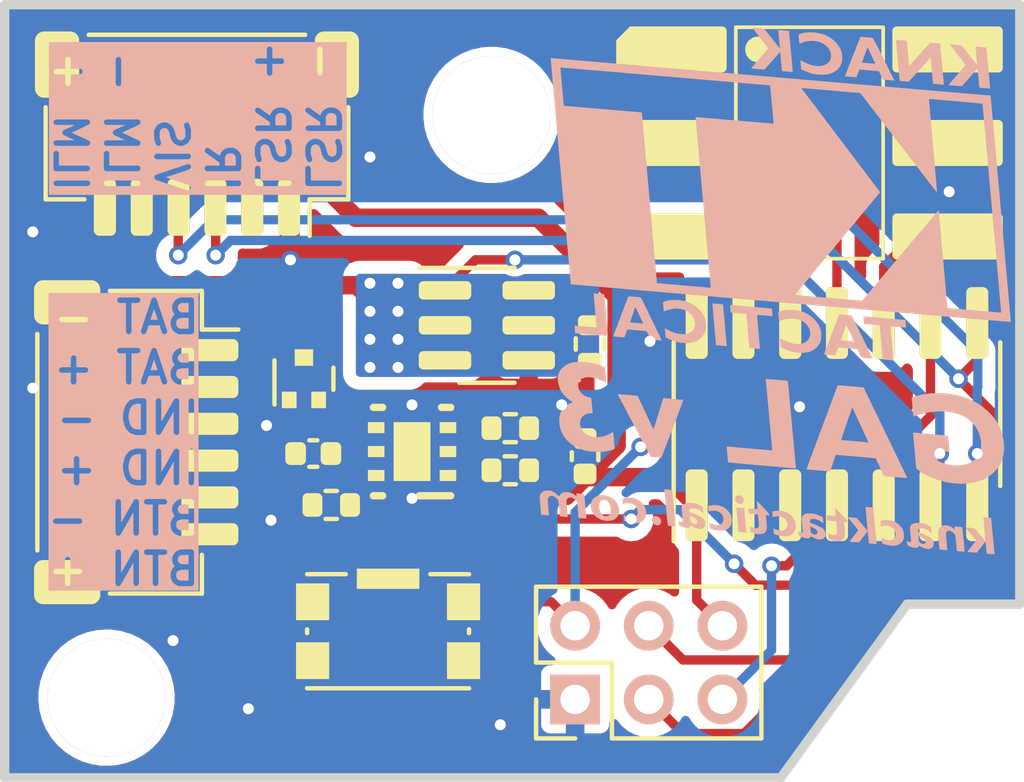
<source format=kicad_pcb>
(kicad_pcb (version 4) (generator gerbview)
  (layers (0 F.Cu signal) (31 B.Cu signal) (34 B.Paste user) (35 F.Paste user) (36 B.SilkS user) (37 F.SilkS user) (38 B.Mask user) (39 F.Mask user) (44 Edge.Cuts user))
  (gr_line (start 27.571 16.2814) (end 24.511 16.2814) (layer Edge.Cuts) (width 0.254))
  (gr_line (start 24.511 16.2814) (end 21.082 21) (layer Edge.Cuts) (width 0.254))
  (gr_line (start 21.082 21) (end 0 21) (layer Edge.Cuts) (width 0.254))
  (gr_line (start 0 21) (end 0 0) (layer Edge.Cuts) (width 0.254))
  (gr_line (start 0 0) (end 27.571 0) (layer Edge.Cuts) (width 0.254))
  (gr_line (start 27.571 0) (end 27.571 16.2814) (layer Edge.Cuts) (width 0.254))
  (gr_line (start 13.097 7.149) (end 11.247 7.149) (layer F.SilkS) (width 0.12))
  (gr_line (start 13.097 7.149) (end 13.847 7.149) (layer F.SilkS) (width 0.12))
  (gr_line (start 13.097 10.269) (end 12.347 10.269) (layer F.SilkS) (width 0.12))
  (gr_line (start 13.097 10.269) (end 13.847 10.269) (layer F.SilkS) (width 0.12))
  (gr_line (start 12.115 13.338) (end 11.265 13.338) (layer F.SilkS) (width 0.2))
  (gr_line (start 12.115 10.938) (end 11.865 10.938) (layer F.SilkS) (width 0.2))
  (gr_line (start 10.265 13.338) (end 10.015 13.338) (layer F.SilkS) (width 0.2))
  (gr_line (start 10.265 10.938) (end 10.015 10.938) (layer F.SilkS) (width 0.2))
  (gr_line (start 16.271 9.06336) (end 16.271 9.37064) (layer F.SilkS) (width 0.12))
  (gr_line (start 15.511 9.06336) (end 15.511 9.37064) (layer F.SilkS) (width 0.12))
  (gr_line (start 9.02363 13.96764) (end 8.71635 13.96764) (layer F.SilkS) (width 0.12))
  (gr_line (start 9.02363 13.20764) (end 8.71635 13.20764) (layer F.SilkS) (width 0.12))
  (gr_line (start 8.214 17.068) (end 8.214 16.968) (layer F.SilkS) (width 0.12))
  (gr_line (start 8.214 18.568) (end 12.614 18.568) (layer F.SilkS) (width 0.12))
  (gr_line (start 9.264 15.468) (end 8.214 15.468) (layer F.SilkS) (width 0.12))
  (gr_line (start 12.614 15.468) (end 11.564 15.468) (layer F.SilkS) (width 0.12))
  (gr_line (start 12.614 17.068) (end 12.614 16.968) (layer F.SilkS) (width 0.12))
  (gr_line (start 15.404 12.37284) (end 15.404 12.15716) (layer F.SilkS) (width 0.12))
  (gr_line (start 16.124 12.37284) (end 16.124 12.15716) (layer F.SilkS) (width 0.12))
  (gr_line (start 5.357 7.774) (end 5.357 8.824) (layer F.SilkS) (width 0.12))
  (gr_line (start 2.857 7.774) (end 5.357 7.774) (layer F.SilkS) (width 0.12))
  (gr_line (start 5.357 8.824) (end 6.347 8.824) (layer F.SilkS) (width 0.12))
  (gr_line (start 0.887 8.944) (end 0.887 14.824) (layer F.SilkS) (width 0.12))
  (gr_line (start 5.357 15.994) (end 5.357 14.944) (layer F.SilkS) (width 0.12))
  (gr_line (start 2.857 15.994) (end 5.357 15.994) (layer F.SilkS) (width 0.12))
  (gr_line (start 13.88564 13.026) (end 13.57836 13.026) (layer F.SilkS) (width 0.12))
  (gr_line (start 13.88564 12.266) (end 13.57836 12.266) (layer F.SilkS) (width 0.12))
  (gr_line (start 14.434 19.929) (end 14.434 18.869) (layer F.SilkS) (width 0.12))
  (gr_line (start 15.494 19.929) (end 14.434 19.929) (layer F.SilkS) (width 0.12))
  (gr_line (start 16.494 19.929) (end 20.554 19.929) (layer F.SilkS) (width 0.12))
  (gr_line (start 16.494 19.929) (end 16.494 17.869) (layer F.SilkS) (width 0.12))
  (gr_line (start 20.554 19.929) (end 20.554 15.809) (layer F.SilkS) (width 0.12))
  (gr_line (start 14.434 17.869) (end 14.434 15.809) (layer F.SilkS) (width 0.12))
  (gr_line (start 16.494 17.869) (end 14.434 17.869) (layer F.SilkS) (width 0.12))
  (gr_line (start 14.434 15.809) (end 20.554 15.809) (layer F.SilkS) (width 0.12))
  (gr_line (start 13.88564 11.883) (end 13.57836 11.883) (layer F.SilkS) (width 0.12))
  (gr_line (start 13.88564 11.123) (end 13.57836 11.123) (layer F.SilkS) (width 0.12))
  (gr_line (start 9.333 5.287) (end 8.283 5.287) (layer F.SilkS) (width 0.12))
  (gr_line (start 9.333 2.787) (end 9.333 5.287) (layer F.SilkS) (width 0.12))
  (gr_line (start 8.283 5.287) (end 8.283 6.277) (layer F.SilkS) (width 0.12))
  (gr_line (start 8.163 0.817) (end 2.283 0.817) (layer F.SilkS) (width 0.12))
  (gr_line (start 1.113 5.287) (end 2.163 5.287) (layer F.SilkS) (width 0.12))
  (gr_line (start 1.113 2.787) (end 1.113 5.287) (layer F.SilkS) (width 0.12))
  (gr_line (start 8.48984 12.552) (end 8.27416 12.552) (layer F.SilkS) (width 0.12))
  (gr_line (start 8.48984 11.832) (end 8.27416 11.832) (layer F.SilkS) (width 0.12))
  (gr_line (start 18.171 11.122) (end 18.171 14.572) (layer F.SilkS) (width 0.12))
  (gr_line (start 18.171 11.122) (end 18.171 9.172) (layer F.SilkS) (width 0.12))
  (gr_line (start 27.041 11.122) (end 27.041 13.072) (layer F.SilkS) (width 0.12))
  (gr_line (start 27.041 11.122) (end 27.041 9.172) (layer F.SilkS) (width 0.12))
  (gr_line (start 19.86 0.613) (end 23.86 0.613) (layer F.SilkS) (width 0.1))
  (gr_line (start 23.86 0.613) (end 23.86 6.899) (layer F.SilkS) (width 0.1))
  (gr_line (start 23.86 6.899) (end 19.86 6.899) (layer F.SilkS) (width 0.1))
  (gr_line (start 19.86 6.899) (end 19.86 0.613) (layer F.SilkS) (width 0.1))
  (gr_circle (center 20.463 1.216) (end 20.638 1.216) (layer F.SilkS) (width 0.35))
  (gr_line (start 8.928 9.86) (end 8.928 10.46) (layer F.SilkS) (width 0.12))
  (gr_line (start 7.328 9.66) (end 7.328 10.86) (layer F.SilkS) (width 0.12))
  (gr_poly (pts (xy 12.55925 8.0084) (xy 12.57139 8.0066) (xy 12.58329 8.00362) (xy 12.59484 7.99948) (xy 12.60592 7.99424) (xy 12.61645 7.98793) (xy 12.6263 7.98063) (xy 12.63539 7.97239) (xy 12.64363 7.9633) (xy 12.65093 7.95345) (xy 12.65724 7.94292) (xy 12.66248 7.93184) (xy 12.66662 7.92029) (xy 12.6696 7.90839) (xy 12.6714 7.89625) (xy 12.672 7.884) (xy 12.672 7.634) (xy 12.6714 7.62175) (xy 12.6696 7.60961) (xy 12.66662 7.59771) (xy 12.66248 7.58616) (xy 12.65724 7.57508) (xy 12.65093 7.56455) (xy 12.64363 7.5547) (xy 12.63539 7.54561) (xy 12.6263 7.53737) (xy 12.61645 7.53007) (xy 12.60592 7.52376) (xy 12.59484 7.51852) (xy 12.58329 7.51438) (xy 12.57139 7.5114) (xy 12.55925 7.5096) (xy 12.547 7.509) (xy 11.372 7.509) (xy 11.35975 7.5096) (xy 11.34761 7.5114) (xy 11.33571 7.51438) (xy 11.32416 7.51852) (xy 11.31308 7.52376) (xy 11.30255 7.53007) (xy 11.2927 7.53737) (xy 11.28361 7.54561) (xy 11.27537 7.5547) (xy 11.26807 7.56455) (xy 11.26176 7.57508) (xy 11.25652 7.58616) (xy 11.25238 7.59771) (xy 11.2494 7.60961) (xy 11.2476 7.62175) (xy 11.247 7.634) (xy 11.247 7.884) (xy 11.2476 7.89625) (xy 11.2494 7.90839) (xy 11.25238 7.92029) (xy 11.25652 7.93184) (xy 11.26176 7.94292) (xy 11.26807 7.95345) (xy 11.27537 7.9633) (xy 11.28361 7.97239) (xy 11.2927 7.98063) (xy 11.30255 7.98793) (xy 11.31308 7.99424) (xy 11.32416 7.99948) (xy 11.33571 8.00362) (xy 11.34761 8.0066) (xy 11.35975 8.0084) (xy 11.372 8.009) (xy 12.547 8.009)) (layer F.SilkS) (width 0))
  (gr_poly (pts (xy 12.55925 8.9584) (xy 12.57139 8.9566) (xy 12.58329 8.95362) (xy 12.59484 8.94948) (xy 12.60592 8.94424) (xy 12.61645 8.93793) (xy 12.6263 8.93063) (xy 12.63539 8.92239) (xy 12.64363 8.9133) (xy 12.65093 8.90345) (xy 12.65724 8.89292) (xy 12.66248 8.88184) (xy 12.66662 8.87029) (xy 12.6696 8.85839) (xy 12.6714 8.84625) (xy 12.672 8.834) (xy 12.672 8.584) (xy 12.6714 8.57175) (xy 12.6696 8.55961) (xy 12.66662 8.54771) (xy 12.66248 8.53616) (xy 12.65724 8.52508) (xy 12.65093 8.51455) (xy 12.64363 8.5047) (xy 12.63539 8.49561) (xy 12.6263 8.48737) (xy 12.61645 8.48007) (xy 12.60592 8.47376) (xy 12.59484 8.46852) (xy 12.58329 8.46438) (xy 12.57139 8.4614) (xy 12.55925 8.4596) (xy 12.547 8.459) (xy 11.372 8.459) (xy 11.35975 8.4596) (xy 11.34761 8.4614) (xy 11.33571 8.46438) (xy 11.32416 8.46852) (xy 11.31308 8.47376) (xy 11.30255 8.48007) (xy 11.2927 8.48737) (xy 11.28361 8.49561) (xy 11.27537 8.5047) (xy 11.26807 8.51455) (xy 11.26176 8.52508) (xy 11.25652 8.53616) (xy 11.25238 8.54771) (xy 11.2494 8.55961) (xy 11.2476 8.57175) (xy 11.247 8.584) (xy 11.247 8.834) (xy 11.2476 8.84625) (xy 11.2494 8.85839) (xy 11.25238 8.87029) (xy 11.25652 8.88184) (xy 11.26176 8.89292) (xy 11.26807 8.90345) (xy 11.27537 8.9133) (xy 11.28361 8.92239) (xy 11.2927 8.93063) (xy 11.30255 8.93793) (xy 11.31308 8.94424) (xy 11.32416 8.94948) (xy 11.33571 8.95362) (xy 11.34761 8.9566) (xy 11.35975 8.9584) (xy 11.372 8.959) (xy 12.547 8.959)) (layer F.SilkS) (width 0))
  (gr_poly (pts (xy 12.55925 9.9084) (xy 12.57139 9.9066) (xy 12.58329 9.90362) (xy 12.59484 9.89948) (xy 12.60592 9.89424) (xy 12.61645 9.88793) (xy 12.6263 9.88063) (xy 12.63539 9.87239) (xy 12.64363 9.8633) (xy 12.65093 9.85345) (xy 12.65724 9.84292) (xy 12.66248 9.83184) (xy 12.66662 9.82029) (xy 12.6696 9.80839) (xy 12.6714 9.79625) (xy 12.672 9.784) (xy 12.672 9.534) (xy 12.6714 9.52175) (xy 12.6696 9.50961) (xy 12.66662 9.49771) (xy 12.66248 9.48616) (xy 12.65724 9.47508) (xy 12.65093 9.46455) (xy 12.64363 9.4547) (xy 12.63539 9.44561) (xy 12.6263 9.43737) (xy 12.61645 9.43007) (xy 12.60592 9.42376) (xy 12.59484 9.41852) (xy 12.58329 9.41438) (xy 12.57139 9.4114) (xy 12.55925 9.4096) (xy 12.547 9.409) (xy 11.372 9.409) (xy 11.35975 9.4096) (xy 11.34761 9.4114) (xy 11.33571 9.41438) (xy 11.32416 9.41852) (xy 11.31308 9.42376) (xy 11.30255 9.43007) (xy 11.2927 9.43737) (xy 11.28361 9.44561) (xy 11.27537 9.4547) (xy 11.26807 9.46455) (xy 11.26176 9.47508) (xy 11.25652 9.48616) (xy 11.25238 9.49771) (xy 11.2494 9.50961) (xy 11.2476 9.52175) (xy 11.247 9.534) (xy 11.247 9.784) (xy 11.2476 9.79625) (xy 11.2494 9.80839) (xy 11.25238 9.82029) (xy 11.25652 9.83184) (xy 11.26176 9.84292) (xy 11.26807 9.85345) (xy 11.27537 9.8633) (xy 11.28361 9.87239) (xy 11.2927 9.88063) (xy 11.30255 9.88793) (xy 11.31308 9.89424) (xy 11.32416 9.89948) (xy 11.33571 9.90362) (xy 11.34761 9.9066) (xy 11.35975 9.9084) (xy 11.372 9.909) (xy 12.547 9.909)) (layer F.SilkS) (width 0))
  (gr_poly (pts (xy 14.83425 9.9084) (xy 14.84639 9.9066) (xy 14.85829 9.90362) (xy 14.86984 9.89948) (xy 14.88092 9.89424) (xy 14.89145 9.88793) (xy 14.9013 9.88063) (xy 14.91039 9.87239) (xy 14.91863 9.8633) (xy 14.92593 9.85345) (xy 14.93224 9.84292) (xy 14.93748 9.83184) (xy 14.94162 9.82029) (xy 14.9446 9.80839) (xy 14.9464 9.79625) (xy 14.947 9.784) (xy 14.947 9.534) (xy 14.9464 9.52175) (xy 14.9446 9.50961) (xy 14.94162 9.49771) (xy 14.93748 9.48616) (xy 14.93224 9.47508) (xy 14.92593 9.46455) (xy 14.91863 9.4547) (xy 14.91039 9.44561) (xy 14.9013 9.43737) (xy 14.89145 9.43007) (xy 14.88092 9.42376) (xy 14.86984 9.41852) (xy 14.85829 9.41438) (xy 14.84639 9.4114) (xy 14.83425 9.4096) (xy 14.822 9.409) (xy 13.647 9.409) (xy 13.63475 9.4096) (xy 13.62261 9.4114) (xy 13.61071 9.41438) (xy 13.59916 9.41852) (xy 13.58808 9.42376) (xy 13.57755 9.43007) (xy 13.5677 9.43737) (xy 13.55861 9.44561) (xy 13.55037 9.4547) (xy 13.54307 9.46455) (xy 13.53676 9.47508) (xy 13.53152 9.48616) (xy 13.52738 9.49771) (xy 13.5244 9.50961) (xy 13.5226 9.52175) (xy 13.522 9.534) (xy 13.522 9.784) (xy 13.5226 9.79625) (xy 13.5244 9.80839) (xy 13.52738 9.82029) (xy 13.53152 9.83184) (xy 13.53676 9.84292) (xy 13.54307 9.85345) (xy 13.55037 9.8633) (xy 13.55861 9.87239) (xy 13.5677 9.88063) (xy 13.57755 9.88793) (xy 13.58808 9.89424) (xy 13.59916 9.89948) (xy 13.61071 9.90362) (xy 13.62261 9.9066) (xy 13.63475 9.9084) (xy 13.647 9.909) (xy 14.822 9.909)) (layer F.SilkS) (width 0))
  (gr_poly (pts (xy 14.83425 8.9584) (xy 14.84639 8.9566) (xy 14.85829 8.95362) (xy 14.86984 8.94948) (xy 14.88092 8.94424) (xy 14.89145 8.93793) (xy 14.9013 8.93063) (xy 14.91039 8.92239) (xy 14.91863 8.9133) (xy 14.92593 8.90345) (xy 14.93224 8.89292) (xy 14.93748 8.88184) (xy 14.94162 8.87029) (xy 14.9446 8.85839) (xy 14.9464 8.84625) (xy 14.947 8.834) (xy 14.947 8.584) (xy 14.9464 8.57175) (xy 14.9446 8.55961) (xy 14.94162 8.54771) (xy 14.93748 8.53616) (xy 14.93224 8.52508) (xy 14.92593 8.51455) (xy 14.91863 8.5047) (xy 14.91039 8.49561) (xy 14.9013 8.48737) (xy 14.89145 8.48007) (xy 14.88092 8.47376) (xy 14.86984 8.46852) (xy 14.85829 8.46438) (xy 14.84639 8.4614) (xy 14.83425 8.4596) (xy 14.822 8.459) (xy 13.647 8.459) (xy 13.63475 8.4596) (xy 13.62261 8.4614) (xy 13.61071 8.46438) (xy 13.59916 8.46852) (xy 13.58808 8.47376) (xy 13.57755 8.48007) (xy 13.5677 8.48737) (xy 13.55861 8.49561) (xy 13.55037 8.5047) (xy 13.54307 8.51455) (xy 13.53676 8.52508) (xy 13.53152 8.53616) (xy 13.52738 8.54771) (xy 13.5244 8.55961) (xy 13.5226 8.57175) (xy 13.522 8.584) (xy 13.522 8.834) (xy 13.5226 8.84625) (xy 13.5244 8.85839) (xy 13.52738 8.87029) (xy 13.53152 8.88184) (xy 13.53676 8.89292) (xy 13.54307 8.90345) (xy 13.55037 8.9133) (xy 13.55861 8.92239) (xy 13.5677 8.93063) (xy 13.57755 8.93793) (xy 13.58808 8.94424) (xy 13.59916 8.94948) (xy 13.61071 8.95362) (xy 13.62261 8.9566) (xy 13.63475 8.9584) (xy 13.647 8.959) (xy 14.822 8.959)) (layer F.SilkS) (width 0))
  (gr_poly (pts (xy 14.83425 8.0084) (xy 14.84639 8.0066) (xy 14.85829 8.00362) (xy 14.86984 7.99948) (xy 14.88092 7.99424) (xy 14.89145 7.98793) (xy 14.9013 7.98063) (xy 14.91039 7.97239) (xy 14.91863 7.9633) (xy 14.92593 7.95345) (xy 14.93224 7.94292) (xy 14.93748 7.93184) (xy 14.94162 7.92029) (xy 14.9446 7.90839) (xy 14.9464 7.89625) (xy 14.947 7.884) (xy 14.947 7.634) (xy 14.9464 7.62175) (xy 14.9446 7.60961) (xy 14.94162 7.59771) (xy 14.93748 7.58616) (xy 14.93224 7.57508) (xy 14.92593 7.56455) (xy 14.91863 7.5547) (xy 14.91039 7.54561) (xy 14.9013 7.53737) (xy 14.89145 7.53007) (xy 14.88092 7.52376) (xy 14.86984 7.51852) (xy 14.85829 7.51438) (xy 14.84639 7.5114) (xy 14.83425 7.5096) (xy 14.822 7.509) (xy 13.647 7.509) (xy 13.63475 7.5096) (xy 13.62261 7.5114) (xy 13.61071 7.51438) (xy 13.59916 7.51852) (xy 13.58808 7.52376) (xy 13.57755 7.53007) (xy 13.5677 7.53737) (xy 13.55861 7.54561) (xy 13.55037 7.5547) (xy 13.54307 7.56455) (xy 13.53676 7.57508) (xy 13.53152 7.58616) (xy 13.52738 7.59771) (xy 13.5244 7.60961) (xy 13.5226 7.62175) (xy 13.522 7.634) (xy 13.522 7.884) (xy 13.5226 7.89625) (xy 13.5244 7.90839) (xy 13.52738 7.92029) (xy 13.53152 7.93184) (xy 13.53676 7.94292) (xy 13.54307 7.95345) (xy 13.55037 7.9633) (xy 13.55861 7.97239) (xy 13.5677 7.98063) (xy 13.57755 7.98793) (xy 13.58808 7.99424) (xy 13.59916 7.99948) (xy 13.61071 8.00362) (xy 13.62261 8.0066) (xy 13.63475 8.0084) (xy 13.647 8.009) (xy 14.822 8.009)) (layer F.SilkS) (width 0))
  (gr_poly (pts (xy 12.265 12.938) (xy 11.815 12.938) (xy 11.815 12.638) (xy 12.265 12.638)) (layer F.SilkS) (width 0))
  (gr_poly (pts (xy 12.265 12.288) (xy 11.815 12.288) (xy 11.815 11.988) (xy 12.265 11.988)) (layer F.SilkS) (width 0))
  (gr_poly (pts (xy 12.265 11.638) (xy 11.815 11.638) (xy 11.815 11.338) (xy 12.265 11.338)) (layer F.SilkS) (width 0))
  (gr_poly (pts (xy 10.315 11.638) (xy 9.865 11.638) (xy 9.865 11.338) (xy 10.315 11.338)) (layer F.SilkS) (width 0))
  (gr_poly (pts (xy 10.315 12.288) (xy 9.865 12.288) (xy 9.865 11.988) (xy 10.315 11.988)) (layer F.SilkS) (width 0))
  (gr_poly (pts (xy 10.315 12.938) (xy 9.865 12.938) (xy 9.865 12.638) (xy 10.315 12.638)) (layer F.SilkS) (width 0))
  (gr_poly (pts (xy 11.565 12.938) (xy 10.565 12.938) (xy 10.565 11.338) (xy 11.565 11.338)) (layer F.SilkS) (width 0))
  (gr_poly (pts (xy 16.08923 8.97635) (xy 16.10234 8.97441) (xy 16.11519 8.97119) (xy 16.12766 8.96672) (xy 16.13964 8.96106) (xy 16.151 8.95425) (xy 16.16164 8.94636) (xy 16.17146 8.93746) (xy 16.18036 8.92764) (xy 16.18825 8.917) (xy 16.19506 8.90564) (xy 16.20072 8.89366) (xy 16.20519 8.88119) (xy 16.20841 8.86834) (xy 16.21035 8.85523) (xy 16.211 8.842) (xy 16.211 8.572) (xy 16.21035 8.55877) (xy 16.20841 8.54566) (xy 16.20519 8.53281) (xy 16.20072 8.52034) (xy 16.19506 8.50836) (xy 16.18825 8.497) (xy 16.18036 8.48636) (xy 16.17146 8.47654) (xy 16.16164 8.46764) (xy 16.151 8.45975) (xy 16.13964 8.45294) (xy 16.12766 8.44728) (xy 16.11519 8.44281) (xy 16.10234 8.43959) (xy 16.08923 8.43765) (xy 16.076 8.437) (xy 15.706 8.437) (xy 15.69277 8.43765) (xy 15.67966 8.43959) (xy 15.66681 8.44281) (xy 15.65434 8.44728) (xy 15.64236 8.45294) (xy 15.631 8.45975) (xy 15.62036 8.46764) (xy 15.61054 8.47654) (xy 15.60164 8.48636) (xy 15.59375 8.497) (xy 15.58694 8.50836) (xy 15.58128 8.52034) (xy 15.57681 8.53281) (xy 15.57359 8.54566) (xy 15.57165 8.55877) (xy 15.571 8.572) (xy 15.571 8.842) (xy 15.57165 8.85523) (xy 15.57359 8.86834) (xy 15.57681 8.88119) (xy 15.58128 8.89366) (xy 15.58694 8.90564) (xy 15.59375 8.917) (xy 15.60164 8.92764) (xy 15.61054 8.93746) (xy 15.62036 8.94636) (xy 15.631 8.95425) (xy 15.64236 8.96106) (xy 15.65434 8.96672) (xy 15.66681 8.97119) (xy 15.67966 8.97441) (xy 15.69277 8.97635) (xy 15.706 8.977) (xy 16.076 8.977)) (layer F.SilkS) (width 0))
  (gr_poly (pts (xy 16.08923 9.99635) (xy 16.10234 9.99441) (xy 16.11519 9.99119) (xy 16.12766 9.98672) (xy 16.13964 9.98106) (xy 16.151 9.97425) (xy 16.16164 9.96636) (xy 16.17146 9.95746) (xy 16.18036 9.94764) (xy 16.18825 9.937) (xy 16.19506 9.92564) (xy 16.20072 9.91366) (xy 16.20519 9.90119) (xy 16.20841 9.88834) (xy 16.21035 9.87523) (xy 16.211 9.862) (xy 16.211 9.592) (xy 16.21035 9.57877) (xy 16.20841 9.56566) (xy 16.20519 9.55281) (xy 16.20072 9.54034) (xy 16.19506 9.52836) (xy 16.18825 9.517) (xy 16.18036 9.50636) (xy 16.17146 9.49654) (xy 16.16164 9.48764) (xy 16.151 9.47975) (xy 16.13964 9.47294) (xy 16.12766 9.46728) (xy 16.11519 9.46281) (xy 16.10234 9.45959) (xy 16.08923 9.45765) (xy 16.076 9.457) (xy 15.706 9.457) (xy 15.69277 9.45765) (xy 15.67966 9.45959) (xy 15.66681 9.46281) (xy 15.65434 9.46728) (xy 15.64236 9.47294) (xy 15.631 9.47975) (xy 15.62036 9.48764) (xy 15.61054 9.49654) (xy 15.60164 9.50636) (xy 15.59375 9.517) (xy 15.58694 9.52836) (xy 15.58128 9.54034) (xy 15.57681 9.55281) (xy 15.57359 9.56566) (xy 15.57165 9.57877) (xy 15.571 9.592) (xy 15.571 9.862) (xy 15.57165 9.87523) (xy 15.57359 9.88834) (xy 15.57681 9.90119) (xy 15.58128 9.91366) (xy 15.58694 9.92564) (xy 15.59375 9.937) (xy 15.60164 9.94764) (xy 15.61054 9.95746) (xy 15.62036 9.96636) (xy 15.631 9.97425) (xy 15.64236 9.98106) (xy 15.65434 9.98672) (xy 15.66681 9.99119) (xy 15.67966 9.99441) (xy 15.69277 9.99635) (xy 15.706 9.997) (xy 16.076 9.997)) (layer F.SilkS) (width 0))
  (gr_poly (pts (xy 9.52822 13.90699) (xy 9.54133 13.90505) (xy 9.55418 13.90183) (xy 9.56665 13.89736) (xy 9.57863 13.8917) (xy 9.58999 13.88489) (xy 9.60063 13.877) (xy 9.61045 13.8681) (xy 9.61935 13.85828) (xy 9.62724 13.84764) (xy 9.63405 13.83628) (xy 9.63971 13.8243) (xy 9.64418 13.81183) (xy 9.6474 13.79898) (xy 9.64934 13.78587) (xy 9.64999 13.77264) (xy 9.64999 13.40264) (xy 9.64934 13.38941) (xy 9.6474 13.3763) (xy 9.64418 13.36345) (xy 9.63971 13.35098) (xy 9.63405 13.339) (xy 9.62724 13.32764) (xy 9.61935 13.317) (xy 9.61045 13.30718) (xy 9.60063 13.29828) (xy 9.58999 13.29039) (xy 9.57863 13.28358) (xy 9.56665 13.27792) (xy 9.55418 13.27345) (xy 9.54133 13.27023) (xy 9.52822 13.26829) (xy 9.51499 13.26764) (xy 9.24499 13.26764) (xy 9.23176 13.26829) (xy 9.21865 13.27023) (xy 9.2058 13.27345) (xy 9.19333 13.27792) (xy 9.18135 13.28358) (xy 9.16999 13.29039) (xy 9.15935 13.29828) (xy 9.14953 13.30718) (xy 9.14063 13.317) (xy 9.13274 13.32764) (xy 9.12593 13.339) (xy 9.12027 13.35098) (xy 9.1158 13.36345) (xy 9.11258 13.3763) (xy 9.11064 13.38941) (xy 9.10999 13.40264) (xy 9.10999 13.77264) (xy 9.11064 13.78587) (xy 9.11258 13.79898) (xy 9.1158 13.81183) (xy 9.12027 13.8243) (xy 9.12593 13.83628) (xy 9.13274 13.84764) (xy 9.14063 13.85828) (xy 9.14953 13.8681) (xy 9.15935 13.877) (xy 9.16999 13.88489) (xy 9.18135 13.8917) (xy 9.19333 13.89736) (xy 9.2058 13.90183) (xy 9.21865 13.90505) (xy 9.23176 13.90699) (xy 9.24499 13.90764) (xy 9.51499 13.90764)) (layer F.SilkS) (width 0))
  (gr_poly (pts (xy 8.50822 13.90699) (xy 8.52133 13.90505) (xy 8.53418 13.90183) (xy 8.54665 13.89736) (xy 8.55863 13.8917) (xy 8.56999 13.88489) (xy 8.58063 13.877) (xy 8.59045 13.8681) (xy 8.59935 13.85828) (xy 8.60724 13.84764) (xy 8.61405 13.83628) (xy 8.61971 13.8243) (xy 8.62418 13.81183) (xy 8.6274 13.79898) (xy 8.62934 13.78587) (xy 8.62999 13.77264) (xy 8.62999 13.40264) (xy 8.62934 13.38941) (xy 8.6274 13.3763) (xy 8.62418 13.36345) (xy 8.61971 13.35098) (xy 8.61405 13.339) (xy 8.60724 13.32764) (xy 8.59935 13.317) (xy 8.59045 13.30718) (xy 8.58063 13.29828) (xy 8.56999 13.29039) (xy 8.55863 13.28358) (xy 8.54665 13.27792) (xy 8.53418 13.27345) (xy 8.52133 13.27023) (xy 8.50822 13.26829) (xy 8.49499 13.26764) (xy 8.22499 13.26764) (xy 8.21176 13.26829) (xy 8.19865 13.27023) (xy 8.1858 13.27345) (xy 8.17333 13.27792) (xy 8.16135 13.28358) (xy 8.14999 13.29039) (xy 8.13935 13.29828) (xy 8.12953 13.30718) (xy 8.12063 13.317) (xy 8.11274 13.32764) (xy 8.10593 13.339) (xy 8.10027 13.35098) (xy 8.0958 13.36345) (xy 8.09258 13.3763) (xy 8.09064 13.38941) (xy 8.08999 13.40264) (xy 8.08999 13.77264) (xy 8.09064 13.78587) (xy 8.09258 13.79898) (xy 8.0958 13.81183) (xy 8.10027 13.8243) (xy 8.10593 13.83628) (xy 8.11274 13.84764) (xy 8.12063 13.85828) (xy 8.12953 13.8681) (xy 8.13935 13.877) (xy 8.14999 13.88489) (xy 8.16135 13.8917) (xy 8.17333 13.89736) (xy 8.1858 13.90183) (xy 8.19865 13.90505) (xy 8.21176 13.90699) (xy 8.22499 13.90764) (xy 8.49499 13.90764)) (layer F.SilkS) (width 0))
  (gr_poly (pts (xy 8.814 16.718) (xy 7.914 16.718) (xy 7.914 15.718) (xy 8.814 15.718)) (layer F.SilkS) (width 0))
  (gr_poly (pts (xy 12.914 16.718) (xy 12.014 16.718) (xy 12.014 15.718) (xy 12.914 15.718)) (layer F.SilkS) (width 0))
  (gr_poly (pts (xy 8.814 18.318) (xy 7.914 18.318) (xy 7.914 17.318) (xy 8.814 17.318)) (layer F.SilkS) (width 0))
  (gr_poly (pts (xy 12.914 18.318) (xy 12.014 18.318) (xy 12.014 17.318) (xy 12.914 17.318)) (layer F.SilkS) (width 0))
  (gr_poly (pts (xy 11.264 15.868) (xy 9.564 15.868) (xy 9.564 15.318) (xy 11.264 15.318)) (layer F.SilkS) (width 0))
  (gr_poly (pts (xy 15.94772 13.02433) (xy 15.96131 13.02231) (xy 15.97464 13.01897) (xy 15.98758 13.01434) (xy 16 13.00847) (xy 16.01178 13.00141) (xy 16.02282 12.99322) (xy 16.03299 12.98399) (xy 16.04222 12.97382) (xy 16.05041 12.96278) (xy 16.05747 12.951) (xy 16.06334 12.93858) (xy 16.06797 12.92564) (xy 16.07131 12.91231) (xy 16.07333 12.89872) (xy 16.074 12.885) (xy 16.074 12.605) (xy 16.07333 12.59128) (xy 16.07131 12.57769) (xy 16.06797 12.56436) (xy 16.06334 12.55142) (xy 16.05747 12.539) (xy 16.05041 12.52722) (xy 16.04222 12.51618) (xy 16.03299 12.50601) (xy 16.02282 12.49678) (xy 16.01178 12.48859) (xy 16 12.48153) (xy 15.98758 12.47566) (xy 15.97464 12.47103) (xy 15.96131 12.46769) (xy 15.94772 12.46567) (xy 15.934 12.465) (xy 15.594 12.465) (xy 15.58028 12.46567) (xy 15.56669 12.46769) (xy 15.55336 12.47103) (xy 15.54042 12.47566) (xy 15.528 12.48153) (xy 15.51622 12.48859) (xy 15.50518 12.49678) (xy 15.49501 12.50601) (xy 15.48578 12.51618) (xy 15.47759 12.52722) (xy 15.47053 12.539) (xy 15.46466 12.55142) (xy 15.46003 12.56436) (xy 15.45669 12.57769) (xy 15.45467 12.59128) (xy 15.454 12.605) (xy 15.454 12.885) (xy 15.45467 12.89872) (xy 15.45669 12.91231) (xy 15.46003 12.92564) (xy 15.46466 12.93858) (xy 15.47053 12.951) (xy 15.47759 12.96278) (xy 15.48578 12.97382) (xy 15.49501 12.98399) (xy 15.50518 12.99322) (xy 15.51622 13.00141) (xy 15.528 13.00847) (xy 15.54042 13.01434) (xy 15.55336 13.01897) (xy 15.56669 13.02231) (xy 15.58028 13.02433) (xy 15.594 13.025) (xy 15.934 13.025)) (layer F.SilkS) (width 0))
  (gr_poly (pts (xy 15.94772 12.06433) (xy 15.96131 12.06231) (xy 15.97464 12.05897) (xy 15.98758 12.05434) (xy 16 12.04847) (xy 16.01178 12.04141) (xy 16.02282 12.03322) (xy 16.03299 12.02399) (xy 16.04222 12.01382) (xy 16.05041 12.00278) (xy 16.05747 11.991) (xy 16.06334 11.97858) (xy 16.06797 11.96564) (xy 16.07131 11.95231) (xy 16.07333 11.93872) (xy 16.074 11.925) (xy 16.074 11.645) (xy 16.07333 11.63128) (xy 16.07131 11.61769) (xy 16.06797 11.60436) (xy 16.06334 11.59142) (xy 16.05747 11.579) (xy 16.05041 11.56722) (xy 16.04222 11.55618) (xy 16.03299 11.54601) (xy 16.02282 11.53678) (xy 16.01178 11.52859) (xy 16 11.52153) (xy 15.98758 11.51566) (xy 15.97464 11.51103) (xy 15.96131 11.50769) (xy 15.94772 11.50567) (xy 15.934 11.505) (xy 15.594 11.505) (xy 15.58028 11.50567) (xy 15.56669 11.50769) (xy 15.55336 11.51103) (xy 15.54042 11.51566) (xy 15.528 11.52153) (xy 15.51622 11.52859) (xy 15.50518 11.53678) (xy 15.49501 11.54601) (xy 15.48578 11.55618) (xy 15.47759 11.56722) (xy 15.47053 11.579) (xy 15.46466 11.59142) (xy 15.46003 11.60436) (xy 15.45669 11.61769) (xy 15.45467 11.63128) (xy 15.454 11.645) (xy 15.454 11.925) (xy 15.45467 11.93872) (xy 15.45669 11.95231) (xy 15.46003 11.96564) (xy 15.46466 11.97858) (xy 15.47053 11.991) (xy 15.47759 12.00278) (xy 15.48578 12.01382) (xy 15.49501 12.02399) (xy 15.50518 12.03322) (xy 15.51622 12.04141) (xy 15.528 12.04847) (xy 15.54042 12.05434) (xy 15.55336 12.05897) (xy 15.56669 12.06231) (xy 15.58028 12.06433) (xy 15.594 12.065) (xy 15.934 12.065)) (layer F.SilkS) (width 0))
  (gr_poly (pts (xy 6.2117 9.68328) (xy 6.22626 9.68112) (xy 6.24054 9.67754) (xy 6.2544 9.67258) (xy 6.26771 9.66629) (xy 6.28034 9.65872) (xy 6.29216 9.64995) (xy 6.30307 9.64007) (xy 6.31295 9.62916) (xy 6.32172 9.61734) (xy 6.32929 9.60471) (xy 6.33558 9.5914) (xy 6.34054 9.57754) (xy 6.34412 9.56326) (xy 6.34628 9.5487) (xy 6.347 9.534) (xy 6.347 9.234) (xy 6.34628 9.2193) (xy 6.34412 9.20474) (xy 6.34054 9.19046) (xy 6.33558 9.1766) (xy 6.32929 9.16329) (xy 6.32172 9.15066) (xy 6.31295 9.13884) (xy 6.30307 9.12793) (xy 6.29216 9.11805) (xy 6.28034 9.10928) (xy 6.26771 9.10171) (xy 6.2544 9.09542) (xy 6.24054 9.09046) (xy 6.22626 9.08688) (xy 6.2117 9.08472) (xy 6.197 9.084) (xy 4.947 9.084) (xy 4.9323 9.08472) (xy 4.91774 9.08688) (xy 4.90346 9.09046) (xy 4.8896 9.09542) (xy 4.87629 9.10171) (xy 4.86366 9.10928) (xy 4.85184 9.11805) (xy 4.84093 9.12793) (xy 4.83105 9.13884) (xy 4.82228 9.15066) (xy 4.81471 9.16329) (xy 4.80842 9.1766) (xy 4.80346 9.19046) (xy 4.79988 9.20474) (xy 4.79772 9.2193) (xy 4.797 9.234) (xy 4.797 9.534) (xy 4.79772 9.5487) (xy 4.79988 9.56326) (xy 4.80346 9.57754) (xy 4.80842 9.5914) (xy 4.81471 9.60471) (xy 4.82228 9.61734) (xy 4.83105 9.62916) (xy 4.84093 9.64007) (xy 4.85184 9.64995) (xy 4.86366 9.65872) (xy 4.87629 9.66629) (xy 4.8896 9.67258) (xy 4.90346 9.67754) (xy 4.91774 9.68112) (xy 4.9323 9.68328) (xy 4.947 9.684) (xy 6.197 9.684)) (layer F.SilkS) (width 0))
  (gr_poly (pts (xy 6.2117 10.68328) (xy 6.22626 10.68112) (xy 6.24054 10.67754) (xy 6.2544 10.67258) (xy 6.26771 10.66629) (xy 6.28034 10.65872) (xy 6.29216 10.64995) (xy 6.30307 10.64007) (xy 6.31295 10.62916) (xy 6.32172 10.61734) (xy 6.32929 10.60471) (xy 6.33558 10.5914) (xy 6.34054 10.57754) (xy 6.34412 10.56326) (xy 6.34628 10.5487) (xy 6.347 10.534) (xy 6.347 10.234) (xy 6.34628 10.2193) (xy 6.34412 10.20474) (xy 6.34054 10.19046) (xy 6.33558 10.1766) (xy 6.32929 10.16329) (xy 6.32172 10.15066) (xy 6.31295 10.13884) (xy 6.30307 10.12793) (xy 6.29216 10.11805) (xy 6.28034 10.10928) (xy 6.26771 10.10171) (xy 6.2544 10.09542) (xy 6.24054 10.09046) (xy 6.22626 10.08688) (xy 6.2117 10.08472) (xy 6.197 10.084) (xy 4.947 10.084) (xy 4.9323 10.08472) (xy 4.91774 10.08688) (xy 4.90346 10.09046) (xy 4.8896 10.09542) (xy 4.87629 10.10171) (xy 4.86366 10.10928) (xy 4.85184 10.11805) (xy 4.84093 10.12793) (xy 4.83105 10.13884) (xy 4.82228 10.15066) (xy 4.81471 10.16329) (xy 4.80842 10.1766) (xy 4.80346 10.19046) (xy 4.79988 10.20474) (xy 4.79772 10.2193) (xy 4.797 10.234) (xy 4.797 10.534) (xy 4.79772 10.5487) (xy 4.79988 10.56326) (xy 4.80346 10.57754) (xy 4.80842 10.5914) (xy 4.81471 10.60471) (xy 4.82228 10.61734) (xy 4.83105 10.62916) (xy 4.84093 10.64007) (xy 4.85184 10.64995) (xy 4.86366 10.65872) (xy 4.87629 10.66629) (xy 4.8896 10.67258) (xy 4.90346 10.67754) (xy 4.91774 10.68112) (xy 4.9323 10.68328) (xy 4.947 10.684) (xy 6.197 10.684)) (layer F.SilkS) (width 0))
  (gr_poly (pts (xy 6.2117 11.68328) (xy 6.22626 11.68112) (xy 6.24054 11.67754) (xy 6.2544 11.67258) (xy 6.26771 11.66629) (xy 6.28034 11.65872) (xy 6.29216 11.64995) (xy 6.30307 11.64007) (xy 6.31295 11.62916) (xy 6.32172 11.61734) (xy 6.32929 11.60471) (xy 6.33558 11.5914) (xy 6.34054 11.57754) (xy 6.34412 11.56326) (xy 6.34628 11.5487) (xy 6.347 11.534) (xy 6.347 11.234) (xy 6.34628 11.2193) (xy 6.34412 11.20474) (xy 6.34054 11.19046) (xy 6.33558 11.1766) (xy 6.32929 11.16329) (xy 6.32172 11.15066) (xy 6.31295 11.13884) (xy 6.30307 11.12793) (xy 6.29216 11.11805) (xy 6.28034 11.10928) (xy 6.26771 11.10171) (xy 6.2544 11.09542) (xy 6.24054 11.09046) (xy 6.22626 11.08688) (xy 6.2117 11.08472) (xy 6.197 11.084) (xy 4.947 11.084) (xy 4.9323 11.08472) (xy 4.91774 11.08688) (xy 4.90346 11.09046) (xy 4.8896 11.09542) (xy 4.87629 11.10171) (xy 4.86366 11.10928) (xy 4.85184 11.11805) (xy 4.84093 11.12793) (xy 4.83105 11.13884) (xy 4.82228 11.15066) (xy 4.81471 11.16329) (xy 4.80842 11.1766) (xy 4.80346 11.19046) (xy 4.79988 11.20474) (xy 4.79772 11.2193) (xy 4.797 11.234) (xy 4.797 11.534) (xy 4.79772 11.5487) (xy 4.79988 11.56326) (xy 4.80346 11.57754) (xy 4.80842 11.5914) (xy 4.81471 11.60471) (xy 4.82228 11.61734) (xy 4.83105 11.62916) (xy 4.84093 11.64007) (xy 4.85184 11.64995) (xy 4.86366 11.65872) (xy 4.87629 11.66629) (xy 4.8896 11.67258) (xy 4.90346 11.67754) (xy 4.91774 11.68112) (xy 4.9323 11.68328) (xy 4.947 11.684) (xy 6.197 11.684)) (layer F.SilkS) (width 0))
  (gr_poly (pts (xy 6.2117 12.68328) (xy 6.22626 12.68112) (xy 6.24054 12.67754) (xy 6.2544 12.67258) (xy 6.26771 12.66629) (xy 6.28034 12.65872) (xy 6.29216 12.64995) (xy 6.30307 12.64007) (xy 6.31295 12.62916) (xy 6.32172 12.61734) (xy 6.32929 12.60471) (xy 6.33558 12.5914) (xy 6.34054 12.57754) (xy 6.34412 12.56326) (xy 6.34628 12.5487) (xy 6.347 12.534) (xy 6.347 12.234) (xy 6.34628 12.2193) (xy 6.34412 12.20474) (xy 6.34054 12.19046) (xy 6.33558 12.1766) (xy 6.32929 12.16329) (xy 6.32172 12.15066) (xy 6.31295 12.13884) (xy 6.30307 12.12793) (xy 6.29216 12.11805) (xy 6.28034 12.10928) (xy 6.26771 12.10171) (xy 6.2544 12.09542) (xy 6.24054 12.09046) (xy 6.22626 12.08688) (xy 6.2117 12.08472) (xy 6.197 12.084) (xy 4.947 12.084) (xy 4.9323 12.08472) (xy 4.91774 12.08688) (xy 4.90346 12.09046) (xy 4.8896 12.09542) (xy 4.87629 12.10171) (xy 4.86366 12.10928) (xy 4.85184 12.11805) (xy 4.84093 12.12793) (xy 4.83105 12.13884) (xy 4.82228 12.15066) (xy 4.81471 12.16329) (xy 4.80842 12.1766) (xy 4.80346 12.19046) (xy 4.79988 12.20474) (xy 4.79772 12.2193) (xy 4.797 12.234) (xy 4.797 12.534) (xy 4.79772 12.5487) (xy 4.79988 12.56326) (xy 4.80346 12.57754) (xy 4.80842 12.5914) (xy 4.81471 12.60471) (xy 4.82228 12.61734) (xy 4.83105 12.62916) (xy 4.84093 12.64007) (xy 4.85184 12.64995) (xy 4.86366 12.65872) (xy 4.87629 12.66629) (xy 4.8896 12.67258) (xy 4.90346 12.67754) (xy 4.91774 12.68112) (xy 4.9323 12.68328) (xy 4.947 12.684) (xy 6.197 12.684)) (layer F.SilkS) (width 0))
  (gr_poly (pts (xy 6.2117 13.68328) (xy 6.22626 13.68112) (xy 6.24054 13.67754) (xy 6.2544 13.67258) (xy 6.26771 13.66629) (xy 6.28034 13.65872) (xy 6.29216 13.64995) (xy 6.30307 13.64007) (xy 6.31295 13.62916) (xy 6.32172 13.61734) (xy 6.32929 13.60471) (xy 6.33558 13.5914) (xy 6.34054 13.57754) (xy 6.34412 13.56326) (xy 6.34628 13.5487) (xy 6.347 13.534) (xy 6.347 13.234) (xy 6.34628 13.2193) (xy 6.34412 13.20474) (xy 6.34054 13.19046) (xy 6.33558 13.1766) (xy 6.32929 13.16329) (xy 6.32172 13.15066) (xy 6.31295 13.13884) (xy 6.30307 13.12793) (xy 6.29216 13.11805) (xy 6.28034 13.10928) (xy 6.26771 13.10171) (xy 6.2544 13.09542) (xy 6.24054 13.09046) (xy 6.22626 13.08688) (xy 6.2117 13.08472) (xy 6.197 13.084) (xy 4.947 13.084) (xy 4.9323 13.08472) (xy 4.91774 13.08688) (xy 4.90346 13.09046) (xy 4.8896 13.09542) (xy 4.87629 13.10171) (xy 4.86366 13.10928) (xy 4.85184 13.11805) (xy 4.84093 13.12793) (xy 4.83105 13.13884) (xy 4.82228 13.15066) (xy 4.81471 13.16329) (xy 4.80842 13.1766) (xy 4.80346 13.19046) (xy 4.79988 13.20474) (xy 4.79772 13.2193) (xy 4.797 13.234) (xy 4.797 13.534) (xy 4.79772 13.5487) (xy 4.79988 13.56326) (xy 4.80346 13.57754) (xy 4.80842 13.5914) (xy 4.81471 13.60471) (xy 4.82228 13.61734) (xy 4.83105 13.62916) (xy 4.84093 13.64007) (xy 4.85184 13.64995) (xy 4.86366 13.65872) (xy 4.87629 13.66629) (xy 4.8896 13.67258) (xy 4.90346 13.67754) (xy 4.91774 13.68112) (xy 4.9323 13.68328) (xy 4.947 13.684) (xy 6.197 13.684)) (layer F.SilkS) (width 0))
  (gr_poly (pts (xy 6.2117 14.68328) (xy 6.22626 14.68112) (xy 6.24054 14.67754) (xy 6.2544 14.67258) (xy 6.26771 14.66629) (xy 6.28034 14.65872) (xy 6.29216 14.64995) (xy 6.30307 14.64007) (xy 6.31295 14.62916) (xy 6.32172 14.61734) (xy 6.32929 14.60471) (xy 6.33558 14.5914) (xy 6.34054 14.57754) (xy 6.34412 14.56326) (xy 6.34628 14.5487) (xy 6.347 14.534) (xy 6.347 14.234) (xy 6.34628 14.2193) (xy 6.34412 14.20474) (xy 6.34054 14.19046) (xy 6.33558 14.1766) (xy 6.32929 14.16329) (xy 6.32172 14.15066) (xy 6.31295 14.13884) (xy 6.30307 14.12793) (xy 6.29216 14.11805) (xy 6.28034 14.10928) (xy 6.26771 14.10171) (xy 6.2544 14.09542) (xy 6.24054 14.09046) (xy 6.22626 14.08688) (xy 6.2117 14.08472) (xy 6.197 14.084) (xy 4.947 14.084) (xy 4.9323 14.08472) (xy 4.91774 14.08688) (xy 4.90346 14.09046) (xy 4.8896 14.09542) (xy 4.87629 14.10171) (xy 4.86366 14.10928) (xy 4.85184 14.11805) (xy 4.84093 14.12793) (xy 4.83105 14.13884) (xy 4.82228 14.15066) (xy 4.81471 14.16329) (xy 4.80842 14.1766) (xy 4.80346 14.19046) (xy 4.79988 14.20474) (xy 4.79772 14.2193) (xy 4.797 14.234) (xy 4.797 14.534) (xy 4.79772 14.5487) (xy 4.79988 14.56326) (xy 4.80346 14.57754) (xy 4.80842 14.5914) (xy 4.81471 14.60471) (xy 4.82228 14.61734) (xy 4.83105 14.62916) (xy 4.84093 14.64007) (xy 4.85184 14.64995) (xy 4.86366 14.65872) (xy 4.87629 14.66629) (xy 4.8896 14.67258) (xy 4.90346 14.67754) (xy 4.91774 14.68112) (xy 4.9323 14.68328) (xy 4.947 14.684) (xy 6.197 14.684)) (layer F.SilkS) (width 0))
  (gr_poly (pts (xy 2.3715 8.6828) (xy 2.39577 8.6792) (xy 2.41957 8.67324) (xy 2.44267 8.66497) (xy 2.46485 8.65448) (xy 2.48589 8.64187) (xy 2.5056 8.62725) (xy 2.52378 8.61078) (xy 2.54025 8.5926) (xy 2.55487 8.57289) (xy 2.56748 8.55185) (xy 2.57797 8.52967) (xy 2.58624 8.50657) (xy 2.5922 8.48277) (xy 2.5958 8.4585) (xy 2.597 8.434) (xy 2.597 7.734) (xy 2.5958 7.7095) (xy 2.5922 7.68523) (xy 2.58624 7.66143) (xy 2.57797 7.63833) (xy 2.56748 7.61615) (xy 2.55487 7.59511) (xy 2.54025 7.5754) (xy 2.52378 7.55722) (xy 2.5056 7.54075) (xy 2.48589 7.52613) (xy 2.46485 7.51352) (xy 2.44267 7.50303) (xy 2.41957 7.49476) (xy 2.39577 7.4888) (xy 2.3715 7.4852) (xy 2.347 7.484) (xy 1.047 7.484) (xy 1.0225 7.4852) (xy 0.99823 7.4888) (xy 0.97443 7.49476) (xy 0.95133 7.50303) (xy 0.92915 7.51352) (xy 0.90811 7.52613) (xy 0.8884 7.54075) (xy 0.87022 7.55722) (xy 0.85375 7.5754) (xy 0.83913 7.59511) (xy 0.82652 7.61615) (xy 0.81603 7.63833) (xy 0.80776 7.66143) (xy 0.8018 7.68523) (xy 0.7982 7.7095) (xy 0.797 7.734) (xy 0.797 8.434) (xy 0.7982 8.4585) (xy 0.8018 8.48277) (xy 0.80776 8.50657) (xy 0.81603 8.52967) (xy 0.82652 8.55185) (xy 0.83913 8.57289) (xy 0.85375 8.5926) (xy 0.87022 8.61078) (xy 0.8884 8.62725) (xy 0.90811 8.64187) (xy 0.92915 8.65448) (xy 0.95133 8.66497) (xy 0.97443 8.67324) (xy 0.99823 8.6792) (xy 1.0225 8.6828) (xy 1.047 8.684) (xy 2.347 8.684)) (layer F.SilkS) (width 0))
  (gr_poly (pts (xy 2.3715 16.2828) (xy 2.39577 16.2792) (xy 2.41957 16.27324) (xy 2.44267 16.26497) (xy 2.46485 16.25448) (xy 2.48589 16.24187) (xy 2.5056 16.22725) (xy 2.52378 16.21078) (xy 2.54025 16.1926) (xy 2.55487 16.17289) (xy 2.56748 16.15185) (xy 2.57797 16.12967) (xy 2.58624 16.10657) (xy 2.5922 16.08277) (xy 2.5958 16.0585) (xy 2.597 16.034) (xy 2.597 15.334) (xy 2.5958 15.3095) (xy 2.5922 15.28523) (xy 2.58624 15.26143) (xy 2.57797 15.23833) (xy 2.56748 15.21615) (xy 2.55487 15.19511) (xy 2.54025 15.1754) (xy 2.52378 15.15722) (xy 2.5056 15.14075) (xy 2.48589 15.12613) (xy 2.46485 15.11352) (xy 2.44267 15.10303) (xy 2.41957 15.09476) (xy 2.39577 15.0888) (xy 2.3715 15.0852) (xy 2.347 15.084) (xy 1.047 15.084) (xy 1.0225 15.0852) (xy 0.99823 15.0888) (xy 0.97443 15.09476) (xy 0.95133 15.10303) (xy 0.92915 15.11352) (xy 0.90811 15.12613) (xy 0.8884 15.14075) (xy 0.87022 15.15722) (xy 0.85375 15.1754) (xy 0.83913 15.19511) (xy 0.82652 15.21615) (xy 0.81603 15.23833) (xy 0.80776 15.26143) (xy 0.8018 15.28523) (xy 0.7982 15.3095) (xy 0.797 15.334) (xy 0.797 16.034) (xy 0.7982 16.0585) (xy 0.8018 16.08277) (xy 0.80776 16.10657) (xy 0.81603 16.12967) (xy 0.82652 16.15185) (xy 0.83913 16.17289) (xy 0.85375 16.1926) (xy 0.87022 16.21078) (xy 0.8884 16.22725) (xy 0.90811 16.24187) (xy 0.92915 16.25448) (xy 0.95133 16.26497) (xy 0.97443 16.27324) (xy 0.99823 16.2792) (xy 1.0225 16.2828) (xy 1.047 16.284) (xy 2.347 16.284)) (layer F.SilkS) (width 0))
  (gr_poly (pts (xy 14.39023 12.96535) (xy 14.40334 12.96341) (xy 14.41619 12.96019) (xy 14.42866 12.95572) (xy 14.44064 12.95006) (xy 14.452 12.94325) (xy 14.46264 12.93536) (xy 14.47246 12.92646) (xy 14.48136 12.91664) (xy 14.48925 12.906) (xy 14.49606 12.89464) (xy 14.50172 12.88266) (xy 14.50619 12.87019) (xy 14.50941 12.85734) (xy 14.51135 12.84423) (xy 14.512 12.831) (xy 14.512 12.461) (xy 14.51135 12.44777) (xy 14.50941 12.43466) (xy 14.50619 12.42181) (xy 14.50172 12.40934) (xy 14.49606 12.39736) (xy 14.48925 12.386) (xy 14.48136 12.37536) (xy 14.47246 12.36554) (xy 14.46264 12.35664) (xy 14.452 12.34875) (xy 14.44064 12.34194) (xy 14.42866 12.33628) (xy 14.41619 12.33181) (xy 14.40334 12.32859) (xy 14.39023 12.32665) (xy 14.377 12.326) (xy 14.107 12.326) (xy 14.09377 12.32665) (xy 14.08066 12.32859) (xy 14.06781 12.33181) (xy 14.05534 12.33628) (xy 14.04336 12.34194) (xy 14.032 12.34875) (xy 14.02136 12.35664) (xy 14.01154 12.36554) (xy 14.00264 12.37536) (xy 13.99475 12.386) (xy 13.98794 12.39736) (xy 13.98228 12.40934) (xy 13.97781 12.42181) (xy 13.97459 12.43466) (xy 13.97265 12.44777) (xy 13.972 12.461) (xy 13.972 12.831) (xy 13.97265 12.84423) (xy 13.97459 12.85734) (xy 13.97781 12.87019) (xy 13.98228 12.88266) (xy 13.98794 12.89464) (xy 13.99475 12.906) (xy 14.00264 12.91664) (xy 14.01154 12.92646) (xy 14.02136 12.93536) (xy 14.032 12.94325) (xy 14.04336 12.95006) (xy 14.05534 12.95572) (xy 14.06781 12.96019) (xy 14.08066 12.96341) (xy 14.09377 12.96535) (xy 14.107 12.966) (xy 14.377 12.966)) (layer F.SilkS) (width 0))
  (gr_poly (pts (xy 13.37023 12.96535) (xy 13.38334 12.96341) (xy 13.39619 12.96019) (xy 13.40866 12.95572) (xy 13.42064 12.95006) (xy 13.432 12.94325) (xy 13.44264 12.93536) (xy 13.45246 12.92646) (xy 13.46136 12.91664) (xy 13.46925 12.906) (xy 13.47606 12.89464) (xy 13.48172 12.88266) (xy 13.48619 12.87019) (xy 13.48941 12.85734) (xy 13.49135 12.84423) (xy 13.492 12.831) (xy 13.492 12.461) (xy 13.49135 12.44777) (xy 13.48941 12.43466) (xy 13.48619 12.42181) (xy 13.48172 12.40934) (xy 13.47606 12.39736) (xy 13.46925 12.386) (xy 13.46136 12.37536) (xy 13.45246 12.36554) (xy 13.44264 12.35664) (xy 13.432 12.34875) (xy 13.42064 12.34194) (xy 13.40866 12.33628) (xy 13.39619 12.33181) (xy 13.38334 12.32859) (xy 13.37023 12.32665) (xy 13.357 12.326) (xy 13.087 12.326) (xy 13.07377 12.32665) (xy 13.06066 12.32859) (xy 13.04781 12.33181) (xy 13.03534 12.33628) (xy 13.02336 12.34194) (xy 13.012 12.34875) (xy 13.00136 12.35664) (xy 12.99154 12.36554) (xy 12.98264 12.37536) (xy 12.97475 12.386) (xy 12.96794 12.39736) (xy 12.96228 12.40934) (xy 12.95781 12.42181) (xy 12.95459 12.43466) (xy 12.95265 12.44777) (xy 12.952 12.461) (xy 12.952 12.831) (xy 12.95265 12.84423) (xy 12.95459 12.85734) (xy 12.95781 12.87019) (xy 12.96228 12.88266) (xy 12.96794 12.89464) (xy 12.97475 12.906) (xy 12.98264 12.91664) (xy 12.99154 12.92646) (xy 13.00136 12.93536) (xy 13.012 12.94325) (xy 13.02336 12.95006) (xy 13.03534 12.95572) (xy 13.04781 12.96019) (xy 13.06066 12.96341) (xy 13.07377 12.96535) (xy 13.087 12.966) (xy 13.357 12.966)) (layer F.SilkS) (width 0))
  (gr_poly (pts (xy 16.169 19.544) (xy 14.819 19.544) (xy 14.819 18.194) (xy 16.169 18.194)) (layer F.SilkS) (width 0))
  (gr_poly (pts (xy 15.56016 16.19725) (xy 15.62569 16.20697) (xy 15.68994 16.22307) (xy 15.75231 16.24538) (xy 15.81219 16.2737) (xy 15.86901 16.30776) (xy 15.92222 16.34722) (xy 15.9713 16.3917) (xy 16.01578 16.44078) (xy 16.05524 16.49399) (xy 16.0893 16.55081) (xy 16.11762 16.61069) (xy 16.13993 16.67306) (xy 16.15603 16.73731) (xy 16.16575 16.80284) (xy 16.169 16.869) (xy 16.16575 16.93516) (xy 16.15603 17.00069) (xy 16.13993 17.06494) (xy 16.11762 17.12731) (xy 16.0893 17.18719) (xy 16.05524 17.24401) (xy 16.01578 17.29722) (xy 15.9713 17.3463) (xy 15.92222 17.39078) (xy 15.86901 17.43024) (xy 15.81219 17.4643) (xy 15.75231 17.49262) (xy 15.68994 17.51493) (xy 15.62569 17.53103) (xy 15.56016 17.54075) (xy 15.494 17.544) (xy 15.42784 17.54075) (xy 15.36231 17.53103) (xy 15.29806 17.51493) (xy 15.23569 17.49262) (xy 15.17581 17.4643) (xy 15.11899 17.43024) (xy 15.06578 17.39078) (xy 15.0167 17.3463) (xy 14.97222 17.29722) (xy 14.93276 17.24401) (xy 14.8987 17.18719) (xy 14.87038 17.12731) (xy 14.84807 17.06494) (xy 14.83197 17.00069) (xy 14.82225 16.93516) (xy 14.819 16.869) (xy 14.82225 16.80284) (xy 14.83197 16.73731) (xy 14.84807 16.67306) (xy 14.87038 16.61069) (xy 14.8987 16.55081) (xy 14.93276 16.49399) (xy 14.97222 16.44078) (xy 15.0167 16.3917) (xy 15.06578 16.34722) (xy 15.11899 16.30776) (xy 15.17581 16.2737) (xy 15.23569 16.24538) (xy 15.29806 16.22307) (xy 15.36231 16.20697) (xy 15.42784 16.19725) (xy 15.494 16.194)) (layer F.SilkS) (width 0))
  (gr_poly (pts (xy 17.56016 18.19725) (xy 17.62569 18.20697) (xy 17.68994 18.22307) (xy 17.75231 18.24538) (xy 17.81219 18.2737) (xy 17.86901 18.30776) (xy 17.92222 18.34722) (xy 17.9713 18.3917) (xy 18.01578 18.44078) (xy 18.05524 18.49399) (xy 18.0893 18.55081) (xy 18.11762 18.61069) (xy 18.13993 18.67306) (xy 18.15603 18.73731) (xy 18.16575 18.80284) (xy 18.169 18.869) (xy 18.16575 18.93516) (xy 18.15603 19.00069) (xy 18.13993 19.06494) (xy 18.11762 19.12731) (xy 18.0893 19.18719) (xy 18.05524 19.24401) (xy 18.01578 19.29722) (xy 17.9713 19.3463) (xy 17.92222 19.39078) (xy 17.86901 19.43024) (xy 17.81219 19.4643) (xy 17.75231 19.49262) (xy 17.68994 19.51493) (xy 17.62569 19.53103) (xy 17.56016 19.54075) (xy 17.494 19.544) (xy 17.42784 19.54075) (xy 17.36231 19.53103) (xy 17.29806 19.51493) (xy 17.23569 19.49262) (xy 17.17581 19.4643) (xy 17.11899 19.43024) (xy 17.06578 19.39078) (xy 17.0167 19.3463) (xy 16.97222 19.29722) (xy 16.93276 19.24401) (xy 16.8987 19.18719) (xy 16.87038 19.12731) (xy 16.84807 19.06494) (xy 16.83197 19.00069) (xy 16.82225 18.93516) (xy 16.819 18.869) (xy 16.82225 18.80284) (xy 16.83197 18.73731) (xy 16.84807 18.67306) (xy 16.87038 18.61069) (xy 16.8987 18.55081) (xy 16.93276 18.49399) (xy 16.97222 18.44078) (xy 17.0167 18.3917) (xy 17.06578 18.34722) (xy 17.11899 18.30776) (xy 17.17581 18.2737) (xy 17.23569 18.24538) (xy 17.29806 18.22307) (xy 17.36231 18.20697) (xy 17.42784 18.19725) (xy 17.494 18.194)) (layer F.SilkS) (width 0))
  (gr_poly (pts (xy 17.56016 16.19725) (xy 17.62569 16.20697) (xy 17.68994 16.22307) (xy 17.75231 16.24538) (xy 17.81219 16.2737) (xy 17.86901 16.30776) (xy 17.92222 16.34722) (xy 17.9713 16.3917) (xy 18.01578 16.44078) (xy 18.05524 16.49399) (xy 18.0893 16.55081) (xy 18.11762 16.61069) (xy 18.13993 16.67306) (xy 18.15603 16.73731) (xy 18.16575 16.80284) (xy 18.169 16.869) (xy 18.16575 16.93516) (xy 18.15603 17.00069) (xy 18.13993 17.06494) (xy 18.11762 17.12731) (xy 18.0893 17.18719) (xy 18.05524 17.24401) (xy 18.01578 17.29722) (xy 17.9713 17.3463) (xy 17.92222 17.39078) (xy 17.86901 17.43024) (xy 17.81219 17.4643) (xy 17.75231 17.49262) (xy 17.68994 17.51493) (xy 17.62569 17.53103) (xy 17.56016 17.54075) (xy 17.494 17.544) (xy 17.42784 17.54075) (xy 17.36231 17.53103) (xy 17.29806 17.51493) (xy 17.23569 17.49262) (xy 17.17581 17.4643) (xy 17.11899 17.43024) (xy 17.06578 17.39078) (xy 17.0167 17.3463) (xy 16.97222 17.29722) (xy 16.93276 17.24401) (xy 16.8987 17.18719) (xy 16.87038 17.12731) (xy 16.84807 17.06494) (xy 16.83197 17.00069) (xy 16.82225 16.93516) (xy 16.819 16.869) (xy 16.82225 16.80284) (xy 16.83197 16.73731) (xy 16.84807 16.67306) (xy 16.87038 16.61069) (xy 16.8987 16.55081) (xy 16.93276 16.49399) (xy 16.97222 16.44078) (xy 17.0167 16.3917) (xy 17.06578 16.34722) (xy 17.11899 16.30776) (xy 17.17581 16.2737) (xy 17.23569 16.24538) (xy 17.29806 16.22307) (xy 17.36231 16.20697) (xy 17.42784 16.19725) (xy 17.494 16.194)) (layer F.SilkS) (width 0))
  (gr_poly (pts (xy 19.56016 18.19725) (xy 19.62569 18.20697) (xy 19.68994 18.22307) (xy 19.75231 18.24538) (xy 19.81219 18.2737) (xy 19.86901 18.30776) (xy 19.92222 18.34722) (xy 19.9713 18.3917) (xy 20.01578 18.44078) (xy 20.05524 18.49399) (xy 20.0893 18.55081) (xy 20.11762 18.61069) (xy 20.13993 18.67306) (xy 20.15603 18.73731) (xy 20.16575 18.80284) (xy 20.169 18.869) (xy 20.16575 18.93516) (xy 20.15603 19.00069) (xy 20.13993 19.06494) (xy 20.11762 19.12731) (xy 20.0893 19.18719) (xy 20.05524 19.24401) (xy 20.01578 19.29722) (xy 19.9713 19.3463) (xy 19.92222 19.39078) (xy 19.86901 19.43024) (xy 19.81219 19.4643) (xy 19.75231 19.49262) (xy 19.68994 19.51493) (xy 19.62569 19.53103) (xy 19.56016 19.54075) (xy 19.494 19.544) (xy 19.42784 19.54075) (xy 19.36231 19.53103) (xy 19.29806 19.51493) (xy 19.23569 19.49262) (xy 19.17581 19.4643) (xy 19.11899 19.43024) (xy 19.06578 19.39078) (xy 19.0167 19.3463) (xy 18.97222 19.29722) (xy 18.93276 19.24401) (xy 18.8987 19.18719) (xy 18.87038 19.12731) (xy 18.84807 19.06494) (xy 18.83197 19.00069) (xy 18.82225 18.93516) (xy 18.819 18.869) (xy 18.82225 18.80284) (xy 18.83197 18.73731) (xy 18.84807 18.67306) (xy 18.87038 18.61069) (xy 18.8987 18.55081) (xy 18.93276 18.49399) (xy 18.97222 18.44078) (xy 19.0167 18.3917) (xy 19.06578 18.34722) (xy 19.11899 18.30776) (xy 19.17581 18.2737) (xy 19.23569 18.24538) (xy 19.29806 18.22307) (xy 19.36231 18.20697) (xy 19.42784 18.19725) (xy 19.494 18.194)) (layer F.SilkS) (width 0))
  (gr_poly (pts (xy 19.56016 16.19725) (xy 19.62569 16.20697) (xy 19.68994 16.22307) (xy 19.75231 16.24538) (xy 19.81219 16.2737) (xy 19.86901 16.30776) (xy 19.92222 16.34722) (xy 19.9713 16.3917) (xy 20.01578 16.44078) (xy 20.05524 16.49399) (xy 20.0893 16.55081) (xy 20.11762 16.61069) (xy 20.13993 16.67306) (xy 20.15603 16.73731) (xy 20.16575 16.80284) (xy 20.169 16.869) (xy 20.16575 16.93516) (xy 20.15603 17.00069) (xy 20.13993 17.06494) (xy 20.11762 17.12731) (xy 20.0893 17.18719) (xy 20.05524 17.24401) (xy 20.01578 17.29722) (xy 19.9713 17.3463) (xy 19.92222 17.39078) (xy 19.86901 17.43024) (xy 19.81219 17.4643) (xy 19.75231 17.49262) (xy 19.68994 17.51493) (xy 19.62569 17.53103) (xy 19.56016 17.54075) (xy 19.494 17.544) (xy 19.42784 17.54075) (xy 19.36231 17.53103) (xy 19.29806 17.51493) (xy 19.23569 17.49262) (xy 19.17581 17.4643) (xy 19.11899 17.43024) (xy 19.06578 17.39078) (xy 19.0167 17.3463) (xy 18.97222 17.29722) (xy 18.93276 17.24401) (xy 18.8987 17.18719) (xy 18.87038 17.12731) (xy 18.84807 17.06494) (xy 18.83197 17.00069) (xy 18.82225 16.93516) (xy 18.819 16.869) (xy 18.82225 16.80284) (xy 18.83197 16.73731) (xy 18.84807 16.67306) (xy 18.87038 16.61069) (xy 18.8987 16.55081) (xy 18.93276 16.49399) (xy 18.97222 16.44078) (xy 19.0167 16.3917) (xy 19.06578 16.34722) (xy 19.11899 16.30776) (xy 19.17581 16.2737) (xy 19.23569 16.24538) (xy 19.29806 16.22307) (xy 19.36231 16.20697) (xy 19.42784 16.19725) (xy 19.494 16.194)) (layer F.SilkS) (width 0))
  (gr_poly (pts (xy 14.39023 11.82235) (xy 14.40334 11.82041) (xy 14.41619 11.81719) (xy 14.42866 11.81272) (xy 14.44064 11.80706) (xy 14.452 11.80025) (xy 14.46264 11.79236) (xy 14.47246 11.78346) (xy 14.48136 11.77364) (xy 14.48925 11.763) (xy 14.49606 11.75164) (xy 14.50172 11.73966) (xy 14.50619 11.72719) (xy 14.50941 11.71434) (xy 14.51135 11.70123) (xy 14.512 11.688) (xy 14.512 11.318) (xy 14.51135 11.30477) (xy 14.50941 11.29166) (xy 14.50619 11.27881) (xy 14.50172 11.26634) (xy 14.49606 11.25436) (xy 14.48925 11.243) (xy 14.48136 11.23236) (xy 14.47246 11.22254) (xy 14.46264 11.21364) (xy 14.452 11.20575) (xy 14.44064 11.19894) (xy 14.42866 11.19328) (xy 14.41619 11.18881) (xy 14.40334 11.18559) (xy 14.39023 11.18365) (xy 14.377 11.183) (xy 14.107 11.183) (xy 14.09377 11.18365) (xy 14.08066 11.18559) (xy 14.06781 11.18881) (xy 14.05534 11.19328) (xy 14.04336 11.19894) (xy 14.032 11.20575) (xy 14.02136 11.21364) (xy 14.01154 11.22254) (xy 14.00264 11.23236) (xy 13.99475 11.243) (xy 13.98794 11.25436) (xy 13.98228 11.26634) (xy 13.97781 11.27881) (xy 13.97459 11.29166) (xy 13.97265 11.30477) (xy 13.972 11.318) (xy 13.972 11.688) (xy 13.97265 11.70123) (xy 13.97459 11.71434) (xy 13.97781 11.72719) (xy 13.98228 11.73966) (xy 13.98794 11.75164) (xy 13.99475 11.763) (xy 14.00264 11.77364) (xy 14.01154 11.78346) (xy 14.02136 11.79236) (xy 14.032 11.80025) (xy 14.04336 11.80706) (xy 14.05534 11.81272) (xy 14.06781 11.81719) (xy 14.08066 11.82041) (xy 14.09377 11.82235) (xy 14.107 11.823) (xy 14.377 11.823)) (layer F.SilkS) (width 0))
  (gr_poly (pts (xy 13.37023 11.82235) (xy 13.38334 11.82041) (xy 13.39619 11.81719) (xy 13.40866 11.81272) (xy 13.42064 11.80706) (xy 13.432 11.80025) (xy 13.44264 11.79236) (xy 13.45246 11.78346) (xy 13.46136 11.77364) (xy 13.46925 11.763) (xy 13.47606 11.75164) (xy 13.48172 11.73966) (xy 13.48619 11.72719) (xy 13.48941 11.71434) (xy 13.49135 11.70123) (xy 13.492 11.688) (xy 13.492 11.318) (xy 13.49135 11.30477) (xy 13.48941 11.29166) (xy 13.48619 11.27881) (xy 13.48172 11.26634) (xy 13.47606 11.25436) (xy 13.46925 11.243) (xy 13.46136 11.23236) (xy 13.45246 11.22254) (xy 13.44264 11.21364) (xy 13.432 11.20575) (xy 13.42064 11.19894) (xy 13.40866 11.19328) (xy 13.39619 11.18881) (xy 13.38334 11.18559) (xy 13.37023 11.18365) (xy 13.357 11.183) (xy 13.087 11.183) (xy 13.07377 11.18365) (xy 13.06066 11.18559) (xy 13.04781 11.18881) (xy 13.03534 11.19328) (xy 13.02336 11.19894) (xy 13.012 11.20575) (xy 13.00136 11.21364) (xy 12.99154 11.22254) (xy 12.98264 11.23236) (xy 12.97475 11.243) (xy 12.96794 11.25436) (xy 12.96228 11.26634) (xy 12.95781 11.27881) (xy 12.95459 11.29166) (xy 12.95265 11.30477) (xy 12.952 11.318) (xy 12.952 11.688) (xy 12.95265 11.70123) (xy 12.95459 11.71434) (xy 12.95781 11.72719) (xy 12.96228 11.73966) (xy 12.96794 11.75164) (xy 12.97475 11.763) (xy 12.98264 11.77364) (xy 12.99154 11.78346) (xy 13.00136 11.79236) (xy 13.012 11.80025) (xy 13.02336 11.80706) (xy 13.03534 11.81272) (xy 13.04781 11.81719) (xy 13.06066 11.82041) (xy 13.07377 11.82235) (xy 13.087 11.823) (xy 13.357 11.823)) (layer F.SilkS) (width 0))
  (gr_poly (pts (xy 7.8877 6.27628) (xy 7.90226 6.27412) (xy 7.91654 6.27054) (xy 7.9304 6.26558) (xy 7.94371 6.25929) (xy 7.95634 6.25172) (xy 7.96816 6.24295) (xy 7.97907 6.23307) (xy 7.98895 6.22216) (xy 7.99772 6.21034) (xy 8.00529 6.19771) (xy 8.01158 6.1844) (xy 8.01654 6.17054) (xy 8.02012 6.15626) (xy 8.02228 6.1417) (xy 8.023 6.127) (xy 8.023 4.877) (xy 8.02228 4.8623) (xy 8.02012 4.84774) (xy 8.01654 4.83346) (xy 8.01158 4.8196) (xy 8.00529 4.80629) (xy 7.99772 4.79366) (xy 7.98895 4.78184) (xy 7.97907 4.77093) (xy 7.96816 4.76105) (xy 7.95634 4.75228) (xy 7.94371 4.74471) (xy 7.9304 4.73842) (xy 7.91654 4.73346) (xy 7.90226 4.72988) (xy 7.8877 4.72772) (xy 7.873 4.727) (xy 7.573 4.727) (xy 7.5583 4.72772) (xy 7.54374 4.72988) (xy 7.52946 4.73346) (xy 7.5156 4.73842) (xy 7.50229 4.74471) (xy 7.48966 4.75228) (xy 7.47784 4.76105) (xy 7.46693 4.77093) (xy 7.45705 4.78184) (xy 7.44828 4.79366) (xy 7.44071 4.80629) (xy 7.43442 4.8196) (xy 7.42946 4.83346) (xy 7.42588 4.84774) (xy 7.42372 4.8623) (xy 7.423 4.877) (xy 7.423 6.127) (xy 7.42372 6.1417) (xy 7.42588 6.15626) (xy 7.42946 6.17054) (xy 7.43442 6.1844) (xy 7.44071 6.19771) (xy 7.44828 6.21034) (xy 7.45705 6.22216) (xy 7.46693 6.23307) (xy 7.47784 6.24295) (xy 7.48966 6.25172) (xy 7.50229 6.25929) (xy 7.5156 6.26558) (xy 7.52946 6.27054) (xy 7.54374 6.27412) (xy 7.5583 6.27628) (xy 7.573 6.277) (xy 7.873 6.277)) (layer F.SilkS) (width 0))
  (gr_poly (pts (xy 6.8877 6.27628) (xy 6.90226 6.27412) (xy 6.91654 6.27054) (xy 6.9304 6.26558) (xy 6.94371 6.25929) (xy 6.95634 6.25172) (xy 6.96816 6.24295) (xy 6.97907 6.23307) (xy 6.98895 6.22216) (xy 6.99772 6.21034) (xy 7.00529 6.19771) (xy 7.01158 6.1844) (xy 7.01654 6.17054) (xy 7.02012 6.15626) (xy 7.02228 6.1417) (xy 7.023 6.127) (xy 7.023 4.877) (xy 7.02228 4.8623) (xy 7.02012 4.84774) (xy 7.01654 4.83346) (xy 7.01158 4.8196) (xy 7.00529 4.80629) (xy 6.99772 4.79366) (xy 6.98895 4.78184) (xy 6.97907 4.77093) (xy 6.96816 4.76105) (xy 6.95634 4.75228) (xy 6.94371 4.74471) (xy 6.9304 4.73842) (xy 6.91654 4.73346) (xy 6.90226 4.72988) (xy 6.8877 4.72772) (xy 6.873 4.727) (xy 6.573 4.727) (xy 6.5583 4.72772) (xy 6.54374 4.72988) (xy 6.52946 4.73346) (xy 6.5156 4.73842) (xy 6.50229 4.74471) (xy 6.48966 4.75228) (xy 6.47784 4.76105) (xy 6.46693 4.77093) (xy 6.45705 4.78184) (xy 6.44828 4.79366) (xy 6.44071 4.80629) (xy 6.43442 4.8196) (xy 6.42946 4.83346) (xy 6.42588 4.84774) (xy 6.42372 4.8623) (xy 6.423 4.877) (xy 6.423 6.127) (xy 6.42372 6.1417) (xy 6.42588 6.15626) (xy 6.42946 6.17054) (xy 6.43442 6.1844) (xy 6.44071 6.19771) (xy 6.44828 6.21034) (xy 6.45705 6.22216) (xy 6.46693 6.23307) (xy 6.47784 6.24295) (xy 6.48966 6.25172) (xy 6.50229 6.25929) (xy 6.5156 6.26558) (xy 6.52946 6.27054) (xy 6.54374 6.27412) (xy 6.5583 6.27628) (xy 6.573 6.277) (xy 6.873 6.277)) (layer F.SilkS) (width 0))
  (gr_poly (pts (xy 5.8877 6.27628) (xy 5.90226 6.27412) (xy 5.91654 6.27054) (xy 5.9304 6.26558) (xy 5.94371 6.25929) (xy 5.95634 6.25172) (xy 5.96816 6.24295) (xy 5.97907 6.23307) (xy 5.98895 6.22216) (xy 5.99772 6.21034) (xy 6.00529 6.19771) (xy 6.01158 6.1844) (xy 6.01654 6.17054) (xy 6.02012 6.15626) (xy 6.02228 6.1417) (xy 6.023 6.127) (xy 6.023 4.877) (xy 6.02228 4.8623) (xy 6.02012 4.84774) (xy 6.01654 4.83346) (xy 6.01158 4.8196) (xy 6.00529 4.80629) (xy 5.99772 4.79366) (xy 5.98895 4.78184) (xy 5.97907 4.77093) (xy 5.96816 4.76105) (xy 5.95634 4.75228) (xy 5.94371 4.74471) (xy 5.9304 4.73842) (xy 5.91654 4.73346) (xy 5.90226 4.72988) (xy 5.8877 4.72772) (xy 5.873 4.727) (xy 5.573 4.727) (xy 5.5583 4.72772) (xy 5.54374 4.72988) (xy 5.52946 4.73346) (xy 5.5156 4.73842) (xy 5.50229 4.74471) (xy 5.48966 4.75228) (xy 5.47784 4.76105) (xy 5.46693 4.77093) (xy 5.45705 4.78184) (xy 5.44828 4.79366) (xy 5.44071 4.80629) (xy 5.43442 4.8196) (xy 5.42946 4.83346) (xy 5.42588 4.84774) (xy 5.42372 4.8623) (xy 5.423 4.877) (xy 5.423 6.127) (xy 5.42372 6.1417) (xy 5.42588 6.15626) (xy 5.42946 6.17054) (xy 5.43442 6.1844) (xy 5.44071 6.19771) (xy 5.44828 6.21034) (xy 5.45705 6.22216) (xy 5.46693 6.23307) (xy 5.47784 6.24295) (xy 5.48966 6.25172) (xy 5.50229 6.25929) (xy 5.5156 6.26558) (xy 5.52946 6.27054) (xy 5.54374 6.27412) (xy 5.5583 6.27628) (xy 5.573 6.277) (xy 5.873 6.277)) (layer F.SilkS) (width 0))
  (gr_poly (pts (xy 4.8877 6.27628) (xy 4.90226 6.27412) (xy 4.91654 6.27054) (xy 4.9304 6.26558) (xy 4.94371 6.25929) (xy 4.95634 6.25172) (xy 4.96816 6.24295) (xy 4.97907 6.23307) (xy 4.98895 6.22216) (xy 4.99772 6.21034) (xy 5.00529 6.19771) (xy 5.01158 6.1844) (xy 5.01654 6.17054) (xy 5.02012 6.15626) (xy 5.02228 6.1417) (xy 5.023 6.127) (xy 5.023 4.877) (xy 5.02228 4.8623) (xy 5.02012 4.84774) (xy 5.01654 4.83346) (xy 5.01158 4.8196) (xy 5.00529 4.80629) (xy 4.99772 4.79366) (xy 4.98895 4.78184) (xy 4.97907 4.77093) (xy 4.96816 4.76105) (xy 4.95634 4.75228) (xy 4.94371 4.74471) (xy 4.9304 4.73842) (xy 4.91654 4.73346) (xy 4.90226 4.72988) (xy 4.8877 4.72772) (xy 4.873 4.727) (xy 4.573 4.727) (xy 4.5583 4.72772) (xy 4.54374 4.72988) (xy 4.52946 4.73346) (xy 4.5156 4.73842) (xy 4.50229 4.74471) (xy 4.48966 4.75228) (xy 4.47784 4.76105) (xy 4.46693 4.77093) (xy 4.45705 4.78184) (xy 4.44828 4.79366) (xy 4.44071 4.80629) (xy 4.43442 4.8196) (xy 4.42946 4.83346) (xy 4.42588 4.84774) (xy 4.42372 4.8623) (xy 4.423 4.877) (xy 4.423 6.127) (xy 4.42372 6.1417) (xy 4.42588 6.15626) (xy 4.42946 6.17054) (xy 4.43442 6.1844) (xy 4.44071 6.19771) (xy 4.44828 6.21034) (xy 4.45705 6.22216) (xy 4.46693 6.23307) (xy 4.47784 6.24295) (xy 4.48966 6.25172) (xy 4.50229 6.25929) (xy 4.5156 6.26558) (xy 4.52946 6.27054) (xy 4.54374 6.27412) (xy 4.5583 6.27628) (xy 4.573 6.277) (xy 4.873 6.277)) (layer F.SilkS) (width 0))
  (gr_poly (pts (xy 3.8877 6.27628) (xy 3.90226 6.27412) (xy 3.91654 6.27054) (xy 3.9304 6.26558) (xy 3.94371 6.25929) (xy 3.95634 6.25172) (xy 3.96816 6.24295) (xy 3.97907 6.23307) (xy 3.98895 6.22216) (xy 3.99772 6.21034) (xy 4.00529 6.19771) (xy 4.01158 6.1844) (xy 4.01654 6.17054) (xy 4.02012 6.15626) (xy 4.02228 6.1417) (xy 4.023 6.127) (xy 4.023 4.877) (xy 4.02228 4.8623) (xy 4.02012 4.84774) (xy 4.01654 4.83346) (xy 4.01158 4.8196) (xy 4.00529 4.80629) (xy 3.99772 4.79366) (xy 3.98895 4.78184) (xy 3.97907 4.77093) (xy 3.96816 4.76105) (xy 3.95634 4.75228) (xy 3.94371 4.74471) (xy 3.9304 4.73842) (xy 3.91654 4.73346) (xy 3.90226 4.72988) (xy 3.8877 4.72772) (xy 3.873 4.727) (xy 3.573 4.727) (xy 3.5583 4.72772) (xy 3.54374 4.72988) (xy 3.52946 4.73346) (xy 3.5156 4.73842) (xy 3.50229 4.74471) (xy 3.48966 4.75228) (xy 3.47784 4.76105) (xy 3.46693 4.77093) (xy 3.45705 4.78184) (xy 3.44828 4.79366) (xy 3.44071 4.80629) (xy 3.43442 4.8196) (xy 3.42946 4.83346) (xy 3.42588 4.84774) (xy 3.42372 4.8623) (xy 3.423 4.877) (xy 3.423 6.127) (xy 3.42372 6.1417) (xy 3.42588 6.15626) (xy 3.42946 6.17054) (xy 3.43442 6.1844) (xy 3.44071 6.19771) (xy 3.44828 6.21034) (xy 3.45705 6.22216) (xy 3.46693 6.23307) (xy 3.47784 6.24295) (xy 3.48966 6.25172) (xy 3.50229 6.25929) (xy 3.5156 6.26558) (xy 3.52946 6.27054) (xy 3.54374 6.27412) (xy 3.5583 6.27628) (xy 3.573 6.277) (xy 3.873 6.277)) (layer F.SilkS) (width 0))
  (gr_poly (pts (xy 2.8877 6.27628) (xy 2.90226 6.27412) (xy 2.91654 6.27054) (xy 2.9304 6.26558) (xy 2.94371 6.25929) (xy 2.95634 6.25172) (xy 2.96816 6.24295) (xy 2.97907 6.23307) (xy 2.98895 6.22216) (xy 2.99772 6.21034) (xy 3.00529 6.19771) (xy 3.01158 6.1844) (xy 3.01654 6.17054) (xy 3.02012 6.15626) (xy 3.02228 6.1417) (xy 3.023 6.127) (xy 3.023 4.877) (xy 3.02228 4.8623) (xy 3.02012 4.84774) (xy 3.01654 4.83346) (xy 3.01158 4.8196) (xy 3.00529 4.80629) (xy 2.99772 4.79366) (xy 2.98895 4.78184) (xy 2.97907 4.77093) (xy 2.96816 4.76105) (xy 2.95634 4.75228) (xy 2.94371 4.74471) (xy 2.9304 4.73842) (xy 2.91654 4.73346) (xy 2.90226 4.72988) (xy 2.8877 4.72772) (xy 2.873 4.727) (xy 2.573 4.727) (xy 2.5583 4.72772) (xy 2.54374 4.72988) (xy 2.52946 4.73346) (xy 2.5156 4.73842) (xy 2.50229 4.74471) (xy 2.48966 4.75228) (xy 2.47784 4.76105) (xy 2.46693 4.77093) (xy 2.45705 4.78184) (xy 2.44828 4.79366) (xy 2.44071 4.80629) (xy 2.43442 4.8196) (xy 2.42946 4.83346) (xy 2.42588 4.84774) (xy 2.42372 4.8623) (xy 2.423 4.877) (xy 2.423 6.127) (xy 2.42372 6.1417) (xy 2.42588 6.15626) (xy 2.42946 6.17054) (xy 2.43442 6.1844) (xy 2.44071 6.19771) (xy 2.44828 6.21034) (xy 2.45705 6.22216) (xy 2.46693 6.23307) (xy 2.47784 6.24295) (xy 2.48966 6.25172) (xy 2.50229 6.25929) (xy 2.5156 6.26558) (xy 2.52946 6.27054) (xy 2.54374 6.27412) (xy 2.5583 6.27628) (xy 2.573 6.277) (xy 2.873 6.277)) (layer F.SilkS) (width 0))
  (gr_poly (pts (xy 9.3975 2.5258) (xy 9.42177 2.5222) (xy 9.44557 2.51624) (xy 9.46867 2.50797) (xy 9.49085 2.49748) (xy 9.51189 2.48487) (xy 9.5316 2.47025) (xy 9.54978 2.45378) (xy 9.56625 2.4356) (xy 9.58087 2.41589) (xy 9.59348 2.39485) (xy 9.60397 2.37267) (xy 9.61224 2.34957) (xy 9.6182 2.32577) (xy 9.6218 2.3015) (xy 9.623 2.277) (xy 9.623 0.977) (xy 9.6218 0.9525) (xy 9.6182 0.92823) (xy 9.61224 0.90443) (xy 9.60397 0.88133) (xy 9.59348 0.85915) (xy 9.58087 0.83811) (xy 9.56625 0.8184) (xy 9.54978 0.80022) (xy 9.5316 0.78375) (xy 9.51189 0.76913) (xy 9.49085 0.75652) (xy 9.46867 0.74603) (xy 9.44557 0.73776) (xy 9.42177 0.7318) (xy 9.3975 0.7282) (xy 9.373 0.727) (xy 8.673 0.727) (xy 8.6485 0.7282) (xy 8.62423 0.7318) (xy 8.60043 0.73776) (xy 8.57733 0.74603) (xy 8.55515 0.75652) (xy 8.53411 0.76913) (xy 8.5144 0.78375) (xy 8.49622 0.80022) (xy 8.47975 0.8184) (xy 8.46513 0.83811) (xy 8.45252 0.85915) (xy 8.44203 0.88133) (xy 8.43376 0.90443) (xy 8.4278 0.92823) (xy 8.4242 0.9525) (xy 8.423 0.977) (xy 8.423 2.277) (xy 8.4242 2.3015) (xy 8.4278 2.32577) (xy 8.43376 2.34957) (xy 8.44203 2.37267) (xy 8.45252 2.39485) (xy 8.46513 2.41589) (xy 8.47975 2.4356) (xy 8.49622 2.45378) (xy 8.5144 2.47025) (xy 8.53411 2.48487) (xy 8.55515 2.49748) (xy 8.57733 2.50797) (xy 8.60043 2.51624) (xy 8.62423 2.5222) (xy 8.6485 2.5258) (xy 8.673 2.527) (xy 9.373 2.527)) (layer F.SilkS) (width 0))
  (gr_poly (pts (xy 1.7975 2.5258) (xy 1.82177 2.5222) (xy 1.84557 2.51624) (xy 1.86867 2.50797) (xy 1.89085 2.49748) (xy 1.91189 2.48487) (xy 1.9316 2.47025) (xy 1.94978 2.45378) (xy 1.96625 2.4356) (xy 1.98087 2.41589) (xy 1.99348 2.39485) (xy 2.00397 2.37267) (xy 2.01224 2.34957) (xy 2.0182 2.32577) (xy 2.0218 2.3015) (xy 2.023 2.277) (xy 2.023 0.977) (xy 2.0218 0.9525) (xy 2.0182 0.92823) (xy 2.01224 0.90443) (xy 2.00397 0.88133) (xy 1.99348 0.85915) (xy 1.98087 0.83811) (xy 1.96625 0.8184) (xy 1.94978 0.80022) (xy 1.9316 0.78375) (xy 1.91189 0.76913) (xy 1.89085 0.75652) (xy 1.86867 0.74603) (xy 1.84557 0.73776) (xy 1.82177 0.7318) (xy 1.7975 0.7282) (xy 1.773 0.727) (xy 1.073 0.727) (xy 1.0485 0.7282) (xy 1.02423 0.7318) (xy 1.00043 0.73776) (xy 0.97733 0.74603) (xy 0.95515 0.75652) (xy 0.93411 0.76913) (xy 0.9144 0.78375) (xy 0.89622 0.80022) (xy 0.87975 0.8184) (xy 0.86513 0.83811) (xy 0.85252 0.85915) (xy 0.84203 0.88133) (xy 0.83376 0.90443) (xy 0.8278 0.92823) (xy 0.8242 0.9525) (xy 0.823 0.977) (xy 0.823 2.277) (xy 0.8242 2.3015) (xy 0.8278 2.32577) (xy 0.83376 2.34957) (xy 0.84203 2.37267) (xy 0.85252 2.39485) (xy 0.86513 2.41589) (xy 0.87975 2.4356) (xy 0.89622 2.45378) (xy 0.9144 2.47025) (xy 0.93411 2.48487) (xy 0.95515 2.49748) (xy 0.97733 2.50797) (xy 1.00043 2.51624) (xy 1.02423 2.5222) (xy 1.0485 2.5258) (xy 1.073 2.527) (xy 1.773 2.527)) (layer F.SilkS) (width 0))
  (gr_poly (pts (xy 9.01572 12.50133) (xy 9.02931 12.49931) (xy 9.04264 12.49597) (xy 9.05558 12.49134) (xy 9.068 12.48547) (xy 9.07978 12.47841) (xy 9.09082 12.47022) (xy 9.10099 12.46099) (xy 9.11022 12.45082) (xy 9.11841 12.43978) (xy 9.12547 12.428) (xy 9.13134 12.41558) (xy 9.13597 12.40264) (xy 9.13931 12.38931) (xy 9.14133 12.37572) (xy 9.142 12.362) (xy 9.142 12.022) (xy 9.14133 12.00828) (xy 9.13931 11.99469) (xy 9.13597 11.98136) (xy 9.13134 11.96842) (xy 9.12547 11.956) (xy 9.11841 11.94422) (xy 9.11022 11.93318) (xy 9.10099 11.92301) (xy 9.09082 11.91378) (xy 9.07978 11.90559) (xy 9.068 11.89853) (xy 9.05558 11.89266) (xy 9.04264 11.88803) (xy 9.02931 11.88469) (xy 9.01572 11.88267) (xy 9.002 11.882) (xy 8.722 11.882) (xy 8.70828 11.88267) (xy 8.69469 11.88469) (xy 8.68136 11.88803) (xy 8.66842 11.89266) (xy 8.656 11.89853) (xy 8.64422 11.90559) (xy 8.63318 11.91378) (xy 8.62301 11.92301) (xy 8.61378 11.93318) (xy 8.60559 11.94422) (xy 8.59853 11.956) (xy 8.59266 11.96842) (xy 8.58803 11.98136) (xy 8.58469 11.99469) (xy 8.58267 12.00828) (xy 8.582 12.022) (xy 8.582 12.362) (xy 8.58267 12.37572) (xy 8.58469 12.38931) (xy 8.58803 12.40264) (xy 8.59266 12.41558) (xy 8.59853 12.428) (xy 8.60559 12.43978) (xy 8.61378 12.45082) (xy 8.62301 12.46099) (xy 8.63318 12.47022) (xy 8.64422 12.47841) (xy 8.656 12.48547) (xy 8.66842 12.49134) (xy 8.68136 12.49597) (xy 8.69469 12.49931) (xy 8.70828 12.50133) (xy 8.722 12.502) (xy 9.002 12.502)) (layer F.SilkS) (width 0))
  (gr_poly (pts (xy 8.05572 12.50133) (xy 8.06931 12.49931) (xy 8.08264 12.49597) (xy 8.09558 12.49134) (xy 8.108 12.48547) (xy 8.11978 12.47841) (xy 8.13082 12.47022) (xy 8.14099 12.46099) (xy 8.15022 12.45082) (xy 8.15841 12.43978) (xy 8.16547 12.428) (xy 8.17134 12.41558) (xy 8.17597 12.40264) (xy 8.17931 12.38931) (xy 8.18133 12.37572) (xy 8.182 12.362) (xy 8.182 12.022) (xy 8.18133 12.00828) (xy 8.17931 11.99469) (xy 8.17597 11.98136) (xy 8.17134 11.96842) (xy 8.16547 11.956) (xy 8.15841 11.94422) (xy 8.15022 11.93318) (xy 8.14099 11.92301) (xy 8.13082 11.91378) (xy 8.11978 11.90559) (xy 8.108 11.89853) (xy 8.09558 11.89266) (xy 8.08264 11.88803) (xy 8.06931 11.88469) (xy 8.05572 11.88267) (xy 8.042 11.882) (xy 7.762 11.882) (xy 7.74828 11.88267) (xy 7.73469 11.88469) (xy 7.72136 11.88803) (xy 7.70842 11.89266) (xy 7.696 11.89853) (xy 7.68422 11.90559) (xy 7.67318 11.91378) (xy 7.66301 11.92301) (xy 7.65378 11.93318) (xy 7.64559 11.94422) (xy 7.63853 11.956) (xy 7.63266 11.96842) (xy 7.62803 11.98136) (xy 7.62469 11.99469) (xy 7.62267 12.00828) (xy 7.622 12.022) (xy 7.622 12.362) (xy 7.62267 12.37572) (xy 7.62469 12.38931) (xy 7.62803 12.40264) (xy 7.63266 12.41558) (xy 7.63853 12.428) (xy 7.64559 12.43978) (xy 7.65378 12.45082) (xy 7.66301 12.46099) (xy 7.67318 12.47022) (xy 7.68422 12.47841) (xy 7.696 12.48547) (xy 7.70842 12.49134) (xy 7.72136 12.49597) (xy 7.73469 12.49931) (xy 7.74828 12.50133) (xy 7.762 12.502) (xy 8.042 12.502)) (layer F.SilkS) (width 0))
  (gr_circle (center 13.224 2.994) (end 14.824 2.994) (layer F.SilkS) (width 0) (fill solid))
  (gr_poly (pts (xy 18.9607 14.57128) (xy 18.97526 14.56912) (xy 18.98954 14.56554) (xy 19.0034 14.56058) (xy 19.01671 14.55429) (xy 19.02934 14.54672) (xy 19.04116 14.53795) (xy 19.05207 14.52807) (xy 19.06195 14.51716) (xy 19.07072 14.50534) (xy 19.07829 14.49271) (xy 19.08458 14.4794) (xy 19.08954 14.46554) (xy 19.09312 14.45126) (xy 19.09528 14.4367) (xy 19.096 14.422) (xy 19.096 12.772) (xy 19.09528 12.7573) (xy 19.09312 12.74274) (xy 19.08954 12.72846) (xy 19.08458 12.7146) (xy 19.07829 12.70129) (xy 19.07072 12.68866) (xy 19.06195 12.67684) (xy 19.05207 12.66593) (xy 19.04116 12.65605) (xy 19.02934 12.64728) (xy 19.01671 12.63971) (xy 19.0034 12.63342) (xy 18.98954 12.62846) (xy 18.97526 12.62488) (xy 18.9607 12.62272) (xy 18.946 12.622) (xy 18.646 12.622) (xy 18.6313 12.62272) (xy 18.61674 12.62488) (xy 18.60246 12.62846) (xy 18.5886 12.63342) (xy 18.57529 12.63971) (xy 18.56266 12.64728) (xy 18.55084 12.65605) (xy 18.53993 12.66593) (xy 18.53005 12.67684) (xy 18.52128 12.68866) (xy 18.51371 12.70129) (xy 18.50742 12.7146) (xy 18.50246 12.72846) (xy 18.49888 12.74274) (xy 18.49672 12.7573) (xy 18.496 12.772) (xy 18.496 14.422) (xy 18.49672 14.4367) (xy 18.49888 14.45126) (xy 18.50246 14.46554) (xy 18.50742 14.4794) (xy 18.51371 14.49271) (xy 18.52128 14.50534) (xy 18.53005 14.51716) (xy 18.53993 14.52807) (xy 18.55084 14.53795) (xy 18.56266 14.54672) (xy 18.57529 14.55429) (xy 18.5886 14.56058) (xy 18.60246 14.56554) (xy 18.61674 14.56912) (xy 18.6313 14.57128) (xy 18.646 14.572) (xy 18.946 14.572)) (layer F.SilkS) (width 0))
  (gr_poly (pts (xy 20.2307 14.57128) (xy 20.24526 14.56912) (xy 20.25954 14.56554) (xy 20.2734 14.56058) (xy 20.28671 14.55429) (xy 20.29934 14.54672) (xy 20.31116 14.53795) (xy 20.32207 14.52807) (xy 20.33195 14.51716) (xy 20.34072 14.50534) (xy 20.34829 14.49271) (xy 20.35458 14.4794) (xy 20.35954 14.46554) (xy 20.36312 14.45126) (xy 20.36528 14.4367) (xy 20.366 14.422) (xy 20.366 12.772) (xy 20.36528 12.7573) (xy 20.36312 12.74274) (xy 20.35954 12.72846) (xy 20.35458 12.7146) (xy 20.34829 12.70129) (xy 20.34072 12.68866) (xy 20.33195 12.67684) (xy 20.32207 12.66593) (xy 20.31116 12.65605) (xy 20.29934 12.64728) (xy 20.28671 12.63971) (xy 20.2734 12.63342) (xy 20.25954 12.62846) (xy 20.24526 12.62488) (xy 20.2307 12.62272) (xy 20.216 12.622) (xy 19.916 12.622) (xy 19.9013 12.62272) (xy 19.88674 12.62488) (xy 19.87246 12.62846) (xy 19.8586 12.63342) (xy 19.84529 12.63971) (xy 19.83266 12.64728) (xy 19.82084 12.65605) (xy 19.80993 12.66593) (xy 19.80005 12.67684) (xy 19.79128 12.68866) (xy 19.78371 12.70129) (xy 19.77742 12.7146) (xy 19.77246 12.72846) (xy 19.76888 12.74274) (xy 19.76672 12.7573) (xy 19.766 12.772) (xy 19.766 14.422) (xy 19.76672 14.4367) (xy 19.76888 14.45126) (xy 19.77246 14.46554) (xy 19.77742 14.4794) (xy 19.78371 14.49271) (xy 19.79128 14.50534) (xy 19.80005 14.51716) (xy 19.80993 14.52807) (xy 19.82084 14.53795) (xy 19.83266 14.54672) (xy 19.84529 14.55429) (xy 19.8586 14.56058) (xy 19.87246 14.56554) (xy 19.88674 14.56912) (xy 19.9013 14.57128) (xy 19.916 14.572) (xy 20.216 14.572)) (layer F.SilkS) (width 0))
  (gr_poly (pts (xy 21.5007 14.57128) (xy 21.51526 14.56912) (xy 21.52954 14.56554) (xy 21.5434 14.56058) (xy 21.55671 14.55429) (xy 21.56934 14.54672) (xy 21.58116 14.53795) (xy 21.59207 14.52807) (xy 21.60195 14.51716) (xy 21.61072 14.50534) (xy 21.61829 14.49271) (xy 21.62458 14.4794) (xy 21.62954 14.46554) (xy 21.63312 14.45126) (xy 21.63528 14.4367) (xy 21.636 14.422) (xy 21.636 12.772) (xy 21.63528 12.7573) (xy 21.63312 12.74274) (xy 21.62954 12.72846) (xy 21.62458 12.7146) (xy 21.61829 12.70129) (xy 21.61072 12.68866) (xy 21.60195 12.67684) (xy 21.59207 12.66593) (xy 21.58116 12.65605) (xy 21.56934 12.64728) (xy 21.55671 12.63971) (xy 21.5434 12.63342) (xy 21.52954 12.62846) (xy 21.51526 12.62488) (xy 21.5007 12.62272) (xy 21.486 12.622) (xy 21.186 12.622) (xy 21.1713 12.62272) (xy 21.15674 12.62488) (xy 21.14246 12.62846) (xy 21.1286 12.63342) (xy 21.11529 12.63971) (xy 21.10266 12.64728) (xy 21.09084 12.65605) (xy 21.07993 12.66593) (xy 21.07005 12.67684) (xy 21.06128 12.68866) (xy 21.05371 12.70129) (xy 21.04742 12.7146) (xy 21.04246 12.72846) (xy 21.03888 12.74274) (xy 21.03672 12.7573) (xy 21.036 12.772) (xy 21.036 14.422) (xy 21.03672 14.4367) (xy 21.03888 14.45126) (xy 21.04246 14.46554) (xy 21.04742 14.4794) (xy 21.05371 14.49271) (xy 21.06128 14.50534) (xy 21.07005 14.51716) (xy 21.07993 14.52807) (xy 21.09084 14.53795) (xy 21.10266 14.54672) (xy 21.11529 14.55429) (xy 21.1286 14.56058) (xy 21.14246 14.56554) (xy 21.15674 14.56912) (xy 21.1713 14.57128) (xy 21.186 14.572) (xy 21.486 14.572)) (layer F.SilkS) (width 0))
  (gr_poly (pts (xy 22.7707 14.57128) (xy 22.78526 14.56912) (xy 22.79954 14.56554) (xy 22.8134 14.56058) (xy 22.82671 14.55429) (xy 22.83934 14.54672) (xy 22.85116 14.53795) (xy 22.86207 14.52807) (xy 22.87195 14.51716) (xy 22.88072 14.50534) (xy 22.88829 14.49271) (xy 22.89458 14.4794) (xy 22.89954 14.46554) (xy 22.90312 14.45126) (xy 22.90528 14.4367) (xy 22.906 14.422) (xy 22.906 12.772) (xy 22.90528 12.7573) (xy 22.90312 12.74274) (xy 22.89954 12.72846) (xy 22.89458 12.7146) (xy 22.88829 12.70129) (xy 22.88072 12.68866) (xy 22.87195 12.67684) (xy 22.86207 12.66593) (xy 22.85116 12.65605) (xy 22.83934 12.64728) (xy 22.82671 12.63971) (xy 22.8134 12.63342) (xy 22.79954 12.62846) (xy 22.78526 12.62488) (xy 22.7707 12.62272) (xy 22.756 12.622) (xy 22.456 12.622) (xy 22.4413 12.62272) (xy 22.42674 12.62488) (xy 22.41246 12.62846) (xy 22.3986 12.63342) (xy 22.38529 12.63971) (xy 22.37266 12.64728) (xy 22.36084 12.65605) (xy 22.34993 12.66593) (xy 22.34005 12.67684) (xy 22.33128 12.68866) (xy 22.32371 12.70129) (xy 22.31742 12.7146) (xy 22.31246 12.72846) (xy 22.30888 12.74274) (xy 22.30672 12.7573) (xy 22.306 12.772) (xy 22.306 14.422) (xy 22.30672 14.4367) (xy 22.30888 14.45126) (xy 22.31246 14.46554) (xy 22.31742 14.4794) (xy 22.32371 14.49271) (xy 22.33128 14.50534) (xy 22.34005 14.51716) (xy 22.34993 14.52807) (xy 22.36084 14.53795) (xy 22.37266 14.54672) (xy 22.38529 14.55429) (xy 22.3986 14.56058) (xy 22.41246 14.56554) (xy 22.42674 14.56912) (xy 22.4413 14.57128) (xy 22.456 14.572) (xy 22.756 14.572)) (layer F.SilkS) (width 0))
  (gr_poly (pts (xy 24.0407 14.57128) (xy 24.05526 14.56912) (xy 24.06954 14.56554) (xy 24.0834 14.56058) (xy 24.09671 14.55429) (xy 24.10934 14.54672) (xy 24.12116 14.53795) (xy 24.13207 14.52807) (xy 24.14195 14.51716) (xy 24.15072 14.50534) (xy 24.15829 14.49271) (xy 24.16458 14.4794) (xy 24.16954 14.46554) (xy 24.17312 14.45126) (xy 24.17528 14.4367) (xy 24.176 14.422) (xy 24.176 12.772) (xy 24.17528 12.7573) (xy 24.17312 12.74274) (xy 24.16954 12.72846) (xy 24.16458 12.7146) (xy 24.15829 12.70129) (xy 24.15072 12.68866) (xy 24.14195 12.67684) (xy 24.13207 12.66593) (xy 24.12116 12.65605) (xy 24.10934 12.64728) (xy 24.09671 12.63971) (xy 24.0834 12.63342) (xy 24.06954 12.62846) (xy 24.05526 12.62488) (xy 24.0407 12.62272) (xy 24.026 12.622) (xy 23.726 12.622) (xy 23.7113 12.62272) (xy 23.69674 12.62488) (xy 23.68246 12.62846) (xy 23.6686 12.63342) (xy 23.65529 12.63971) (xy 23.64266 12.64728) (xy 23.63084 12.65605) (xy 23.61993 12.66593) (xy 23.61005 12.67684) (xy 23.60128 12.68866) (xy 23.59371 12.70129) (xy 23.58742 12.7146) (xy 23.58246 12.72846) (xy 23.57888 12.74274) (xy 23.57672 12.7573) (xy 23.576 12.772) (xy 23.576 14.422) (xy 23.57672 14.4367) (xy 23.57888 14.45126) (xy 23.58246 14.46554) (xy 23.58742 14.4794) (xy 23.59371 14.49271) (xy 23.60128 14.50534) (xy 23.61005 14.51716) (xy 23.61993 14.52807) (xy 23.63084 14.53795) (xy 23.64266 14.54672) (xy 23.65529 14.55429) (xy 23.6686 14.56058) (xy 23.68246 14.56554) (xy 23.69674 14.56912) (xy 23.7113 14.57128) (xy 23.726 14.572) (xy 24.026 14.572)) (layer F.SilkS) (width 0))
  (gr_poly (pts (xy 25.3107 14.57128) (xy 25.32526 14.56912) (xy 25.33954 14.56554) (xy 25.3534 14.56058) (xy 25.36671 14.55429) (xy 25.37934 14.54672) (xy 25.39116 14.53795) (xy 25.40207 14.52807) (xy 25.41195 14.51716) (xy 25.42072 14.50534) (xy 25.42829 14.49271) (xy 25.43458 14.4794) (xy 25.43954 14.46554) (xy 25.44312 14.45126) (xy 25.44528 14.4367) (xy 25.446 14.422) (xy 25.446 12.772) (xy 25.44528 12.7573) (xy 25.44312 12.74274) (xy 25.43954 12.72846) (xy 25.43458 12.7146) (xy 25.42829 12.70129) (xy 25.42072 12.68866) (xy 25.41195 12.67684) (xy 25.40207 12.66593) (xy 25.39116 12.65605) (xy 25.37934 12.64728) (xy 25.36671 12.63971) (xy 25.3534 12.63342) (xy 25.33954 12.62846) (xy 25.32526 12.62488) (xy 25.3107 12.62272) (xy 25.296 12.622) (xy 24.996 12.622) (xy 24.9813 12.62272) (xy 24.96674 12.62488) (xy 24.95246 12.62846) (xy 24.9386 12.63342) (xy 24.92529 12.63971) (xy 24.91266 12.64728) (xy 24.90084 12.65605) (xy 24.88993 12.66593) (xy 24.88005 12.67684) (xy 24.87128 12.68866) (xy 24.86371 12.70129) (xy 24.85742 12.7146) (xy 24.85246 12.72846) (xy 24.84888 12.74274) (xy 24.84672 12.7573) (xy 24.846 12.772) (xy 24.846 14.422) (xy 24.84672 14.4367) (xy 24.84888 14.45126) (xy 24.85246 14.46554) (xy 24.85742 14.4794) (xy 24.86371 14.49271) (xy 24.87128 14.50534) (xy 24.88005 14.51716) (xy 24.88993 14.52807) (xy 24.90084 14.53795) (xy 24.91266 14.54672) (xy 24.92529 14.55429) (xy 24.9386 14.56058) (xy 24.95246 14.56554) (xy 24.96674 14.56912) (xy 24.9813 14.57128) (xy 24.996 14.572) (xy 25.296 14.572)) (layer F.SilkS) (width 0))
  (gr_poly (pts (xy 26.5807 14.57128) (xy 26.59526 14.56912) (xy 26.60954 14.56554) (xy 26.6234 14.56058) (xy 26.63671 14.55429) (xy 26.64934 14.54672) (xy 26.66116 14.53795) (xy 26.67207 14.52807) (xy 26.68195 14.51716) (xy 26.69072 14.50534) (xy 26.69829 14.49271) (xy 26.70458 14.4794) (xy 26.70954 14.46554) (xy 26.71312 14.45126) (xy 26.71528 14.4367) (xy 26.716 14.422) (xy 26.716 12.772) (xy 26.71528 12.7573) (xy 26.71312 12.74274) (xy 26.70954 12.72846) (xy 26.70458 12.7146) (xy 26.69829 12.70129) (xy 26.69072 12.68866) (xy 26.68195 12.67684) (xy 26.67207 12.66593) (xy 26.66116 12.65605) (xy 26.64934 12.64728) (xy 26.63671 12.63971) (xy 26.6234 12.63342) (xy 26.60954 12.62846) (xy 26.59526 12.62488) (xy 26.5807 12.62272) (xy 26.566 12.622) (xy 26.266 12.622) (xy 26.2513 12.62272) (xy 26.23674 12.62488) (xy 26.22246 12.62846) (xy 26.2086 12.63342) (xy 26.19529 12.63971) (xy 26.18266 12.64728) (xy 26.17084 12.65605) (xy 26.15993 12.66593) (xy 26.15005 12.67684) (xy 26.14128 12.68866) (xy 26.13371 12.70129) (xy 26.12742 12.7146) (xy 26.12246 12.72846) (xy 26.11888 12.74274) (xy 26.11672 12.7573) (xy 26.116 12.772) (xy 26.116 14.422) (xy 26.11672 14.4367) (xy 26.11888 14.45126) (xy 26.12246 14.46554) (xy 26.12742 14.4794) (xy 26.13371 14.49271) (xy 26.14128 14.50534) (xy 26.15005 14.51716) (xy 26.15993 14.52807) (xy 26.17084 14.53795) (xy 26.18266 14.54672) (xy 26.19529 14.55429) (xy 26.2086 14.56058) (xy 26.22246 14.56554) (xy 26.23674 14.56912) (xy 26.2513 14.57128) (xy 26.266 14.572) (xy 26.566 14.572)) (layer F.SilkS) (width 0))
  (gr_poly (pts (xy 26.5807 9.62128) (xy 26.59526 9.61912) (xy 26.60954 9.61554) (xy 26.6234 9.61058) (xy 26.63671 9.60429) (xy 26.64934 9.59672) (xy 26.66116 9.58795) (xy 26.67207 9.57807) (xy 26.68195 9.56716) (xy 26.69072 9.55534) (xy 26.69829 9.54271) (xy 26.70458 9.5294) (xy 26.70954 9.51554) (xy 26.71312 9.50126) (xy 26.71528 9.4867) (xy 26.716 9.472) (xy 26.716 7.822) (xy 26.71528 7.8073) (xy 26.71312 7.79274) (xy 26.70954 7.77846) (xy 26.70458 7.7646) (xy 26.69829 7.75129) (xy 26.69072 7.73866) (xy 26.68195 7.72684) (xy 26.67207 7.71593) (xy 26.66116 7.70605) (xy 26.64934 7.69728) (xy 26.63671 7.68971) (xy 26.6234 7.68342) (xy 26.60954 7.67846) (xy 26.59526 7.67488) (xy 26.5807 7.67272) (xy 26.566 7.672) (xy 26.266 7.672) (xy 26.2513 7.67272) (xy 26.23674 7.67488) (xy 26.22246 7.67846) (xy 26.2086 7.68342) (xy 26.19529 7.68971) (xy 26.18266 7.69728) (xy 26.17084 7.70605) (xy 26.15993 7.71593) (xy 26.15005 7.72684) (xy 26.14128 7.73866) (xy 26.13371 7.75129) (xy 26.12742 7.7646) (xy 26.12246 7.77846) (xy 26.11888 7.79274) (xy 26.11672 7.8073) (xy 26.116 7.822) (xy 26.116 9.472) (xy 26.11672 9.4867) (xy 26.11888 9.50126) (xy 26.12246 9.51554) (xy 26.12742 9.5294) (xy 26.13371 9.54271) (xy 26.14128 9.55534) (xy 26.15005 9.56716) (xy 26.15993 9.57807) (xy 26.17084 9.58795) (xy 26.18266 9.59672) (xy 26.19529 9.60429) (xy 26.2086 9.61058) (xy 26.22246 9.61554) (xy 26.23674 9.61912) (xy 26.2513 9.62128) (xy 26.266 9.622) (xy 26.566 9.622)) (layer F.SilkS) (width 0))
  (gr_poly (pts (xy 25.3107 9.62128) (xy 25.32526 9.61912) (xy 25.33954 9.61554) (xy 25.3534 9.61058) (xy 25.36671 9.60429) (xy 25.37934 9.59672) (xy 25.39116 9.58795) (xy 25.40207 9.57807) (xy 25.41195 9.56716) (xy 25.42072 9.55534) (xy 25.42829 9.54271) (xy 25.43458 9.5294) (xy 25.43954 9.51554) (xy 25.44312 9.50126) (xy 25.44528 9.4867) (xy 25.446 9.472) (xy 25.446 7.822) (xy 25.44528 7.8073) (xy 25.44312 7.79274) (xy 25.43954 7.77846) (xy 25.43458 7.7646) (xy 25.42829 7.75129) (xy 25.42072 7.73866) (xy 25.41195 7.72684) (xy 25.40207 7.71593) (xy 25.39116 7.70605) (xy 25.37934 7.69728) (xy 25.36671 7.68971) (xy 25.3534 7.68342) (xy 25.33954 7.67846) (xy 25.32526 7.67488) (xy 25.3107 7.67272) (xy 25.296 7.672) (xy 24.996 7.672) (xy 24.9813 7.67272) (xy 24.96674 7.67488) (xy 24.95246 7.67846) (xy 24.9386 7.68342) (xy 24.92529 7.68971) (xy 24.91266 7.69728) (xy 24.90084 7.70605) (xy 24.88993 7.71593) (xy 24.88005 7.72684) (xy 24.87128 7.73866) (xy 24.86371 7.75129) (xy 24.85742 7.7646) (xy 24.85246 7.77846) (xy 24.84888 7.79274) (xy 24.84672 7.8073) (xy 24.846 7.822) (xy 24.846 9.472) (xy 24.84672 9.4867) (xy 24.84888 9.50126) (xy 24.85246 9.51554) (xy 24.85742 9.5294) (xy 24.86371 9.54271) (xy 24.87128 9.55534) (xy 24.88005 9.56716) (xy 24.88993 9.57807) (xy 24.90084 9.58795) (xy 24.91266 9.59672) (xy 24.92529 9.60429) (xy 24.9386 9.61058) (xy 24.95246 9.61554) (xy 24.96674 9.61912) (xy 24.9813 9.62128) (xy 24.996 9.622) (xy 25.296 9.622)) (layer F.SilkS) (width 0))
  (gr_poly (pts (xy 24.0407 9.62128) (xy 24.05526 9.61912) (xy 24.06954 9.61554) (xy 24.0834 9.61058) (xy 24.09671 9.60429) (xy 24.10934 9.59672) (xy 24.12116 9.58795) (xy 24.13207 9.57807) (xy 24.14195 9.56716) (xy 24.15072 9.55534) (xy 24.15829 9.54271) (xy 24.16458 9.5294) (xy 24.16954 9.51554) (xy 24.17312 9.50126) (xy 24.17528 9.4867) (xy 24.176 9.472) (xy 24.176 7.822) (xy 24.17528 7.8073) (xy 24.17312 7.79274) (xy 24.16954 7.77846) (xy 24.16458 7.7646) (xy 24.15829 7.75129) (xy 24.15072 7.73866) (xy 24.14195 7.72684) (xy 24.13207 7.71593) (xy 24.12116 7.70605) (xy 24.10934 7.69728) (xy 24.09671 7.68971) (xy 24.0834 7.68342) (xy 24.06954 7.67846) (xy 24.05526 7.67488) (xy 24.0407 7.67272) (xy 24.026 7.672) (xy 23.726 7.672) (xy 23.7113 7.67272) (xy 23.69674 7.67488) (xy 23.68246 7.67846) (xy 23.6686 7.68342) (xy 23.65529 7.68971) (xy 23.64266 7.69728) (xy 23.63084 7.70605) (xy 23.61993 7.71593) (xy 23.61005 7.72684) (xy 23.60128 7.73866) (xy 23.59371 7.75129) (xy 23.58742 7.7646) (xy 23.58246 7.77846) (xy 23.57888 7.79274) (xy 23.57672 7.8073) (xy 23.576 7.822) (xy 23.576 9.472) (xy 23.57672 9.4867) (xy 23.57888 9.50126) (xy 23.58246 9.51554) (xy 23.58742 9.5294) (xy 23.59371 9.54271) (xy 23.60128 9.55534) (xy 23.61005 9.56716) (xy 23.61993 9.57807) (xy 23.63084 9.58795) (xy 23.64266 9.59672) (xy 23.65529 9.60429) (xy 23.6686 9.61058) (xy 23.68246 9.61554) (xy 23.69674 9.61912) (xy 23.7113 9.62128) (xy 23.726 9.622) (xy 24.026 9.622)) (layer F.SilkS) (width 0))
  (gr_poly (pts (xy 22.7707 9.62128) (xy 22.78526 9.61912) (xy 22.79954 9.61554) (xy 22.8134 9.61058) (xy 22.82671 9.60429) (xy 22.83934 9.59672) (xy 22.85116 9.58795) (xy 22.86207 9.57807) (xy 22.87195 9.56716) (xy 22.88072 9.55534) (xy 22.88829 9.54271) (xy 22.89458 9.5294) (xy 22.89954 9.51554) (xy 22.90312 9.50126) (xy 22.90528 9.4867) (xy 22.906 9.472) (xy 22.906 7.822) (xy 22.90528 7.8073) (xy 22.90312 7.79274) (xy 22.89954 7.77846) (xy 22.89458 7.7646) (xy 22.88829 7.75129) (xy 22.88072 7.73866) (xy 22.87195 7.72684) (xy 22.86207 7.71593) (xy 22.85116 7.70605) (xy 22.83934 7.69728) (xy 22.82671 7.68971) (xy 22.8134 7.68342) (xy 22.79954 7.67846) (xy 22.78526 7.67488) (xy 22.7707 7.67272) (xy 22.756 7.672) (xy 22.456 7.672) (xy 22.4413 7.67272) (xy 22.42674 7.67488) (xy 22.41246 7.67846) (xy 22.3986 7.68342) (xy 22.38529 7.68971) (xy 22.37266 7.69728) (xy 22.36084 7.70605) (xy 22.34993 7.71593) (xy 22.34005 7.72684) (xy 22.33128 7.73866) (xy 22.32371 7.75129) (xy 22.31742 7.7646) (xy 22.31246 7.77846) (xy 22.30888 7.79274) (xy 22.30672 7.8073) (xy 22.306 7.822) (xy 22.306 9.472) (xy 22.30672 9.4867) (xy 22.30888 9.50126) (xy 22.31246 9.51554) (xy 22.31742 9.5294) (xy 22.32371 9.54271) (xy 22.33128 9.55534) (xy 22.34005 9.56716) (xy 22.34993 9.57807) (xy 22.36084 9.58795) (xy 22.37266 9.59672) (xy 22.38529 9.60429) (xy 22.3986 9.61058) (xy 22.41246 9.61554) (xy 22.42674 9.61912) (xy 22.4413 9.62128) (xy 22.456 9.622) (xy 22.756 9.622)) (layer F.SilkS) (width 0))
  (gr_poly (pts (xy 21.5007 9.62128) (xy 21.51526 9.61912) (xy 21.52954 9.61554) (xy 21.5434 9.61058) (xy 21.55671 9.60429) (xy 21.56934 9.59672) (xy 21.58116 9.58795) (xy 21.59207 9.57807) (xy 21.60195 9.56716) (xy 21.61072 9.55534) (xy 21.61829 9.54271) (xy 21.62458 9.5294) (xy 21.62954 9.51554) (xy 21.63312 9.50126) (xy 21.63528 9.4867) (xy 21.636 9.472) (xy 21.636 7.822) (xy 21.63528 7.8073) (xy 21.63312 7.79274) (xy 21.62954 7.77846) (xy 21.62458 7.7646) (xy 21.61829 7.75129) (xy 21.61072 7.73866) (xy 21.60195 7.72684) (xy 21.59207 7.71593) (xy 21.58116 7.70605) (xy 21.56934 7.69728) (xy 21.55671 7.68971) (xy 21.5434 7.68342) (xy 21.52954 7.67846) (xy 21.51526 7.67488) (xy 21.5007 7.67272) (xy 21.486 7.672) (xy 21.186 7.672) (xy 21.1713 7.67272) (xy 21.15674 7.67488) (xy 21.14246 7.67846) (xy 21.1286 7.68342) (xy 21.11529 7.68971) (xy 21.10266 7.69728) (xy 21.09084 7.70605) (xy 21.07993 7.71593) (xy 21.07005 7.72684) (xy 21.06128 7.73866) (xy 21.05371 7.75129) (xy 21.04742 7.7646) (xy 21.04246 7.77846) (xy 21.03888 7.79274) (xy 21.03672 7.8073) (xy 21.036 7.822) (xy 21.036 9.472) (xy 21.03672 9.4867) (xy 21.03888 9.50126) (xy 21.04246 9.51554) (xy 21.04742 9.5294) (xy 21.05371 9.54271) (xy 21.06128 9.55534) (xy 21.07005 9.56716) (xy 21.07993 9.57807) (xy 21.09084 9.58795) (xy 21.10266 9.59672) (xy 21.11529 9.60429) (xy 21.1286 9.61058) (xy 21.14246 9.61554) (xy 21.15674 9.61912) (xy 21.1713 9.62128) (xy 21.186 9.622) (xy 21.486 9.622)) (layer F.SilkS) (width 0))
  (gr_poly (pts (xy 20.2307 9.62128) (xy 20.24526 9.61912) (xy 20.25954 9.61554) (xy 20.2734 9.61058) (xy 20.28671 9.60429) (xy 20.29934 9.59672) (xy 20.31116 9.58795) (xy 20.32207 9.57807) (xy 20.33195 9.56716) (xy 20.34072 9.55534) (xy 20.34829 9.54271) (xy 20.35458 9.5294) (xy 20.35954 9.51554) (xy 20.36312 9.50126) (xy 20.36528 9.4867) (xy 20.366 9.472) (xy 20.366 7.822) (xy 20.36528 7.8073) (xy 20.36312 7.79274) (xy 20.35954 7.77846) (xy 20.35458 7.7646) (xy 20.34829 7.75129) (xy 20.34072 7.73866) (xy 20.33195 7.72684) (xy 20.32207 7.71593) (xy 20.31116 7.70605) (xy 20.29934 7.69728) (xy 20.28671 7.68971) (xy 20.2734 7.68342) (xy 20.25954 7.67846) (xy 20.24526 7.67488) (xy 20.2307 7.67272) (xy 20.216 7.672) (xy 19.916 7.672) (xy 19.9013 7.67272) (xy 19.88674 7.67488) (xy 19.87246 7.67846) (xy 19.8586 7.68342) (xy 19.84529 7.68971) (xy 19.83266 7.69728) (xy 19.82084 7.70605) (xy 19.80993 7.71593) (xy 19.80005 7.72684) (xy 19.79128 7.73866) (xy 19.78371 7.75129) (xy 19.77742 7.7646) (xy 19.77246 7.77846) (xy 19.76888 7.79274) (xy 19.76672 7.8073) (xy 19.766 7.822) (xy 19.766 9.472) (xy 19.76672 9.4867) (xy 19.76888 9.50126) (xy 19.77246 9.51554) (xy 19.77742 9.5294) (xy 19.78371 9.54271) (xy 19.79128 9.55534) (xy 19.80005 9.56716) (xy 19.80993 9.57807) (xy 19.82084 9.58795) (xy 19.83266 9.59672) (xy 19.84529 9.60429) (xy 19.8586 9.61058) (xy 19.87246 9.61554) (xy 19.88674 9.61912) (xy 19.9013 9.62128) (xy 19.916 9.622) (xy 20.216 9.622)) (layer F.SilkS) (width 0))
  (gr_poly (pts (xy 18.9607 9.62128) (xy 18.97526 9.61912) (xy 18.98954 9.61554) (xy 19.0034 9.61058) (xy 19.01671 9.60429) (xy 19.02934 9.59672) (xy 19.04116 9.58795) (xy 19.05207 9.57807) (xy 19.06195 9.56716) (xy 19.07072 9.55534) (xy 19.07829 9.54271) (xy 19.08458 9.5294) (xy 19.08954 9.51554) (xy 19.09312 9.50126) (xy 19.09528 9.4867) (xy 19.096 9.472) (xy 19.096 7.822) (xy 19.09528 7.8073) (xy 19.09312 7.79274) (xy 19.08954 7.77846) (xy 19.08458 7.7646) (xy 19.07829 7.75129) (xy 19.07072 7.73866) (xy 19.06195 7.72684) (xy 19.05207 7.71593) (xy 19.04116 7.70605) (xy 19.02934 7.69728) (xy 19.01671 7.68971) (xy 19.0034 7.68342) (xy 18.98954 7.67846) (xy 18.97526 7.67488) (xy 18.9607 7.67272) (xy 18.946 7.672) (xy 18.646 7.672) (xy 18.6313 7.67272) (xy 18.61674 7.67488) (xy 18.60246 7.67846) (xy 18.5886 7.68342) (xy 18.57529 7.68971) (xy 18.56266 7.69728) (xy 18.55084 7.70605) (xy 18.53993 7.71593) (xy 18.53005 7.72684) (xy 18.52128 7.73866) (xy 18.51371 7.75129) (xy 18.50742 7.7646) (xy 18.50246 7.77846) (xy 18.49888 7.79274) (xy 18.49672 7.8073) (xy 18.496 7.822) (xy 18.496 9.472) (xy 18.49672 9.4867) (xy 18.49888 9.50126) (xy 18.50246 9.51554) (xy 18.50742 9.5294) (xy 18.51371 9.54271) (xy 18.52128 9.55534) (xy 18.53005 9.56716) (xy 18.53993 9.57807) (xy 18.55084 9.58795) (xy 18.56266 9.59672) (xy 18.57529 9.60429) (xy 18.5886 9.61058) (xy 18.60246 9.61554) (xy 18.61674 9.61912) (xy 18.6313 9.62128) (xy 18.646 9.622) (xy 18.946 9.622)) (layer F.SilkS) (width 0))
  (gr_poly (pts (xy 19.53284 1.83148) (xy 19.57339 1.80439) (xy 19.60049 1.76383) (xy 19.61 1.716) (xy 19.61 0.716) (xy 19.60049 0.66817) (xy 19.57339 0.62761) (xy 19.53284 0.60052) (xy 19.485 0.591) (xy 16.985 0.591) (xy 16.61 0.966) (xy 16.61 1.716) (xy 16.61951 1.76383) (xy 16.64661 1.80439) (xy 16.68716 1.83148) (xy 16.735 1.841) (xy 19.485 1.841)) (layer F.SilkS) (width 0))
  (gr_poly (pts (xy 19.49725 4.3804) (xy 19.50939 4.3786) (xy 19.52129 4.37562) (xy 19.53284 4.37148) (xy 19.54392 4.36624) (xy 19.55445 4.35993) (xy 19.5643 4.35263) (xy 19.57339 4.34439) (xy 19.58163 4.3353) (xy 19.58893 4.32545) (xy 19.59524 4.31492) (xy 19.60048 4.30384) (xy 19.60462 4.29229) (xy 19.6076 4.28039) (xy 19.6094 4.26825) (xy 19.61 4.256) (xy 19.61 3.256) (xy 19.6094 3.24375) (xy 19.6076 3.23161) (xy 19.60462 3.21971) (xy 19.60048 3.20816) (xy 19.59524 3.19708) (xy 19.58893 3.18655) (xy 19.58163 3.1767) (xy 19.57339 3.16761) (xy 19.5643 3.15937) (xy 19.55445 3.15207) (xy 19.54392 3.14576) (xy 19.53284 3.14052) (xy 19.52129 3.13638) (xy 19.50939 3.1334) (xy 19.49725 3.1316) (xy 19.485 3.131) (xy 16.735 3.131) (xy 16.72275 3.1316) (xy 16.71061 3.1334) (xy 16.69871 3.13638) (xy 16.68716 3.14052) (xy 16.67608 3.14576) (xy 16.66555 3.15207) (xy 16.6557 3.15937) (xy 16.64661 3.16761) (xy 16.63837 3.1767) (xy 16.63107 3.18655) (xy 16.62476 3.19708) (xy 16.61952 3.20816) (xy 16.61538 3.21971) (xy 16.6124 3.23161) (xy 16.6106 3.24375) (xy 16.61 3.256) (xy 16.61 4.256) (xy 16.6106 4.26825) (xy 16.6124 4.28039) (xy 16.61538 4.29229) (xy 16.61952 4.30384) (xy 16.62476 4.31492) (xy 16.63107 4.32545) (xy 16.63837 4.3353) (xy 16.64661 4.34439) (xy 16.6557 4.35263) (xy 16.66555 4.35993) (xy 16.67608 4.36624) (xy 16.68716 4.37148) (xy 16.69871 4.37562) (xy 16.71061 4.3786) (xy 16.72275 4.3804) (xy 16.735 4.381) (xy 19.485 4.381)) (layer F.SilkS) (width 0))
  (gr_poly (pts (xy 19.49725 6.9204) (xy 19.50939 6.9186) (xy 19.52129 6.91562) (xy 19.53284 6.91148) (xy 19.54392 6.90624) (xy 19.55445 6.89993) (xy 19.5643 6.89263) (xy 19.57339 6.88439) (xy 19.58163 6.8753) (xy 19.58893 6.86545) (xy 19.59524 6.85492) (xy 19.60048 6.84384) (xy 19.60462 6.83229) (xy 19.6076 6.82039) (xy 19.6094 6.80825) (xy 19.61 6.796) (xy 19.61 5.796) (xy 19.6094 5.78375) (xy 19.6076 5.77161) (xy 19.60462 5.75971) (xy 19.60048 5.74816) (xy 19.59524 5.73708) (xy 19.58893 5.72655) (xy 19.58163 5.7167) (xy 19.57339 5.70761) (xy 19.5643 5.69937) (xy 19.55445 5.69207) (xy 19.54392 5.68576) (xy 19.53284 5.68052) (xy 19.52129 5.67638) (xy 19.50939 5.6734) (xy 19.49725 5.6716) (xy 19.485 5.671) (xy 16.735 5.671) (xy 16.72275 5.6716) (xy 16.71061 5.6734) (xy 16.69871 5.67638) (xy 16.68716 5.68052) (xy 16.67608 5.68576) (xy 16.66555 5.69207) (xy 16.6557 5.69937) (xy 16.64661 5.70761) (xy 16.63837 5.7167) (xy 16.63107 5.72655) (xy 16.62476 5.73708) (xy 16.61952 5.74816) (xy 16.61538 5.75971) (xy 16.6124 5.77161) (xy 16.6106 5.78375) (xy 16.61 5.796) (xy 16.61 6.796) (xy 16.6106 6.80825) (xy 16.6124 6.82039) (xy 16.61538 6.83229) (xy 16.61952 6.84384) (xy 16.62476 6.85492) (xy 16.63107 6.86545) (xy 16.63837 6.8753) (xy 16.64661 6.88439) (xy 16.6557 6.89263) (xy 16.66555 6.89993) (xy 16.67608 6.90624) (xy 16.68716 6.91148) (xy 16.69871 6.91562) (xy 16.71061 6.9186) (xy 16.72275 6.9204) (xy 16.735 6.921) (xy 19.485 6.921)) (layer F.SilkS) (width 0))
  (gr_poly (pts (xy 26.99725 6.9204) (xy 27.00939 6.9186) (xy 27.02129 6.91562) (xy 27.03284 6.91148) (xy 27.04392 6.90624) (xy 27.05445 6.89993) (xy 27.0643 6.89263) (xy 27.07339 6.88439) (xy 27.08163 6.8753) (xy 27.08893 6.86545) (xy 27.09524 6.85492) (xy 27.10048 6.84384) (xy 27.10462 6.83229) (xy 27.1076 6.82039) (xy 27.1094 6.80825) (xy 27.11 6.796) (xy 27.11 5.796) (xy 27.1094 5.78375) (xy 27.1076 5.77161) (xy 27.10462 5.75971) (xy 27.10048 5.74816) (xy 27.09524 5.73708) (xy 27.08893 5.72655) (xy 27.08163 5.7167) (xy 27.07339 5.70761) (xy 27.0643 5.69937) (xy 27.05445 5.69207) (xy 27.04392 5.68576) (xy 27.03284 5.68052) (xy 27.02129 5.67638) (xy 27.00939 5.6734) (xy 26.99725 5.6716) (xy 26.985 5.671) (xy 24.235 5.671) (xy 24.22275 5.6716) (xy 24.21061 5.6734) (xy 24.19871 5.67638) (xy 24.18716 5.68052) (xy 24.17608 5.68576) (xy 24.16555 5.69207) (xy 24.1557 5.69937) (xy 24.14661 5.70761) (xy 24.13837 5.7167) (xy 24.13107 5.72655) (xy 24.12476 5.73708) (xy 24.11952 5.74816) (xy 24.11538 5.75971) (xy 24.1124 5.77161) (xy 24.1106 5.78375) (xy 24.11 5.796) (xy 24.11 6.796) (xy 24.1106 6.80825) (xy 24.1124 6.82039) (xy 24.11538 6.83229) (xy 24.11952 6.84384) (xy 24.12476 6.85492) (xy 24.13107 6.86545) (xy 24.13837 6.8753) (xy 24.14661 6.88439) (xy 24.1557 6.89263) (xy 24.16555 6.89993) (xy 24.17608 6.90624) (xy 24.18716 6.91148) (xy 24.19871 6.91562) (xy 24.21061 6.9186) (xy 24.22275 6.9204) (xy 24.235 6.921) (xy 26.985 6.921)) (layer F.SilkS) (width 0))
  (gr_poly (pts (xy 26.99725 4.3804) (xy 27.00939 4.3786) (xy 27.02129 4.37562) (xy 27.03284 4.37148) (xy 27.04392 4.36624) (xy 27.05445 4.35993) (xy 27.0643 4.35263) (xy 27.07339 4.34439) (xy 27.08163 4.3353) (xy 27.08893 4.32545) (xy 27.09524 4.31492) (xy 27.10048 4.30384) (xy 27.10462 4.29229) (xy 27.1076 4.28039) (xy 27.1094 4.26825) (xy 27.11 4.256) (xy 27.11 3.256) (xy 27.1094 3.24375) (xy 27.1076 3.23161) (xy 27.10462 3.21971) (xy 27.10048 3.20816) (xy 27.09524 3.19708) (xy 27.08893 3.18655) (xy 27.08163 3.1767) (xy 27.07339 3.16761) (xy 27.0643 3.15937) (xy 27.05445 3.15207) (xy 27.04392 3.14576) (xy 27.03284 3.14052) (xy 27.02129 3.13638) (xy 27.00939 3.1334) (xy 26.99725 3.1316) (xy 26.985 3.131) (xy 24.235 3.131) (xy 24.22275 3.1316) (xy 24.21061 3.1334) (xy 24.19871 3.13638) (xy 24.18716 3.14052) (xy 24.17608 3.14576) (xy 24.16555 3.15207) (xy 24.1557 3.15937) (xy 24.14661 3.16761) (xy 24.13837 3.1767) (xy 24.13107 3.18655) (xy 24.12476 3.19708) (xy 24.11952 3.20816) (xy 24.11538 3.21971) (xy 24.1124 3.23161) (xy 24.1106 3.24375) (xy 24.11 3.256) (xy 24.11 4.256) (xy 24.1106 4.26825) (xy 24.1124 4.28039) (xy 24.11538 4.29229) (xy 24.11952 4.30384) (xy 24.12476 4.31492) (xy 24.13107 4.32545) (xy 24.13837 4.3353) (xy 24.14661 4.34439) (xy 24.1557 4.35263) (xy 24.16555 4.35993) (xy 24.17608 4.36624) (xy 24.18716 4.37148) (xy 24.19871 4.37562) (xy 24.21061 4.3786) (xy 24.22275 4.3804) (xy 24.235 4.381) (xy 26.985 4.381)) (layer F.SilkS) (width 0))
  (gr_poly (pts (xy 26.99725 1.8404) (xy 27.00939 1.8386) (xy 27.02129 1.83562) (xy 27.03284 1.83148) (xy 27.04392 1.82624) (xy 27.05445 1.81993) (xy 27.0643 1.81263) (xy 27.07339 1.80439) (xy 27.08163 1.7953) (xy 27.08893 1.78545) (xy 27.09524 1.77492) (xy 27.10048 1.76384) (xy 27.10462 1.75229) (xy 27.1076 1.74039) (xy 27.1094 1.72825) (xy 27.11 1.716) (xy 27.11 0.716) (xy 27.1094 0.70375) (xy 27.1076 0.69161) (xy 27.10462 0.67971) (xy 27.10048 0.66816) (xy 27.09524 0.65708) (xy 27.08893 0.64655) (xy 27.08163 0.6367) (xy 27.07339 0.62761) (xy 27.0643 0.61937) (xy 27.05445 0.61207) (xy 27.04392 0.60576) (xy 27.03284 0.60052) (xy 27.02129 0.59638) (xy 27.00939 0.5934) (xy 26.99725 0.5916) (xy 26.985 0.591) (xy 24.235 0.591) (xy 24.22275 0.5916) (xy 24.21061 0.5934) (xy 24.19871 0.59638) (xy 24.18716 0.60052) (xy 24.17608 0.60576) (xy 24.16555 0.61207) (xy 24.1557 0.61937) (xy 24.14661 0.62761) (xy 24.13837 0.6367) (xy 24.13107 0.64655) (xy 24.12476 0.65708) (xy 24.11952 0.66816) (xy 24.11538 0.67971) (xy 24.1124 0.69161) (xy 24.1106 0.70375) (xy 24.11 0.716) (xy 24.11 1.716) (xy 24.1106 1.72825) (xy 24.1124 1.74039) (xy 24.11538 1.75229) (xy 24.11952 1.76384) (xy 24.12476 1.77492) (xy 24.13107 1.78545) (xy 24.13837 1.7953) (xy 24.14661 1.80439) (xy 24.1557 1.81263) (xy 24.16555 1.81993) (xy 24.17608 1.82624) (xy 24.18716 1.83148) (xy 24.19871 1.83562) (xy 24.21061 1.8386) (xy 24.22275 1.8404) (xy 24.235 1.841) (xy 26.985 1.841)) (layer F.SilkS) (width 0))
  (gr_poly (pts (xy 7.928 10.96) (xy 7.528 10.96) (xy 7.528 10.51) (xy 7.928 10.51)) (layer F.SilkS) (width 0))
  (gr_poly (pts (xy 8.728 10.96) (xy 8.328 10.96) (xy 8.328 10.51) (xy 8.728 10.51)) (layer F.SilkS) (width 0))
  (gr_poly (pts (xy 8.378 9.81) (xy 7.878 9.81) (xy 7.878 9.36) (xy 8.378 9.36)) (layer F.SilkS) (width 0))
  (gr_circle (center 2.76619 18.82273) (end 4.36619 18.82273) (layer F.SilkS) (width 0) (fill solid))
  (gr_poly (pts (xy 6.22794 4.06357) (xy 6.25121 4.08684) (xy 6.27832 4.14107) (xy 6.27832 4.37217) (xy 5.98308 4.37217) (xy 5.98308 4.14107) (xy 6.0102 4.08684) (xy 6.03346 4.06357) (xy 6.08769 4.03646) (xy 6.17371 4.03646)) (layer B.SilkS) (width 0))
  (gr_poly (pts (xy 7.59644 2.97072) (xy 7.61971 2.99398) (xy 7.64682 3.04821) (xy 7.64682 3.27932) (xy 7.35158 3.27932) (xy 7.35158 3.04821) (xy 7.3787 2.99398) (xy 7.40196 2.97072) (xy 7.45619 2.9436) (xy 7.54221 2.9436)) (layer B.SilkS) (width 0))
  (gr_poly (pts (xy 8.96494 2.97072) (xy 8.98821 2.99398) (xy 9.01532 3.04821) (xy 9.01532 3.27932) (xy 8.72008 3.27932) (xy 8.72008 3.04821) (xy 8.7472 2.99398) (xy 8.77046 2.97072) (xy 8.82469 2.9436) (xy 8.91071 2.9436)) (layer B.SilkS) (width 0))
  (gr_poly (pts (xy 9.28675 5.16594) (xy 1.20139 5.16594) (xy 1.20139 4.83891) (xy 1.32396 4.83891) (xy 1.33287 4.88944) (xy 1.37217 4.92241) (xy 1.39782 4.92694) (xy 2.24782 4.92694) (xy 2.29603 4.90939) (xy 2.32168 4.86496) (xy 2.31709 4.83891) (xy 2.69246 4.83891) (xy 2.70137 4.88944) (xy 2.74067 4.92241) (xy 2.76632 4.92694) (xy 3.61632 4.92694) (xy 3.66453 4.90939) (xy 3.69018 4.86496) (xy 3.68127 4.81444) (xy 3.64197 4.78146) (xy 3.61632 4.77694) (xy 2.76632 4.77694) (xy 2.71811 4.79448) (xy 2.69246 4.83891) (xy 2.31709 4.83891) (xy 2.31277 4.81444) (xy 2.27347 4.78146) (xy 2.24782 4.77694) (xy 1.39782 4.77694) (xy 1.34961 4.79448) (xy 1.32396 4.83891) (xy 1.20139 4.83891) (xy 1.20139 4.70103) (xy 4.06063 4.70103) (xy 4.06166 4.70293) (xy 4.06135 4.70507) (xy 4.07376 4.72528) (xy 4.08506 4.74615) (xy 4.08707 4.74694) (xy 4.0882 4.74878) (xy 4.11111 4.76118) (xy 4.96111 5.04451) (xy 5.01239 5.04311) (xy 5.05078 5.00908) (xy 5.0583 4.95833) (xy 5.03145 4.91462) (xy 5.00854 4.90221) (xy 4.81864 4.83891) (xy 5.42946 4.83891) (xy 5.43837 4.88944) (xy 5.47767 4.92241) (xy 5.50332 4.92694) (xy 6.35332 4.92694) (xy 6.40153 4.90939) (xy 6.42718 4.86496) (xy 6.42489 4.85194) (xy 6.79682 4.85194) (xy 6.80349 4.87024) (xy 6.80687 4.88944) (xy 6.81205 4.89379) (xy 6.81437 4.90014) (xy 6.83124 4.90989) (xy 6.84617 4.92241) (xy 6.85591 4.92413) (xy 6.8588 4.9258) (xy 6.86208 4.92522) (xy 6.87182 4.92694) (xy 7.72182 4.92694) (xy 7.77003 4.90939) (xy 7.79568 4.86496) (xy 7.79339 4.85194) (xy 8.16532 4.85194) (xy 8.17199 4.87024) (xy 8.17537 4.88944) (xy 8.18055 4.89379) (xy 8.18287 4.90014) (xy 8.19974 4.90989) (xy 8.21467 4.92241) (xy 8.22441 4.92413) (xy 8.2273 4.9258) (xy 8.23058 4.92522) (xy 8.24032 4.92694) (xy 9.09032 4.92694) (xy 9.13853 4.90939) (xy 9.16418 4.86496) (xy 9.15527 4.81444) (xy 9.11597 4.78146) (xy 9.09032 4.77694) (xy 8.31532 4.77694) (xy 8.31532 4.44717) (xy 8.29778 4.39896) (xy 8.25335 4.37331) (xy 8.20282 4.38222) (xy 8.16985 4.42152) (xy 8.16532 4.44717) (xy 8.16532 4.85194) (xy 7.79339 4.85194) (xy 7.78677 4.81444) (xy 7.74747 4.78146) (xy 7.72182 4.77694) (xy 6.94682 4.77694) (xy 6.94682 4.44717) (xy 6.92928 4.39896) (xy 6.88485 4.37331) (xy 6.83432 4.38222) (xy 6.80135 4.42152) (xy 6.79682 4.44717) (xy 6.79682 4.85194) (xy 6.42489 4.85194) (xy 6.41827 4.81444) (xy 6.37897 4.78146) (xy 6.35332 4.77694) (xy 5.50332 4.77694) (xy 5.45511 4.79448) (xy 5.42946 4.83891) (xy 4.81864 4.83891) (xy 4.37199 4.69003) (xy 5.00854 4.47785) (xy 5.04873 4.44596) (xy 5.05901 4.3957) (xy 5.03458 4.35058) (xy 4.98687 4.33172) (xy 4.96111 4.33555) (xy 4.11111 4.61888) (xy 4.10941 4.62022) (xy 4.10726 4.62028) (xy 4.08949 4.63603) (xy 4.07092 4.65077) (xy 4.07049 4.65288) (xy 4.06887 4.65432) (xy 4.06539 4.67779) (xy 4.06063 4.70103) (xy 1.20139 4.70103) (xy 1.20139 4.44717) (xy 1.32282 4.44717) (xy 1.32949 4.46548) (xy 1.33287 4.48467) (xy 1.33805 4.48902) (xy 1.34037 4.49538) (xy 1.35724 4.50512) (xy 1.37217 4.51765) (xy 1.38191 4.51937) (xy 1.3848 4.52103) (xy 1.38808 4.52046) (xy 1.39782 4.52217) (xy 2.24782 4.52217) (xy 2.29603 4.50463) (xy 2.32168 4.4602) (xy 2.31939 4.44717) (xy 2.69132 4.44717) (xy 2.69799 4.46548) (xy 2.70137 4.48467) (xy 2.70655 4.48902) (xy 2.70887 4.49538) (xy 2.72574 4.50512) (xy 2.74067 4.51765) (xy 2.75041 4.51937) (xy 2.7533 4.52103) (xy 2.75658 4.52046) (xy 2.76632 4.52217) (xy 3.61632 4.52217) (xy 3.66453 4.50463) (xy 3.69018 4.4602) (xy 3.68127 4.40967) (xy 3.64197 4.3767) (xy 3.61632 4.37217) (xy 2.84132 4.37217) (xy 2.84132 4.11034) (xy 4.06096 4.11034) (xy 4.06987 4.16086) (xy 4.10917 4.19384) (xy 4.13482 4.19836) (xy 4.98482 4.19836) (xy 5.03303 4.18082) (xy 5.05868 4.13639) (xy 5.04977 4.08586) (xy 5.01047 4.05289) (xy 4.98482 4.04836) (xy 4.13482 4.04836) (xy 4.08661 4.06591) (xy 4.06096 4.11034) (xy 2.84132 4.11034) (xy 2.84132 4.04241) (xy 2.82378 3.9942) (xy 2.77935 3.96855) (xy 2.72882 3.97746) (xy 2.69585 4.01676) (xy 2.69132 4.04241) (xy 2.69132 4.44717) (xy 2.31939 4.44717) (xy 2.31277 4.40967) (xy 2.27347 4.3767) (xy 2.24782 4.37217) (xy 1.47282 4.37217) (xy 1.47282 4.04241) (xy 1.45528 3.9942) (xy 1.41085 3.96855) (xy 1.36032 3.97746) (xy 1.32735 4.01676) (xy 1.32282 4.04241) (xy 1.32282 4.44717) (xy 1.20139 4.44717) (xy 1.20139 3.95493) (xy 5.42861 3.95493) (xy 5.44189 4.00448) (xy 5.46031 4.0229) (xy 5.83308 4.28384) (xy 5.83308 4.37217) (xy 5.50332 4.37217) (xy 5.45511 4.38972) (xy 5.42946 4.43415) (xy 5.43837 4.48467) (xy 5.47767 4.51765) (xy 5.50332 4.52217) (xy 6.35332 4.52217) (xy 6.37163 4.51551) (xy 6.39082 4.51213) (xy 6.39517 4.50694) (xy 6.40153 4.50463) (xy 6.41127 4.48775) (xy 6.4238 4.47283) (xy 6.42552 4.46308) (xy 6.42718 4.4602) (xy 6.4266 4.45691) (xy 6.42832 4.44717) (xy 6.42832 4.12336) (xy 6.42679 4.11915) (xy 6.42783 4.11479) (xy 6.4204 4.08982) (xy 6.41694 4.08289) (xy 6.79682 4.08289) (xy 6.79738 4.08443) (xy 6.80067 4.1066) (xy 6.84115 4.22803) (xy 6.87304 4.26822) (xy 6.9233 4.27851) (xy 6.96842 4.25408) (xy 6.98727 4.20637) (xy 6.98345 4.1806) (xy 6.94682 4.07072) (xy 6.94682 3.89821) (xy 6.97394 3.84398) (xy 6.9972 3.82072) (xy 7.05143 3.7936) (xy 7.09697 3.7936) (xy 7.15121 3.82072) (xy 7.17447 3.84398) (xy 7.20582 3.90668) (xy 7.2443 4.0606) (xy 7.24629 4.06354) (xy 7.24998 4.07595) (xy 7.29046 4.15691) (xy 7.29164 4.15803) (xy 7.3045 4.1764) (xy 7.34498 4.21687) (xy 7.34646 4.21756) (xy 7.36447 4.23092) (xy 7.44542 4.2714) (xy 7.44988 4.27191) (xy 7.45331 4.27479) (xy 7.47897 4.27932) (xy 7.55992 4.27932) (xy 7.56413 4.27778) (xy 7.56849 4.27882) (xy 7.59346 4.2714) (xy 7.67441 4.23092) (xy 7.67554 4.22973) (xy 7.6939 4.21687) (xy 7.73438 4.1764) (xy 7.73507 4.17491) (xy 7.74843 4.1569) (xy 7.78544 4.08289) (xy 8.16532 4.08289) (xy 8.16588 4.08443) (xy 8.16917 4.1066) (xy 8.20965 4.22803) (xy 8.24154 4.26822) (xy 8.2918 4.27851) (xy 8.33692 4.25408) (xy 8.35577 4.20637) (xy 8.35195 4.1806) (xy 8.31532 4.07072) (xy 8.31532 3.89821) (xy 8.34244 3.84398) (xy 8.3657 3.82072) (xy 8.41993 3.7936) (xy 8.46547 3.7936) (xy 8.51971 3.82072) (xy 8.54297 3.84398) (xy 8.57432 3.90668) (xy 8.6128 4.0606) (xy 8.61479 4.06354) (xy 8.61848 4.07595) (xy 8.65896 4.15691) (xy 8.66014 4.15803) (xy 8.673 4.1764) (xy 8.71348 4.21687) (xy 8.71496 4.21756) (xy 8.73297 4.23092) (xy 8.81392 4.2714) (xy 8.81838 4.27191) (xy 8.82181 4.27479) (xy 8.84747 4.27932) (xy 8.92842 4.27932) (xy 8.93263 4.27778) (xy 8.93699 4.27882) (xy 8.96196 4.2714) (xy 9.04291 4.23092) (xy 9.04404 4.22973) (xy 9.0624 4.21687) (xy 9.10288 4.1764) (xy 9.10357 4.17491) (xy 9.11693 4.1569) (xy 9.1574 4.07595) (xy 9.15792 4.0715) (xy 9.1608 4.06806) (xy 9.16532 4.04241) (xy 9.16532 3.84003) (xy 9.16476 3.83849) (xy 9.16147 3.81631) (xy 9.121 3.69488) (xy 9.08911 3.6547) (xy 9.03885 3.64441) (xy 8.99373 3.66884) (xy 8.97487 3.71655) (xy 8.9787 3.74232) (xy 9.01532 3.8522) (xy 9.01532 4.02471) (xy 8.98821 4.07894) (xy 8.96494 4.1022) (xy 8.91071 4.12932) (xy 8.86517 4.12932) (xy 8.81094 4.1022) (xy 8.78768 4.07894) (xy 8.75632 4.01623) (xy 8.71785 3.86232) (xy 8.71586 3.85937) (xy 8.71217 3.84697) (xy 8.67169 3.76601) (xy 8.6705 3.76489) (xy 8.65764 3.74652) (xy 8.61717 3.70605) (xy 8.61568 3.70535) (xy 8.59767 3.692) (xy 8.51672 3.65152) (xy 8.51227 3.65101) (xy 8.50883 3.64812) (xy 8.48318 3.6436) (xy 8.40223 3.6436) (xy 8.39801 3.64513) (xy 8.39365 3.64409) (xy 8.36869 3.65152) (xy 8.28773 3.692) (xy 8.28661 3.69318) (xy 8.26824 3.70605) (xy 8.22777 3.74652) (xy 8.22707 3.748) (xy 8.21372 3.76601) (xy 8.17324 3.84696) (xy 8.17273 3.85142) (xy 8.16985 3.85485) (xy 8.16532 3.88051) (xy 8.16532 4.08289) (xy 7.78544 4.08289) (xy 7.7889 4.07595) (xy 7.78942 4.0715) (xy 7.7923 4.06806) (xy 7.79682 4.04241) (xy 7.79682 3.84003) (xy 7.79626 3.83849) (xy 7.79297 3.81631) (xy 7.7525 3.69488) (xy 7.72061 3.6547) (xy 7.67035 3.64441) (xy 7.62523 3.66884) (xy 7.60637 3.71655) (xy 7.6102 3.74232) (xy 7.64682 3.8522) (xy 7.64682 4.02471) (xy 7.61971 4.07894) (xy 7.59644 4.1022) (xy 7.54221 4.12932) (xy 7.49667 4.12932) (xy 7.44244 4.1022) (xy 7.41918 4.07894) (xy 7.38782 4.01623) (xy 7.34935 3.86232) (xy 7.34736 3.85937) (xy 7.34367 3.84697) (xy 7.30319 3.76601) (xy 7.302 3.76489) (xy 7.28914 3.74652) (xy 7.24867 3.70605) (xy 7.24718 3.70535) (xy 7.22917 3.692) (xy 7.14822 3.65152) (xy 7.14377 3.65101) (xy 7.14033 3.64812) (xy 7.11468 3.6436) (xy 7.03373 3.6436) (xy 7.02951 3.64513) (xy 7.02515 3.64409) (xy 7.00019 3.65152) (xy 6.91923 3.692) (xy 6.91811 3.69318) (xy 6.89974 3.70605) (xy 6.85927 3.74652) (xy 6.85857 3.748) (xy 6.84522 3.76601) (xy 6.80474 3.84696) (xy 6.80423 3.85142) (xy 6.80135 3.85485) (xy 6.79682 3.88051) (xy 6.79682 4.08289) (xy 6.41694 4.08289) (xy 6.37993 4.00887) (xy 6.37874 4.00775) (xy 6.36588 3.98938) (xy 6.3254 3.9489) (xy 6.32392 3.94821) (xy 6.30591 3.93485) (xy 6.22496 3.89438) (xy 6.22051 3.89386) (xy 6.21707 3.89098) (xy 6.19142 3.88646) (xy 6.06999 3.88646) (xy 6.06578 3.88799) (xy 6.06141 3.88695) (xy 6.03645 3.89438) (xy 5.9555 3.93485) (xy 5.95437 3.93604) (xy 5.936 3.9489) (xy 5.89553 3.98938) (xy 5.89484 3.99086) (xy 5.88148 4.00887) (xy 5.841 4.08982) (xy 5.84049 4.09428) (xy 5.83761 4.09771) (xy 5.83663 4.10323) (xy 5.54633 3.90002) (xy 5.49678 3.88675) (xy 5.45028 3.90843) (xy 5.42861 3.95493) (xy 1.20139 3.95493) (xy 1.20139 3.74605) (xy 1.32396 3.74605) (xy 1.33287 3.79658) (xy 1.37217 3.82956) (xy 1.39782 3.83408) (xy 2.24782 3.83408) (xy 2.25723 3.83065) (xy 2.26721 3.83153) (xy 2.28064 3.82213) (xy 2.29603 3.81653) (xy 2.30104 3.80786) (xy 2.30925 3.80212) (xy 2.31349 3.78629) (xy 2.32168 3.7721) (xy 2.31994 3.76224) (xy 2.32254 3.75256) (xy 2.31951 3.74605) (xy 2.69246 3.74605) (xy 2.70137 3.79658) (xy 2.74067 3.82956) (xy 2.76632 3.83408) (xy 3.61632 3.83408) (xy 3.62573 3.83065) (xy 3.63571 3.83153) (xy 3.64914 3.82213) (xy 3.66453 3.81653) (xy 3.66954 3.80786) (xy 3.67775 3.80212) (xy 3.68199 3.78629) (xy 3.69018 3.7721) (xy 3.68844 3.76224) (xy 3.69104 3.75256) (xy 3.68412 3.73771) (xy 3.68127 3.72158) (xy 3.6736 3.71514) (xy 3.66937 3.70606) (xy 3.64804 3.69111) (xy 3.53347 3.63765) (xy 4.05982 3.63765) (xy 4.06038 3.63919) (xy 4.06367 3.66137) (xy 4.10415 3.7828) (xy 4.13604 3.82298) (xy 4.1863 3.83327) (xy 4.23142 3.80884) (xy 4.25027 3.76113) (xy 4.24645 3.73536) (xy 4.20982 3.62548) (xy 4.20982 3.45297) (xy 4.23694 3.39874) (xy 4.2602 3.37548) (xy 4.31443 3.34836) (xy 4.35997 3.34836) (xy 4.41421 3.37548) (xy 4.43747 3.39874) (xy 4.46882 3.46144) (xy 4.5073 3.61536) (xy 4.50929 3.61831) (xy 4.51298 3.63072) (xy 4.55346 3.71167) (xy 4.55464 3.71279) (xy 4.5675 3.73116) (xy 4.60798 3.77163) (xy 4.60946 3.77232) (xy 4.62747 3.78568) (xy 4.70842 3.82616) (xy 4.71288 3.82667) (xy 4.71631 3.82956) (xy 4.74197 3.83408) (xy 4.82292 3.83408) (xy 4.82713 3.83254) (xy 4.83149 3.83359) (xy 4.85646 3.82616) (xy 4.93741 3.78568) (xy 4.93854 3.7845) (xy 4.9569 3.77163) (xy 4.99738 3.73116) (xy 4.99807 3.72968) (xy 5.01143 3.71167) (xy 5.0519 3.63071) (xy 5.05242 3.62626) (xy 5.0553 3.62283) (xy 5.05982 3.59717) (xy 5.05982 3.39479) (xy 5.05926 3.39325) (xy 5.05597 3.37108) (xy 5.0155 3.24965) (xy 4.98361 3.20946) (xy 4.93335 3.19917) (xy 4.88823 3.2236) (xy 4.86937 3.27131) (xy 4.8732 3.29708) (xy 4.90982 3.40696) (xy 4.90982 3.57947) (xy 4.88271 3.6337) (xy 4.85944 3.65696) (xy 4.80521 3.68408) (xy 4.75967 3.68408) (xy 4.70544 3.65696) (xy 4.68218 3.6337) (xy 4.65082 3.57099) (xy 4.61235 3.41708) (xy 4.61036 3.41413) (xy 4.60667 3.40173) (xy 4.56619 3.32078) (xy 4.565 3.31965) (xy 4.55214 3.30128) (xy 4.51167 3.26081) (xy 4.51018 3.26012) (xy 4.49217 3.24676) (xy 4.41122 3.20628) (xy 4.40677 3.20577) (xy 4.40333 3.20289) (xy 4.37768 3.19836) (xy 4.29673 3.19836) (xy 4.29251 3.1999) (xy 4.28815 3.19885) (xy 4.26319 3.20628) (xy 4.18223 3.24676) (xy 4.18111 3.24795) (xy 4.16274 3.26081) (xy 4.12227 3.30128) (xy 4.12157 3.30277) (xy 4.10822 3.32077) (xy 4.06774 3.40173) (xy 4.06723 3.40618) (xy 4.06435 3.40962) (xy 4.05982 3.43527) (xy 4.05982 3.63765) (xy 3.53347 3.63765) (xy 3.18653 3.47574) (xy 3.64804 3.26038) (xy 3.65512 3.25329) (xy 3.66453 3.24986) (xy 3.67272 3.23567) (xy 3.6843 3.22409) (xy 3.68517 3.21411) (xy 3.69018 3.20544) (xy 3.68734 3.1893) (xy 3.68876 3.17298) (xy 3.68301 3.16477) (xy 3.68127 3.15491) (xy 3.66872 3.14438) (xy 3.65932 3.13096) (xy 3.64965 3.12837) (xy 3.64197 3.12193) (xy 3.61632 3.11741) (xy 2.76632 3.11741) (xy 2.71811 3.13496) (xy 2.69246 3.17939) (xy 2.70137 3.22991) (xy 2.74067 3.26289) (xy 2.76632 3.26741) (xy 3.27825 3.26741) (xy 2.97746 3.40778) (xy 2.96371 3.42155) (xy 2.94776 3.43271) (xy 2.946 3.43927) (xy 2.9412 3.44407) (xy 2.93951 3.46346) (xy 2.93446 3.48226) (xy 2.93733 3.48841) (xy 2.93674 3.49518) (xy 2.94791 3.51112) (xy 2.95613 3.52876) (xy 2.96426 3.53446) (xy 2.96618 3.53719) (xy 2.96939 3.53805) (xy 2.97746 3.54371) (xy 3.27826 3.68408) (xy 2.76632 3.68408) (xy 2.71811 3.70163) (xy 2.69246 3.74605) (xy 2.31951 3.74605) (xy 2.31562 3.73771) (xy 2.31277 3.72158) (xy 2.3051 3.71514) (xy 2.30087 3.70606) (xy 2.27954 3.69111) (xy 1.81803 3.47574) (xy 2.27954 3.26038) (xy 2.28662 3.25329) (xy 2.29603 3.24986) (xy 2.30422 3.23567) (xy 2.3158 3.22409) (xy 2.31667 3.21411) (xy 2.32168 3.20544) (xy 2.31884 3.1893) (xy 2.32026 3.17298) (xy 2.31451 3.16477) (xy 2.31277 3.15491) (xy 2.30022 3.14438) (xy 2.29082 3.13096) (xy 2.28115 3.12837) (xy 2.27347 3.12193) (xy 2.24782 3.11741) (xy 1.39782 3.11741) (xy 1.34961 3.13496) (xy 1.32396 3.17939) (xy 1.33287 3.22991) (xy 1.37217 3.26289) (xy 1.39782 3.26741) (xy 1.90975 3.26741) (xy 1.60896 3.40778) (xy 1.59521 3.42155) (xy 1.57926 3.43271) (xy 1.5775 3.43927) (xy 1.5727 3.44407) (xy 1.57101 3.46346) (xy 1.56596 3.48226) (xy 1.56883 3.48841) (xy 1.56824 3.49518) (xy 1.57941 3.51112) (xy 1.58763 3.52876) (xy 1.59576 3.53446) (xy 1.59768 3.53719) (xy 1.60089 3.53805) (xy 1.60896 3.54371) (xy 1.90976 3.68408) (xy 1.39782 3.68408) (xy 1.34961 3.70163) (xy 1.32396 3.74605) (xy 1.20139 3.74605) (xy 1.20139 2.86208) (xy 6.79711 2.86208) (xy 6.81039 2.91163) (xy 6.82881 2.93004) (xy 7.20158 3.19098) (xy 7.20158 3.27932) (xy 6.87182 3.27932) (xy 6.82361 3.29686) (xy 6.79796 3.34129) (xy 6.80687 3.39182) (xy 6.84617 3.42479) (xy 6.87182 3.42932) (xy 7.72182 3.42932) (xy 7.74013 3.42265) (xy 7.75932 3.41927) (xy 7.76367 3.41408) (xy 7.77003 3.41177) (xy 7.77977 3.3949) (xy 7.7923 3.37997) (xy 7.79402 3.37023) (xy 7.79568 3.36734) (xy 7.7951 3.36406) (xy 7.79682 3.35432) (xy 7.79682 3.03051) (xy 7.79529 3.02629) (xy 7.79633 3.02193) (xy 7.7889 2.99697) (xy 7.74843 2.91601) (xy 7.74724 2.91489) (xy 7.73438 2.89652) (xy 7.69993 2.86208) (xy 8.16561 2.86208) (xy 8.17889 2.91163) (xy 8.19731 2.93004) (xy 8.57008 3.19098) (xy 8.57008 3.27932) (xy 8.24032 3.27932) (xy 8.19211 3.29686) (xy 8.16646 3.34129) (xy 8.17537 3.39182) (xy 8.21467 3.42479) (xy 8.24032 3.42932) (xy 9.09032 3.42932) (xy 9.10863 3.42265) (xy 9.12782 3.41927) (xy 9.13217 3.41408) (xy 9.13853 3.41177) (xy 9.14827 3.3949) (xy 9.1608 3.37997) (xy 9.16252 3.37023) (xy 9.16418 3.36734) (xy 9.1636 3.36406) (xy 9.16532 3.35432) (xy 9.16532 3.03051) (xy 9.16379 3.02629) (xy 9.16483 3.02193) (xy 9.1574 2.99697) (xy 9.11693 2.91601) (xy 9.11574 2.91489) (xy 9.10288 2.89652) (xy 9.0624 2.85605) (xy 9.06092 2.85535) (xy 9.04291 2.842) (xy 8.96196 2.80152) (xy 8.95751 2.80101) (xy 8.95407 2.79812) (xy 8.92842 2.7936) (xy 8.80699 2.7936) (xy 8.80278 2.79513) (xy 8.79841 2.79409) (xy 8.77345 2.80152) (xy 8.6925 2.842) (xy 8.69137 2.84318) (xy 8.673 2.85604) (xy 8.63253 2.89652) (xy 8.63184 2.898) (xy 8.61848 2.91601) (xy 8.578 2.99697) (xy 8.57749 3.00142) (xy 8.57461 3.00485) (xy 8.57363 3.01037) (xy 8.28333 2.80716) (xy 8.23378 2.79389) (xy 8.18728 2.81558) (xy 8.16561 2.86208) (xy 7.69993 2.86208) (xy 7.6939 2.85605) (xy 7.69242 2.85535) (xy 7.67441 2.842) (xy 7.59346 2.80152) (xy 7.58901 2.80101) (xy 7.58557 2.79812) (xy 7.55992 2.7936) (xy 7.43849 2.7936) (xy 7.43428 2.79513) (xy 7.42991 2.79409) (xy 7.40495 2.80152) (xy 7.324 2.842) (xy 7.32287 2.84318) (xy 7.3045 2.85604) (xy 7.26403 2.89652) (xy 7.26334 2.898) (xy 7.24998 2.91601) (xy 7.2095 2.99697) (xy 7.20899 3.00142) (xy 7.20611 3.00485) (xy 7.20513 3.01037) (xy 6.91483 2.80716) (xy 6.86528 2.79389) (xy 6.81878 2.81558) (xy 6.79711 2.86208) (xy 1.20139 2.86208) (xy 1.20139 1.8032) (xy 1.32396 1.8032) (xy 1.33287 1.85372) (xy 1.37217 1.8867) (xy 1.39782 1.89122) (xy 1.64663 1.89122) (xy 1.64663 2.14003) (xy 1.66418 2.18824) (xy 1.70861 2.21389) (xy 1.75913 2.20498) (xy 1.79211 2.16568) (xy 1.79663 2.14003) (xy 3.01513 2.14003) (xy 3.03268 2.18824) (xy 3.07711 2.21389) (xy 3.12763 2.20498) (xy 3.16061 2.16568) (xy 3.16513 2.14003) (xy 3.16513 1.51986) (xy 6.79796 1.51986) (xy 6.80687 1.57039) (xy 6.84617 1.60336) (xy 6.87182 1.60789) (xy 7.12063 1.60789) (xy 7.12063 1.8567) (xy 7.13818 1.90491) (xy 7.18261 1.93056) (xy 7.23313 1.92165) (xy 7.26611 1.88235) (xy 7.27063 1.8567) (xy 8.48913 1.8567) (xy 8.50668 1.90491) (xy 8.55111 1.93056) (xy 8.60163 1.92165) (xy 8.63461 1.88235) (xy 8.63913 1.8567) (xy 8.63913 1.20908) (xy 8.62159 1.16087) (xy 8.57716 1.13522) (xy 8.52663 1.14413) (xy 8.49366 1.18343) (xy 8.48913 1.20908) (xy 8.48913 1.8567) (xy 7.27063 1.8567) (xy 7.27063 1.60789) (xy 7.51944 1.60789) (xy 7.56765 1.59034) (xy 7.5933 1.54591) (xy 7.58439 1.49539) (xy 7.54509 1.46241) (xy 7.51944 1.45789) (xy 7.27063 1.45789) (xy 7.27063 1.20908) (xy 7.25309 1.16087) (xy 7.20866 1.13522) (xy 7.15813 1.14413) (xy 7.12516 1.18343) (xy 7.12063 1.20908) (xy 7.12063 1.45789) (xy 6.87182 1.45789) (xy 6.82361 1.47543) (xy 6.79796 1.51986) (xy 3.16513 1.51986) (xy 3.16513 1.49241) (xy 3.14759 1.4442) (xy 3.10316 1.41855) (xy 3.05263 1.42746) (xy 3.01966 1.46676) (xy 3.01513 1.49241) (xy 3.01513 2.14003) (xy 1.79663 2.14003) (xy 1.79663 1.89122) (xy 2.04544 1.89122) (xy 2.09365 1.87367) (xy 2.1193 1.82924) (xy 2.11039 1.77872) (xy 2.07109 1.74574) (xy 2.04544 1.74122) (xy 1.79663 1.74122) (xy 1.79663 1.49241) (xy 1.77909 1.4442) (xy 1.73466 1.41855) (xy 1.68413 1.42746) (xy 1.65116 1.46676) (xy 1.64663 1.49241) (xy 1.64663 1.74122) (xy 1.39782 1.74122) (xy 1.34961 1.75877) (xy 1.32396 1.8032) (xy 1.20139 1.8032) (xy 1.20139 1.01379) (xy 9.28675 1.01379)) (layer B.SilkS) (width 0))
  (gr_poly (pts (xy 4.99439 15.64458) (xy 4.76328 15.64458) (xy 4.70905 15.61747) (xy 4.68579 15.5942) (xy 4.65867 15.53997) (xy 4.65867 15.45395) (xy 4.68579 15.39972) (xy 4.70514 15.38037) (xy 4.79823 15.34934) (xy 4.99439 15.34934)) (layer B.SilkS) (width 0))
  (gr_poly (pts (xy 4.99439 15.19934) (xy 4.80376 15.19934) (xy 4.74953 15.17223) (xy 4.72627 15.14896) (xy 4.69915 15.09473) (xy 4.69915 15.04919) (xy 4.72627 14.99496) (xy 4.74953 14.9717) (xy 4.80376 14.94458) (xy 4.99439 14.94458)) (layer B.SilkS) (width 0))
  (gr_poly (pts (xy 4.99439 14.27608) (xy 4.76328 14.27608) (xy 4.70905 14.24897) (xy 4.68579 14.2257) (xy 4.65867 14.17147) (xy 4.65867 14.08545) (xy 4.68579 14.03122) (xy 4.70514 14.01187) (xy 4.79823 13.98084) (xy 4.99439 13.98084)) (layer B.SilkS) (width 0))
  (gr_poly (pts (xy 4.99439 13.83084) (xy 4.80376 13.83084) (xy 4.74953 13.80373) (xy 4.72627 13.78046) (xy 4.69915 13.72623) (xy 4.69915 13.68069) (xy 4.72627 13.62646) (xy 4.74953 13.6032) (xy 4.80376 13.57608) (xy 4.99439 13.57608)) (layer B.SilkS) (width 0))
  (gr_poly (pts (xy 3.69915 12.90758) (xy 3.58394 12.90758) (xy 3.49086 12.87655) (xy 3.43103 12.81673) (xy 3.39968 12.75402) (xy 3.36344 12.60906) (xy 3.36344 12.5061) (xy 3.39968 12.36114) (xy 3.43103 12.29844) (xy 3.49085 12.23861) (xy 3.58394 12.20758) (xy 3.69915 12.20758)) (layer B.SilkS) (width 0))
  (gr_poly (pts (xy 3.69915 11.53908) (xy 3.58394 11.53908) (xy 3.49086 11.50805) (xy 3.43103 11.44823) (xy 3.39968 11.38552) (xy 3.36344 11.24056) (xy 3.36344 11.1376) (xy 3.39968 10.99264) (xy 3.43103 10.92994) (xy 3.49085 10.87011) (xy 3.58394 10.83908) (xy 3.69915 10.83908)) (layer B.SilkS) (width 0))
  (gr_poly (pts (xy 4.99439 10.17058) (xy 4.76328 10.17058) (xy 4.70905 10.14347) (xy 4.68579 10.1202) (xy 4.65867 10.06597) (xy 4.65867 9.97995) (xy 4.68579 9.92572) (xy 4.70514 9.90637) (xy 4.79823 9.87534) (xy 4.99439 9.87534)) (layer B.SilkS) (width 0))
  (gr_poly (pts (xy 4.99439 9.72534) (xy 4.80376 9.72534) (xy 4.74953 9.69823) (xy 4.72627 9.67496) (xy 4.69915 9.62073) (xy 4.69915 9.57519) (xy 4.72627 9.52096) (xy 4.74953 9.4977) (xy 4.80376 9.47058) (xy 4.99439 9.47058)) (layer B.SilkS) (width 0))
  (gr_poly (pts (xy 4.15581 9.92772) (xy 3.95916 9.92772) (xy 4.05748 9.63275)) (layer B.SilkS) (width 0))
  (gr_poly (pts (xy 4.99439 8.80208) (xy 4.76328 8.80208) (xy 4.70905 8.77497) (xy 4.68579 8.7517) (xy 4.65867 8.69747) (xy 4.65867 8.61145) (xy 4.68579 8.55722) (xy 4.70514 8.53787) (xy 4.79823 8.50684) (xy 4.99439 8.50684)) (layer B.SilkS) (width 0))
  (gr_poly (pts (xy 4.99439 8.35684) (xy 4.80376 8.35684) (xy 4.74953 8.32973) (xy 4.72627 8.30646) (xy 4.69915 8.25223) (xy 4.69915 8.20669) (xy 4.72627 8.15246) (xy 4.74953 8.1292) (xy 4.80376 8.10208) (xy 4.99439 8.10208)) (layer B.SilkS) (width 0))
  (gr_poly (pts (xy 4.15581 8.55922) (xy 3.95916 8.55922) (xy 4.05748 8.26425)) (layer B.SilkS) (width 0))
  (gr_poly (pts (xy 5.26582 15.91601) (xy 1.19077 15.91601) (xy 1.19077 15.38275) (xy 1.3122 15.38275) (xy 1.3211 15.43327) (xy 1.3604 15.46625) (xy 1.38606 15.47077) (xy 1.63487 15.47077) (xy 1.63487 15.71958) (xy 1.65241 15.76779) (xy 1.69684 15.79344) (xy 1.74737 15.78453) (xy 1.78034 15.74523) (xy 1.78487 15.71958) (xy 3.01106 15.71958) (xy 3.01343 15.7261) (xy 3.01225 15.73293) (xy 3.02199 15.74963) (xy 3.0286 15.76779) (xy 3.03461 15.77126) (xy 3.0381 15.77725) (xy 3.05629 15.78378) (xy 3.07303 15.79344) (xy 3.07986 15.79224) (xy 3.08639 15.79458) (xy 3.10452 15.78789) (xy 3.12356 15.78453) (xy 3.12801 15.77922) (xy 3.13452 15.77682) (xy 3.15117 15.75679) (xy 3.49677 15.152) (xy 3.49677 15.71958) (xy 3.51432 15.76779) (xy 3.55875 15.79344) (xy 3.60927 15.78453) (xy 3.64225 15.74523) (xy 3.64677 15.71958) (xy 3.64677 14.86958) (xy 3.6444 14.86306) (xy 3.64552 14.85656) (xy 3.78124 14.85656) (xy 3.79015 14.90708) (xy 3.82945 14.94006) (xy 3.8551 14.94458) (xy 4.02296 14.94458) (xy 4.02296 15.71958) (xy 4.04051 15.76779) (xy 4.08494 15.79344) (xy 4.13546 15.78453) (xy 4.16844 15.74523) (xy 4.17296 15.71958) (xy 4.17296 15.55768) (xy 4.50867 15.55768) (xy 4.51021 15.56189) (xy 4.50917 15.56625) (xy 4.51659 15.59122) (xy 4.55707 15.67217) (xy 4.55826 15.67329) (xy 4.57112 15.69166) (xy 4.61159 15.73214) (xy 4.61308 15.73283) (xy 4.63109 15.74619) (xy 4.71204 15.78666) (xy 4.71649 15.78718) (xy 4.71993 15.79006) (xy 4.74558 15.79458) (xy 5.06939 15.79458) (xy 5.0877 15.78792) (xy 5.10689 15.78453) (xy 5.11124 15.77935) (xy 5.1176 15.77703) (xy 5.12734 15.76016) (xy 5.13987 15.74523) (xy 5.14158 15.73549) (xy 5.14325 15.73261) (xy 5.14267 15.72932) (xy 5.14439 15.71958) (xy 5.14439 14.86958) (xy 5.13773 14.85127) (xy 5.13434 14.83208) (xy 5.12916 14.82773) (xy 5.12684 14.82137) (xy 5.10997 14.81163) (xy 5.09504 14.7991) (xy 5.0853 14.79739) (xy 5.08241 14.79572) (xy 5.07913 14.7963) (xy 5.06939 14.79458) (xy 4.78606 14.79458) (xy 4.78184 14.79611) (xy 4.77748 14.79507) (xy 4.75251 14.8025) (xy 4.67156 14.84298) (xy 4.67044 14.84416) (xy 4.65207 14.85702) (xy 4.61159 14.8975) (xy 4.6109 14.89898) (xy 4.59755 14.91699) (xy 4.55707 14.99794) (xy 4.55656 15.0024) (xy 4.55367 15.00583) (xy 4.54915 15.03149) (xy 4.54915 15.11244) (xy 4.55068 15.11665) (xy 4.54964 15.12101) (xy 4.55707 15.14598) (xy 4.59755 15.22693) (xy 4.59873 15.22806) (xy 4.61159 15.24642) (xy 4.62063 15.25546) (xy 4.61159 15.26179) (xy 4.57112 15.30226) (xy 4.57043 15.30374) (xy 4.55707 15.32175) (xy 4.51659 15.40271) (xy 4.51608 15.40716) (xy 4.5132 15.4106) (xy 4.50867 15.43625) (xy 4.50867 15.55768) (xy 4.17296 15.55768) (xy 4.17296 14.94458) (xy 4.34082 14.94458) (xy 4.38903 14.92703) (xy 4.41468 14.88261) (xy 4.40577 14.83208) (xy 4.36647 14.7991) (xy 4.34082 14.79458) (xy 3.8551 14.79458) (xy 3.80689 14.81213) (xy 3.78124 14.85656) (xy 3.64552 14.85656) (xy 3.64557 14.85623) (xy 3.63583 14.83953) (xy 3.62922 14.82137) (xy 3.62322 14.8179) (xy 3.61972 14.81191) (xy 3.60153 14.80538) (xy 3.58479 14.79572) (xy 3.57796 14.79692) (xy 3.57144 14.79458) (xy 3.5533 14.80127) (xy 3.53427 14.80463) (xy 3.52981 14.80994) (xy 3.52331 14.81234) (xy 3.50665 14.83237) (xy 3.16106 15.43716) (xy 3.16106 14.86958) (xy 3.14351 14.82137) (xy 3.09908 14.79572) (xy 3.04856 14.80463) (xy 3.01558 14.84393) (xy 3.01106 14.86958) (xy 3.01106 15.71958) (xy 1.78487 15.71958) (xy 1.78487 15.47077) (xy 2.03368 15.47077) (xy 2.08188 15.45322) (xy 2.10754 15.4088) (xy 2.09863 15.35827) (xy 2.05933 15.32529) (xy 2.03368 15.32077) (xy 1.78487 15.32077) (xy 1.78487 15.07196) (xy 1.76732 15.02375) (xy 1.72289 14.9981) (xy 1.67237 15.00701) (xy 1.63939 15.04631) (xy 1.63487 15.07196) (xy 1.63487 15.32077) (xy 1.38606 15.32077) (xy 1.33785 15.33832) (xy 1.3122 15.38275) (xy 1.19077 15.38275) (xy 1.19077 14.35108) (xy 3.01106 14.35108) (xy 3.01343 14.3576) (xy 3.01225 14.36443) (xy 3.02199 14.38113) (xy 3.0286 14.39929) (xy 3.03461 14.40276) (xy 3.0381 14.40875) (xy 3.05629 14.41528) (xy 3.07303 14.42494) (xy 3.07986 14.42374) (xy 3.08639 14.42608) (xy 3.10452 14.41939) (xy 3.12356 14.41603) (xy 3.12801 14.41072) (xy 3.13452 14.40832) (xy 3.15117 14.38829) (xy 3.49677 13.7835) (xy 3.49677 14.35108) (xy 3.51432 14.39929) (xy 3.55875 14.42494) (xy 3.60927 14.41603) (xy 3.64225 14.37673) (xy 3.64677 14.35108) (xy 3.64677 13.50108) (xy 3.6444 13.49456) (xy 3.64552 13.48806) (xy 3.78124 13.48806) (xy 3.79015 13.53858) (xy 3.82945 13.57156) (xy 3.8551 13.57608) (xy 4.02296 13.57608) (xy 4.02296 14.35108) (xy 4.04051 14.39929) (xy 4.08494 14.42494) (xy 4.13546 14.41603) (xy 4.16844 14.37673) (xy 4.17296 14.35108) (xy 4.17296 14.18918) (xy 4.50867 14.18918) (xy 4.51021 14.19339) (xy 4.50917 14.19775) (xy 4.51659 14.22272) (xy 4.55707 14.30367) (xy 4.55826 14.30479) (xy 4.57112 14.32316) (xy 4.61159 14.36364) (xy 4.61308 14.36433) (xy 4.63109 14.37769) (xy 4.71204 14.41816) (xy 4.71649 14.41868) (xy 4.71993 14.42156) (xy 4.74558 14.42608) (xy 5.06939 14.42608) (xy 5.0877 14.41942) (xy 5.10689 14.41603) (xy 5.11124 14.41085) (xy 5.1176 14.40853) (xy 5.12734 14.39166) (xy 5.13987 14.37673) (xy 5.14158 14.36699) (xy 5.14325 14.36411) (xy 5.14267 14.36082) (xy 5.14439 14.35108) (xy 5.14439 13.50108) (xy 5.13773 13.48277) (xy 5.13434 13.46358) (xy 5.12916 13.45923) (xy 5.12684 13.45287) (xy 5.10997 13.44313) (xy 5.09504 13.4306) (xy 5.0853 13.42889) (xy 5.08241 13.42722) (xy 5.07913 13.4278) (xy 5.06939 13.42608) (xy 4.78606 13.42608) (xy 4.78184 13.42761) (xy 4.77748 13.42657) (xy 4.75251 13.434) (xy 4.67156 13.47448) (xy 4.67044 13.47566) (xy 4.65207 13.48852) (xy 4.61159 13.529) (xy 4.6109 13.53048) (xy 4.59755 13.54849) (xy 4.55707 13.62944) (xy 4.55656 13.6339) (xy 4.55367 13.63733) (xy 4.54915 13.66299) (xy 4.54915 13.74394) (xy 4.55068 13.74815) (xy 4.54964 13.75251) (xy 4.55707 13.77748) (xy 4.59755 13.85843) (xy 4.59873 13.85956) (xy 4.61159 13.87792) (xy 4.62063 13.88696) (xy 4.61159 13.89329) (xy 4.57112 13.93376) (xy 4.57043 13.93524) (xy 4.55707 13.95325) (xy 4.51659 14.03421) (xy 4.51608 14.03866) (xy 4.5132 14.0421) (xy 4.50867 14.06775) (xy 4.50867 14.18918) (xy 4.17296 14.18918) (xy 4.17296 13.57608) (xy 4.34082 13.57608) (xy 4.38903 13.55853) (xy 4.41468 13.51411) (xy 4.40577 13.46358) (xy 4.36647 13.4306) (xy 4.34082 13.42608) (xy 3.8551 13.42608) (xy 3.80689 13.44363) (xy 3.78124 13.48806) (xy 3.64552 13.48806) (xy 3.64557 13.48773) (xy 3.63583 13.47103) (xy 3.62922 13.45287) (xy 3.62322 13.4494) (xy 3.61972 13.44341) (xy 3.60153 13.43688) (xy 3.58479 13.42722) (xy 3.57796 13.42842) (xy 3.57144 13.42608) (xy 3.5533 13.43277) (xy 3.53427 13.43613) (xy 3.52981 13.44144) (xy 3.52331 13.44384) (xy 3.50665 13.46387) (xy 3.16106 14.06866) (xy 3.16106 13.50108) (xy 3.14351 13.45287) (xy 3.09908 13.42722) (xy 3.04856 13.43613) (xy 3.01558 13.47543) (xy 3.01106 13.50108) (xy 3.01106 14.35108) (xy 1.19077 14.35108) (xy 1.19077 14.01425) (xy 1.3122 14.01425) (xy 1.3211 14.06477) (xy 1.3604 14.09775) (xy 1.38606 14.10227) (xy 2.03368 14.10227) (xy 2.08188 14.08472) (xy 2.10754 14.0403) (xy 2.09863 13.98977) (xy 2.05933 13.95679) (xy 2.03368 13.95227) (xy 1.38606 13.95227) (xy 1.33785 13.96982) (xy 1.3122 14.01425) (xy 1.19077 14.01425) (xy 1.19077 12.64575) (xy 1.55505 12.64575) (xy 1.56396 12.69627) (xy 1.60326 12.72925) (xy 1.62891 12.73377) (xy 1.87772 12.73377) (xy 1.87772 12.98258) (xy 1.89527 13.03079) (xy 1.9397 13.05644) (xy 1.99022 13.04753) (xy 2.0232 13.00823) (xy 2.02772 12.98258) (xy 2.02772 12.73377) (xy 2.27653 12.73377) (xy 2.32474 12.71622) (xy 2.35039 12.6718) (xy 2.34148 12.62127) (xy 2.33794 12.6183) (xy 3.21344 12.6183) (xy 3.21462 12.62155) (xy 3.21568 12.63649) (xy 3.25615 12.79839) (xy 3.25814 12.80133) (xy 3.26183 12.81374) (xy 3.30231 12.89469) (xy 3.30349 12.89582) (xy 3.31636 12.91419) (xy 3.39731 12.99514) (xy 3.40137 12.99703) (xy 3.40372 13.00085) (xy 3.42662 13.01326) (xy 3.54805 13.05373) (xy 3.54969 13.05369) (xy 3.57177 13.05758) (xy 3.77415 13.05758) (xy 3.79246 13.05092) (xy 3.81165 13.04753) (xy 3.816 13.04235) (xy 3.82236 13.04003) (xy 3.8321 13.02316) (xy 3.84463 13.00823) (xy 3.84635 12.99849) (xy 3.84801 12.99561) (xy 3.84743 12.99232) (xy 3.84915 12.98258) (xy 4.10391 12.98258) (xy 4.10628 12.9891) (xy 4.10511 12.99593) (xy 4.11485 13.01263) (xy 4.12146 13.03079) (xy 4.12746 13.03426) (xy 4.13096 13.04025) (xy 4.14915 13.04678) (xy 4.16589 13.05644) (xy 4.17272 13.05524) (xy 4.17925 13.05758) (xy 4.19738 13.05089) (xy 4.21641 13.04753) (xy 4.22087 13.04222) (xy 4.22738 13.03982) (xy 4.24403 13.01979) (xy 4.58963 12.415) (xy 4.58963 12.98258) (xy 4.60717 13.03079) (xy 4.6516 13.05644) (xy 4.70213 13.04753) (xy 4.7351 13.00823) (xy 4.73963 12.98258) (xy 4.99439 12.98258) (xy 5.01194 13.03079) (xy 5.05637 13.05644) (xy 5.10689 13.04753) (xy 5.13987 13.00823) (xy 5.14439 12.98258) (xy 5.14439 12.13258) (xy 5.12684 12.08437) (xy 5.08241 12.05872) (xy 5.03189 12.06763) (xy 4.99891 12.10693) (xy 4.99439 12.13258) (xy 4.99439 12.98258) (xy 4.73963 12.98258) (xy 4.73963 12.13258) (xy 4.73725 12.12606) (xy 4.73843 12.11923) (xy 4.72869 12.10253) (xy 4.72208 12.08437) (xy 4.71608 12.0809) (xy 4.71258 12.07491) (xy 4.69439 12.06838) (xy 4.67765 12.05872) (xy 4.67082 12.05992) (xy 4.66429 12.05758) (xy 4.64616 12.06427) (xy 4.62713 12.06763) (xy 4.62267 12.07294) (xy 4.61616 12.07534) (xy 4.59951 12.09537) (xy 4.25391 12.70016) (xy 4.25391 12.13258) (xy 4.23637 12.08437) (xy 4.19194 12.05872) (xy 4.14141 12.06763) (xy 4.10844 12.10693) (xy 4.10391 12.13258) (xy 4.10391 12.98258) (xy 3.84915 12.98258) (xy 3.84915 12.13258) (xy 3.84249 12.11427) (xy 3.8391 12.09508) (xy 3.83392 12.09073) (xy 3.8316 12.08437) (xy 3.81473 12.07463) (xy 3.7998 12.0621) (xy 3.79006 12.06039) (xy 3.78718 12.05872) (xy 3.78389 12.0593) (xy 3.77415 12.05758) (xy 3.57177 12.05758) (xy 3.57023 12.05814) (xy 3.54805 12.06143) (xy 3.42662 12.10191) (xy 3.42311 12.10469) (xy 3.41865 12.10508) (xy 3.39731 12.12002) (xy 3.31636 12.20098) (xy 3.31567 12.20246) (xy 3.30231 12.22047) (xy 3.26183 12.30142) (xy 3.26142 12.30495) (xy 3.25615 12.31677) (xy 3.21568 12.47868) (xy 3.21604 12.48212) (xy 3.21344 12.49687) (xy 3.21344 12.6183) (xy 2.33794 12.6183) (xy 2.30218 12.58829) (xy 2.27653 12.58377) (xy 2.02772 12.58377) (xy 2.02772 12.33496) (xy 2.01018 12.28675) (xy 1.96575 12.2611) (xy 1.91522 12.27001) (xy 1.88225 12.30931) (xy 1.87772 12.33496) (xy 1.87772 12.58377) (xy 1.62891 12.58377) (xy 1.5807 12.60132) (xy 1.55505 12.64575) (xy 1.19077 12.64575) (xy 1.19077 11.27725) (xy 1.55505 11.27725) (xy 1.56396 11.32777) (xy 1.60326 11.36075) (xy 1.62891 11.36527) (xy 2.27653 11.36527) (xy 2.32474 11.34772) (xy 2.35039 11.3033) (xy 2.34148 11.25277) (xy 2.33794 11.2498) (xy 3.21344 11.2498) (xy 3.21462 11.25305) (xy 3.21568 11.26799) (xy 3.25615 11.42989) (xy 3.25814 11.43283) (xy 3.26183 11.44524) (xy 3.30231 11.52619) (xy 3.30349 11.52732) (xy 3.31636 11.54569) (xy 3.39731 11.62664) (xy 3.40137 11.62853) (xy 3.40372 11.63235) (xy 3.42662 11.64476) (xy 3.54805 11.68523) (xy 3.54969 11.68519) (xy 3.57177 11.68908) (xy 3.77415 11.68908) (xy 3.79246 11.68242) (xy 3.81165 11.67903) (xy 3.816 11.67385) (xy 3.82236 11.67153) (xy 3.8321 11.65466) (xy 3.84463 11.63973) (xy 3.84635 11.62999) (xy 3.84801 11.62711) (xy 3.84743 11.62382) (xy 3.84915 11.61408) (xy 4.10391 11.61408) (xy 4.10628 11.6206) (xy 4.10511 11.62743) (xy 4.11485 11.64413) (xy 4.12146 11.66229) (xy 4.12746 11.66576) (xy 4.13096 11.67175) (xy 4.14915 11.67828) (xy 4.16589 11.68794) (xy 4.17272 11.68674) (xy 4.17925 11.68908) (xy 4.19738 11.68239) (xy 4.21641 11.67903) (xy 4.22087 11.67372) (xy 4.22738 11.67132) (xy 4.24403 11.65129) (xy 4.58963 11.0465) (xy 4.58963 11.61408) (xy 4.60717 11.66229) (xy 4.6516 11.68794) (xy 4.70213 11.67903) (xy 4.7351 11.63973) (xy 4.73963 11.61408) (xy 4.99439 11.61408) (xy 5.01194 11.66229) (xy 5.05637 11.68794) (xy 5.10689 11.67903) (xy 5.13987 11.63973) (xy 5.14439 11.61408) (xy 5.14439 10.76408) (xy 5.12684 10.71587) (xy 5.08241 10.69022) (xy 5.03189 10.69913) (xy 4.99891 10.73843) (xy 4.99439 10.76408) (xy 4.99439 11.61408) (xy 4.73963 11.61408) (xy 4.73963 10.76408) (xy 4.73725 10.75756) (xy 4.73843 10.75073) (xy 4.72869 10.73403) (xy 4.72208 10.71587) (xy 4.71608 10.7124) (xy 4.71258 10.70641) (xy 4.69439 10.69988) (xy 4.67765 10.69022) (xy 4.67082 10.69142) (xy 4.66429 10.68908) (xy 4.64616 10.69577) (xy 4.62713 10.69913) (xy 4.62267 10.70444) (xy 4.61616 10.70684) (xy 4.59951 10.72687) (xy 4.25391 11.33166) (xy 4.25391 10.76408) (xy 4.23637 10.71587) (xy 4.19194 10.69022) (xy 4.14141 10.69913) (xy 4.10844 10.73843) (xy 4.10391 10.76408) (xy 4.10391 11.61408) (xy 3.84915 11.61408) (xy 3.84915 10.76408) (xy 3.84249 10.74577) (xy 3.8391 10.72658) (xy 3.83392 10.72223) (xy 3.8316 10.71587) (xy 3.81473 10.70613) (xy 3.7998 10.6936) (xy 3.79006 10.69189) (xy 3.78718 10.69022) (xy 3.78389 10.6908) (xy 3.77415 10.68908) (xy 3.57177 10.68908) (xy 3.57023 10.68964) (xy 3.54805 10.69293) (xy 3.42662 10.73341) (xy 3.42311 10.73619) (xy 3.41865 10.73658) (xy 3.39731 10.75152) (xy 3.31636 10.83248) (xy 3.31567 10.83396) (xy 3.30231 10.85197) (xy 3.26183 10.93292) (xy 3.26142 10.93645) (xy 3.25615 10.94827) (xy 3.21568 11.11018) (xy 3.21604 11.11362) (xy 3.21344 11.12837) (xy 3.21344 11.2498) (xy 2.33794 11.2498) (xy 2.30218 11.21979) (xy 2.27653 11.21527) (xy 1.62891 11.21527) (xy 1.5807 11.23282) (xy 1.55505 11.27725) (xy 1.19077 11.27725) (xy 1.19077 9.90875) (xy 1.4741 9.90875) (xy 1.48301 9.95927) (xy 1.52231 9.99225) (xy 1.54796 9.99677) (xy 1.79677 9.99677) (xy 1.79677 10.24558) (xy 1.81432 10.29379) (xy 1.85875 10.31944) (xy 1.90927 10.31053) (xy 1.94225 10.27123) (xy 1.94677 10.24558) (xy 1.94677 9.99677) (xy 2.19558 9.99677) (xy 2.24379 9.97922) (xy 2.26944 9.9348) (xy 2.26053 9.88427) (xy 2.22123 9.85129) (xy 2.19558 9.84677) (xy 1.94677 9.84677) (xy 1.94677 9.59796) (xy 1.92922 9.54975) (xy 1.88479 9.5241) (xy 1.83427 9.53301) (xy 1.80129 9.57231) (xy 1.79677 9.59796) (xy 1.79677 9.84677) (xy 1.54796 9.84677) (xy 1.49975 9.86432) (xy 1.4741 9.90875) (xy 1.19077 9.90875) (xy 1.19077 9.38256) (xy 3.05267 9.38256) (xy 3.06158 9.43308) (xy 3.10088 9.46606) (xy 3.12653 9.47058) (xy 3.29439 9.47058) (xy 3.29439 10.24558) (xy 3.31194 10.29379) (xy 3.35637 10.31944) (xy 3.40689 10.31053) (xy 3.43987 10.27123) (xy 3.44439 10.24558) (xy 3.44439 10.22186) (xy 3.703 10.22186) (xy 3.7044 10.27315) (xy 3.73844 10.31153) (xy 3.78919 10.31906) (xy 3.8329 10.2922) (xy 3.8453 10.2693) (xy 3.90916 10.07772) (xy 4.20581 10.07772) (xy 4.26967 10.2693) (xy 4.30156 10.30949) (xy 4.35182 10.31977) (xy 4.39693 10.29534) (xy 4.41579 10.24763) (xy 4.41197 10.22186) (xy 4.36591 10.08368) (xy 4.50867 10.08368) (xy 4.51021 10.08789) (xy 4.50917 10.09225) (xy 4.51659 10.11722) (xy 4.55707 10.19817) (xy 4.55826 10.19929) (xy 4.57112 10.21766) (xy 4.61159 10.25814) (xy 4.61308 10.25883) (xy 4.63109 10.27219) (xy 4.71204 10.31266) (xy 4.71649 10.31318) (xy 4.71993 10.31606) (xy 4.74558 10.32058) (xy 5.06939 10.32058) (xy 5.0877 10.31392) (xy 5.10689 10.31053) (xy 5.11124 10.30535) (xy 5.1176 10.30303) (xy 5.12734 10.28616) (xy 5.13987 10.27123) (xy 5.14158 10.26149) (xy 5.14325 10.25861) (xy 5.14267 10.25532) (xy 5.14439 10.24558) (xy 5.14439 9.39558) (xy 5.13773 9.37727) (xy 5.13434 9.35808) (xy 5.12916 9.35373) (xy 5.12684 9.34737) (xy 5.10997 9.33763) (xy 5.09504 9.3251) (xy 5.0853 9.32339) (xy 5.08241 9.32172) (xy 5.07913 9.3223) (xy 5.06939 9.32058) (xy 4.78606 9.32058) (xy 4.78184 9.32211) (xy 4.77748 9.32107) (xy 4.75251 9.3285) (xy 4.67156 9.36898) (xy 4.67044 9.37016) (xy 4.65207 9.38302) (xy 4.61159 9.4235) (xy 4.6109 9.42498) (xy 4.59755 9.44299) (xy 4.55707 9.52394) (xy 4.55656 9.5284) (xy 4.55367 9.53183) (xy 4.54915 9.55749) (xy 4.54915 9.63844) (xy 4.55068 9.64265) (xy 4.54964 9.64701) (xy 4.55707 9.67198) (xy 4.59755 9.75293) (xy 4.59873 9.75406) (xy 4.61159 9.77242) (xy 4.62063 9.78146) (xy 4.61159 9.78779) (xy 4.57112 9.82826) (xy 4.57043 9.82974) (xy 4.55707 9.84775) (xy 4.51659 9.92871) (xy 4.51608 9.93316) (xy 4.5132 9.9366) (xy 4.50867 9.96225) (xy 4.50867 10.08368) (xy 4.36591 10.08368) (xy 4.12864 9.37186) (xy 4.12729 9.37017) (xy 4.12723 9.36801) (xy 4.11148 9.35025) (xy 4.09674 9.33168) (xy 4.09463 9.33125) (xy 4.0932 9.32963) (xy 4.06972 9.32615) (xy 4.04648 9.32139) (xy 4.04458 9.32242) (xy 4.04245 9.3221) (xy 4.02222 9.33453) (xy 4.00137 9.34582) (xy 4.00058 9.34783) (xy 3.99874 9.34896) (xy 3.98633 9.37186) (xy 3.703 10.22186) (xy 3.44439 10.22186) (xy 3.44439 9.47058) (xy 3.61225 9.47058) (xy 3.66046 9.45303) (xy 3.68611 9.40861) (xy 3.6772 9.35808) (xy 3.6379 9.3251) (xy 3.61225 9.32058) (xy 3.12653 9.32058) (xy 3.07832 9.33813) (xy 3.05267 9.38256) (xy 1.19077 9.38256) (xy 1.19077 8.54025) (xy 1.4741 8.54025) (xy 1.48301 8.59077) (xy 1.52231 8.62375) (xy 1.54796 8.62827) (xy 2.19558 8.62827) (xy 2.24379 8.61072) (xy 2.26944 8.5663) (xy 2.26053 8.51577) (xy 2.22123 8.48279) (xy 2.19558 8.47827) (xy 1.54796 8.47827) (xy 1.49975 8.49582) (xy 1.4741 8.54025) (xy 1.19077 8.54025) (xy 1.19077 8.01406) (xy 3.05267 8.01406) (xy 3.06158 8.06458) (xy 3.10088 8.09756) (xy 3.12653 8.10208) (xy 3.29439 8.10208) (xy 3.29439 8.87708) (xy 3.31194 8.92529) (xy 3.35637 8.95094) (xy 3.40689 8.94203) (xy 3.43987 8.90273) (xy 3.44439 8.87708) (xy 3.44439 8.85336) (xy 3.703 8.85336) (xy 3.7044 8.90465) (xy 3.73844 8.94303) (xy 3.78919 8.95056) (xy 3.8329 8.9237) (xy 3.8453 8.9008) (xy 3.90916 8.70922) (xy 4.20581 8.70922) (xy 4.26967 8.9008) (xy 4.30156 8.94099) (xy 4.35182 8.95127) (xy 4.39693 8.92684) (xy 4.41579 8.87913) (xy 4.41197 8.85336) (xy 4.36591 8.71518) (xy 4.50867 8.71518) (xy 4.51021 8.71939) (xy 4.50917 8.72375) (xy 4.51659 8.74872) (xy 4.55707 8.82967) (xy 4.55826 8.83079) (xy 4.57112 8.84916) (xy 4.61159 8.88964) (xy 4.61308 8.89033) (xy 4.63109 8.90369) (xy 4.71204 8.94416) (xy 4.71649 8.94468) (xy 4.71993 8.94756) (xy 4.74558 8.95208) (xy 5.06939 8.95208) (xy 5.0877 8.94542) (xy 5.10689 8.94203) (xy 5.11124 8.93685) (xy 5.1176 8.93453) (xy 5.12734 8.91766) (xy 5.13987 8.90273) (xy 5.14158 8.89299) (xy 5.14325 8.89011) (xy 5.14267 8.88682) (xy 5.14439 8.87708) (xy 5.14439 8.02708) (xy 5.13773 8.00877) (xy 5.13434 7.98958) (xy 5.12916 7.98523) (xy 5.12684 7.97887) (xy 5.10997 7.96913) (xy 5.09504 7.9566) (xy 5.0853 7.95489) (xy 5.08241 7.95322) (xy 5.07913 7.9538) (xy 5.06939 7.95208) (xy 4.78606 7.95208) (xy 4.78184 7.95361) (xy 4.77748 7.95257) (xy 4.75251 7.96) (xy 4.67156 8.00048) (xy 4.67044 8.00166) (xy 4.65207 8.01452) (xy 4.61159 8.055) (xy 4.6109 8.05648) (xy 4.59755 8.07449) (xy 4.55707 8.15544) (xy 4.55656 8.1599) (xy 4.55367 8.16333) (xy 4.54915 8.18899) (xy 4.54915 8.26994) (xy 4.55068 8.27415) (xy 4.54964 8.27851) (xy 4.55707 8.30348) (xy 4.59755 8.38443) (xy 4.59873 8.38556) (xy 4.61159 8.40392) (xy 4.62063 8.41296) (xy 4.61159 8.41929) (xy 4.57112 8.45976) (xy 4.57043 8.46124) (xy 4.55707 8.47925) (xy 4.51659 8.56021) (xy 4.51608 8.56466) (xy 4.5132 8.5681) (xy 4.50867 8.59375) (xy 4.50867 8.71518) (xy 4.36591 8.71518) (xy 4.12864 8.00336) (xy 4.12729 8.00167) (xy 4.12723 7.99951) (xy 4.11148 7.98175) (xy 4.09674 7.96318) (xy 4.09463 7.96275) (xy 4.0932 7.96113) (xy 4.06972 7.95765) (xy 4.04648 7.95289) (xy 4.04458 7.95392) (xy 4.04245 7.9536) (xy 4.02222 7.96603) (xy 4.00137 7.97732) (xy 4.00058 7.97933) (xy 3.99874 7.98046) (xy 3.98633 8.00336) (xy 3.703 8.85336) (xy 3.44439 8.85336) (xy 3.44439 8.10208) (xy 3.61225 8.10208) (xy 3.66046 8.08453) (xy 3.68611 8.04011) (xy 3.6772 7.98958) (xy 3.6379 7.9566) (xy 3.61225 7.95208) (xy 3.12653 7.95208) (xy 3.07832 7.96963) (xy 3.05267 8.01406) (xy 1.19077 8.01406) (xy 1.19077 7.83065) (xy 5.26582 7.83065)) (layer B.SilkS) (width 0))
  (gr_poly (pts (xy 16.66557 10.57981) (xy 16.6895 10.58152) (xy 16.72264 10.58409) (xy 16.76368 10.5874) (xy 16.81133 10.59136) (xy 16.8643 10.59585) (xy 16.92127 10.60078) (xy 17.19102 10.62434) (xy 17.39991 11.06652) (xy 17.40611 11.07965) (xy 17.43912 11.14957) (xy 17.47058 11.21627) (xy 17.50005 11.27883) (xy 17.52712 11.33635) (xy 17.55136 11.38791) (xy 17.57233 11.4326) (xy 17.58961 11.46952) (xy 17.60277 11.49774) (xy 17.61139 11.51637) (xy 17.61503 11.52449) (xy 17.61699 11.52916) (xy 17.62167 11.53539) (xy 17.62603 11.5308) (xy 17.62733 11.52725) (xy 17.63219 11.51245) (xy 17.64024 11.48723) (xy 17.65118 11.45258) (xy 17.66469 11.40951) (xy 17.68045 11.35901) (xy 17.69816 11.30208) (xy 17.7175 11.23973) (xy 17.73815 11.17296) (xy 17.75982 11.10277) (xy 17.88884 10.68421) (xy 17.92358 10.68793) (xy 17.93751 10.6893) (xy 17.96251 10.69162) (xy 17.99679 10.69473) (xy 18.03869 10.69849) (xy 18.08655 10.70273) (xy 18.13871 10.70732) (xy 18.19351 10.7121) (xy 18.1983 10.71251) (xy 18.25123 10.71723) (xy 18.30003 10.72177) (xy 18.34331 10.72599) (xy 18.37965 10.72974) (xy 18.40763 10.73287) (xy 18.42584 10.73525) (xy 18.43288 10.73673) (xy 18.43255 10.73845) (xy 18.4286 10.75039) (xy 18.42049 10.77306) (xy 18.4085 10.80579) (xy 18.39287 10.84787) (xy 18.37389 10.89861) (xy 18.3518 10.95732) (xy 18.32689 11.02331) (xy 18.2994 11.09587) (xy 18.2696 11.17433) (xy 18.23776 11.25799) (xy 18.20415 11.34614) (xy 18.16901 11.4381) (xy 18.13263 11.53318) (xy 18.09526 11.63068) (xy 18.05717 11.72991) (xy 18.01862 11.83018) (xy 17.97988 11.93079) (xy 17.9412 12.03104) (xy 17.90286 12.13026) (xy 17.86512 12.22773) (xy 17.83371 12.30876) (xy 17.80442 12.30516) (xy 17.79273 12.30386) (xy 17.76877 12.30147) (xy 17.73712 12.29846) (xy 17.70048 12.29511) (xy 17.6616 12.29167) (xy 17.62771 12.28867) (xy 17.59566 12.28572) (xy 17.57016 12.28326) (xy 17.55323 12.28148) (xy 17.54687 12.28057) (xy 17.54672 12.28034) (xy 17.54245 12.27265) (xy 17.53278 12.25468) (xy 17.51808 12.22716) (xy 17.49876 12.19083) (xy 17.4752 12.14644) (xy 17.44779 12.09472) (xy 17.41692 12.03641) (xy 17.38299 11.97226) (xy 17.34637 11.903) (xy 17.30747 11.82938) (xy 17.26667 11.75212) (xy 17.22436 11.67198) (xy 17.18093 11.58969) (xy 17.13678 11.506) (xy 17.09229 11.42163) (xy 17.04785 11.33734) (xy 17.00385 11.25386) (xy 16.96069 11.17193) (xy 16.91874 11.09229) (xy 16.87842 11.01568) (xy 16.84009 10.94285) (xy 16.80416 10.87452) (xy 16.77101 10.81145) (xy 16.74103 10.75437) (xy 16.71462 10.70401) (xy 16.69216 10.66113) (xy 16.67405 10.62645) (xy 16.66067 10.60073) (xy 16.65241 10.58469) (xy 16.64967 10.57909) (xy 16.65214 10.57904)) (layer B.SilkS) (width 0))
  (gr_poly (pts (xy 20.673 10.16389) (xy 20.68485 10.16469) (xy 20.70703 10.16642) (xy 20.73801 10.16894) (xy 20.77631 10.17215) (xy 20.82041 10.17591) (xy 20.86881 10.1801) (xy 20.87642 10.18076) (xy 20.93122 10.18551) (xy 20.98675 10.1903) (xy 21.04036 10.19488) (xy 21.08939 10.19904) (xy 21.13115 10.20254) (xy 21.163 10.20517) (xy 21.18081 10.20671) (xy 21.21307 10.21006) (xy 21.23991 10.21357) (xy 21.25895 10.21689) (xy 21.26777 10.2197) (xy 21.26924 10.22509) (xy 21.2715 10.23986) (xy 21.27456 10.26422) (xy 21.27843 10.29841) (xy 21.28314 10.34265) (xy 21.2887 10.39717) (xy 21.29515 10.46221) (xy 21.30251 10.53799) (xy 21.31079 10.62475) (xy 21.32002 10.72272) (xy 21.33023 10.83212) (xy 21.34142 10.95318) (xy 21.35364 11.08614) (xy 21.36689 11.23123) (xy 21.3812 11.38868) (xy 21.38951 11.48019) (xy 21.40023 11.59814) (xy 21.41063 11.71241) (xy 21.42065 11.82236) (xy 21.43023 11.92736) (xy 21.43931 12.02678) (xy 21.44784 12.11998) (xy 21.45576 12.20631) (xy 21.46301 12.28515) (xy 21.46952 12.35586) (xy 21.47525 12.41781) (xy 21.48013 12.47035) (xy 21.48411 12.51285) (xy 21.48713 12.54468) (xy 21.48912 12.5652) (xy 21.49003 12.57377) (xy 21.49341 12.59657) (xy 21.463 12.59381) (xy 21.45664 12.59325) (xy 21.43776 12.59158) (xy 21.4076 12.58894) (xy 21.36689 12.58537) (xy 21.31639 12.58095) (xy 21.25683 12.57574) (xy 21.18895 12.56981) (xy 21.1135 12.56321) (xy 21.03122 12.55602) (xy 20.94285 12.5483) (xy 20.84912 12.54011) (xy 20.75079 12.53152) (xy 20.64859 12.5226) (xy 20.54326 12.5134) (xy 20.45861 12.506) (xy 20.35654 12.49702) (xy 20.2585 12.48836) (xy 20.16521 12.48007) (xy 20.07738 12.47221) (xy 19.99572 12.46486) (xy 19.92094 12.45808) (xy 19.85376 12.45193) (xy 19.79489 12.44648) (xy 19.74505 12.44179) (xy 19.70494 12.43793) (xy 19.67527 12.43496) (xy 19.65677 12.43295) (xy 19.65015 12.43197) (xy 19.65002 12.43176) (xy 19.64843 12.42344) (xy 19.64599 12.40455) (xy 19.64287 12.3769) (xy 19.63923 12.34225) (xy 19.63524 12.30238) (xy 19.63106 12.25907) (xy 19.62686 12.2141) (xy 19.62279 12.16924) (xy 19.61903 12.12629) (xy 19.61574 12.08701) (xy 19.61307 12.05318) (xy 19.61121 12.02659) (xy 19.6103 12.009) (xy 19.61051 12.00221) (xy 19.61067 12.00216) (xy 19.61876 12.00234) (xy 19.63822 12.00355) (xy 19.66796 12.0057) (xy 19.70691 12.0087) (xy 19.75398 12.01246) (xy 19.80809 12.01691) (xy 19.86815 12.02195) (xy 19.93309 12.02749) (xy 20.00182 12.03346) (xy 20.06399 12.0389) (xy 20.17809 12.04888) (xy 20.28054 12.05783) (xy 20.37198 12.06581) (xy 20.45301 12.07286) (xy 20.52428 12.07905) (xy 20.58639 12.08441) (xy 20.63999 12.08901) (xy 20.68568 12.0929) (xy 20.72411 12.09613) (xy 20.75588 12.09875) (xy 20.78163 12.10081) (xy 20.80198 12.10237) (xy 20.81755 12.10347) (xy 20.82898 12.10418) (xy 20.83687 12.10453) (xy 20.84187 12.1046) (xy 20.84459 12.10442) (xy 20.84566 12.10404) (xy 20.84569 12.10286) (xy 20.84499 12.0914) (xy 20.84321 12.06832) (xy 20.84042 12.0343) (xy 20.83667 11.99002) (xy 20.83203 11.93617) (xy 20.82655 11.87342) (xy 20.8203 11.80246) (xy 20.81334 11.72397) (xy 20.80572 11.63864) (xy 20.79751 11.54713) (xy 20.78877 11.45014) (xy 20.77955 11.34834) (xy 20.76992 11.24242) (xy 20.75994 11.13305) (xy 20.75578 11.08755) (xy 20.74591 10.97957) (xy 20.73638 10.87532) (xy 20.72725 10.77551) (xy 20.7186 10.68079) (xy 20.71047 10.59186) (xy 20.70293 10.50939) (xy 20.69605 10.43406) (xy 20.68988 10.36656) (xy 20.6845 10.30756) (xy 20.67995 10.25774) (xy 20.67631 10.21778) (xy 20.67362 10.18837) (xy 20.67197 10.17017) (xy 20.67141 10.16388)) (layer B.SilkS) (width 0))
  (gr_poly (pts (xy 15.71804 9.7013) (xy 15.84878 9.71424) (xy 15.97821 9.73801) (xy 16.10396 9.77214) (xy 16.22366 9.81617) (xy 16.24804 9.82656) (xy 16.27221 9.83712) (xy 16.29012 9.84524) (xy 16.29907 9.84972) (xy 16.30017 9.85101) (xy 16.30327 9.86036) (xy 16.30677 9.87888) (xy 16.31075 9.90728) (xy 16.31532 9.94622) (xy 16.32055 9.99641) (xy 16.32655 10.05851) (xy 16.32932 10.08849) (xy 16.33354 10.13549) (xy 16.33713 10.17745) (xy 16.33997 10.21286) (xy 16.34195 10.24022) (xy 16.34295 10.25802) (xy 16.34285 10.26475) (xy 16.34264 10.26484) (xy 16.335 10.26275) (xy 16.31852 10.25619) (xy 16.29544 10.2461) (xy 16.268 10.23343) (xy 16.21209 10.2081) (xy 16.11707 10.17065) (xy 16.02834 10.14314) (xy 15.94609 10.12561) (xy 15.87051 10.11805) (xy 15.8018 10.12048) (xy 15.74015 10.13292) (xy 15.68577 10.15539) (xy 15.63885 10.18789) (xy 15.63491 10.19143) (xy 15.60563 10.22678) (xy 15.58594 10.26877) (xy 15.57604 10.31581) (xy 15.57609 10.36626) (xy 15.58629 10.41852) (xy 15.60681 10.47096) (xy 15.62288 10.49821) (xy 15.6531 10.53675) (xy 15.68978 10.57364) (xy 15.72967 10.60572) (xy 15.76954 10.62982) (xy 15.80581 10.64599) (xy 15.84297 10.65942) (xy 15.87624 10.66836) (xy 15.90219 10.67174) (xy 15.91362 10.67288) (xy 15.92548 10.67667) (xy 15.92681 10.67887) (xy 15.93014 10.69258) (xy 15.93412 10.71817) (xy 15.93868 10.75515) (xy 15.94376 10.80304) (xy 15.9493 10.86135) (xy 15.94978 10.86664) (xy 15.95416 10.91422) (xy 15.95833 10.95873) (xy 15.96213 10.99829) (xy 15.96535 11.03097) (xy 15.96783 11.05487) (xy 15.96937 11.0681) (xy 15.97311 11.09494) (xy 15.93292 11.09505) (xy 15.9131 11.09555) (xy 15.84883 11.10376) (xy 15.79124 11.12144) (xy 15.74104 11.14777) (xy 15.69892 11.18195) (xy 15.66558 11.22315) (xy 15.64173 11.27057) (xy 15.62805 11.3234) (xy 15.62525 11.38083) (xy 15.63404 11.44203) (xy 15.65338 11.5005) (xy 15.68456 11.55756) (xy 15.72583 11.60849) (xy 15.77634 11.65256) (xy 15.83524 11.68906) (xy 15.90169 11.71723) (xy 15.97484 11.73637) (xy 16.02037 11.74243) (xy 16.08106 11.74498) (xy 16.14442 11.74266) (xy 16.20563 11.73568) (xy 16.25991 11.72425) (xy 16.27502 11.71985) (xy 16.32828 11.70148) (xy 16.38433 11.67849) (xy 16.43807 11.65308) (xy 16.48443 11.62743) (xy 16.52657 11.60168) (xy 16.5302 11.63099) (xy 16.53031 11.63185) (xy 16.53177 11.64587) (xy 16.53413 11.67023) (xy 16.53719 11.70294) (xy 16.54079 11.74199) (xy 16.54474 11.78538) (xy 16.54886 11.83109) (xy 16.55297 11.87713) (xy 16.55689 11.92149) (xy 16.56045 11.96216) (xy 16.56345 11.99714) (xy 16.56572 12.02443) (xy 16.56709 12.04201) (xy 16.56732 12.04552) (xy 16.56689 12.05622) (xy 16.56236 12.06357) (xy 16.55117 12.07015) (xy 16.53072 12.07855) (xy 16.51441 12.08456) (xy 16.4761 12.09684) (xy 16.43186 12.10933) (xy 16.38597 12.12089) (xy 16.34275 12.13042) (xy 16.30647 12.1368) (xy 16.30451 12.13708) (xy 16.27919 12.14067) (xy 16.25727 12.1438) (xy 16.2433 12.14582) (xy 16.23812 12.1463) (xy 16.2205 12.14714) (xy 16.1943 12.14792) (xy 16.16207 12.14856) (xy 16.1264 12.14899) (xy 16.09085 12.14891) (xy 15.96603 12.1422) (xy 15.84645 12.12567) (xy 15.73273 12.09955) (xy 15.6255 12.06406) (xy 15.52539 12.01943) (xy 15.433 11.9659) (xy 15.34897 11.9037) (xy 15.27392 11.83305) (xy 15.27075 11.82967) (xy 15.20741 11.75308) (xy 15.15568 11.67167) (xy 15.11533 11.58498) (xy 15.08614 11.49257) (xy 15.06792 11.39395) (xy 15.06648 11.38103) (xy 15.06362 11.3336) (xy 15.06355 11.28223) (xy 15.0661 11.23102) (xy 15.0711 11.18407) (xy 15.07838 11.14548) (xy 15.08509 11.12167) (xy 15.1118 11.05453) (xy 15.14802 10.9927) (xy 15.19243 10.93817) (xy 15.24371 10.89298) (xy 15.25043 10.88815) (xy 15.28744 10.86426) (xy 15.32786 10.84182) (xy 15.36734 10.82311) (xy 15.40159 10.81037) (xy 15.40923 10.80793) (xy 15.4229 10.8025) (xy 15.42821 10.79863) (xy 15.42379 10.79434) (xy 15.41078 10.78446) (xy 15.39127 10.7706) (xy 15.36735 10.7543) (xy 15.30976 10.7119) (xy 15.24773 10.65734) (xy 15.19114 10.59805) (xy 15.1423 10.53648) (xy 15.10351 10.47506) (xy 15.10013 10.46876) (xy 15.07038 10.40303) (xy 15.04752 10.33273) (xy 15.03201 10.26052) (xy 15.02429 10.18907) (xy 15.02481 10.12103) (xy 15.034 10.05908) (xy 15.04495 10.02119) (xy 15.07332 9.95803) (xy 15.11296 9.90029) (xy 15.16368 9.84819) (xy 15.2253 9.80193) (xy 15.29764 9.76173) (xy 15.34945 9.73991) (xy 15.41049 9.72139) (xy 15.47692 9.70864) (xy 15.55086 9.70129) (xy 15.63444 9.69892)) (layer B.SilkS) (width 0))
  (gr_poly (pts (xy 25.38999 10.5523) (xy 25.44826 10.55341) (xy 25.50094 10.55536) (xy 25.54485 10.55815) (xy 25.60104 10.56345) (xy 25.76257 10.58591) (xy 25.91663 10.6185) (xy 26.06337 10.6613) (xy 26.20292 10.71436) (xy 26.33544 10.77776) (xy 26.46105 10.85156) (xy 26.5799 10.93583) (xy 26.69213 11.03062) (xy 26.79789 11.136) (xy 26.82115 11.16184) (xy 26.89811 11.2591) (xy 26.96547 11.3636) (xy 27.02282 11.47417) (xy 27.06971 11.58964) (xy 27.10573 11.70885) (xy 27.13043 11.83063) (xy 27.1434 11.9538) (xy 27.1442 12.07721) (xy 27.13765 12.16044) (xy 27.12015 12.26469) (xy 27.09233 12.36216) (xy 27.05389 12.45355) (xy 27.00452 12.53956) (xy 26.94393 12.62088) (xy 26.87179 12.69821) (xy 26.86096 12.70856) (xy 26.77511 12.78108) (xy 26.68215 12.84359) (xy 26.58189 12.89616) (xy 26.47412 12.93888) (xy 26.35866 12.97181) (xy 26.23532 12.99504) (xy 26.10389 13.00865) (xy 26.0781 13.0103) (xy 26.04927 13.01211) (xy 26.02619 13.01349) (xy 26.01229 13.01426) (xy 26.00225 13.01444) (xy 25.97543 13.01383) (xy 25.9401 13.01213) (xy 25.89888 13.00954) (xy 25.85441 13.00628) (xy 25.80929 13.00253) (xy 25.76616 12.99849) (xy 25.72765 12.99436) (xy 25.69637 12.99035) (xy 25.68252 12.98828) (xy 25.57714 12.96907) (xy 25.46977 12.94378) (xy 25.3625 12.91315) (xy 25.2574 12.87792) (xy 25.15657 12.83884) (xy 25.0621 12.79665) (xy 24.97605 12.7521) (xy 24.90053 12.70594) (xy 24.88818 12.69753) (xy 24.8554 12.67409) (xy 24.82487 12.65077) (xy 24.79826 12.62897) (xy 24.7772 12.61006) (xy 24.76333 12.59542) (xy 24.75831 12.58645) (xy 24.75831 12.58624) (xy 24.75763 12.57734) (xy 24.75588 12.55695) (xy 24.75317 12.52606) (xy 24.74957 12.48567) (xy 24.74519 12.43677) (xy 24.74009 12.38035) (xy 24.73439 12.31742) (xy 24.72816 12.24896) (xy 24.7215 12.17597) (xy 24.71449 12.09945) (xy 24.71368 12.09059) (xy 24.70674 12.01474) (xy 24.70019 11.94274) (xy 24.6941 11.87557) (xy 24.68858 11.81419) (xy 24.68369 11.75958) (xy 24.67954 11.7127) (xy 24.6762 11.67452) (xy 24.67376 11.64602) (xy 24.67231 11.62815) (xy 24.67194 11.6219) (xy 24.67611 11.62216) (xy 24.69186 11.62342) (xy 24.71838 11.62565) (xy 24.75467 11.62875) (xy 24.79974 11.63265) (xy 24.85258 11.63725) (xy 24.91219 11.64247) (xy 24.97756 11.64822) (xy 25.04771 11.65442) (xy 25.12162 11.66097) (xy 25.17757 11.66592) (xy 25.25003 11.67229) (xy 25.31853 11.67825) (xy 25.38199 11.68372) (xy 25.43934 11.6886) (xy 25.48948 11.69281) (xy 25.53136 11.69625) (xy 25.56388 11.69884) (xy 25.58598 11.70048) (xy 25.59657 11.70108) (xy 25.6072 11.70131) (xy 25.6186 11.70363) (xy 25.62376 11.71142) (xy 25.6266 11.72821) (xy 25.62696 11.73104) (xy 25.62895 11.7491) (xy 25.63169 11.77645) (xy 25.63501 11.81109) (xy 25.63873 11.85105) (xy 25.64267 11.89432) (xy 25.64666 11.93892) (xy 25.65052 11.98287) (xy 25.65408 12.02419) (xy 25.65715 12.06087) (xy 25.65956 12.09093) (xy 25.66114 12.1124) (xy 25.66171 12.12327) (xy 25.66171 12.14073) (xy 25.49058 12.12586) (xy 25.48818 12.12566) (xy 25.4433 12.12185) (xy 25.40279 12.11857) (xy 25.36829 12.11594) (xy 25.34145 12.11407) (xy 25.32391 12.1131) (xy 25.31731 12.11314) (xy 25.3172 12.11351) (xy 25.31734 12.12241) (xy 25.31856 12.14158) (xy 25.3207 12.16911) (xy 25.32361 12.20306) (xy 25.32714 12.24153) (xy 25.32775 12.24795) (xy 25.33137 12.28659) (xy 25.33452 12.32099) (xy 25.33702 12.34908) (xy 25.33869 12.36877) (xy 25.33933 12.37796) (xy 25.34497 12.38589) (xy 25.3617 12.39702) (xy 25.3885 12.41045) (xy 25.43514 12.43042) (xy 25.53003 12.46373) (xy 25.62672 12.48853) (xy 25.72393 12.50486) (xy 25.82039 12.51275) (xy 25.91485 12.51224) (xy 26.00603 12.50337) (xy 26.09266 12.48616) (xy 26.17348 12.46066) (xy 26.24721 12.42689) (xy 26.3126 12.3849) (xy 26.36697 12.33851) (xy 26.42009 12.27907) (xy 26.4621 12.21382) (xy 26.49306 12.14261) (xy 26.51304 12.06528) (xy 26.52208 11.9817) (xy 26.52027 11.89171) (xy 26.50904 11.80304) (xy 26.48527 11.70342) (xy 26.45052 11.6091) (xy 26.4052 11.52055) (xy 26.34976 11.4382) (xy 26.28465 11.36251) (xy 26.2103 11.29391) (xy 26.12716 11.23286) (xy 26.03566 11.17981) (xy 25.93623 11.1352) (xy 25.82934 11.09948) (xy 25.7154 11.0731) (xy 25.66148 11.06408) (xy 25.51748 11.04859) (xy 25.37241 11.04549) (xy 25.22606 11.0548) (xy 25.07826 11.07652) (xy 24.92882 11.11067) (xy 24.77753 11.15728) (xy 24.76001 11.1633) (xy 24.73042 11.17313) (xy 24.7064 11.1807) (xy 24.69005 11.18533) (xy 24.6835 11.18639) (xy 24.68241 11.18026) (xy 24.68031 11.1629) (xy 24.67736 11.13575) (xy 24.67372 11.10023) (xy 24.66952 11.05777) (xy 24.66492 11.0098) (xy 24.66006 10.95775) (xy 24.65578 10.91148) (xy 24.65104 10.86037) (xy 24.64666 10.81353) (xy 24.64281 10.77264) (xy 24.63965 10.73934) (xy 24.63733 10.7153) (xy 24.636 10.70219) (xy 24.63277 10.67265) (xy 24.68769 10.65271) (xy 24.71182 10.6443) (xy 24.78793 10.62133) (xy 24.87198 10.60053) (xy 24.96054 10.58259) (xy 25.05016 10.56826) (xy 25.13741 10.55825) (xy 25.16509 10.55622) (xy 25.2137 10.55399) (xy 25.26952 10.55259) (xy 25.32935 10.55203)) (layer B.SilkS) (width 0))
  (gr_poly (pts (xy 24.0713 11.93142) (xy 24.11895 12.03007) (xy 24.16537 12.1262) (xy 24.21025 12.21917) (xy 24.25331 12.30835) (xy 24.29422 12.39311) (xy 24.33268 12.47282) (xy 24.36839 12.54684) (xy 24.40105 12.61455) (xy 24.43034 12.67531) (xy 24.45596 12.72848) (xy 24.47761 12.77345) (xy 24.49498 12.80957) (xy 24.50777 12.83621) (xy 24.51566 12.85274) (xy 24.51836 12.85853) (xy 24.51355 12.85997) (xy 24.50099 12.85936) (xy 24.49177 12.85845) (xy 24.47114 12.85656) (xy 24.44052 12.85382) (xy 24.40122 12.85035) (xy 24.35455 12.84626) (xy 24.30185 12.84168) (xy 24.24441 12.8367) (xy 24.18357 12.83146) (xy 24.18245 12.83136) (xy 24.12234 12.82617) (xy 24.06622 12.82128) (xy 24.01533 12.81679) (xy 23.97088 12.81282) (xy 23.93411 12.80948) (xy 23.90625 12.80688) (xy 23.88852 12.80513) (xy 23.88215 12.80434) (xy 23.88148 12.80306) (xy 23.87646 12.79243) (xy 23.867 12.77207) (xy 23.85365 12.74318) (xy 23.83697 12.70696) (xy 23.81752 12.66463) (xy 23.79585 12.61739) (xy 23.77253 12.56645) (xy 23.76217 12.54385) (xy 23.7393 12.4941) (xy 23.7182 12.44845) (xy 23.69945 12.40811) (xy 23.68361 12.37434) (xy 23.67128 12.34835) (xy 23.66303 12.3314) (xy 23.65944 12.3247) (xy 23.65729 12.32371) (xy 23.64455 12.32098) (xy 23.62263 12.31769) (xy 23.59387 12.3142) (xy 23.5606 12.31081) (xy 23.53792 12.30872) (xy 23.48786 12.30416) (xy 23.43147 12.2991) (xy 23.36986 12.29363) (xy 23.30414 12.28784) (xy 23.23543 12.28183) (xy 23.16485 12.2757) (xy 23.09349 12.26953) (xy 23.02248 12.26342) (xy 22.95293 12.25748) (xy 22.88595 12.25178) (xy 22.82266 12.24644) (xy 22.76416 12.24153) (xy 22.71157 12.23717) (xy 22.666 12.23344) (xy 22.62856 12.23044) (xy 22.60038 12.22826) (xy 22.58255 12.227) (xy 22.57619 12.22675) (xy 22.57616 12.2268) (xy 22.57355 12.23371) (xy 22.56735 12.25115) (xy 22.55801 12.27781) (xy 22.54599 12.31235) (xy 22.53177 12.35343) (xy 22.51581 12.39973) (xy 22.49856 12.4499) (xy 22.48764 12.48173) (xy 22.46999 12.53301) (xy 22.45569 12.57409) (xy 22.44427 12.60612) (xy 22.43523 12.63023) (xy 22.42809 12.64758) (xy 22.42237 12.65932) (xy 22.41758 12.66657) (xy 22.41322 12.67049) (xy 22.40883 12.67222) (xy 22.40391 12.6729) (xy 22.39621 12.67285) (xy 22.37661 12.67181) (xy 22.34691 12.66982) (xy 22.30847 12.66699) (xy 22.26262 12.6634) (xy 22.21072 12.65918) (xy 22.15411 12.65442) (xy 22.09414 12.64922) (xy 22.0425 12.64469) (xy 21.98576 12.63976) (xy 21.93373 12.63529) (xy 21.8877 12.63138) (xy 21.849 12.62815) (xy 21.81894 12.62571) (xy 21.79884 12.62416) (xy 21.79001 12.62362) (xy 21.78216 12.62219) (xy 21.77685 12.61642) (xy 21.77843 12.61169) (xy 21.78416 12.59576) (xy 21.79384 12.56929) (xy 21.80721 12.53298) (xy 21.824 12.48754) (xy 21.84396 12.43365) (xy 21.86682 12.37203) (xy 21.89233 12.30336) (xy 21.92021 12.22835) (xy 21.95022 12.1477) (xy 21.98208 12.0621) (xy 22.01555 11.97226) (xy 22.05035 11.87887) (xy 22.07074 11.82417) (xy 22.71916 11.82417) (xy 22.71952 11.82429) (xy 22.72839 11.82546) (xy 22.74754 11.82742) (xy 22.77507 11.82999) (xy 22.80905 11.83299) (xy 22.84756 11.83623) (xy 22.86092 11.83734) (xy 22.90349 11.84089) (xy 22.95479 11.84522) (xy 23.01206 11.85007) (xy 23.07251 11.85521) (xy 23.13336 11.86042) (xy 23.19182 11.86545) (xy 23.23138 11.86887) (xy 23.28146 11.87324) (xy 23.3272 11.87726) (xy 23.36696 11.8808) (xy 23.39907 11.8837) (xy 23.42191 11.88581) (xy 23.4338 11.887) (xy 23.44292 11.88779) (xy 23.4539 11.88661) (xy 23.45591 11.88115) (xy 23.45282 11.87305) (xy 23.44495 11.85472) (xy 23.43277 11.82727) (xy 23.41677 11.79172) (xy 23.39744 11.7491) (xy 23.37523 11.70045) (xy 23.35064 11.64679) (xy 23.32414 11.58916) (xy 23.29622 11.52858) (xy 23.26733 11.46609) (xy 23.23798 11.40272) (xy 23.20863 11.3395) (xy 23.17976 11.27745) (xy 23.15184 11.21762) (xy 23.12537 11.16102) (xy 23.10081 11.1087) (xy 23.07865 11.06168) (xy 23.05935 11.02099) (xy 23.04341 10.98766) (xy 23.03129 10.96273) (xy 23.02348 10.94722) (xy 23.02045 10.94217) (xy 23.01805 10.94795) (xy 23.01195 10.9646) (xy 23.00259 10.99093) (xy 22.99035 11.02581) (xy 22.97562 11.06811) (xy 22.9588 11.11669) (xy 22.94026 11.1704) (xy 22.92041 11.22811) (xy 22.89962 11.28868) (xy 22.8783 11.35097) (xy 22.85682 11.41385) (xy 22.83557 11.47617) (xy 22.81495 11.53679) (xy 22.79535 11.59458) (xy 22.77715 11.64841) (xy 22.76073 11.69712) (xy 22.7465 11.73958) (xy 22.73484 11.77465) (xy 22.72614 11.8012) (xy 22.72078 11.81809) (xy 22.71916 11.82417) (xy 22.07074 11.82417) (xy 22.08623 11.78264) (xy 22.12292 11.68426) (xy 22.16017 11.58444) (xy 22.19771 11.48386) (xy 22.23528 11.38324) (xy 22.27262 11.28326) (xy 22.30947 11.18464) (xy 22.34557 11.08807) (xy 22.38066 10.99424) (xy 22.41448 10.90386) (xy 22.44676 10.81762) (xy 22.47725 10.73624) (xy 22.50568 10.66039) (xy 22.53179 10.59079) (xy 22.55533 10.52814) (xy 22.57602 10.47312) (xy 22.59362 10.42645) (xy 22.60785 10.38882) (xy 22.61846 10.36093) (xy 22.62519 10.34348) (xy 22.62777 10.33717) (xy 22.62806 10.33711) (xy 22.63669 10.33742) (xy 22.65626 10.33869) (xy 22.68539 10.34081) (xy 22.72269 10.34367) (xy 22.76679 10.34714) (xy 22.81629 10.35112) (xy 22.86981 10.35548) (xy 22.92597 10.36011) (xy 22.9834 10.36489) (xy 23.04069 10.36972) (xy 23.09647 10.37447) (xy 23.14937 10.37902) (xy 23.19798 10.38327) (xy 23.24093 10.38709) (xy 23.27684 10.39037) (xy 23.30432 10.39299) (xy 23.322 10.39485) (xy 23.32847 10.39581) (xy 23.33131 10.40148) (xy 23.33934 10.41791) (xy 23.35225 10.44444) (xy 23.36973 10.48047) (xy 23.39149 10.52534) (xy 23.41721 10.57843) (xy 23.44659 10.63911) (xy 23.47933 10.70675) (xy 23.51512 10.78071) (xy 23.55365 10.86036) (xy 23.59462 10.94507) (xy 23.63773 11.03421) (xy 23.68266 11.12715) (xy 23.72912 11.22324) (xy 23.77679 11.32187) (xy 23.82538 11.4224) (xy 23.87457 11.5242) (xy 23.92406 11.62663) (xy 23.97355 11.72907) (xy 24.02273 11.83087) (xy 24.04702 11.88115)) (layer B.SilkS) (width 0))
  (gr_poly (pts (xy 19.25769 8.11851) (xy 19.28585 8.12026) (xy 19.31912 8.1227) (xy 19.3553 8.12564) (xy 19.39218 8.12888) (xy 19.42755 8.13224) (xy 19.4592 8.13551) (xy 19.48492 8.13851) (xy 19.5025 8.14106) (xy 19.50973 8.14295) (xy 19.51035 8.14669) (xy 19.51207 8.16191) (xy 19.51471 8.18781) (xy 19.51818 8.2233) (xy 19.52238 8.26728) (xy 19.5272 8.31867) (xy 19.53256 8.37635) (xy 19.53835 8.43925) (xy 19.54447 8.50627) (xy 19.55083 8.57631) (xy 19.55733 8.64828) (xy 19.56386 8.72108) (xy 19.57034 8.79362) (xy 19.57667 8.86481) (xy 19.58274 8.93355) (xy 19.58845 8.99875) (xy 19.59372 9.05931) (xy 19.59843 9.11414) (xy 19.6025 9.16215) (xy 19.60583 9.20223) (xy 19.60831 9.23331) (xy 19.60984 9.25427) (xy 19.61034 9.26404) (xy 19.60973 9.26859) (xy 19.60541 9.27252) (xy 19.59443 9.27336) (xy 19.57386 9.27173) (xy 19.56378 9.27074) (xy 19.53886 9.26841) (xy 19.5063 9.26543) (xy 19.46918 9.2621) (xy 19.43058 9.25869) (xy 19.40268 9.2562) (xy 19.37096 9.25323) (xy 19.34559 9.25072) (xy 19.32864 9.24885) (xy 19.32221 9.24784) (xy 19.32215 9.24772) (xy 19.32104 9.23988) (xy 19.31898 9.22067) (xy 19.31606 9.19117) (xy 19.31239 9.15248) (xy 19.30806 9.10567) (xy 19.30315 9.05185) (xy 19.29778 8.9921) (xy 19.29202 8.9275) (xy 19.28597 8.85916) (xy 19.27974 8.78815) (xy 19.2734 8.71557) (xy 19.26707 8.6425) (xy 19.26082 8.57004) (xy 19.25477 8.49927) (xy 19.24899 8.43128) (xy 19.24359 8.36716) (xy 19.23866 8.308) (xy 19.23429 8.2549) (xy 19.23059 8.20893) (xy 19.22763 8.17118) (xy 19.22553 8.14275) (xy 19.22436 8.12473) (xy 19.22423 8.1182) (xy 19.22556 8.11782) (xy 19.23686 8.11763)) (layer B.SilkS) (width 0))
  (gr_poly (pts (xy 16.03081 7.84328) (xy 16.05854 7.84483) (xy 16.09149 7.84702) (xy 16.12745 7.84968) (xy 16.16421 7.85262) (xy 16.19955 7.85568) (xy 16.23125 7.85867) (xy 16.25711 7.86143) (xy 16.2749 7.86377) (xy 16.2824 7.86553) (xy 16.28321 7.86949) (xy 16.28517 7.8851) (xy 16.28807 7.91169) (xy 16.29181 7.94834) (xy 16.29632 7.99413) (xy 16.30149 8.04813) (xy 16.30725 8.10945) (xy 16.3135 8.17714) (xy 16.32016 8.25031) (xy 16.32714 8.32802) (xy 16.33436 8.40937) (xy 16.33953 8.46794) (xy 16.34659 8.54764) (xy 16.35333 8.62343) (xy 16.35966 8.69433) (xy 16.36551 8.7594) (xy 16.37077 8.81765) (xy 16.37537 8.86814) (xy 16.37921 8.9099) (xy 16.38221 8.94196) (xy 16.38429 8.96337) (xy 16.38535 8.97315) (xy 16.38666 8.98619) (xy 16.3847 8.99476) (xy 16.37761 8.99694) (xy 16.37355 8.99675) (xy 16.35763 8.99562) (xy 16.33119 8.99358) (xy 16.29553 8.99073) (xy 16.25191 8.98719) (xy 16.20163 8.98305) (xy 16.14595 8.97844) (xy 16.08616 8.97345) (xy 16.02353 8.9682) (xy 15.95934 8.96279) (xy 15.89487 8.95733) (xy 15.8314 8.95193) (xy 15.77021 8.9467) (xy 15.71257 8.94174) (xy 15.65976 8.93717) (xy 15.61306 8.93309) (xy 15.57376 8.92961) (xy 15.54312 8.92684) (xy 15.52242 8.92488) (xy 15.51296 8.92385) (xy 15.49325 8.92077) (xy 15.48508 8.81982) (xy 15.48333 8.79738) (xy 15.48114 8.7659) (xy 15.47969 8.74051) (xy 15.47911 8.72339) (xy 15.47951 8.71668) (xy 15.48304 8.71663) (xy 15.49789 8.71745) (xy 15.52311 8.71923) (xy 15.55743 8.72185) (xy 15.59957 8.72522) (xy 15.64825 8.72925) (xy 15.70217 8.73381) (xy 15.76007 8.73883) (xy 15.79926 8.74222) (xy 15.85583 8.74701) (xy 15.90814 8.7513) (xy 15.9548 8.75498) (xy 15.99442 8.75795) (xy 16.02562 8.76011) (xy 16.04701 8.76135) (xy 16.05721 8.76155) (xy 16.07641 8.75996) (xy 16.03582 8.30337) (xy 16.02995 8.23677) (xy 16.02374 8.16536) (xy 16.01804 8.09853) (xy 16.01292 8.03728) (xy 16.00846 7.98262) (xy 16.00475 7.93555) (xy 16.00185 7.89707) (xy 15.99986 7.86816) (xy 15.99885 7.84985) (xy 15.9989 7.84311) (xy 15.9999 7.84279) (xy 16.01053 7.84254)) (layer B.SilkS) (width 0))
  (gr_poly (pts (xy 18.34899 8.02719) (xy 18.45453 8.04643) (xy 18.55444 8.07683) (xy 18.64895 8.11845) (xy 18.73827 8.17135) (xy 18.74764 8.17788) (xy 18.78452 8.20664) (xy 18.82441 8.24165) (xy 18.864 8.27973) (xy 18.89993 8.31772) (xy 18.92887 8.35244) (xy 18.94561 8.3763) (xy 18.97334 8.42319) (xy 18.99915 8.47529) (xy 19.02086 8.528) (xy 19.03627 8.57677) (xy 19.04302 8.60994) (xy 19.04875 8.65816) (xy 19.05128 8.70966) (xy 19.05057 8.76058) (xy 19.04657 8.80706) (xy 19.03924 8.84523) (xy 19.02148 8.89604) (xy 18.98844 8.95904) (xy 18.94549 9.01702) (xy 18.89407 9.06836) (xy 18.83561 9.11146) (xy 18.77156 9.14472) (xy 18.73084 9.15948) (xy 18.67063 9.17533) (xy 18.6058 9.18656) (xy 18.59659 9.18757) (xy 18.56216 9.18945) (xy 18.52003 9.18975) (xy 18.47378 9.18859) (xy 18.42702 9.18609) (xy 18.38333 9.18237) (xy 18.34632 9.17756) (xy 18.33508 9.17566) (xy 18.22749 9.15117) (xy 18.12095 9.11521) (xy 18.01394 9.06729) (xy 17.95103 9.03572) (xy 17.9433 8.94521) (xy 17.94262 8.93734) (xy 17.93948 8.90156) (xy 17.93642 8.868) (xy 17.93376 8.84011) (xy 17.93184 8.82135) (xy 17.92811 8.788) (xy 18.04113 8.84365) (xy 18.06309 8.8544) (xy 18.11046 8.87693) (xy 18.15038 8.89466) (xy 18.18542 8.90856) (xy 18.21814 8.9196) (xy 18.25108 8.92875) (xy 18.2868 8.93699) (xy 18.31343 8.94165) (xy 18.35838 8.9463) (xy 18.40629 8.94822) (xy 18.45334 8.9474) (xy 18.4957 8.94382) (xy 18.52955 8.93749) (xy 18.58289 8.91876) (xy 18.63615 8.88927) (xy 18.67978 8.85212) (xy 18.71335 8.80805) (xy 18.73643 8.75777) (xy 18.74861 8.70204) (xy 18.74946 8.64158) (xy 18.73855 8.57713) (xy 18.7336 8.55943) (xy 18.71407 8.50972) (xy 18.68633 8.46378) (xy 18.64837 8.41809) (xy 18.6445 8.41401) (xy 18.58672 8.36256) (xy 18.52181 8.32088) (xy 18.45078 8.28912) (xy 18.37462 8.26741) (xy 18.29435 8.25591) (xy 18.21097 8.25477) (xy 18.1255 8.26414) (xy 18.03893 8.28416) (xy 17.95227 8.31499) (xy 17.94824 8.31665) (xy 17.92728 8.32441) (xy 17.91153 8.32875) (xy 17.90415 8.32877) (xy 17.90332 8.32653) (xy 17.90108 8.31367) (xy 17.89839 8.29163) (xy 17.8955 8.26275) (xy 17.89268 8.22934) (xy 17.89165 8.21619) (xy 17.88876 8.18106) (xy 17.88597 8.14939) (xy 17.88356 8.12424) (xy 17.88179 8.10865) (xy 17.8782 8.0827) (xy 17.9206 8.06573) (xy 17.95149 8.05414) (xy 17.99864 8.0399) (xy 18.04746 8.02985) (xy 18.10154 8.02331) (xy 18.16447 8.01961) (xy 18.23761 8.01906)) (layer B.SilkS) (width 0))
  (gr_poly (pts (xy 21.34004 8.2872) (xy 21.40571 8.28856) (xy 21.46303 8.29246) (xy 21.5157 8.29939) (xy 21.56739 8.30981) (xy 21.62181 8.32419) (xy 21.65001 8.33287) (xy 21.74201 8.36858) (xy 21.82773 8.41343) (xy 21.90633 8.46662) (xy 21.97699 8.52739) (xy 22.03889 8.59497) (xy 22.0912 8.66857) (xy 22.13308 8.74743) (xy 22.16371 8.83078) (xy 22.16861 8.84887) (xy 22.17265 8.86813) (xy 22.17532 8.8888) (xy 22.17687 8.9137) (xy 22.17757 8.94562) (xy 22.17765 8.98736) (xy 22.17756 9.00786) (xy 22.17714 9.04303) (xy 22.17615 9.06948) (xy 22.17431 9.08986) (xy 22.17132 9.10682) (xy 22.16688 9.12301) (xy 22.16072 9.14108) (xy 22.13661 9.19666) (xy 22.09743 9.25952) (xy 22.04876 9.31479) (xy 21.99137 9.36187) (xy 21.926 9.40018) (xy 21.85338 9.42911) (xy 21.77427 9.44809) (xy 21.77026 9.44874) (xy 21.72245 9.45408) (xy 21.66711 9.45668) (xy 21.60862 9.45656) (xy 21.55136 9.4537) (xy 21.49972 9.44811) (xy 21.43145 9.43626) (xy 21.3377 9.41298) (xy 21.24656 9.38131) (xy 21.1537 9.33991) (xy 21.08328 9.30533) (xy 21.07964 9.279) (xy 21.07779 9.26396) (xy 21.07512 9.23792) (xy 21.07237 9.20721) (xy 21.06972 9.17432) (xy 21.06735 9.14169) (xy 21.06542 9.1118) (xy 21.06413 9.0871) (xy 21.06365 9.07005) (xy 21.06414 9.06312) (xy 21.06934 9.0644) (xy 21.08419 9.07051) (xy 21.10678 9.08076) (xy 21.13526 9.09429) (xy 21.16776 9.11026) (xy 21.21152 9.13142) (xy 21.2868 9.16402) (xy 21.35601 9.18844) (xy 21.42099 9.20519) (xy 21.48355 9.21481) (xy 21.54554 9.21782) (xy 21.54702 9.21781) (xy 21.61605 9.2126) (xy 21.67866 9.19813) (xy 21.73416 9.17509) (xy 21.78184 9.14417) (xy 21.82099 9.10604) (xy 21.85091 9.0614) (xy 21.87089 9.01092) (xy 21.88023 8.9553) (xy 21.87821 8.89521) (xy 21.87541 8.87664) (xy 21.85759 8.81047) (xy 21.82831 8.74947) (xy 21.78775 8.69387) (xy 21.73605 8.64391) (xy 21.67336 8.59979) (xy 21.63671 8.57954) (xy 21.57276 8.55283) (xy 21.50447 8.53511) (xy 21.42996 8.52593) (xy 21.34731 8.52486) (xy 21.33809 8.52519) (xy 21.26973 8.53042) (xy 21.20778 8.54094) (xy 21.14732 8.55781) (xy 21.08343 8.58211) (xy 21.08178 8.5828) (xy 21.05769 8.5928) (xy 21.04285 8.5982) (xy 21.03499 8.59937) (xy 21.03189 8.59664) (xy 21.03128 8.5904) (xy 21.03117 8.58773) (xy 21.03009 8.57284) (xy 21.02804 8.54901) (xy 21.02526 8.5189) (xy 21.02199 8.48517) (xy 21.02092 8.47429) (xy 21.01775 8.44001) (xy 21.01515 8.40929) (xy 21.01339 8.38511) (xy 21.0127 8.37049) (xy 21.01252 8.3474) (xy 21.06533 8.32829) (xy 21.06998 8.32661) (xy 21.11213 8.31247) (xy 21.15049 8.30203) (xy 21.18833 8.29478) (xy 21.22894 8.29023) (xy 21.27557 8.28787) (xy 21.33152 8.28719)) (layer B.SilkS) (width 0))
  (gr_poly (pts (xy 19.72681 8.15836) (xy 19.75296 8.1601) (xy 19.78566 8.16257) (xy 19.82294 8.16564) (xy 19.83649 8.1668) (xy 19.87731 8.1703) (xy 19.92694 8.17455) (xy 19.98268 8.17932) (xy 20.04186 8.18438) (xy 20.10177 8.18951) (xy 20.15974 8.19447) (xy 20.23479 8.2009) (xy 20.33815 8.20975) (xy 20.42989 8.21762) (xy 20.5106 8.22455) (xy 20.58086 8.2306) (xy 20.64126 8.23582) (xy 20.69239 8.24026) (xy 20.73482 8.24396) (xy 20.76915 8.24698) (xy 20.79596 8.24938) (xy 20.81583 8.25119) (xy 20.82936 8.25248) (xy 20.83711 8.25329) (xy 20.83969 8.25368) (xy 20.84014 8.25676) (xy 20.84155 8.27046) (xy 20.84367 8.29318) (xy 20.84632 8.32282) (xy 20.84929 8.35726) (xy 20.84998 8.36543) (xy 20.85289 8.40157) (xy 20.85455 8.42722) (xy 20.85494 8.4441) (xy 20.85406 8.45397) (xy 20.85189 8.45857) (xy 20.8484 8.45963) (xy 20.84544 8.45945) (xy 20.83102 8.45834) (xy 20.80643 8.45633) (xy 20.77327 8.45357) (xy 20.73313 8.45017) (xy 20.68759 8.44629) (xy 20.63824 8.44205) (xy 20.43768 8.42474) (xy 20.43768 8.44442) (xy 20.43783 8.44777) (xy 20.43892 8.4633) (xy 20.441 8.48976) (xy 20.44398 8.52608) (xy 20.44777 8.57116) (xy 20.45227 8.62392) (xy 20.45739 8.68327) (xy 20.46304 8.74812) (xy 20.46913 8.81738) (xy 20.47556 8.88997) (xy 20.47891 8.92773) (xy 20.48518 8.99863) (xy 20.49105 9.06559) (xy 20.49644 9.12753) (xy 20.50125 9.18336) (xy 20.5054 9.23202) (xy 20.50878 9.27241) (xy 20.51132 9.30346) (xy 20.51291 9.32409) (xy 20.51346 9.33321) (xy 20.51334 9.33771) (xy 20.50982 9.34789) (xy 20.49927 9.35033) (xy 20.4913 9.34998) (xy 20.47165 9.34861) (xy 20.44455 9.34643) (xy 20.41222 9.34363) (xy 20.37689 9.34044) (xy 20.34078 9.33706) (xy 20.30614 9.3337) (xy 20.27517 9.33057) (xy 20.25011 9.32788) (xy 20.23319 9.32584) (xy 20.22662 9.32466) (xy 20.22605 9.32103) (xy 20.22438 9.3059) (xy 20.22179 9.27994) (xy 20.21837 9.24415) (xy 20.21421 9.19956) (xy 20.2094 9.14718) (xy 20.20404 9.08802) (xy 20.19823 9.02309) (xy 20.19205 8.9534) (xy 20.1856 8.87998) (xy 20.18109 8.82849) (xy 20.17476 8.75672) (xy 20.16876 8.68901) (xy 20.16317 8.62644) (xy 20.1581 8.57007) (xy 20.15363 8.52097) (xy 20.14987 8.48019) (xy 20.14692 8.4488) (xy 20.14486 8.42788) (xy 20.1438 8.41847) (xy 20.14067 8.39914) (xy 19.9307 8.3814) (xy 19.89497 8.37836) (xy 19.84774 8.37432) (xy 19.80574 8.37067) (xy 19.77045 8.36755) (xy 19.74335 8.3651) (xy 19.72589 8.36344) (xy 19.71955 8.36271) (xy 19.71879 8.359) (xy 19.7171 8.3449) (xy 19.71485 8.3227) (xy 19.71227 8.29499) (xy 19.70958 8.26435) (xy 19.70699 8.23336) (xy 19.70472 8.20462) (xy 19.70301 8.18069) (xy 19.70205 8.16418) (xy 19.70209 8.15766) (xy 19.70212 8.15763) (xy 19.70921 8.1575)) (layer B.SilkS) (width 0))
  (gr_poly (pts (xy 21.94993 0.7513) (xy 22.04137 0.76054) (xy 22.13196 0.77717) (xy 22.21967 0.801) (xy 22.3025 0.83182) (xy 22.37843 0.86944) (xy 22.38996 0.87616) (xy 22.45912 0.92224) (xy 22.52539 0.97587) (xy 22.58552 1.03422) (xy 22.63629 1.09447) (xy 22.64763 1.11094) (xy 22.66766 1.14453) (xy 22.68825 1.18353) (xy 22.70747 1.22398) (xy 22.72337 1.26194) (xy 22.73402 1.29345) (xy 22.73713 1.30653) (xy 22.74294 1.34359) (xy 22.74678 1.38717) (xy 22.74854 1.43348) (xy 22.74814 1.47875) (xy 22.74547 1.5192) (xy 22.74044 1.55103) (xy 22.73327 1.57754) (xy 22.70654 1.64426) (xy 22.6693 1.70479) (xy 22.62222 1.75852) (xy 22.56594 1.8049) (xy 22.50112 1.84334) (xy 22.42843 1.87327) (xy 22.34853 1.8941) (xy 22.33871 1.89577) (xy 22.3113 1.89867) (xy 22.27586 1.90035) (xy 22.23087 1.90086) (xy 22.17481 1.90025) (xy 22.13411 1.89925) (xy 22.08195 1.89682) (xy 22.03667 1.89275) (xy 21.99482 1.8865) (xy 21.95297 1.87753) (xy 21.90769 1.86528) (xy 21.85555 1.84919) (xy 21.83274 1.84131) (xy 21.80229 1.82964) (xy 21.76926 1.81606) (xy 21.7357 1.80152) (xy 21.70366 1.78695) (xy 21.67519 1.77328) (xy 21.65232 1.76144) (xy 21.63712 1.75238) (xy 21.63162 1.74701) (xy 21.6312 1.7408) (xy 21.62979 1.72377) (xy 21.62755 1.69815) (xy 21.62467 1.66605) (xy 21.62134 1.62958) (xy 21.61848 1.59684) (xy 21.61597 1.56453) (xy 21.61432 1.5386) (xy 21.61364 1.52111) (xy 21.61408 1.51413) (xy 21.61998 1.51563) (xy 21.63545 1.52195) (xy 21.65861 1.53233) (xy 21.68764 1.54592) (xy 21.72069 1.56192) (xy 21.72241 1.56276) (xy 21.8019 1.59944) (xy 21.87431 1.62776) (xy 21.9415 1.64821) (xy 22.00535 1.66126) (xy 22.06776 1.66741) (xy 22.1306 1.66713) (xy 22.14171 1.66645) (xy 22.21105 1.65691) (xy 22.2719 1.63854) (xy 22.32499 1.61103) (xy 22.37108 1.57412) (xy 22.37894 1.5661) (xy 22.41072 1.52334) (xy 22.43229 1.4751) (xy 22.4437 1.4229) (xy 22.44503 1.36824) (xy 22.43636 1.31264) (xy 22.41775 1.25761) (xy 22.38929 1.20466) (xy 22.35103 1.15529) (xy 22.34915 1.15325) (xy 22.29404 1.10144) (xy 22.23338 1.05968) (xy 22.16556 1.02704) (xy 22.089 1.00259) (xy 22.00666 0.98738) (xy 21.91631 0.98286) (xy 21.82429 0.99037) (xy 21.73149 1.00983) (xy 21.63878 1.04116) (xy 21.62624 1.04616) (xy 21.6049 1.05438) (xy 21.58993 1.05974) (xy 21.58399 1.06126) (xy 21.58327 1.0575) (xy 21.5816 1.04317) (xy 21.57934 1.02037) (xy 21.57666 0.99144) (xy 21.57378 0.95872) (xy 21.57089 0.92454) (xy 21.56819 0.89125) (xy 21.56586 0.86118) (xy 21.56412 0.83667) (xy 21.56315 0.82006) (xy 21.56315 0.8137) (xy 21.56329 0.8136) (xy 21.57064 0.81025) (xy 21.58633 0.80373) (xy 21.60722 0.79535) (xy 21.61584 0.79204) (xy 21.69058 0.76981) (xy 21.77252 0.75574) (xy 21.85964 0.74963)) (layer B.SilkS) (width 0))
  (gr_poly (pts (xy 23.34908 8.46827) (xy 23.37422 8.46978) (xy 23.40598 8.47209) (xy 23.4423 8.47507) (xy 23.44507 8.4753) (xy 23.47304 8.47771) (xy 23.51195 8.48104) (xy 23.56035 8.48518) (xy 23.61679 8.49) (xy 23.67983 8.49538) (xy 23.748 8.5012) (xy 23.81985 8.50733) (xy 23.89393 8.51364) (xy 23.96879 8.52002) (xy 23.99185 8.52198) (xy 24.0634 8.5281) (xy 24.13181 8.53397) (xy 24.19591 8.5395) (xy 24.2545 8.54459) (xy 24.30641 8.54912) (xy 24.35046 8.553) (xy 24.38546 8.55613) (xy 24.41024 8.55839) (xy 24.42361 8.55969) (xy 24.46467 8.56413) (xy 24.47313 8.66411) (xy 24.47488 8.68562) (xy 24.47716 8.71714) (xy 24.47865 8.74265) (xy 24.47923 8.75997) (xy 24.47878 8.7669) (xy 24.47585 8.76712) (xy 24.46188 8.76665) (xy 24.43778 8.76524) (xy 24.40504 8.76302) (xy 24.36518 8.76007) (xy 24.31968 8.75651) (xy 24.27005 8.75244) (xy 24.23805 8.74979) (xy 24.19088 8.74604) (xy 24.1488 8.74287) (xy 24.1133 8.74039) (xy 24.0859 8.73869) (xy 24.06808 8.73789) (xy 24.06134 8.73809) (xy 24.06133 8.74246) (xy 24.06228 8.75845) (xy 24.06423 8.78521) (xy 24.0671 8.82173) (xy 24.07079 8.86701) (xy 24.07523 8.92004) (xy 24.08033 8.9798) (xy 24.08601 9.04531) (xy 24.09219 9.11554) (xy 24.09878 9.1895) (xy 24.10401 9.24789) (xy 24.11039 9.31944) (xy 24.11637 9.38664) (xy 24.12185 9.44848) (xy 24.12674 9.50392) (xy 24.13095 9.55192) (xy 24.13439 9.59147) (xy 24.13696 9.62153) (xy 24.13859 9.64107) (xy 24.13917 9.64905) (xy 24.13534 9.65748) (xy 24.12198 9.65977) (xy 24.11747 9.65962) (xy 24.09816 9.65849) (xy 24.07127 9.65647) (xy 24.03903 9.65377) (xy 24.00369 9.6506) (xy 23.96749 9.64719) (xy 23.93267 9.64374) (xy 23.90148 9.64047) (xy 23.87615 9.6376) (xy 23.85893 9.63535) (xy 23.85206 9.63391) (xy 23.85106 9.6281) (xy 23.849 9.61062) (xy 23.84602 9.58247) (xy 23.84222 9.54465) (xy 23.8377 9.49815) (xy 23.83254 9.44397) (xy 23.82684 9.3831) (xy 23.82071 9.31655) (xy 23.81423 9.24529) (xy 23.8075 9.17034) (xy 23.80125 9.10041) (xy 23.79483 9.02901) (xy 23.78879 8.96228) (xy 23.78323 8.90123) (xy 23.77824 8.84683) (xy 23.77391 8.80008) (xy 23.77033 8.76196) (xy 23.76758 8.73346) (xy 23.76577 8.71556) (xy 23.76498 8.70927) (xy 23.76189 8.70886) (xy 23.74775 8.70748) (xy 23.72351 8.70527) (xy 23.69064 8.70237) (xy 23.65062 8.69891) (xy 23.60492 8.69502) (xy 23.55504 8.69082) (xy 23.52082 8.68794) (xy 23.47355 8.68386) (xy 23.43145 8.68013) (xy 23.39601 8.67688) (xy 23.3687 8.67424) (xy 23.35101 8.67235) (xy 23.34443 8.67135) (xy 23.34358 8.66835) (xy 23.34166 8.65495) (xy 23.33923 8.63325) (xy 23.33651 8.60586) (xy 23.33374 8.57539) (xy 23.33113 8.54443) (xy 23.32892 8.51561) (xy 23.32732 8.49154) (xy 23.32656 8.47481) (xy 23.32687 8.46804) (xy 23.3326 8.46768)) (layer B.SilkS) (width 0))
  (gr_poly (pts (xy 20.3293 0.62975) (xy 20.35256 0.63111) (xy 20.38376 0.6333) (xy 20.42111 0.63618) (xy 20.46283 0.63965) (xy 20.48753 0.64176) (xy 20.52785 0.64514) (xy 20.56322 0.64804) (xy 20.59175 0.6503) (xy 20.61151 0.65177) (xy 20.62059 0.6523) (xy 20.626 0.65647) (xy 20.6388 0.67004) (xy 20.6583 0.69242) (xy 20.68399 0.72298) (xy 20.71533 0.76108) (xy 20.75181 0.8061) (xy 20.79291 0.85741) (xy 20.83811 0.91439) (xy 20.85537 0.93622) (xy 20.89412 0.98516) (xy 20.93029 1.03069) (xy 20.96313 1.07188) (xy 20.99188 1.10781) (xy 21.01581 1.13754) (xy 21.03417 1.16014) (xy 21.04621 1.17468) (xy 21.05118 1.18022) (xy 21.05449 1.17919) (xy 21.0541 1.16923) (xy 21.05318 1.16324) (xy 21.05111 1.14539) (xy 21.04834 1.11837) (xy 21.04502 1.08386) (xy 21.04129 1.04352) (xy 21.03729 0.99904) (xy 21.03317 0.95207) (xy 21.02907 0.90431) (xy 21.02513 0.85741) (xy 21.02149 0.81306) (xy 21.01831 0.77292) (xy 21.01572 0.73867) (xy 21.01386 0.71198) (xy 21.01288 0.69452) (xy 21.01292 0.68797) (xy 21.01516 0.68762) (xy 21.02788 0.68785) (xy 21.04985 0.68911) (xy 21.07888 0.69121) (xy 21.1128 0.69395) (xy 21.14943 0.69713) (xy 21.18657 0.70055) (xy 21.22205 0.70402) (xy 21.25368 0.70734) (xy 21.27929 0.7103) (xy 21.29669 0.71271) (xy 21.3037 0.71438) (xy 21.30419 0.71718) (xy 21.30581 0.73121) (xy 21.30838 0.75601) (xy 21.31179 0.7905) (xy 21.31596 0.83356) (xy 21.32077 0.88409) (xy 21.32613 0.94101) (xy 21.33194 1.00319) (xy 21.3381 1.06954) (xy 21.3445 1.13896) (xy 21.35104 1.21035) (xy 21.35764 1.2826) (xy 21.36417 1.35462) (xy 21.37055 1.42529) (xy 21.37668 1.49353) (xy 21.38245 1.55822) (xy 21.38776 1.61827) (xy 21.39252 1.67257) (xy 21.39661 1.72003) (xy 21.39995 1.75953) (xy 21.40243 1.78999) (xy 21.40396 1.81029) (xy 21.40442 1.81933) (xy 21.40113 1.82419) (xy 21.38995 1.82694) (xy 21.38011 1.82649) (xy 21.35922 1.82504) (xy 21.33113 1.82282) (xy 21.29805 1.82003) (xy 21.26218 1.81687) (xy 21.22571 1.81354) (xy 21.19085 1.81023) (xy 21.15978 1.80717) (xy 21.13471 1.80453) (xy 21.11783 1.80254) (xy 21.11135 1.80138) (xy 21.11125 1.80111) (xy 21.1101 1.79249) (xy 21.10803 1.7729) (xy 21.10519 1.74371) (xy 21.1017 1.70632) (xy 21.0977 1.66211) (xy 21.0933 1.61246) (xy 21.08865 1.55876) (xy 21.0881 1.55235) (xy 21.08337 1.4982) (xy 21.07883 1.44762) (xy 21.07461 1.40212) (xy 21.07086 1.3632) (xy 21.06773 1.33236) (xy 21.06535 1.3111) (xy 21.06388 1.30093) (xy 21.06336 1.29905) (xy 21.06166 1.29625) (xy 21.05861 1.29581) (xy 21.05353 1.29843) (xy 21.04571 1.30484) (xy 21.03448 1.31576) (xy 21.01913 1.33191) (xy 20.99896 1.35401) (xy 20.9733 1.38277) (xy 20.94144 1.41892) (xy 20.90269 1.46318) (xy 20.85636 1.51627) (xy 20.85232 1.5209) (xy 20.81196 1.5671) (xy 20.77403 1.61043) (xy 20.73935 1.64993) (xy 20.70877 1.68465) (xy 20.68312 1.71365) (xy 20.66324 1.73597) (xy 20.64997 1.75065) (xy 20.64416 1.75676) (xy 20.64104 1.7582) (xy 20.63138 1.75953) (xy 20.61481 1.75976) (xy 20.59022 1.75885) (xy 20.55646 1.75674) (xy 20.5124 1.75338) (xy 20.45692 1.74873) (xy 20.44864 1.74802) (xy 20.40317 1.74398) (xy 20.36221 1.74018) (xy 20.32737 1.73678) (xy 20.30028 1.73394) (xy 20.28254 1.73183) (xy 20.27578 1.7306) (xy 20.27768 1.72755) (xy 20.28692 1.71575) (xy 20.30315 1.69589) (xy 20.32564 1.66885) (xy 20.35368 1.63547) (xy 20.38653 1.59662) (xy 20.42349 1.55315) (xy 20.46381 1.50594) (xy 20.50679 1.45583) (xy 20.74055 1.18381) (xy 20.5255 0.90798) (xy 20.49945 0.87452) (xy 20.46096 0.82494) (xy 20.42544 0.77896) (xy 20.39355 0.73749) (xy 20.36601 0.70145) (xy 20.34349 0.67173) (xy 20.32669 0.64924) (xy 20.3163 0.63489) (xy 20.31301 0.62958) (xy 20.31575 0.62932)) (layer B.SilkS) (width 0))
  (gr_poly (pts (xy 23.94439 1.61428) (xy 23.98116 1.68797) (xy 24.01566 1.75717) (xy 24.0475 1.82113) (xy 24.07632 1.87908) (xy 24.10173 1.93028) (xy 24.12337 1.97396) (xy 24.14085 2.00936) (xy 24.1538 2.03575) (xy 24.16185 2.05234) (xy 24.16462 2.0584) (xy 24.16093 2.05967) (xy 24.14775 2.05983) (xy 24.1283 2.05838) (xy 24.11393 2.05696) (xy 24.08742 2.05452) (xy 24.05355 2.0515) (xy 24.01516 2.04817) (xy 23.97511 2.04478) (xy 23.93849 2.04151) (xy 23.90567 2.03819) (xy 23.87929 2.0351) (xy 23.8614 2.03249) (xy 23.85405 2.0306) (xy 23.85021 2.0239) (xy 23.84189 2.0076) (xy 23.83003 1.9836) (xy 23.81555 1.95376) (xy 23.79939 1.91995) (xy 23.78341 1.88652) (xy 23.76899 1.85674) (xy 23.75721 1.83283) (xy 23.74898 1.81663) (xy 23.74522 1.81) (xy 23.74077 1.80909) (xy 23.72515 1.80712) (xy 23.69985 1.80439) (xy 23.66652 1.80102) (xy 23.62678 1.79718) (xy 23.58226 1.793) (xy 23.53459 1.78862) (xy 23.48539 1.78421) (xy 23.4363 1.7799) (xy 23.38895 1.77583) (xy 23.34496 1.77216) (xy 23.30596 1.76903) (xy 23.27358 1.76658) (xy 23.24946 1.76496) (xy 23.23521 1.76432) (xy 23.21227 1.76406) (xy 23.1756 1.86578) (xy 23.16581 1.89231) (xy 23.15395 1.92272) (xy 23.14366 1.94722) (xy 23.13579 1.96381) (xy 23.1312 1.97047) (xy 23.12559 1.97074) (xy 23.1091 1.97017) (xy 23.08402 1.96873) (xy 23.05247 1.9666) (xy 23.01658 1.96396) (xy 22.97845 1.96098) (xy 22.94021 1.95783) (xy 22.90398 1.95467) (xy 22.87188 1.95168) (xy 22.84603 1.94903) (xy 22.82854 1.9469) (xy 22.82154 1.94544) (xy 22.82166 1.94487) (xy 22.82496 1.93567) (xy 22.83241 1.91604) (xy 22.84362 1.88697) (xy 22.8582 1.84948) (xy 22.87574 1.80457) (xy 22.89584 1.75325) (xy 22.91812 1.69653) (xy 22.94216 1.6354) (xy 22.96735 1.57148) (xy 23.28772 1.57148) (xy 23.29163 1.57229) (xy 23.30662 1.57413) (xy 23.33117 1.57667) (xy 23.36353 1.57975) (xy 23.40198 1.58319) (xy 23.44476 1.58683) (xy 23.47407 1.58927) (xy 23.51663 1.59285) (xy 23.55486 1.59613) (xy 23.5867 1.59891) (xy 23.61009 1.60102) (xy 23.62295 1.60228) (xy 23.62737 1.60271) (xy 23.6411 1.60301) (xy 23.64664 1.6013) (xy 23.64436 1.59568) (xy 23.63732 1.58004) (xy 23.62621 1.55596) (xy 23.61175 1.52495) (xy 23.59468 1.48854) (xy 23.57571 1.44825) (xy 23.55557 1.40562) (xy 23.53497 1.36215) (xy 23.51465 1.31938) (xy 23.49531 1.27883) (xy 23.47769 1.24203) (xy 23.46251 1.21049) (xy 23.45048 1.18575) (xy 23.44234 1.16933) (xy 23.4388 1.16274) (xy 23.43656 1.16596) (xy 23.4304 1.17964) (xy 23.42092 1.20278) (xy 23.40863 1.23407) (xy 23.39405 1.27219) (xy 23.3777 1.31582) (xy 23.3601 1.36365) (xy 23.34552 1.40377) (xy 23.32933 1.44879) (xy 23.31513 1.48881) (xy 23.30339 1.52246) (xy 23.29459 1.54837) (xy 23.28921 1.56517) (xy 23.28772 1.57148) (xy 22.96735 1.57148) (xy 22.96758 1.57089) (xy 22.99397 1.50399) (xy 23.02093 1.43572) (xy 23.04808 1.36707) (xy 23.075 1.29906) (xy 23.10131 1.23269) (xy 23.1266 1.16897) (xy 23.15048 1.1089) (xy 23.17254 1.0535) (xy 23.1924 1.00376) (xy 23.20965 0.96071) (xy 23.22389 0.92533) (xy 23.23473 0.89864) (xy 23.24176 0.88165) (xy 23.2446 0.87536) (xy 23.24478 0.8753) (xy 23.25276 0.87545) (xy 23.27105 0.87653) (xy 23.2976 0.87837) (xy 23.33042 0.88082) (xy 23.36746 0.8837) (xy 23.40673 0.88686) (xy 23.44618 0.89012) (xy 23.48381 0.89333) (xy 23.51759 0.89631) (xy 23.5455 0.89891) (xy 23.56552 0.90096) (xy 23.57563 0.9023) (xy 23.57607 0.90243) (xy 23.57945 0.90502) (xy 23.58437 0.91116) (xy 23.59115 0.92146) (xy 23.60009 0.93651) (xy 23.6115 0.95692) (xy 23.62571 0.98327) (xy 23.64302 1.01617) (xy 23.66375 1.05621) (xy 23.6882 1.10399) (xy 23.71669 1.16011) (xy 23.74953 1.22517) (xy 23.78703 1.29976) (xy 23.8295 1.38448) (xy 23.87726 1.47992) (xy 23.90572 1.53685) (xy 23.93791 1.6013)) (layer B.SilkS) (width 0))
  (gr_poly (pts (xy 17.6428 8.69205) (xy 17.65279 8.71258) (xy 17.69261 8.79464) (xy 17.7282 8.86849) (xy 17.7594 8.93375) (xy 17.78601 8.99002) (xy 17.80787 9.03693) (xy 17.82478 9.07408) (xy 17.83658 9.1011) (xy 17.84308 9.11759) (xy 17.84409 9.12317) (xy 17.84281 9.12316) (xy 17.82729 9.12241) (xy 17.80304 9.12061) (xy 17.7722 9.118) (xy 17.73689 9.11477) (xy 17.69924 9.11114) (xy 17.6614 9.10734) (xy 17.62548 9.10356) (xy 17.59363 9.10004) (xy 17.56796 9.09696) (xy 17.55062 9.09457) (xy 17.54373 9.09306) (xy 17.54362 9.09292) (xy 17.53938 9.08523) (xy 17.53087 9.06803) (xy 17.51896 9.04317) (xy 17.50456 9.0125) (xy 17.48854 8.97789) (xy 17.48447 8.96904) (xy 17.46715 8.93197) (xy 17.4538 8.90477) (xy 17.44358 8.88597) (xy 17.43564 8.87414) (xy 17.42915 8.8678) (xy 17.42326 8.86552) (xy 17.41258 8.86434) (xy 17.38981 8.86211) (xy 17.35858 8.85924) (xy 17.32052 8.85587) (xy 17.27724 8.85212) (xy 17.23037 8.84814) (xy 17.18151 8.84405) (xy 17.1323 8.83999) (xy 17.08434 8.83609) (xy 17.03925 8.83248) (xy 16.99866 8.82931) (xy 16.96419 8.82669) (xy 16.93744 8.82477) (xy 16.92004 8.82367) (xy 16.91361 8.82354) (xy 16.91163 8.82795) (xy 16.90598 8.84263) (xy 16.8975 8.86564) (xy 16.8869 8.895) (xy 16.87492 8.92873) (xy 16.86271 8.96318) (xy 16.85248 8.99104) (xy 16.8447 9.01017) (xy 16.83849 9.02228) (xy 16.83297 9.02904) (xy 16.82727 9.03215) (xy 16.8205 9.03329) (xy 16.82016 9.03332) (xy 16.80751 9.03329) (xy 16.78553 9.03221) (xy 16.75641 9.03026) (xy 16.72234 9.02766) (xy 16.68552 9.02458) (xy 16.64813 9.02124) (xy 16.61238 9.01781) (xy 16.58046 9.01451) (xy 16.55456 9.01153) (xy 16.53687 9.00906) (xy 16.52959 9.00729) (xy 16.53125 9.00154) (xy 16.53704 8.98496) (xy 16.5466 8.95857) (xy 16.55955 8.92339) (xy 16.5755 8.88042) (xy 16.59407 8.83068) (xy 16.61487 8.77518) (xy 16.63752 8.71493) (xy 16.66164 8.65095) (xy 16.67011 8.62854) (xy 16.98467 8.62854) (xy 16.9874 8.6291) (xy 17.00093 8.63071) (xy 17.02418 8.63308) (xy 17.05538 8.63603) (xy 17.09275 8.63938) (xy 17.13454 8.64297) (xy 17.15677 8.64485) (xy 17.19963 8.64854) (xy 17.23886 8.652) (xy 17.27222 8.65501) (xy 17.29747 8.6574) (xy 17.31236 8.65894) (xy 17.3423 8.66246) (xy 17.32131 8.61646) (xy 17.29622 8.56154) (xy 17.26255 8.48813) (xy 17.2335 8.42518) (xy 17.20872 8.37202) (xy 17.18791 8.328) (xy 17.17073 8.29247) (xy 17.15687 8.26477) (xy 17.14599 8.24424) (xy 17.13779 8.23025) (xy 17.13192 8.22212) (xy 17.12808 8.2192) (xy 17.12593 8.22085) (xy 17.12553 8.22193) (xy 17.1181 8.24211) (xy 17.108 8.27019) (xy 17.09581 8.30453) (xy 17.0821 8.34348) (xy 17.06744 8.38537) (xy 17.0524 8.42856) (xy 17.03756 8.4714) (xy 17.02348 8.51224) (xy 17.01075 8.54942) (xy 16.99993 8.58129) (xy 16.99159 8.6062) (xy 16.98632 8.6225) (xy 16.98467 8.62854) (xy 16.67011 8.62854) (xy 16.68685 8.58424) (xy 16.71275 8.51581) (xy 16.73897 8.44668) (xy 16.76512 8.37786) (xy 16.79083 8.31036) (xy 16.81569 8.24519) (xy 16.83934 8.18336) (xy 16.86138 8.12589) (xy 16.88144 8.07379) (xy 16.89913 8.02806) (xy 16.91407 7.98972) (xy 16.92587 7.95978) (xy 16.93415 7.93926) (xy 16.93853 7.92916) (xy 16.9399 7.92725) (xy 16.94415 7.92496) (xy 16.95217 7.92366) (xy 16.96544 7.9234) (xy 16.98542 7.92421) (xy 17.01357 7.92614) (xy 17.05136 7.92922) (xy 17.10026 7.9335) (xy 17.13353 7.93644) (xy 17.1746 7.94004) (xy 17.2105 7.94313) (xy 17.23939 7.94557) (xy 17.2594 7.94719) (xy 17.26869 7.94785) (xy 17.27054 7.94839) (xy 17.27657 7.95408) (xy 17.28523 7.96667) (xy 17.29704 7.9871) (xy 17.31251 8.01628) (xy 17.33216 8.05514) (xy 17.35649 8.10458) (xy 17.367 8.12614) (xy 17.38614 8.16538) (xy 17.40969 8.21369) (xy 17.43699 8.26969) (xy 17.46738 8.33206) (xy 17.50022 8.39943) (xy 17.53483 8.47047) (xy 17.57057 8.54382) (xy 17.60678 8.61813) (xy 17.62838 8.66246)) (layer B.SilkS) (width 0))
  (gr_poly (pts (xy 24.22662 0.95813) (xy 24.24904 0.95941) (xy 24.27839 0.96141) (xy 24.31249 0.96394) (xy 24.34918 0.96684) (xy 24.38628 0.96992) (xy 24.42164 0.97301) (xy 24.45308 0.97592) (xy 24.47843 0.97849) (xy 24.49553 0.98053) (xy 24.50221 0.98187) (xy 24.50249 0.98342) (xy 24.50384 0.99543) (xy 24.50615 1.01831) (xy 24.50931 1.0509) (xy 24.51321 1.09203) (xy 24.51773 1.14055) (xy 24.52277 1.19527) (xy 24.52822 1.25506) (xy 24.53397 1.31872) (xy 24.53669 1.34889) (xy 24.54235 1.41093) (xy 24.54769 1.46856) (xy 24.55259 1.52061) (xy 24.55695 1.56591) (xy 24.56064 1.60331) (xy 24.56357 1.63162) (xy 24.56561 1.64968) (xy 24.56665 1.65632) (xy 24.56671 1.65639) (xy 24.56708 1.65727) (xy 24.56744 1.65799) (xy 24.56838 1.65789) (xy 24.57052 1.6563) (xy 24.57447 1.65258) (xy 24.58083 1.64607) (xy 24.5902 1.63611) (xy 24.60321 1.62205) (xy 24.62044 1.60322) (xy 24.64252 1.57897) (xy 24.67005 1.54865) (xy 24.70364 1.51159) (xy 24.74388 1.46715) (xy 24.7914 1.41466) (xy 24.8468 1.35346) (xy 24.88981 1.30599) (xy 24.9342 1.25704) (xy 24.97578 1.21124) (xy 25.01374 1.16948) (xy 25.04727 1.13265) (xy 25.07556 1.10164) (xy 25.09781 1.07733) (xy 25.11321 1.06062) (xy 25.12094 1.05239) (xy 25.14057 1.03242) (xy 25.27244 1.04424) (xy 25.28481 1.04536) (xy 25.32311 1.04899) (xy 25.3564 1.05238) (xy 25.38279 1.05533) (xy 25.40039 1.05762) (xy 25.4073 1.05905) (xy 25.40772 1.06164) (xy 25.40924 1.07534) (xy 25.41175 1.09984) (xy 25.41512 1.13405) (xy 25.41927 1.17686) (xy 25.42409 1.22717) (xy 25.42948 1.2839) (xy 25.43533 1.34594) (xy 25.44155 1.41219) (xy 25.44803 1.48155) (xy 25.45467 1.55294) (xy 25.46137 1.62524) (xy 25.46803 1.69736) (xy 25.47454 1.76821) (xy 25.48081 1.83668) (xy 25.48673 1.90168) (xy 25.49221 1.96211) (xy 25.49713 2.01687) (xy 25.5014 2.06486) (xy 25.50492 2.10499) (xy 25.50758 2.13616) (xy 25.50929 2.15726) (xy 25.50993 2.16721) (xy 25.50745 2.17164) (xy 25.49722 2.17332) (xy 25.47694 2.17187) (xy 25.46469 2.17061) (xy 25.43967 2.16825) (xy 25.40707 2.16531) (xy 25.36975 2.16205) (xy 25.33053 2.15871) (xy 25.29696 2.15585) (xy 25.26485 2.15297) (xy 25.23928 2.15053) (xy 25.22225 2.14872) (xy 25.21579 2.14774) (xy 25.21532 2.14453) (xy 25.21376 2.13001) (xy 25.21126 2.10483) (xy 25.20792 2.07013) (xy 25.20385 2.02702) (xy 25.19915 1.97664) (xy 25.19393 1.92013) (xy 25.1883 1.85861) (xy 25.18236 1.79321) (xy 25.17819 1.74721) (xy 25.17243 1.68437) (xy 25.16705 1.62618) (xy 25.16213 1.57378) (xy 25.1578 1.5283) (xy 25.15417 1.49088) (xy 25.15133 1.46263) (xy 25.1494 1.44471) (xy 25.14848 1.43823) (xy 25.14623 1.44027) (xy 25.13632 1.45067) (xy 25.11916 1.46923) (xy 25.09542 1.49519) (xy 25.06578 1.52779) (xy 25.03093 1.5663) (xy 24.99155 1.60996) (xy 24.9483 1.65801) (xy 24.90189 1.70972) (xy 24.85297 1.76432) (xy 24.82647 1.79393) (xy 24.77125 1.85548) (xy 24.72358 1.90839) (xy 24.68293 1.95325) (xy 24.64872 1.99063) (xy 24.62042 2.02114) (xy 24.59747 2.04534) (xy 24.57932 2.06383) (xy 24.56541 2.07719) (xy 24.55519 2.08601) (xy 24.54811 2.09088) (xy 24.54363 2.09237) (xy 24.5379 2.09228) (xy 24.51652 2.09123) (xy 24.48858 2.08916) (xy 24.45646 2.08635) (xy 24.42257 2.08303) (xy 24.38928 2.07946) (xy 24.35901 2.0759) (xy 24.33415 2.0726) (xy 24.31708 2.06981) (xy 24.31022 2.06777) (xy 24.30931 2.0625) (xy 24.30732 2.04561) (xy 24.30444 2.01822) (xy 24.30076 1.98144) (xy 24.29638 1.93635) (xy 24.2914 1.88406) (xy 24.28592 1.82567) (xy 24.28004 1.76227) (xy 24.27385 1.69496) (xy 24.26746 1.62485) (xy 24.26096 1.55303) (xy 24.25445 1.4806) (xy 24.24803 1.40866) (xy 24.2418 1.33832) (xy 24.23586 1.27065) (xy 24.2303 1.20678) (xy 24.22523 1.14779) (xy 24.22075 1.09479) (xy 24.21695 1.04887) (xy 24.21392 1.01113) (xy 24.21178 0.98268) (xy 24.21062 0.96461) (xy 24.21054 0.95801) (xy 24.21328 0.95774)) (layer B.SilkS) (width 0))
  (gr_poly (pts (xy 23.36269 9.16852) (xy 23.39564 9.23607) (xy 23.42718 9.3008) (xy 23.45687 9.3618) (xy 23.48426 9.41813) (xy 23.50888 9.46888) (xy 23.5303 9.51313) (xy 23.54806 9.54995) (xy 23.56171 9.57841) (xy 23.57079 9.5976) (xy 23.57487 9.60659) (xy 23.57489 9.60673) (xy 23.569 9.60808) (xy 23.55274 9.60822) (xy 23.52814 9.60734) (xy 23.49725 9.6056) (xy 23.46211 9.60317) (xy 23.42476 9.60022) (xy 23.38725 9.59692) (xy 23.35162 9.59344) (xy 23.31991 9.58996) (xy 23.29416 9.58663) (xy 23.27643 9.58364) (xy 23.26874 9.58114) (xy 23.26451 9.57382) (xy 23.25598 9.55683) (xy 23.24411 9.53216) (xy 23.22981 9.50172) (xy 23.21403 9.46744) (xy 23.2139 9.46715) (xy 23.19838 9.43326) (xy 23.18467 9.40354) (xy 23.17363 9.37982) (xy 23.16609 9.36393) (xy 23.16293 9.35772) (xy 23.16288 9.35768) (xy 23.15571 9.35663) (xy 23.13768 9.35468) (xy 23.1104 9.35198) (xy 23.0755 9.34866) (xy 23.03462 9.34488) (xy 22.98938 9.34076) (xy 22.94139 9.33647) (xy 22.8923 9.33214) (xy 22.84371 9.32792) (xy 22.79727 9.32394) (xy 22.75459 9.32036) (xy 22.7173 9.31731) (xy 22.68703 9.31495) (xy 22.6654 9.3134) (xy 22.65404 9.31282) (xy 22.64846 9.31321) (xy 22.64306 9.31569) (xy 22.63778 9.32191) (xy 22.63177 9.33352) (xy 22.6242 9.35215) (xy 22.61424 9.37946) (xy 22.60105 9.41708) (xy 22.59085 9.44602) (xy 22.57981 9.47651) (xy 22.57063 9.50097) (xy 22.56404 9.51742) (xy 22.56079 9.52389) (xy 22.55488 9.52403) (xy 22.53827 9.52325) (xy 22.51314 9.52166) (xy 22.48159 9.51942) (xy 22.44573 9.51672) (xy 22.40769 9.51372) (xy 22.36956 9.51058) (xy 22.33347 9.50749) (xy 22.30153 9.50461) (xy 22.27586 9.50211) (xy 22.25855 9.50017) (xy 22.25174 9.49895) (xy 22.25194 9.498) (xy 22.25545 9.48779) (xy 22.26298 9.46718) (xy 22.27414 9.43717) (xy 22.28856 9.39878) (xy 22.30583 9.353) (xy 22.32559 9.30085) (xy 22.34743 9.24334) (xy 22.37098 9.18146) (xy 22.39586 9.11622) (xy 22.39672 9.11397) (xy 22.71171 9.11397) (xy 22.71172 9.11408) (xy 22.71838 9.11682) (xy 22.73652 9.12011) (xy 22.76509 9.12381) (xy 22.80298 9.12777) (xy 22.84914 9.13185) (xy 22.85986 9.13274) (xy 22.90295 9.1363) (xy 22.94377 9.1397) (xy 22.97976 9.14273) (xy 23.00832 9.14516) (xy 23.02686 9.14679) (xy 23.04456 9.14795) (xy 23.06045 9.14731) (xy 23.06477 9.14406) (xy 23.06177 9.13691) (xy 23.05384 9.11908) (xy 23.04206 9.09317) (xy 23.02714 9.06071) (xy 23.00979 9.02318) (xy 22.99071 8.9821) (xy 22.97059 8.93896) (xy 22.95015 8.89526) (xy 22.93009 8.85252) (xy 22.91111 8.81223) (xy 22.89392 8.77589) (xy 22.87921 8.74502) (xy 22.86769 8.7211) (xy 22.86006 8.70564) (xy 22.85703 8.70015) (xy 22.85674 8.70048) (xy 22.85315 8.70876) (xy 22.84619 8.72694) (xy 22.83644 8.75337) (xy 22.82449 8.78638) (xy 22.81091 8.82432) (xy 22.79629 8.86553) (xy 22.78121 8.90835) (xy 22.76625 8.95113) (xy 22.752 8.9922) (xy 22.73904 9.02991) (xy 22.72795 9.0626) (xy 22.71931 9.08862) (xy 22.7137 9.10629) (xy 22.71171 9.11397) (xy 22.39672 9.11397) (xy 22.42167 9.04864) (xy 22.44803 8.97971) (xy 22.47456 8.91045) (xy 22.50087 8.84185) (xy 22.52658 8.77494) (xy 22.55129 8.7107) (xy 22.57463 8.65015) (xy 22.59621 8.59429) (xy 22.61565 8.54414) (xy 22.63255 8.50069) (xy 22.64653 8.46495) (xy 22.65722 8.43794) (xy 22.66422 8.42064) (xy 22.66714 8.41408) (xy 22.66832 8.41359) (xy 22.67949 8.41295) (xy 22.70052 8.41347) (xy 22.72937 8.41496) (xy 22.76401 8.41725) (xy 22.80243 8.42017) (xy 22.84257 8.42354) (xy 22.88242 8.42718) (xy 22.91995 8.43092) (xy 22.95311 8.43459) (xy 22.9799 8.438) (xy 22.99826 8.44099) (xy 23.00618 8.44338) (xy 23.00676 8.44433) (xy 23.01197 8.45435) (xy 23.0221 8.47448) (xy 23.03669 8.50379) (xy 23.05529 8.54137) (xy 23.07746 8.58629) (xy 23.10273 8.63762) (xy 23.13066 8.69445) (xy 23.1608 8.75585) (xy 23.19269 8.82089) (xy 23.22588 8.88866) (xy 23.25993 8.95823) (xy 23.29438 9.02868) (xy 23.32879 9.09909) (xy 23.35074 9.14406)) (layer B.SilkS) (width 0))
  (gr_poly (pts (xy 25.67465 1.07861) (xy 25.69057 1.07973) (xy 25.71593 1.0817) (xy 25.74905 1.0844) (xy 25.78823 1.08768) (xy 25.83179 1.09141) (xy 25.85002 1.09299) (xy 25.89526 1.097) (xy 25.92998 1.10033) (xy 25.95576 1.10322) (xy 25.97413 1.10595) (xy 25.98666 1.10878) (xy 25.9949 1.11196) (xy 26.00039 1.11575) (xy 26.00469 1.12042) (xy 26.00525 1.12111) (xy 26.01281 1.13059) (xy 26.02725 1.14879) (xy 26.04778 1.17469) (xy 26.07359 1.20728) (xy 26.10389 1.24556) (xy 26.13786 1.2885) (xy 26.1747 1.33509) (xy 26.21362 1.38432) (xy 26.23284 1.40862) (xy 26.27569 1.46259) (xy 26.31157 1.50744) (xy 26.341 1.54377) (xy 26.36451 1.57223) (xy 26.38263 1.59342) (xy 26.39589 1.60797) (xy 26.40482 1.61651) (xy 26.40995 1.61966) (xy 26.4118 1.61804) (xy 26.4116 1.60869) (xy 26.41035 1.5882) (xy 26.40814 1.55813) (xy 26.4051 1.52001) (xy 26.40136 1.47534) (xy 26.39703 1.42563) (xy 26.39224 1.37242) (xy 26.3921 1.37091) (xy 26.38735 1.31845) (xy 26.38306 1.27013) (xy 26.37936 1.22735) (xy 26.37635 1.19152) (xy 26.37417 1.16405) (xy 26.37292 1.14634) (xy 26.37273 1.1398) (xy 26.37435 1.1395) (xy 26.38604 1.13966) (xy 26.40712 1.14081) (xy 26.43543 1.14275) (xy 26.46879 1.1453) (xy 26.50501 1.14827) (xy 26.54192 1.15148) (xy 26.57734 1.15474) (xy 26.60911 1.15786) (xy 26.63503 1.16065) (xy 26.65294 1.16293) (xy 26.66066 1.16451) (xy 26.66232 1.17066) (xy 26.66507 1.189) (xy 26.66877 1.21903) (xy 26.67337 1.26028) (xy 26.67883 1.3123) (xy 26.68509 1.37461) (xy 26.69212 1.44676) (xy 26.69986 1.52827) (xy 26.70827 1.61868) (xy 26.71729 1.71753) (xy 26.72351 1.78625) (xy 26.73066 1.86545) (xy 26.73741 1.94035) (xy 26.74368 2.01001) (xy 26.74938 2.07352) (xy 26.75443 2.12996) (xy 26.75875 2.17842) (xy 26.76225 2.21797) (xy 26.76486 2.24769) (xy 26.76649 2.26667) (xy 26.76706 2.27399) (xy 26.76337 2.27871) (xy 26.74978 2.27887) (xy 26.74851 2.27868) (xy 26.73492 2.27716) (xy 26.71136 2.27491) (xy 26.68003 2.27212) (xy 26.64315 2.26899) (xy 26.60292 2.26572) (xy 26.59226 2.26487) (xy 26.55439 2.2618) (xy 26.52161 2.25907) (xy 26.49581 2.25684) (xy 26.47885 2.25527) (xy 26.47261 2.25452) (xy 26.47241 2.25317) (xy 26.47121 2.24164) (xy 26.46906 2.21945) (xy 26.46609 2.18791) (xy 26.4624 2.14833) (xy 26.45813 2.10205) (xy 26.4534 2.05037) (xy 26.44833 1.99462) (xy 26.44602 1.96909) (xy 26.44106 1.91498) (xy 26.43649 1.86553) (xy 26.43241 1.82205) (xy 26.42895 1.78586) (xy 26.42625 1.75829) (xy 26.42442 1.74066) (xy 26.42359 1.73429) (xy 26.42063 1.73731) (xy 26.41024 1.74876) (xy 26.39332 1.76771) (xy 26.37083 1.79307) (xy 26.34374 1.82373) (xy 26.313 1.85859) (xy 26.27959 1.89656) (xy 26.24447 1.93652) (xy 26.20861 1.9774) (xy 26.17297 2.01807) (xy 26.13851 2.05745) (xy 26.1062 2.09442) (xy 26.07701 2.12791) (xy 26.0519 2.15679) (xy 26.03184 2.17997) (xy 26.01779 2.19636) (xy 26.01072 2.20485) (xy 26.01068 2.20491) (xy 26.00649 2.20869) (xy 25.9997 2.21105) (xy 25.98829 2.21206) (xy 25.97028 2.21175) (xy 25.94368 2.21017) (xy 25.90649 2.20738) (xy 25.85943 2.20366) (xy 25.79951 2.19885) (xy 25.75062 2.19478) (xy 25.71182 2.19138) (xy 25.68219 2.18855) (xy 25.66076 2.18619) (xy 25.64663 2.18422) (xy 25.63883 2.18254) (xy 25.63644 2.18107) (xy 25.63806 2.17868) (xy 25.64691 2.16765) (xy 25.66279 2.14848) (xy 25.68498 2.12207) (xy 25.71273 2.08929) (xy 25.74528 2.05101) (xy 25.78191 2.00812) (xy 25.82185 1.9615) (xy 25.86438 1.91202) (xy 25.89104 1.88101) (xy 25.93224 1.83299) (xy 25.97049 1.78828) (xy 26.00503 1.74776) (xy 26.0351 1.71234) (xy 26.05995 1.6829) (xy 26.07881 1.66035) (xy 26.09094 1.64556) (xy 26.09556 1.63945) (xy 26.09439 1.63652) (xy 26.08659 1.62437) (xy 26.07211 1.6038) (xy 26.05164 1.57575) (xy 26.02587 1.54114) (xy 25.99549 1.50088) (xy 25.96119 1.45591) (xy 25.92367 1.40715) (xy 25.8836 1.35553) (xy 25.85731 1.32177) (xy 25.81879 1.27223) (xy 25.78319 1.22636) (xy 25.75121 1.18506) (xy 25.72354 1.14921) (xy 25.70086 1.11973) (xy 25.68389 1.0975) (xy 25.6733 1.08344) (xy 25.66979 1.07843)) (layer B.SilkS) (width 0))
  (gr_poly (pts (xy 27.30697 8.368) (xy 27.31281 8.43307) (xy 27.3177 8.4875) (xy 27.32162 8.53089) (xy 27.32453 8.56286) (xy 27.3264 8.58302) (xy 27.32718 8.59098) (xy 27.32839 8.6026) (xy 27.32742 8.61449) (xy 27.32217 8.61805) (xy 27.32103 8.618) (xy 27.30941 8.61712) (xy 27.28567 8.6152) (xy 27.25016 8.61226) (xy 27.2032 8.60835) (xy 27.14514 8.60348) (xy 27.07629 8.59769) (xy 26.99701 8.59099) (xy 26.90761 8.58343) (xy 26.80844 8.57503) (xy 26.69983 8.56582) (xy 26.58211 8.55582) (xy 26.45561 8.54507) (xy 26.32067 8.53359) (xy 26.17763 8.52142) (xy 26.02682 8.50858) (xy 25.86856 8.4951) (xy 25.7032 8.481) (xy 25.53107 8.46633) (xy 25.3525 8.45109) (xy 25.16783 8.43534) (xy 24.97739 8.41908) (xy 24.78151 8.40236) (xy 24.58053 8.3852) (xy 24.37477 8.36762) (xy 24.16459 8.34967) (xy 23.9503 8.33135) (xy 23.73225 8.31272) (xy 23.51076 8.29378) (xy 23.28617 8.27458) (xy 23.05882 8.25514) (xy 22.82903 8.23548) (xy 22.59715 8.21564) (xy 22.3635 8.19565) (xy 22.12842 8.17553) (xy 21.89224 8.15532) (xy 21.6553 8.13504) (xy 21.41793 8.11471) (xy 21.18046 8.09438) (xy 20.94323 8.07406) (xy 20.70657 8.05379) (xy 20.47082 8.0336) (xy 20.23631 8.0135) (xy 20.00337 7.99354) (xy 19.77234 7.97374) (xy 19.54355 7.95412) (xy 19.31733 7.93473) (xy 19.09402 7.91558) (xy 18.87395 7.8967) (xy 18.71196 7.88281) (xy 21.47567 7.88281) (xy 21.47599 7.88429) (xy 21.47635 7.88434) (xy 21.4864 7.88544) (xy 21.50793 7.8875) (xy 21.54008 7.89044) (xy 21.58199 7.8942) (xy 21.6328 7.8987) (xy 21.69165 7.90388) (xy 21.75767 7.90964) (xy 21.83002 7.91593) (xy 21.90784 7.92267) (xy 21.99025 7.92978) (xy 22.07641 7.9372) (xy 22.16545 7.94484) (xy 22.25652 7.95264) (xy 22.34875 7.96053) (xy 22.44128 7.96842) (xy 22.53326 7.97625) (xy 22.62383 7.98394) (xy 22.71212 7.99141) (xy 22.79728 7.99861) (xy 22.87845 8.00545) (xy 22.95477 8.01185) (xy 23.02538 8.01775) (xy 23.08942 8.02308) (xy 23.14602 8.02775) (xy 23.19434 8.0317) (xy 23.23351 8.03486) (xy 23.26267 8.03714) (xy 23.28096 8.03848) (xy 23.28753 8.0388) (xy 23.28888 8.03734) (xy 23.29747 8.02741) (xy 23.31368 8.00845) (xy 23.33717 7.98086) (xy 23.3676 7.94506) (xy 23.40462 7.90144) (xy 23.44788 7.85041) (xy 23.49706 7.79238) (xy 23.55179 7.72776) (xy 23.61174 7.65695) (xy 23.67656 7.58036) (xy 23.74591 7.49838) (xy 23.81944 7.41144) (xy 23.89682 7.31993) (xy 23.9777 7.22426) (xy 24.06173 7.12484) (xy 24.14858 7.02207) (xy 24.23789 6.91636) (xy 24.32933 6.80811) (xy 24.37885 6.74948) (xy 24.46914 6.64261) (xy 24.5571 6.53852) (xy 24.64239 6.43762) (xy 24.72468 6.34031) (xy 24.80361 6.24699) (xy 24.87884 6.15807) (xy 24.95004 6.07395) (xy 25.01686 5.99504) (xy 25.07895 5.92174) (xy 25.13598 5.85446) (xy 25.1876 5.79359) (xy 25.23347 5.73955) (xy 25.27325 5.69274) (xy 25.30659 5.65356) (xy 25.33315 5.62241) (xy 25.35259 5.59971) (xy 25.36457 5.58586) (xy 25.36874 5.58125) (xy 25.3693 5.58606) (xy 25.37095 5.60286) (xy 25.37361 5.63116) (xy 25.37723 5.67038) (xy 25.38176 5.71994) (xy 25.38716 5.77925) (xy 25.39336 5.84774) (xy 25.40032 5.92482) (xy 25.40798 6.00991) (xy 25.41629 6.10243) (xy 25.4252 6.2018) (xy 25.43466 6.30744) (xy 25.4446 6.41877) (xy 25.45499 6.5352) (xy 25.46577 6.65616) (xy 25.47689 6.78106) (xy 25.48829 6.90932) (xy 25.49818 7.02067) (xy 25.50934 7.14605) (xy 25.52016 7.26757) (xy 25.5306 7.38464) (xy 25.54061 7.49668) (xy 25.55013 7.60311) (xy 25.55911 7.70335) (xy 25.56749 7.79681) (xy 25.57524 7.88293) (xy 25.58228 7.96111) (xy 25.58858 8.03077) (xy 25.59408 8.09134) (xy 25.59872 8.14222) (xy 25.60246 8.18285) (xy 25.60524 8.21264) (xy 25.60701 8.23101) (xy 25.60771 8.23737) (xy 25.60817 8.23746) (xy 25.61762 8.23847) (xy 25.63866 8.24046) (xy 25.67048 8.24335) (xy 25.71228 8.24708) (xy 25.76326 8.25158) (xy 25.82261 8.25678) (xy 25.88955 8.2626) (xy 25.96326 8.26898) (xy 26.04295 8.27584) (xy 26.12781 8.28313) (xy 26.21704 8.29076) (xy 26.30984 8.29866) (xy 26.32923 8.30031) (xy 26.42204 8.30821) (xy 26.5115 8.31583) (xy 26.59678 8.3231) (xy 26.67702 8.32995) (xy 26.7514 8.33631) (xy 26.81908 8.3421) (xy 26.8792 8.34725) (xy 26.93094 8.35169) (xy 26.97344 8.35535) (xy 27.00588 8.35816) (xy 27.02741 8.36004) (xy 27.0372 8.36092) (xy 27.04157 8.36134) (xy 27.05628 8.36175) (xy 27.06256 8.35848) (xy 27.06372 8.35016) (xy 27.06342 8.34523) (xy 27.06205 8.32783) (xy 27.05963 8.29876) (xy 27.0562 8.25852) (xy 27.05181 8.20759) (xy 27.04649 8.14645) (xy 27.0403 8.0756) (xy 27.03327 7.9955) (xy 27.02545 7.90666) (xy 27.01688 7.80955) (xy 27.00761 7.70466) (xy 26.99768 7.59247) (xy 26.98713 7.47347) (xy 26.976 7.34815) (xy 26.96435 7.21698) (xy 26.9522 7.08046) (xy 26.93962 6.93906) (xy 26.92663 6.79328) (xy 26.91329 6.6436) (xy 26.89963 6.4905) (xy 26.8857 6.33447) (xy 26.87154 6.17599) (xy 26.85721 6.01554) (xy 26.84273 5.85362) (xy 26.82815 5.69071) (xy 26.81352 5.52729) (xy 26.79888 5.36385) (xy 26.78428 5.20086) (xy 26.76975 5.03883) (xy 26.75535 4.87823) (xy 26.7411 4.71954) (xy 26.72707 4.56326) (xy 26.71328 4.40986) (xy 26.69979 4.25983) (xy 26.68664 4.11366) (xy 26.67387 3.97183) (xy 26.66152 3.83482) (xy 26.64964 3.70313) (xy 26.63827 3.57723) (xy 26.62745 3.45761) (xy 26.61724 3.34476) (xy 26.60766 3.23916) (xy 26.59877 3.14129) (xy 26.59061 3.05165) (xy 26.58322 2.97071) (xy 26.57665 2.89896) (xy 26.57093 2.83688) (xy 26.56612 2.78496) (xy 26.56225 2.74369) (xy 26.55937 2.71354) (xy 26.55753 2.69502) (xy 26.55675 2.68859) (xy 26.55654 2.6885) (xy 26.54812 2.68733) (xy 26.52822 2.68519) (xy 26.49779 2.68216) (xy 26.4578 2.67834) (xy 26.40921 2.67379) (xy 26.35299 2.66862) (xy 26.29008 2.66289) (xy 26.22147 2.6567) (xy 26.1481 2.65013) (xy 26.07094 2.64327) (xy 25.99095 2.63619) (xy 25.9091 2.62898) (xy 25.82633 2.62173) (xy 25.74363 2.61452) (xy 25.66194 2.60743) (xy 25.58223 2.60056) (xy 25.50546 2.59397) (xy 25.43259 2.58776) (xy 25.36459 2.58201) (xy 25.30242 2.5768) (xy 25.24703 2.57223) (xy 25.19939 2.56836) (xy 25.16046 2.56529) (xy 25.13121 2.5631) (xy 25.11258 2.56188) (xy 25.10556 2.56171) (xy 25.10551 2.56288) (xy 25.10619 2.57434) (xy 25.10792 2.59753) (xy 25.11066 2.63187) (xy 25.11435 2.67674) (xy 25.11895 2.73156) (xy 25.12439 2.79572) (xy 25.13064 2.86864) (xy 25.13764 2.94971) (xy 25.14533 3.03834) (xy 25.15366 3.13392) (xy 25.16259 3.23587) (xy 25.17207 3.34359) (xy 25.18203 3.45648) (xy 25.19243 3.57394) (xy 25.20322 3.69537) (xy 25.21434 3.82019) (xy 25.21883 3.87053) (xy 25.22986 3.99436) (xy 25.24055 4.11469) (xy 25.25085 4.23094) (xy 25.2607 4.34248) (xy 25.27006 4.44871) (xy 25.27887 4.54903) (xy 25.28708 4.64283) (xy 25.29463 4.7295) (xy 25.30148 4.80844) (xy 25.30756 4.87904) (xy 25.31283 4.9407) (xy 25.31724 4.9928) (xy 25.32073 5.03475) (xy 25.32324 5.06593) (xy 25.32474 5.08574) (xy 25.32515 5.09357) (xy 25.32514 5.09363) (xy 25.32362 5.09356) (xy 25.31936 5.0898) (xy 25.31213 5.08205) (xy 25.3017 5.07) (xy 25.28782 5.05336) (xy 25.27026 5.03181) (xy 25.2488 5.00507) (xy 25.22318 4.97283) (xy 25.19319 4.93478) (xy 25.15857 4.89062) (xy 25.1191 4.84006) (xy 25.07454 4.78279) (xy 25.02466 4.7185) (xy 24.96921 4.6469) (xy 24.90797 4.56768) (xy 24.84071 4.48054) (xy 24.76717 4.38518) (xy 24.68713 4.2813) (xy 24.60036 4.1686) (xy 24.50662 4.04677) (xy 24.40567 3.91551) (xy 24.29727 3.77451) (xy 24.21384 3.66598) (xy 24.12707 3.55312) (xy 24.04253 3.44316) (xy 23.96052 3.33651) (xy 23.88139 3.23361) (xy 23.80544 3.13486) (xy 23.73301 3.04069) (xy 23.6644 2.95151) (xy 23.59995 2.86775) (xy 23.53998 2.78982) (xy 23.48481 2.71813) (xy 23.43476 2.65312) (xy 23.39015 2.59519) (xy 23.35131 2.54477) (xy 23.31855 2.50228) (xy 23.29221 2.46812) (xy 23.27259 2.44273) (xy 23.26003 2.42652) (xy 23.25485 2.4199) (xy 23.23891 2.40068) (xy 22.44004 2.33234) (xy 22.43122 2.33159) (xy 22.33229 2.32314) (xy 22.23696 2.31502) (xy 22.14597 2.3073) (xy 22.06007 2.30003) (xy 21.98 2.29329) (xy 21.90653 2.28712) (xy 21.8404 2.2816) (xy 21.78235 2.27678) (xy 21.73314 2.27273) (xy 21.69352 2.26952) (xy 21.66424 2.2672) (xy 21.64605 2.26583) (xy 21.63969 2.26549) (xy 21.64046 2.26663) (xy 21.64754 2.27626) (xy 21.66181 2.29538) (xy 21.68296 2.32357) (xy 21.71069 2.36043) (xy 21.7447 2.40556) (xy 21.78467 2.45855) (xy 21.83031 2.51901) (xy 21.8813 2.58653) (xy 21.93735 2.66071) (xy 21.99815 2.74114) (xy 22.0634 2.82743) (xy 22.13279 2.91916) (xy 22.20602 3.01594) (xy 22.28278 3.11737) (xy 22.36169 3.22162) (xy 22.36277 3.22304) (xy 22.44568 3.33254) (xy 22.53121 3.44548) (xy 22.61906 3.56146) (xy 22.70891 3.68006) (xy 23.77962 5.09315) (xy 22.62108 6.48753) (xy 22.61634 6.49324) (xy 22.49989 6.63341) (xy 22.39127 6.7642) (xy 22.29023 6.88591) (xy 22.19651 6.99884) (xy 22.10988 7.1033) (xy 22.03007 7.19959) (xy 21.95684 7.28802) (xy 21.88994 7.36889) (xy 21.82912 7.44252) (xy 21.77412 7.50919) (xy 21.72471 7.56923) (xy 21.68062 7.62293) (xy 21.6416 7.67061) (xy 21.60742 7.71255) (xy 21.57781 7.74908) (xy 21.55253 7.78049) (xy 21.53132 7.8071) (xy 21.51394 7.82919) (xy 21.50013 7.84709) (xy 21.48966 7.8611) (xy 21.48225 7.87152) (xy 21.47767 7.87865) (xy 21.47567 7.88281) (xy 18.71196 7.88281) (xy 18.65746 7.87813) (xy 18.44488 7.85989) (xy 18.23654 7.84201) (xy 18.03278 7.82452) (xy 17.83393 7.80744) (xy 17.64032 7.79081) (xy 17.4523 7.77466) (xy 17.27018 7.75901) (xy 17.09431 7.74389) (xy 16.92502 7.72933) (xy 16.76265 7.71536) (xy 16.60752 7.70201) (xy 16.45997 7.6893) (xy 16.32034 7.67727) (xy 16.18896 7.66594) (xy 16.06616 7.65534) (xy 15.95227 7.6455) (xy 15.84764 7.63646) (xy 15.75258 7.62823) (xy 15.66745 7.62084) (xy 15.59257 7.61433) (xy 15.52827 7.60873) (xy 15.4749 7.60405) (xy 15.43277 7.60034) (xy 15.40223 7.59761) (xy 15.38361 7.5959) (xy 15.37725 7.59524) (xy 15.37723 7.59518) (xy 15.37637 7.58771) (xy 15.37444 7.56816) (xy 15.37148 7.537) (xy 15.36754 7.4947) (xy 15.36266 7.44171) (xy 15.35688 7.3785) (xy 15.35024 7.30555) (xy 15.34278 7.22331) (xy 15.33455 7.13224) (xy 15.32557 7.03283) (xy 15.31591 6.92552) (xy 15.30559 6.81079) (xy 15.29466 6.68909) (xy 15.28316 6.56091) (xy 15.27113 6.42669) (xy 15.25861 6.28692) (xy 15.24565 6.14204) (xy 15.23228 5.99253) (xy 15.21855 5.83885) (xy 15.2045 5.68148) (xy 15.19017 5.52086) (xy 15.17559 5.35747) (xy 15.16083 5.19178) (xy 15.1459 5.02425) (xy 15.13086 4.85534) (xy 15.11575 4.68551) (xy 15.1006 4.51525) (xy 15.08546 4.345) (xy 15.07038 4.17524) (xy 15.05538 4.00643) (xy 15.04052 3.83904) (xy 15.02584 3.67353) (xy 15.01137 3.51036) (xy 14.99715 3.35001) (xy 14.98324 3.19293) (xy 14.96967 3.0396) (xy 14.95648 2.89048) (xy 14.94371 2.74602) (xy 14.93141 2.60671) (xy 14.91961 2.473) (xy 14.90836 2.34536) (xy 14.8977 2.22425) (xy 14.88766 2.11015) (xy 14.8783 2.00351) (xy 14.86965 1.9048) (xy 14.86176 1.81448) (xy 14.85466 1.73303) (xy 14.85268 1.71022) (xy 15.09661 1.71022) (xy 15.09718 1.72296) (xy 15.09877 1.74687) (xy 15.10131 1.78101) (xy 15.10471 1.82443) (xy 15.1089 1.8762) (xy 15.11381 1.93538) (xy 15.11935 2.00103) (xy 15.12546 2.07221) (xy 15.13205 2.14799) (xy 15.13905 2.22742) (xy 15.18478 2.7431) (xy 15.20396 2.74621) (xy 15.20818 2.74668) (xy 15.22456 2.74823) (xy 15.25238 2.75074) (xy 15.29097 2.75415) (xy 15.33965 2.75841) (xy 15.39772 2.76346) (xy 15.46451 2.76924) (xy 15.53934 2.77568) (xy 15.62151 2.78274) (xy 15.71036 2.79034) (xy 15.80518 2.79844) (xy 15.90531 2.80697) (xy 16.01006 2.81588) (xy 16.11874 2.82511) (xy 16.23067 2.83459) (xy 16.30352 2.84075) (xy 16.41378 2.8501) (xy 16.52049 2.85915) (xy 16.62296 2.86786) (xy 16.7205 2.87615) (xy 16.81239 2.88398) (xy 16.89796 2.89128) (xy 16.9765 2.89799) (xy 17.04732 2.90405) (xy 17.10973 2.90941) (xy 17.16302 2.91401) (xy 17.2065 2.91777) (xy 17.23949 2.92066) (xy 17.26127 2.9226) (xy 17.27116 2.92353) (xy 17.28627 2.92547) (xy 17.29868 2.92894) (xy 17.30455 2.93546) (xy 17.30738 2.94732) (xy 17.30744 2.94777) (xy 17.30842 2.95762) (xy 17.31046 2.97954) (xy 17.31354 3.01307) (xy 17.31759 3.05777) (xy 17.3226 3.11319) (xy 17.32851 3.17889) (xy 17.33528 3.25442) (xy 17.34288 3.33933) (xy 17.35127 3.43318) (xy 17.36041 3.53553) (xy 17.37025 3.64591) (xy 17.38076 3.7639) (xy 17.3919 3.88904) (xy 17.40363 4.02089) (xy 17.41591 4.159) (xy 17.42869 4.30292) (xy 17.44194 4.45221) (xy 17.45562 4.60643) (xy 17.46969 4.76512) (xy 17.48411 4.92784) (xy 17.49884 5.09414) (xy 17.51384 5.26359) (xy 17.51675 5.29644) (xy 17.53168 5.46511) (xy 17.54633 5.63046) (xy 17.56066 5.79206) (xy 17.57462 5.94947) (xy 17.58819 6.10224) (xy 17.60131 6.24994) (xy 17.61395 6.39211) (xy 17.62607 6.52833) (xy 17.63763 6.65814) (xy 17.64859 6.78111) (xy 17.65891 6.89679) (xy 17.66856 7.00475) (xy 17.67749 7.10454) (xy 17.68566 7.19572) (xy 17.69303 7.27785) (xy 17.69957 7.35048) (xy 17.70524 7.41318) (xy 17.70999 7.4655) (xy 17.71378 7.50701) (xy 17.71659 7.53725) (xy 17.71836 7.5558) (xy 17.71906 7.5622) (xy 17.71921 7.56225) (xy 17.72729 7.56324) (xy 17.74704 7.56522) (xy 17.77765 7.56811) (xy 17.81831 7.57184) (xy 17.86821 7.57633) (xy 17.92654 7.58153) (xy 17.99249 7.58734) (xy 18.06525 7.59372) (xy 18.14401 7.60057) (xy 18.22796 7.60783) (xy 18.3163 7.61543) (xy 18.40821 7.6233) (xy 18.41408 7.6238) (xy 18.50672 7.63171) (xy 18.59633 7.63938) (xy 18.68205 7.64671) (xy 18.763 7.65365) (xy 18.83833 7.66011) (xy 18.90715 7.66603) (xy 18.9686 7.67132) (xy 19.0218 7.67591) (xy 19.0659 7.67972) (xy 19.10002 7.68269) (xy 19.12329 7.68474) (xy 19.13484 7.68578) (xy 19.17432 7.6896) (xy 19.17413 7.67206) (xy 19.17411 7.67157) (xy 19.17333 7.66168) (xy 19.17148 7.63973) (xy 19.16859 7.60618) (xy 19.16471 7.56146) (xy 19.15987 7.50602) (xy 19.15412 7.44032) (xy 19.14748 7.36478) (xy 19.14001 7.27986) (xy 19.13175 7.18601) (xy 19.12272 7.08366) (xy 19.11297 6.97327) (xy 19.10254 6.85528) (xy 19.09147 6.73013) (xy 19.0798 6.59826) (xy 19.06757 6.46014) (xy 19.05481 6.31619) (xy 19.04157 6.16686) (xy 19.02788 6.01261) (xy 19.01379 5.85387) (xy 18.99933 5.69108) (xy 18.98455 5.52471) (xy 18.96948 5.35518) (xy 18.96631 5.31952) (xy 18.95131 5.1508) (xy 18.93662 4.98539) (xy 18.92228 4.82375) (xy 18.90832 4.66631) (xy 18.89479 4.51351) (xy 18.88172 4.36579) (xy 18.86915 4.2236) (xy 18.85711 4.08737) (xy 18.84566 3.95755) (xy 18.83482 3.83458) (xy 18.82464 3.7189) (xy 18.81516 3.61095) (xy 18.80641 3.51117) (xy 18.79843 3.42) (xy 18.79126 3.33789) (xy 18.78494 3.26527) (xy 18.77951 3.20259) (xy 18.77501 3.15029) (xy 18.77148 3.10881) (xy 18.76895 3.07858) (xy 18.76747 3.06006) (xy 18.76706 3.05368) (xy 18.76708 3.05367) (xy 18.77401 3.05401) (xy 18.79284 3.05537) (xy 18.82292 3.05771) (xy 18.86361 3.06096) (xy 18.91424 3.06507) (xy 18.97418 3.07) (xy 19.04276 3.07567) (xy 19.11933 3.08205) (xy 19.20325 3.08907) (xy 19.29385 3.09669) (xy 19.39049 3.10484) (xy 19.49251 3.11347) (xy 19.59927 3.12253) (xy 19.7101 3.13197) (xy 19.82436 3.14172) (xy 19.82907 3.14212) (xy 19.94322 3.15186) (xy 20.05391 3.16127) (xy 20.16051 3.1703) (xy 20.26236 3.17889) (xy 20.35881 3.187) (xy 20.44919 3.19455) (xy 20.53287 3.20151) (xy 20.60918 3.20782) (xy 20.67748 3.21342) (xy 20.7371 3.21826) (xy 20.78741 3.22229) (xy 20.82774 3.22545) (xy 20.85744 3.22768) (xy 20.87586 3.22894) (xy 20.88234 3.22917) (xy 20.88238 3.22911) (xy 20.88253 3.22162) (xy 20.88154 3.20275) (xy 20.87954 3.17365) (xy 20.87661 3.13547) (xy 20.87288 3.08934) (xy 20.86843 3.0364) (xy 20.86339 2.9778) (xy 20.85784 2.91468) (xy 20.85191 2.84817) (xy 20.84569 2.77942) (xy 20.83929 2.70957) (xy 20.83281 2.63976) (xy 20.82636 2.57113) (xy 20.82004 2.50482) (xy 20.81396 2.44196) (xy 20.80823 2.38372) (xy 20.80295 2.33121) (xy 20.79822 2.28559) (xy 20.79415 2.24799) (xy 20.79085 2.21956) (xy 20.78842 2.20143) (xy 20.78696 2.19475) (xy 20.78025 2.1939) (xy 20.76144 2.19203) (xy 20.73102 2.18917) (xy 20.68948 2.18538) (xy 20.63729 2.18069) (xy 20.57495 2.17513) (xy 20.50294 2.16877) (xy 20.42173 2.16163) (xy 20.33182 2.15375) (xy 20.23369 2.14518) (xy 20.12781 2.13597) (xy 20.01469 2.12614) (xy 19.89479 2.11574) (xy 19.76861 2.10482) (xy 19.63662 2.09341) (xy 19.49932 2.08156) (xy 19.35718 2.06931) (xy 19.2107 2.0567) (xy 19.06034 2.04376) (xy 18.9066 2.03055) (xy 18.74997 2.0171) (xy 18.59092 2.00345) (xy 18.42993 1.98965) (xy 18.2675 1.97574) (xy 18.10411 1.96176) (xy 17.94024 1.94774) (xy 17.77637 1.93374) (xy 17.613 1.91979) (xy 17.45059 1.90594) (xy 17.28964 1.89221) (xy 17.13063 1.87867) (xy 16.97405 1.86534) (xy 16.82037 1.85228) (xy 16.67009 1.83951) (xy 16.52368 1.82709) (xy 16.38164 1.81505) (xy 16.24443 1.80343) (xy 16.11256 1.79228) (xy 15.98649 1.78164) (xy 15.86673 1.77155) (xy 15.75374 1.76205) (xy 15.64802 1.75318) (xy 15.55004 1.74498) (xy 15.46029 1.7375) (xy 15.37926 1.73077) (xy 15.30743 1.72484) (xy 15.24529 1.71975) (xy 15.19331 1.71554) (xy 15.15198 1.71225) (xy 15.12179 1.70992) (xy 15.10321 1.7086) (xy 15.09674 1.70832) (xy 15.09661 1.71022) (xy 14.85268 1.71022) (xy 14.8484 1.6609) (xy 14.84302 1.59856) (xy 14.83856 1.54648) (xy 14.83505 1.50512) (xy 14.83255 1.47495) (xy 14.8311 1.45643) (xy 14.83073 1.45003) (xy 14.83403 1.45025) (xy 14.84925 1.45145) (xy 14.87659 1.4537) (xy 14.91577 1.45695) (xy 14.96652 1.4612) (xy 15.02856 1.46641) (xy 15.10162 1.47257) (xy 15.18543 1.47965) (xy 15.2797 1.48762) (xy 15.38418 1.49647) (xy 15.49857 1.50617) (xy 15.62262 1.51669) (xy 15.75604 1.52802) (xy 15.89856 1.54013) (xy 16.0499 1.55299) (xy 16.2098 1.56659) (xy 16.37797 1.5809) (xy 16.55415 1.5959) (xy 16.73806 1.61156) (xy 16.92942 1.62786) (xy 17.12796 1.64477) (xy 17.33341 1.66228) (xy 17.54549 1.68036) (xy 17.76393 1.69899) (xy 17.98845 1.71814) (xy 18.21878 1.73779) (xy 18.45465 1.75792) (xy 18.69578 1.7785) (xy 18.94189 1.79951) (xy 19.19272 1.82093) (xy 19.44799 1.84273) (xy 19.70742 1.86489) (xy 19.97074 1.88738) (xy 20.23768 1.9102) (xy 20.50796 1.9333) (xy 20.7813 1.95666) (xy 20.97495 1.97322) (xy 21.2463 1.99641) (xy 21.51441 2.01933) (xy 21.77903 2.04194) (xy 22.03986 2.06422) (xy 22.29665 2.08616) (xy 22.54911 2.10772) (xy 22.79696 2.12889) (xy 23.03994 2.14964) (xy 23.27776 2.16994) (xy 23.51015 2.18978) (xy 23.73684 2.20912) (xy 23.95754 2.22796) (xy 24.172 2.24625) (xy 24.37992 2.26398) (xy 24.58104 2.28114) (xy 24.77507 2.29768) (xy 24.96175 2.31359) (xy 25.1408 2.32885) (xy 25.31193 2.34342) (xy 25.47489 2.3573) (xy 25.62939 2.37045) (xy 25.77516 2.38286) (xy 25.91191 2.39449) (xy 26.03939 2.40533) (xy 26.1573 2.41534) (xy 26.26538 2.42452) (xy 26.36335 2.43283) (xy 26.45094 2.44025) (xy 26.52786 2.44676) (xy 26.59385 2.45233) (xy 26.64863 2.45694) (xy 26.69192 2.46057) (xy 26.72345 2.46319) (xy 26.74295 2.46479) (xy 26.75013 2.46532) (xy 26.76637 2.46676) (xy 26.77708 2.47006) (xy 26.77783 2.47423) (xy 26.77975 2.49059) (xy 26.78273 2.51912) (xy 26.78676 2.55959) (xy 26.7918 2.61177) (xy 26.79785 2.67542) (xy 26.80487 2.75032) (xy 26.81286 2.83623) (xy 26.82178 2.93292) (xy 26.83161 3.04016) (xy 26.84234 3.15772) (xy 26.85395 3.28537) (xy 26.86641 3.42287) (xy 26.87969 3.56999) (xy 26.89379 3.7265) (xy 26.90868 3.89217) (xy 26.92434 4.06676) (xy 26.94075 4.25005) (xy 26.95788 4.44181) (xy 26.97572 4.64179) (xy 26.99425 4.84978) (xy 27.01343 5.06553) (xy 27.03326 5.28882) (xy 27.05371 5.51942) (xy 27.06299 5.62402) (xy 27.08016 5.81776) (xy 27.09705 6.00823) (xy 27.11362 6.19501) (xy 27.12984 6.37774) (xy 27.14566 6.55603) (xy 27.16107 6.72947) (xy 27.17601 6.8977) (xy 27.19046 7.06031) (xy 27.20438 7.21693) (xy 27.21774 7.36716) (xy 27.2305 7.51062) (xy 27.24263 7.64692) (xy 27.25409 7.77567) (xy 27.26486 7.89649) (xy 27.27489 8.00899) (xy 27.28415 8.11278) (xy 27.2926 8.20746) (xy 27.30022 8.29267) (xy 27.30537 8.35016)) (layer B.SilkS) (width 0))
  (gr_poly (pts (xy 19.07126 14.51049) (xy 19.0681 14.51365) (xy 19.06494 14.51049) (xy 19.0681 14.50733)) (layer B.SilkS) (width 0))
  (gr_poly (pts (xy 19.96247 13.32925) (xy 19.99515 13.34096) (xy 20.02644 13.36274) (xy 20.04036 13.37687) (xy 20.06143 13.408) (xy 20.07302 13.44085) (xy 20.07516 13.47338) (xy 20.06785 13.50356) (xy 20.05112 13.52936) (xy 20.02497 13.54874) (xy 20.01196 13.55414) (xy 19.97885 13.55927) (xy 19.94533 13.55413) (xy 19.91343 13.5401) (xy 19.88513 13.51856) (xy 19.86245 13.49089) (xy 19.84738 13.45846) (xy 19.84193 13.42266) (xy 19.84414 13.40043) (xy 19.85552 13.37094) (xy 19.87493 13.34846) (xy 19.90047 13.33361) (xy 19.93028 13.32701)) (layer B.SilkS) (width 0))
  (gr_poly (pts (xy 17.70351 13.89076) (xy 17.74191 13.90327) (xy 17.76152 13.91407) (xy 17.79086 13.93836) (xy 17.81258 13.96737) (xy 17.82646 13.9992) (xy 17.83225 14.03193) (xy 17.82973 14.06367) (xy 17.81867 14.09251) (xy 17.79883 14.11654) (xy 17.76999 14.13386) (xy 17.76422 14.13584) (xy 17.73603 14.14012) (xy 17.7048 14.13854) (xy 17.67695 14.13128) (xy 17.66077 14.12356) (xy 17.6284 14.10096) (xy 17.60347 14.07327) (xy 17.58635 14.04231) (xy 17.5774 14.00992) (xy 17.57701 13.97791) (xy 17.58552 13.94812) (xy 17.60332 13.92237) (xy 17.63078 13.90249) (xy 17.63154 13.90211) (xy 17.66719 13.89037)) (layer B.SilkS) (width 0))
  (gr_poly (pts (xy 19.91707 13.65719) (xy 19.94727 13.65905) (xy 19.982 13.66172) (xy 20.08484 13.67035) (xy 20.11457 13.98935) (xy 20.1159 14.00366) (xy 20.12166 14.06573) (xy 20.12702 14.12411) (xy 20.13188 14.17753) (xy 20.13613 14.22473) (xy 20.13966 14.26443) (xy 20.14233 14.29536) (xy 20.14406 14.31625) (xy 20.14471 14.32584) (xy 20.14459 14.33309) (xy 20.14114 14.34061) (xy 20.13091 14.3404) (xy 20.12787 14.3399) (xy 20.11246 14.33806) (xy 20.08816 14.33562) (xy 20.05762 14.33285) (xy 20.02352 14.32999) (xy 20.00773 14.32867) (xy 19.97719 14.32575) (xy 19.95269 14.32291) (xy 19.93641 14.32044) (xy 19.93055 14.31859) (xy 19.93049 14.31748) (xy 19.92958 14.30632) (xy 19.92767 14.2842) (xy 19.92487 14.2523) (xy 19.92127 14.21182) (xy 19.91699 14.16394) (xy 19.91212 14.10984) (xy 19.90679 14.05072) (xy 19.90109 13.98775) (xy 19.89897 13.96436) (xy 19.89351 13.90267) (xy 19.88858 13.84526) (xy 19.88427 13.7933) (xy 19.88067 13.748) (xy 19.87789 13.71052) (xy 19.876 13.68207) (xy 19.87511 13.66382) (xy 19.8753 13.65697) (xy 19.879 13.6563) (xy 19.89358 13.65624)) (layer B.SilkS) (width 0))
  (gr_poly (pts (xy 17.93854 13.1642) (xy 17.96165 13.166) (xy 17.99002 13.16849) (xy 18.02114 13.1714) (xy 18.05245 13.17451) (xy 18.08142 13.17756) (xy 18.10552 13.18031) (xy 18.12222 13.18251) (xy 18.12897 13.18392) (xy 18.12914 13.18453) (xy 18.13046 13.19445) (xy 18.13279 13.21572) (xy 18.13605 13.2474) (xy 18.14014 13.28851) (xy 18.14497 13.3381) (xy 18.15044 13.39521) (xy 18.15647 13.45889) (xy 18.16295 13.52817) (xy 18.16981 13.60209) (xy 18.17693 13.67969) (xy 18.17968 13.70983) (xy 18.18805 13.80287) (xy 18.19539 13.8864) (xy 18.20168 13.96002) (xy 18.20687 14.02335) (xy 18.21095 14.07603) (xy 18.21388 14.11766) (xy 18.21564 14.14786) (xy 18.21618 14.16625) (xy 18.21549 14.17246) (xy 18.2015 14.17176) (xy 18.17893 14.16997) (xy 18.15083 14.16737) (xy 18.11978 14.16424) (xy 18.08839 14.16085) (xy 18.05923 14.1575) (xy 18.03488 14.15444) (xy 18.01795 14.15198) (xy 18.01101 14.15038) (xy 18.01054 14.14807) (xy 18.00889 14.13482) (xy 18.00627 14.11081) (xy 18.0028 14.07723) (xy 17.99857 14.03522) (xy 17.9937 13.98597) (xy 17.9883 13.93063) (xy 17.98249 13.87038) (xy 17.97636 13.80638) (xy 17.97003 13.73978) (xy 17.96361 13.67177) (xy 17.9572 13.60351) (xy 17.95093 13.53616) (xy 17.94489 13.47089) (xy 17.93919 13.40887) (xy 17.93396 13.35125) (xy 17.92929 13.29922) (xy 17.92529 13.25392) (xy 17.92208 13.21654) (xy 17.91977 13.18824) (xy 17.91846 13.17017) (xy 17.91826 13.16351) (xy 17.92324 13.16333)) (layer B.SilkS) (width 0))
  (gr_poly (pts (xy 21.0474 13.74477) (xy 21.07635 13.74652) (xy 21.12369 13.75184) (xy 21.16512 13.7607) (xy 21.20493 13.77414) (xy 21.24741 13.79319) (xy 21.25801 13.79855) (xy 21.32159 13.8381) (xy 21.37577 13.88539) (xy 21.42004 13.93972) (xy 21.45389 14.00034) (xy 21.47682 14.06654) (xy 21.48831 14.13759) (xy 21.48941 14.16306) (xy 21.48445 14.22374) (xy 21.46872 14.2782) (xy 21.44266 14.32589) (xy 21.40675 14.36625) (xy 21.36144 14.39871) (xy 21.30718 14.42272) (xy 21.24442 14.43771) (xy 21.23205 14.43932) (xy 21.18013 14.44122) (xy 21.12137 14.43699) (xy 21.05885 14.42708) (xy 20.99561 14.41195) (xy 20.93472 14.39205) (xy 20.9274 14.38932) (xy 20.91313 14.3837) (xy 20.90296 14.3778) (xy 20.89597 14.36958) (xy 20.89126 14.357) (xy 20.88791 14.33799) (xy 20.88503 14.31053) (xy 20.8817 14.27255) (xy 20.87744 14.22411) (xy 20.93293 14.24591) (xy 20.93796 14.24788) (xy 20.98695 14.26565) (xy 21.02809 14.27752) (xy 21.06405 14.28417) (xy 21.0975 14.28624) (xy 21.14224 14.28202) (xy 21.1828 14.26808) (xy 21.21533 14.24448) (xy 21.23969 14.21127) (xy 21.24238 14.20609) (xy 21.25567 14.17087) (xy 21.26018 14.13388) (xy 21.25648 14.09098) (xy 21.25563 14.08593) (xy 21.2443 14.04349) (xy 21.22532 14.00655) (xy 21.19646 13.97061) (xy 21.18169 13.95624) (xy 21.13881 13.92641) (xy 21.08919 13.90631) (xy 21.0341 13.89623) (xy 20.97481 13.89644) (xy 20.91258 13.90724) (xy 20.90541 13.90905) (xy 20.88359 13.91428) (xy 20.86799 13.91758) (xy 20.86162 13.91829) (xy 20.86151 13.91815) (xy 20.85976 13.9101) (xy 20.85755 13.89278) (xy 20.85515 13.86931) (xy 20.85282 13.84279) (xy 20.8508 13.81635) (xy 20.84937 13.79309) (xy 20.84877 13.77612) (xy 20.84926 13.76857) (xy 20.84999 13.76766) (xy 20.86117 13.76211) (xy 20.88212 13.75683) (xy 20.91039 13.75212) (xy 20.9435 13.74826) (xy 20.97902 13.74555) (xy 21.01447 13.74429)) (layer B.SilkS) (width 0))
  (gr_poly (pts (xy 19.30452 13.59328) (xy 19.35067 13.59624) (xy 19.39419 13.60191) (xy 19.43304 13.61103) (xy 19.4714 13.62461) (xy 19.51344 13.64365) (xy 19.52179 13.64781) (xy 19.54777 13.66226) (xy 19.57125 13.67852) (xy 19.59576 13.6992) (xy 19.62482 13.72696) (xy 19.66323 13.76826) (xy 19.69678 13.81405) (xy 19.72101 13.86143) (xy 19.73736 13.91331) (xy 19.74728 13.97257) (xy 19.74953 14.02672) (xy 19.74199 14.08578) (xy 19.72385 14.13855) (xy 19.69562 14.18442) (xy 19.65783 14.22272) (xy 19.611 14.25284) (xy 19.55563 14.27413) (xy 19.49226 14.28595) (xy 19.48144 14.28696) (xy 19.4216 14.28867) (xy 19.36127 14.28337) (xy 19.29745 14.27065) (xy 19.22709 14.25008) (xy 19.22516 14.24944) (xy 19.19336 14.23833) (xy 19.172 14.22932) (xy 19.15934 14.22158) (xy 19.15364 14.21424) (xy 19.15208 14.20807) (xy 19.14927 14.1901) (xy 19.14644 14.16509) (xy 19.14401 14.13644) (xy 19.13941 14.07192) (xy 19.19231 14.09325) (xy 19.21183 14.10094) (xy 19.25938 14.11759) (xy 19.30003 14.12811) (xy 19.33644 14.13309) (xy 19.37131 14.13313) (xy 19.40269 14.12907) (xy 19.44421 14.1152) (xy 19.47691 14.09235) (xy 19.50056 14.06075) (xy 19.51491 14.02068) (xy 19.51975 13.97237) (xy 19.51974 13.97031) (xy 19.5134 13.9183) (xy 19.49586 13.87099) (xy 19.46798 13.82943) (xy 19.43064 13.79461) (xy 19.38469 13.76758) (xy 19.331 13.74935) (xy 19.30582 13.74551) (xy 19.26806 13.7441) (xy 19.22743 13.74606) (xy 19.18899 13.75111) (xy 19.15777 13.75896) (xy 19.14654 13.76257) (xy 19.13121 13.7661) (xy 19.12357 13.76583) (xy 19.12114 13.75879) (xy 19.11838 13.74198) (xy 19.11578 13.71873) (xy 19.11356 13.69222) (xy 19.11195 13.66561) (xy 19.11116 13.64205) (xy 19.11143 13.62471) (xy 19.11298 13.61676) (xy 19.11537 13.61487) (xy 19.13152 13.60817) (xy 19.15714 13.60231) (xy 19.18975 13.59758) (xy 19.22684 13.5943) (xy 19.26592 13.59276)) (layer B.SilkS) (width 0))
  (gr_poly (pts (xy 16.99257 13.39) (xy 17.04274 13.39427) (xy 17.08518 13.40203) (xy 17.14229 13.42015) (xy 17.20883 13.45144) (xy 17.26777 13.49106) (xy 17.31839 13.53807) (xy 17.36002 13.59153) (xy 17.39194 13.65053) (xy 17.41345 13.71412) (xy 17.42386 13.78137) (xy 17.42246 13.85135) (xy 17.41394 13.89504) (xy 17.39327 13.9452) (xy 17.36238 13.9894) (xy 17.32226 14.02655) (xy 17.27388 14.0556) (xy 17.21823 14.07547) (xy 17.19679 14.07924) (xy 17.16131 14.08195) (xy 17.1196 14.08251) (xy 17.07511 14.08104) (xy 17.03129 14.07768) (xy 16.99158 14.07256) (xy 16.95942 14.06579) (xy 16.93023 14.05733) (xy 16.88767 14.0431) (xy 16.8558 14.02966) (xy 16.83524 14.0173) (xy 16.82658 14.00628) (xy 16.82561 14.0009) (xy 16.82344 13.98333) (xy 16.82105 13.95867) (xy 16.81879 13.93046) (xy 16.81435 13.86841) (xy 16.83893 13.87899) (xy 16.86459 13.88944) (xy 16.90524 13.90406) (xy 16.94536 13.9165) (xy 16.98133 13.92566) (xy 17.00954 13.93044) (xy 17.04325 13.93141) (xy 17.08842 13.9243) (xy 17.12703 13.90739) (xy 17.1581 13.88118) (xy 17.18067 13.84614) (xy 17.18129 13.84479) (xy 17.18927 13.82526) (xy 17.19355 13.80782) (xy 17.19485 13.7876) (xy 17.19393 13.75972) (xy 17.19116 13.73321) (xy 17.17719 13.68236) (xy 17.15263 13.63785) (xy 17.11814 13.60044) (xy 17.07435 13.57092) (xy 17.02189 13.55006) (xy 17.01001 13.54725) (xy 16.97588 13.54302) (xy 16.9363 13.54192) (xy 16.89572 13.54381) (xy 16.85859 13.54855) (xy 16.82937 13.556) (xy 16.82044 13.55905) (xy 16.80554 13.56287) (xy 16.79814 13.56286) (xy 16.79788 13.56244) (xy 16.79587 13.5534) (xy 16.79344 13.53543) (xy 16.79085 13.51161) (xy 16.78838 13.485) (xy 16.78629 13.45867) (xy 16.78485 13.43568) (xy 16.78432 13.41911) (xy 16.78498 13.41203) (xy 16.78565 13.41163) (xy 16.79518 13.40871) (xy 16.81316 13.40433) (xy 16.83641 13.39929) (xy 16.83984 13.3986) (xy 16.8867 13.39211) (xy 16.93908 13.38926)) (layer B.SilkS) (width 0))
  (gr_poly (pts (xy 16.6886 13.77597) (xy 16.68349 13.81308) (xy 16.681 13.82291) (xy 16.66035 13.87619) (xy 16.62965 13.92204) (xy 16.5893 13.96004) (xy 16.53973 13.98979) (xy 16.48135 14.01088) (xy 16.47105 14.01322) (xy 16.43704 14.01775) (xy 16.3965 14.0199) (xy 16.35369 14.01964) (xy 16.31287 14.01695) (xy 16.27831 14.01182) (xy 16.20973 13.99263) (xy 16.14167 13.96283) (xy 16.08142 13.92453) (xy 16.02968 13.87846) (xy 15.98713 13.82536) (xy 15.95446 13.76596) (xy 15.93237 13.70099) (xy 15.92154 13.6312) (xy 15.92072 13.60982) (xy 16.14656 13.60982) (xy 16.14828 13.64042) (xy 16.15368 13.68009) (xy 16.16182 13.7212) (xy 16.17177 13.75904) (xy 16.18259 13.78894) (xy 16.20144 13.82099) (xy 16.22677 13.85013) (xy 16.25537 13.87319) (xy 16.28404 13.88709) (xy 16.30205 13.89151) (xy 16.3409 13.89482) (xy 16.3772 13.88999) (xy 16.40818 13.87756) (xy 16.43109 13.85807) (xy 16.43469 13.8531) (xy 16.44868 13.82328) (xy 16.45763 13.78503) (xy 16.46158 13.74093) (xy 16.46056 13.69356) (xy 16.45458 13.64551) (xy 16.44369 13.59938) (xy 16.42791 13.55775) (xy 16.41273 13.53217) (xy 16.38805 13.50257) (xy 16.35977 13.47758) (xy 16.33159 13.46093) (xy 16.32119 13.45734) (xy 16.29211 13.45215) (xy 16.26037 13.45144) (xy 16.23085 13.45512) (xy 16.20839 13.46311) (xy 16.20698 13.46395) (xy 16.18125 13.48683) (xy 16.16229 13.51952) (xy 16.15057 13.56089) (xy 16.14656 13.60982) (xy 15.92072 13.60982) (xy 15.92033 13.59982) (xy 15.92431 13.54299) (xy 15.93727 13.49348) (xy 15.95971 13.44979) (xy 15.99208 13.41042) (xy 16.01536 13.38974) (xy 16.06354 13.35938) (xy 16.11848 13.33801) (xy 16.17868 13.32577) (xy 16.24265 13.32278) (xy 16.3089 13.32919) (xy 16.37593 13.34511) (xy 16.44225 13.37069) (xy 16.49163 13.39693) (xy 16.55111 13.43968) (xy 16.60071 13.48988) (xy 16.64007 13.5472) (xy 16.66888 13.61127) (xy 16.67721 13.64054) (xy 16.68513 13.68516) (xy 16.68904 13.73182) (xy 16.68895 13.74093)) (layer B.SilkS) (width 0))
  (gr_poly (pts (xy 23.98351 14.00115) (xy 24.05913 14.00801) (xy 24.12763 14.02449) (xy 24.19051 14.05119) (xy 24.24925 14.08871) (xy 24.30538 14.13765) (xy 24.31704 14.14947) (xy 24.35496 14.1931) (xy 24.38334 14.2363) (xy 24.404 14.28223) (xy 24.41876 14.33404) (xy 24.42154 14.34813) (xy 24.42672 14.39671) (xy 24.4263 14.44683) (xy 24.42049 14.4941) (xy 24.40949 14.53416) (xy 24.39167 14.56913) (xy 24.36017 14.6085) (xy 24.31999 14.64235) (xy 24.27319 14.669) (xy 24.22179 14.68681) (xy 24.20884 14.68964) (xy 24.15156 14.69627) (xy 24.08767 14.69565) (xy 24.01994 14.68805) (xy 23.95115 14.67374) (xy 23.88408 14.65301) (xy 23.82978 14.63317) (xy 23.82332 14.5592) (xy 23.82095 14.53085) (xy 23.81915 14.50675) (xy 23.81815 14.49017) (xy 23.81813 14.48365) (xy 23.82342 14.4848) (xy 23.83738 14.48969) (xy 23.85678 14.49727) (xy 23.90249 14.51504) (xy 23.94071 14.52779) (xy 23.97375 14.536) (xy 24.00462 14.54041) (xy 24.03629 14.54176) (xy 24.04303 14.54176) (xy 24.06922 14.54102) (xy 24.08824 14.5384) (xy 24.10462 14.53295) (xy 24.12288 14.52374) (xy 24.13497 14.51642) (xy 24.16621 14.48852) (xy 24.18717 14.45337) (xy 24.19777 14.41115) (xy 24.19791 14.36204) (xy 24.19311 14.33372) (xy 24.1785 14.29044) (xy 24.15686 14.25111) (xy 24.13018 14.21989) (xy 24.11318 14.20664) (xy 24.08802 14.19047) (xy 24.06234 14.17673) (xy 24.0533 14.17258) (xy 24.03268 14.16441) (xy 24.01278 14.15933) (xy 23.98915 14.1564) (xy 23.95733 14.1547) (xy 23.92935 14.15406) (xy 23.90187 14.15507) (xy 23.87607 14.15858) (xy 23.84744 14.16526) (xy 23.81149 14.17575) (xy 23.80731 14.17675) (xy 23.80287 14.17571) (xy 23.79965 14.17001) (xy 23.79708 14.15766) (xy 23.79463 14.13668) (xy 23.79172 14.1051) (xy 23.78952 14.07619) (xy 23.78827 14.05126) (xy 23.78814 14.03361) (xy 23.7892 14.0259) (xy 23.79104 14.02437) (xy 23.80496 14.0187) (xy 23.82824 14.01325) (xy 23.85832 14.00837) (xy 23.89262 14.00443) (xy 23.92859 14.00181) (xy 23.96365 14.00087)) (layer B.SilkS) (width 0))
  (gr_poly (pts (xy 22.56872 13.68204) (xy 22.58186 13.69126) (xy 22.60012 13.70732) (xy 22.62414 13.73074) (xy 22.65459 13.76205) (xy 22.69213 13.80176) (xy 22.73741 13.85038) (xy 22.7392 13.85231) (xy 22.78004 13.89648) (xy 22.81304 13.93248) (xy 22.83901 13.96131) (xy 22.85877 13.98395) (xy 22.87313 14.00137) (xy 22.8829 14.01456) (xy 22.88889 14.0245) (xy 22.89191 14.03218) (xy 22.89277 14.03857) (xy 22.89294 14.05936) (xy 22.84504 14.05502) (xy 22.79714 14.05068) (xy 22.80082 14.07845) (xy 22.80096 14.07951) (xy 22.80473 14.11146) (xy 22.80871 14.15066) (xy 22.81268 14.19427) (xy 22.81641 14.23946) (xy 22.81969 14.28341) (xy 22.82229 14.32328) (xy 22.82398 14.35625) (xy 22.82454 14.37948) (xy 22.82371 14.40104) (xy 22.81504 14.44964) (xy 22.79687 14.48993) (xy 22.76911 14.52203) (xy 22.73168 14.54605) (xy 22.68449 14.56211) (xy 22.67185 14.56456) (xy 22.62716 14.56763) (xy 22.57587 14.56436) (xy 22.52094 14.5552) (xy 22.46535 14.54059) (xy 22.41208 14.521) (xy 22.40311 14.51726) (xy 22.39462 14.51317) (xy 22.3885 14.50792) (xy 22.3841 14.49962) (xy 22.38081 14.48636) (xy 22.37798 14.46624) (xy 22.375 14.43738) (xy 22.37122 14.39786) (xy 22.36707 14.35471) (xy 22.39813 14.37045) (xy 22.41447 14.37826) (xy 22.45804 14.39456) (xy 22.49902 14.40357) (xy 22.53557 14.40515) (xy 22.56589 14.39916) (xy 22.58814 14.38546) (xy 22.59828 14.37267) (xy 22.60419 14.35638) (xy 22.60708 14.33232) (xy 22.60727 14.32061) (xy 22.60654 14.29757) (xy 22.60488 14.2675) (xy 22.6025 14.23258) (xy 22.59957 14.19499) (xy 22.5963 14.15692) (xy 22.59286 14.12054) (xy 22.58945 14.08804) (xy 22.58626 14.06161) (xy 22.58348 14.04342) (xy 22.58129 14.03565) (xy 22.57428 14.03392) (xy 22.55666 14.03138) (xy 22.5305 14.0283) (xy 22.49786 14.02492) (xy 22.46078 14.02147) (xy 22.42437 14.01809) (xy 22.39162 14.0147) (xy 22.36532 14.01161) (xy 22.34751 14.00905) (xy 22.34025 14.00727) (xy 22.33873 14.00347) (xy 22.33601 13.98939) (xy 22.33312 13.96825) (xy 22.33036 13.94332) (xy 22.32807 13.91786) (xy 22.32654 13.89513) (xy 22.3261 13.87838) (xy 22.32707 13.8709) (xy 22.3271 13.87088) (xy 22.33448 13.87027) (xy 22.35237 13.87073) (xy 22.37876 13.87217) (xy 22.41161 13.87446) (xy 22.44892 13.87749) (xy 22.44989 13.87758) (xy 22.48699 13.88067) (xy 22.51949 13.88313) (xy 22.54539 13.88483) (xy 22.56269 13.88565) (xy 22.56941 13.88544) (xy 22.56973 13.88248) (xy 22.56931 13.86915) (xy 22.56794 13.84752) (xy 22.56584 13.82019) (xy 22.56323 13.78978) (xy 22.56032 13.75891) (xy 22.55733 13.73018) (xy 22.55449 13.70621) (xy 22.55412 13.70322) (xy 22.55339 13.69025) (xy 22.55514 13.68205) (xy 22.56003 13.67914)) (layer B.SilkS) (width 0))
  (gr_poly (pts (xy 20.4421 13.49214) (xy 20.45153 13.49831) (xy 20.46482 13.50954) (xy 20.48274 13.52656) (xy 20.50604 13.55009) (xy 20.53548 13.58087) (xy 20.57183 13.61961) (xy 20.61584 13.66705) (xy 20.65285 13.70716) (xy 20.68698 13.74446) (xy 20.71396 13.77441) (xy 20.73458 13.79799) (xy 20.74965 13.81617) (xy 20.75997 13.82993) (xy 20.76635 13.84023) (xy 20.76959 13.84805) (xy 20.77049 13.85437) (xy 20.77049 13.85656) (xy 20.77024 13.86479) (xy 20.76794 13.86992) (xy 20.76149 13.87231) (xy 20.7488 13.87227) (xy 20.72776 13.87017) (xy 20.69626 13.86633) (xy 20.69451 13.86613) (xy 20.68121 13.86588) (xy 20.67579 13.86815) (xy 20.67585 13.8692) (xy 20.67678 13.8801) (xy 20.67867 13.90106) (xy 20.68135 13.93016) (xy 20.68464 13.96549) (xy 20.68837 14.00514) (xy 20.69363 14.06365) (xy 20.69782 14.11937) (xy 20.70002 14.16529) (xy 20.70013 14.20286) (xy 20.69806 14.23353) (xy 20.69368 14.25872) (xy 20.6869 14.2799) (xy 20.67761 14.29849) (xy 20.66571 14.31594) (xy 20.66144 14.32135) (xy 20.64183 14.34097) (xy 20.61768 14.3561) (xy 20.58495 14.36938) (xy 20.56223 14.37526) (xy 20.52259 14.38001) (xy 20.47807 14.38053) (xy 20.4328 14.37684) (xy 20.39091 14.36894) (xy 20.3659 14.36202) (xy 20.33457 14.35224) (xy 20.30533 14.34207) (xy 20.28157 14.33269) (xy 20.26667 14.32529) (xy 20.26339 14.31771) (xy 20.25958 14.30068) (xy 20.25563 14.27734) (xy 20.25194 14.2508) (xy 20.24891 14.2242) (xy 20.24693 14.20065) (xy 20.2464 14.18329) (xy 20.2477 14.17523) (xy 20.24786 14.17513) (xy 20.25533 14.17655) (xy 20.27078 14.18231) (xy 20.29107 14.19125) (xy 20.30758 14.19854) (xy 20.35252 14.2137) (xy 20.39253 14.22011) (xy 20.42663 14.21795) (xy 20.45385 14.20736) (xy 20.47323 14.18848) (xy 20.48379 14.16147) (xy 20.48392 14.1606) (xy 20.48437 14.147) (xy 20.48375 14.1234) (xy 20.48224 14.09213) (xy 20.47998 14.05546) (xy 20.47715 14.01572) (xy 20.47391 13.9752) (xy 20.47042 13.9362) (xy 20.46684 13.90102) (xy 20.46333 13.87197) (xy 20.45984 13.84618) (xy 20.33945 13.83576) (xy 20.33687 13.83554) (xy 20.29947 13.83214) (xy 20.26667 13.82889) (xy 20.24047 13.82599) (xy 20.22287 13.82368) (xy 20.21588 13.82217) (xy 20.21434 13.8168) (xy 20.21201 13.80156) (xy 20.2094 13.77973) (xy 20.20681 13.7545) (xy 20.20456 13.72904) (xy 20.20293 13.70657) (xy 20.20223 13.69025) (xy 20.20276 13.68329) (xy 20.20292 13.68321) (xy 20.21086 13.68314) (xy 20.22922 13.68408) (xy 20.25603 13.68591) (xy 20.28932 13.68849) (xy 20.32714 13.69169) (xy 20.44915 13.70242) (xy 20.44568 13.67375) (xy 20.44216 13.64266) (xy 20.43862 13.60743) (xy 20.43559 13.57315) (xy 20.43324 13.54213) (xy 20.43174 13.5167) (xy 20.43127 13.49919) (xy 20.432 13.49191) (xy 20.43578 13.49033)) (layer B.SilkS) (width 0))
  (gr_poly (pts (xy 25.5762 14.13797) (xy 25.62485 14.14687) (xy 25.67393 14.16474) (xy 25.72219 14.19182) (xy 25.76837 14.22837) (xy 25.80705 14.26413) (xy 25.80324 14.21833) (xy 25.80305 14.21602) (xy 25.80153 14.19311) (xy 25.80195 14.17995) (xy 25.80468 14.17394) (xy 25.81011 14.17249) (xy 25.81295 14.17258) (xy 25.82744 14.17346) (xy 25.85091 14.17513) (xy 25.88083 14.17742) (xy 25.91467 14.18012) (xy 25.91749 14.18036) (xy 25.95841 14.18421) (xy 25.98734 14.18802) (xy 26.00489 14.19189) (xy 26.01166 14.19592) (xy 26.01211 14.198) (xy 26.01382 14.21104) (xy 26.01641 14.23446) (xy 26.01976 14.26683) (xy 26.02373 14.30671) (xy 26.0282 14.35267) (xy 26.03302 14.40328) (xy 26.03807 14.4571) (xy 26.04322 14.51269) (xy 26.04833 14.56863) (xy 26.05327 14.62346) (xy 26.05792 14.67577) (xy 26.06214 14.72411) (xy 26.06579 14.76706) (xy 26.06876 14.80316) (xy 26.0709 14.831) (xy 26.07208 14.84913) (xy 26.07218 14.85613) (xy 26.06599 14.85848) (xy 26.0527 14.85793) (xy 26.05128 14.85773) (xy 26.03677 14.85604) (xy 26.01313 14.85367) (xy 25.98333 14.85091) (xy 25.95029 14.84804) (xy 25.94175 14.84732) (xy 25.91138 14.84453) (xy 25.88645 14.84195) (xy 25.86936 14.83983) (xy 25.86247 14.83843) (xy 25.8619 14.83583) (xy 25.86016 14.82231) (xy 25.85757 14.79862) (xy 25.85429 14.76625) (xy 25.85046 14.72672) (xy 25.84623 14.68153) (xy 25.84176 14.63218) (xy 25.83921 14.60376) (xy 25.8348 14.55557) (xy 25.8307 14.51186) (xy 25.82706 14.47426) (xy 25.82405 14.44439) (xy 25.82182 14.42386) (xy 25.82053 14.4143) (xy 25.81897 14.40985) (xy 25.80896 14.3939) (xy 25.79233 14.37376) (xy 25.77156 14.35194) (xy 25.74915 14.33095) (xy 25.72756 14.31331) (xy 25.70927 14.30154) (xy 25.6867 14.2922) (xy 25.65285 14.28591) (xy 25.62218 14.28935) (xy 25.59715 14.30249) (xy 25.59244 14.30657) (xy 25.5843 14.31482) (xy 25.57794 14.32414) (xy 25.57329 14.33582) (xy 25.57032 14.35112) (xy 25.56895 14.37134) (xy 25.56913 14.39774) (xy 25.57081 14.4316) (xy 25.57392 14.4742) (xy 25.5784 14.52682) (xy 25.58421 14.59073) (xy 25.58825 14.63538) (xy 25.5924 14.68335) (xy 25.59589 14.72601) (xy 25.5986 14.76191) (xy 25.60044 14.78958) (xy 25.60129 14.80759) (xy 25.60104 14.81447) (xy 25.59716 14.81498) (xy 25.58275 14.81473) (xy 25.56021 14.81356) (xy 25.53213 14.81169) (xy 25.50109 14.80931) (xy 25.46968 14.80664) (xy 25.44049 14.8039) (xy 25.4161 14.8013) (xy 25.39911 14.79904) (xy 25.39209 14.79735) (xy 25.39137 14.79508) (xy 25.38933 14.78195) (xy 25.38662 14.75876) (xy 25.38337 14.7272) (xy 25.37972 14.68897) (xy 25.37581 14.64574) (xy 25.37178 14.59922) (xy 25.36777 14.55109) (xy 25.36391 14.50304) (xy 25.36036 14.45677) (xy 25.35724 14.41396) (xy 25.3547 14.37631) (xy 25.35287 14.3455) (xy 25.35191 14.32322) (xy 25.35193 14.31118) (xy 25.35247 14.30583) (xy 25.36318 14.25893) (xy 25.38304 14.21925) (xy 25.41083 14.18705) (xy 25.44529 14.16258) (xy 25.48517 14.14607) (xy 25.52922 14.13779)) (layer B.SilkS) (width 0))
  (gr_poly (pts (xy 22.29752 14.37696) (xy 22.29805 14.38419) (xy 22.29833 14.40815) (xy 22.29485 14.4271) (xy 22.2867 14.44696) (xy 22.27245 14.4699) (xy 22.24322 14.49791) (xy 22.206 14.51727) (xy 22.18273 14.52288) (xy 22.14644 14.52562) (xy 22.10677 14.52352) (xy 22.06834 14.51661) (xy 22.04112 14.50806) (xy 22.0078 14.49511) (xy 21.97368 14.47993) (xy 21.94306 14.46443) (xy 21.92025 14.45055) (xy 21.91272 14.44542) (xy 21.89907 14.43888) (xy 21.89094 14.44161) (xy 21.88592 14.45383) (xy 21.88486 14.45738) (xy 21.87235 14.47545) (xy 21.85056 14.48761) (xy 21.82106 14.49394) (xy 21.78542 14.49452) (xy 21.74524 14.48942) (xy 21.70207 14.47871) (xy 21.65751 14.46248) (xy 21.61313 14.44079) (xy 21.57457 14.41931) (xy 21.57049 14.38027) (xy 21.56878 14.36226) (xy 21.56707 14.33934) (xy 21.56641 14.32316) (xy 21.56641 14.30508) (xy 21.60008 14.32409) (xy 21.61497 14.33186) (xy 21.64197 14.34148) (xy 21.66157 14.34113) (xy 21.6736 14.33081) (xy 21.67521 14.32395) (xy 21.67582 14.30831) (xy 21.67505 14.28355) (xy 21.67287 14.24883) (xy 21.66923 14.20328) (xy 21.6685 14.19508) (xy 21.88308 14.19508) (xy 21.88362 14.21419) (xy 21.88527 14.24004) (xy 21.88782 14.26907) (xy 21.89005 14.28969) (xy 21.8945 14.3165) (xy 21.90147 14.33548) (xy 21.9129 14.34964) (xy 21.93078 14.36201) (xy 21.95704 14.3756) (xy 21.97652 14.38387) (xy 22.00928 14.39164) (xy 22.03712 14.39017) (xy 22.05871 14.37993) (xy 22.07273 14.36135) (xy 22.07787 14.33488) (xy 22.07719 14.32203) (xy 22.07025 14.29695) (xy 22.05499 14.27356) (xy 22.0304 14.25081) (xy 21.99546 14.22768) (xy 21.94916 14.20311) (xy 21.88541 14.17188) (xy 21.88339 14.1882) (xy 21.88308 14.19508) (xy 21.6685 14.19508) (xy 21.66409 14.14604) (xy 21.66019 14.10198) (xy 21.65665 14.05696) (xy 21.65394 14.01669) (xy 21.65218 13.98312) (xy 21.65148 13.95822) (xy 21.65196 13.94394) (xy 21.65378 13.93344) (xy 21.66787 13.89584) (xy 21.69216 13.86462) (xy 21.72531 13.84169) (xy 21.72832 13.84026) (xy 21.7735 13.82503) (xy 21.82665 13.81701) (xy 21.88566 13.81599) (xy 21.94842 13.82179) (xy 22.01282 13.83423) (xy 22.07674 13.85312) (xy 22.13808 13.87827) (xy 22.15986 13.88869) (xy 22.18618 13.90217) (xy 22.20414 13.91395) (xy 22.21559 13.92629) (xy 22.2224 13.94146) (xy 22.22644 13.96172) (xy 22.22958 13.98935) (xy 22.23088 14.00244) (xy 22.23341 14.03064) (xy 22.23518 14.05451) (xy 22.23588 14.06993) (xy 22.23599 14.09051) (xy 22.18388 14.05081) (xy 22.13255 14.01584) (xy 22.07473 13.98696) (xy 22.0173 13.96985) (xy 21.95932 13.96416) (xy 21.93569 13.96527) (xy 21.90549 13.97244) (xy 21.88499 13.98686) (xy 21.87332 14.00926) (xy 21.86962 14.04038) (xy 21.86974 14.04644) (xy 21.87279 14.06225) (xy 21.88067 14.06936) (xy 21.88605 14.07123) (xy 21.93656 14.08982) (xy 21.98875 14.11069) (xy 22.04067 14.13293) (xy 22.09038 14.15563) (xy 22.13593 14.17787) (xy 22.17537 14.19874) (xy 22.20676 14.21733) (xy 22.22815 14.23271) (xy 22.2502 14.2563) (xy 22.27296 14.293) (xy 22.28939 14.33458) (xy 22.28945 14.33488)) (layer B.SilkS) (width 0))
  (gr_poly (pts (xy 25.23046 14.59703) (xy 25.23649 14.64756) (xy 25.23622 14.65738) (xy 25.22845 14.69691) (xy 25.21001 14.72971) (xy 25.18092 14.75572) (xy 25.14122 14.7749) (xy 25.13521 14.77683) (xy 25.11055 14.78249) (xy 25.08804 14.78486) (xy 25.08726 14.78486) (xy 25.04581 14.78099) (xy 24.99865 14.77) (xy 24.94946 14.75315) (xy 24.90188 14.73167) (xy 24.8596 14.70683) (xy 24.83563 14.69054) (xy 24.82474 14.71178) (xy 24.81915 14.72077) (xy 24.79786 14.7394) (xy 24.76814 14.75026) (xy 24.73113 14.75334) (xy 24.68796 14.7486) (xy 24.63976 14.73604) (xy 24.58767 14.71563) (xy 24.5573 14.70146) (xy 24.53604 14.68962) (xy 24.52245 14.67797) (xy 24.51451 14.66415) (xy 24.51023 14.64576) (xy 24.5076 14.62043) (xy 24.50699 14.61261) (xy 24.50562 14.58977) (xy 24.50529 14.5732) (xy 24.50608 14.56605) (xy 24.50878 14.56615) (xy 24.51967 14.57092) (xy 24.5354 14.58002) (xy 24.55059 14.5887) (xy 24.57631 14.59867) (xy 24.59699 14.60024) (xy 24.61073 14.59308) (xy 24.61224 14.59064) (xy 24.61409 14.58395) (xy 24.61498 14.57286) (xy 24.61486 14.55602) (xy 24.61367 14.53206) (xy 24.61137 14.49962) (xy 24.60789 14.45734) (xy 24.60639 14.44022) (xy 24.82146 14.44022) (xy 24.82185 14.45745) (xy 24.82338 14.48207) (xy 24.82593 14.51149) (xy 24.82644 14.51666) (xy 24.83036 14.55109) (xy 24.83512 14.5758) (xy 24.84213 14.59338) (xy 24.85281 14.6064) (xy 24.86859 14.61742) (xy 24.89089 14.62903) (xy 24.90794 14.63675) (xy 24.94409 14.64775) (xy 24.97355 14.64822) (xy 24.9962 14.63817) (xy 25.01195 14.61761) (xy 25.01681 14.60339) (xy 25.01691 14.57503) (xy 25.00552 14.5462) (xy 24.98315 14.51863) (xy 24.98046 14.51623) (xy 24.96524 14.50503) (xy 24.9439 14.4915) (xy 24.91885 14.47691) (xy 24.8925 14.46254) (xy 24.86727 14.44968) (xy 24.84555 14.43962) (xy 24.82976 14.43363) (xy 24.82232 14.433) (xy 24.82146 14.44022) (xy 24.60639 14.44022) (xy 24.60319 14.40385) (xy 24.59889 14.3546) (xy 24.59493 14.30454) (xy 24.59246 14.26427) (xy 24.59154 14.23228) (xy 24.5922 14.20703) (xy 24.5945 14.18701) (xy 24.5985 14.1707) (xy 24.60423 14.15657) (xy 24.61175 14.1431) (xy 24.62633 14.12504) (xy 24.65606 14.10355) (xy 24.69453 14.08773) (xy 24.74023 14.07759) (xy 24.79164 14.07316) (xy 24.84725 14.07446) (xy 24.90553 14.08149) (xy 24.96498 14.09429) (xy 25.02406 14.11287) (xy 25.08128 14.13725) (xy 25.08332 14.13825) (xy 25.11406 14.15325) (xy 25.13566 14.16493) (xy 25.14993 14.17588) (xy 25.15869 14.18873) (xy 25.16375 14.20607) (xy 25.16695 14.23053) (xy 25.17009 14.2647) (xy 25.17059 14.27021) (xy 25.17319 14.30016) (xy 25.17505 14.32481) (xy 25.176 14.34173) (xy 25.17588 14.3485) (xy 25.17588 14.34851) (xy 25.17059 14.34586) (xy 25.15848 14.33678) (xy 25.14217 14.32324) (xy 25.13305 14.31556) (xy 25.07798 14.27638) (xy 25.02065 14.24701) (xy 24.96288 14.22825) (xy 24.90652 14.2209) (xy 24.88113 14.22161) (xy 24.84814 14.22877) (xy 24.825 14.24356) (xy 24.81141 14.26622) (xy 24.80706 14.29698) (xy 24.80718 14.32098) (xy 24.90339 14.35849) (xy 24.94162 14.37367) (xy 25.01118 14.40314) (xy 25.06906 14.43049) (xy 25.11574 14.45599) (xy 25.1517 14.47988) (xy 25.17741 14.50241) (xy 25.18256 14.50802) (xy 25.21244 14.55043) (xy 25.22195 14.57503)) (layer B.SilkS) (width 0))
  (gr_poly (pts (xy 19.03552 14.07955) (xy 19.03547 14.11865) (xy 19.02577 14.15507) (xy 19.00656 14.18728) (xy 18.97797 14.21377) (xy 18.94013 14.23303) (xy 18.91885 14.2387) (xy 18.87521 14.24157) (xy 18.82589 14.23537) (xy 18.77247 14.2205) (xy 18.71656 14.19733) (xy 18.65973 14.16625) (xy 18.63006 14.14799) (xy 18.62363 14.16645) (xy 18.62294 14.16833) (xy 18.60842 14.18935) (xy 18.58478 14.20325) (xy 18.55322 14.21001) (xy 18.51493 14.20965) (xy 18.47114 14.20217) (xy 18.42304 14.18756) (xy 18.37184 14.16584) (xy 18.36095 14.1604) (xy 18.33878 14.14814) (xy 18.32223 14.13732) (xy 18.31425 14.1298) (xy 18.31188 14.12211) (xy 18.30884 14.1055) (xy 18.30598 14.08421) (xy 18.30365 14.06168) (xy 18.30219 14.04133) (xy 18.30195 14.02661) (xy 18.30328 14.02093) (xy 18.30726 14.02262) (xy 18.31947 14.02951) (xy 18.33636 14.03988) (xy 18.34869 14.04693) (xy 18.36833 14.05549) (xy 18.38318 14.05883) (xy 18.39305 14.05845) (xy 18.40106 14.05636) (xy 18.40683 14.0512) (xy 18.41052 14.04162) (xy 18.41226 14.02625) (xy 18.41222 14.00374) (xy 18.41054 13.97273) (xy 18.40736 13.93185) (xy 18.40433 13.89689) (xy 18.61851 13.89689) (xy 18.61906 13.91401) (xy 18.62067 13.93856) (xy 18.62322 13.96797) (xy 18.62353 13.97118) (xy 18.6275 14.0067) (xy 18.63237 14.03236) (xy 18.63953 14.05068) (xy 18.65037 14.06423) (xy 18.66631 14.07556) (xy 18.68874 14.0872) (xy 18.7018 14.09303) (xy 18.73418 14.10331) (xy 18.76314 14.10686) (xy 18.78543 14.10314) (xy 18.78732 14.1022) (xy 18.79961 14.0912) (xy 18.81018 14.07505) (xy 18.81518 14.06003) (xy 18.81468 14.03191) (xy 18.80269 14.00308) (xy 18.77968 13.9751) (xy 18.7767 13.97247) (xy 18.76157 13.9615) (xy 18.74031 13.94815) (xy 18.71533 13.93369) (xy 18.68904 13.91941) (xy 18.66386 13.9066) (xy 18.64222 13.89653) (xy 18.62651 13.89049) (xy 18.61916 13.88977) (xy 18.61851 13.89689) (xy 18.40433 13.89689) (xy 18.40285 13.87976) (xy 18.39932 13.83922) (xy 18.39498 13.78618) (xy 18.39195 13.74333) (xy 18.39023 13.70923) (xy 18.38981 13.68245) (xy 18.39066 13.66155) (xy 18.39279 13.64509) (xy 18.39618 13.63164) (xy 18.40082 13.61976) (xy 18.40727 13.60714) (xy 18.42921 13.57886) (xy 18.45893 13.5576) (xy 18.49733 13.54299) (xy 18.54533 13.53463) (xy 18.60381 13.53214) (xy 18.62327 13.53243) (xy 18.69308 13.53743) (xy 18.75706 13.5494) (xy 18.81956 13.56934) (xy 18.88491 13.59828) (xy 18.9113 13.61132) (xy 18.93271 13.6229) (xy 18.94695 13.63371) (xy 18.95581 13.64641) (xy 18.96105 13.66365) (xy 18.96444 13.6881) (xy 18.96777 13.72241) (xy 18.96822 13.72701) (xy 18.97086 13.75687) (xy 18.97267 13.7815) (xy 18.97349 13.79846) (xy 18.97315 13.8053) (xy 18.96834 13.80324) (xy 18.95663 13.79464) (xy 18.94084 13.7814) (xy 18.89049 13.74245) (xy 18.83246 13.71039) (xy 18.77174 13.69013) (xy 18.70736 13.68126) (xy 18.70368 13.68108) (xy 18.67754 13.68002) (xy 18.66033 13.68041) (xy 18.64874 13.6829) (xy 18.63945 13.68816) (xy 18.62917 13.69686) (xy 18.61798 13.70831) (xy 18.60946 13.72422) (xy 18.60551 13.74653) (xy 18.60252 13.77773) (xy 18.69002 13.81157) (xy 18.73906 13.83108) (xy 18.80213 13.85805) (xy 18.85736 13.88398) (xy 18.90365 13.90831) (xy 18.93992 13.93051) (xy 18.96506 13.95001) (xy 18.97642 13.96128) (xy 19.00612 13.99935) (xy 19.02578 14.03928) (xy 19.03079 14.06003)) (layer B.SilkS) (width 0))
  (gr_poly (pts (xy 26.60345 13.92246) (xy 26.62634 13.92397) (xy 26.65462 13.92611) (xy 26.68571 13.92868) (xy 26.71706 13.93146) (xy 26.7461 13.93422) (xy 26.77028 13.93673) (xy 26.78704 13.93879) (xy 26.7938 13.94017) (xy 26.79406 13.94187) (xy 26.79536 13.95412) (xy 26.79766 13.97719) (xy 26.80083 14.00993) (xy 26.80478 14.05118) (xy 26.80938 14.09976) (xy 26.81455 14.15452) (xy 26.82016 14.2143) (xy 26.82611 14.27792) (xy 26.83229 14.34424) (xy 26.83859 14.41208) (xy 26.84491 14.48028) (xy 26.85114 14.54767) (xy 26.85716 14.61311) (xy 26.86288 14.67541) (xy 26.86819 14.73343) (xy 26.87297 14.78599) (xy 26.87712 14.83193) (xy 26.88053 14.8701) (xy 26.88309 14.89932) (xy 26.8847 14.91843) (xy 26.88525 14.92627) (xy 26.88256 14.92802) (xy 26.87049 14.929) (xy 26.85202 14.9279) (xy 26.83811 14.92645) (xy 26.81133 14.9238) (xy 26.77935 14.92073) (xy 26.74643 14.91765) (xy 26.71952 14.91509) (xy 26.69558 14.91264) (xy 26.67916 14.91076) (xy 26.67278 14.90972) (xy 26.67215 14.90539) (xy 26.6705 14.89002) (xy 26.66805 14.86515) (xy 26.66496 14.83247) (xy 26.66139 14.7937) (xy 26.65751 14.75053) (xy 26.6543 14.71543) (xy 26.65039 14.67531) (xy 26.64678 14.64082) (xy 26.64364 14.61369) (xy 26.64117 14.59567) (xy 26.63956 14.5885) (xy 26.63878 14.58872) (xy 26.63174 14.59568) (xy 26.6184 14.61112) (xy 26.59973 14.63384) (xy 26.57671 14.66266) (xy 26.55029 14.69637) (xy 26.52147 14.73379) (xy 26.40727 14.88318) (xy 26.36987 14.88287) (xy 26.34964 14.88232) (xy 26.32042 14.88074) (xy 26.28773 14.87837) (xy 26.25388 14.87545) (xy 26.22115 14.8722) (xy 26.19185 14.86886) (xy 26.16827 14.86566) (xy 26.1527 14.86282) (xy 26.14745 14.86057) (xy 26.14807 14.85952) (xy 26.15476 14.8503) (xy 26.16794 14.83284) (xy 26.18665 14.80844) (xy 26.2099 14.77834) (xy 26.23672 14.74383) (xy 26.26613 14.70617) (xy 26.27662 14.69277) (xy 26.30521 14.65613) (xy 26.33085 14.62312) (xy 26.35256 14.59502) (xy 26.36938 14.57306) (xy 26.38034 14.55852) (xy 26.38446 14.55266) (xy 26.38128 14.54754) (xy 26.37085 14.53376) (xy 26.35405 14.51248) (xy 26.33176 14.48482) (xy 26.30489 14.45188) (xy 26.27434 14.4148) (xy 26.241 14.37468) (xy 26.20911 14.33621) (xy 26.17882 14.29922) (xy 26.15235 14.26642) (xy 26.13058 14.23889) (xy 26.11435 14.21773) (xy 26.10454 14.20404) (xy 26.10202 14.1989) (xy 26.10283 14.19871) (xy 26.11403 14.19849) (xy 26.13468 14.19954) (xy 26.16233 14.20163) (xy 26.19453 14.20449) (xy 26.22883 14.20788) (xy 26.26279 14.21154) (xy 26.29395 14.21523) (xy 26.31985 14.2187) (xy 26.33807 14.22168) (xy 26.34613 14.22394) (xy 26.35041 14.22853) (xy 26.36209 14.24201) (xy 26.38002 14.26311) (xy 26.40322 14.29067) (xy 26.43071 14.32352) (xy 26.46152 14.36051) (xy 26.49468 14.40047) (xy 26.52376 14.43542) (xy 26.5543 14.47174) (xy 26.58144 14.50358) (xy 26.60424 14.52989) (xy 26.6218 14.5496) (xy 26.63319 14.56166) (xy 26.6375 14.56501) (xy 26.63755 14.56439) (xy 26.6371 14.55437) (xy 26.63561 14.53327) (xy 26.63317 14.5023) (xy 26.62989 14.46268) (xy 26.62587 14.41563) (xy 26.62121 14.36235) (xy 26.61602 14.30407) (xy 26.6104 14.24199) (xy 26.60898 14.22646) (xy 26.60348 14.16536) (xy 26.59846 14.10844) (xy 26.59401 14.05692) (xy 26.59025 14.01198) (xy 26.58726 13.97484) (xy 26.58515 13.94667) (xy 26.58402 13.92869) (xy 26.58396 13.92209) (xy 26.58849 13.92182)) (layer B.SilkS) (width 0))
  (gr_poly (pts (xy 23.3993 13.64243) (xy 23.42121 13.64356) (xy 23.44887 13.64547) (xy 23.47968 13.64793) (xy 23.51102 13.65073) (xy 23.54029 13.65363) (xy 23.5649 13.65641) (xy 23.58224 13.65885) (xy 23.5897 13.66072) (xy 23.59082 13.66693) (xy 23.593 13.68459) (xy 23.5961 13.71254) (xy 23.60002 13.74959) (xy 23.60463 13.79457) (xy 23.60984 13.8463) (xy 23.61552 13.90361) (xy 23.62156 13.96533) (xy 23.62786 14.03028) (xy 23.63431 14.09728) (xy 23.64078 14.16517) (xy 23.64716 14.23277) (xy 23.65336 14.29891) (xy 23.65924 14.3624) (xy 23.66471 14.42208) (xy 23.66965 14.47677) (xy 23.67395 14.5253) (xy 23.67749 14.5665) (xy 23.68017 14.59918) (xy 23.68187 14.62218) (xy 23.68248 14.63432) (xy 23.68277 14.63961) (xy 23.6827 14.64382) (xy 23.68073 14.64669) (xy 23.67534 14.64824) (xy 23.665 14.64852) (xy 23.64818 14.64756) (xy 23.62335 14.64539) (xy 23.58899 14.64206) (xy 23.54358 14.63759) (xy 23.47093 14.63051) (xy 23.45715 14.48522) (xy 23.45507 14.46323) (xy 23.45128 14.42219) (xy 23.44799 14.38557) (xy 23.44539 14.35539) (xy 23.44364 14.33371) (xy 23.44293 14.32256) (xy 23.44134 14.3107) (xy 23.43777 14.30542) (xy 23.43729 14.30569) (xy 23.43082 14.31272) (xy 23.41798 14.3283) (xy 23.39978 14.35116) (xy 23.37722 14.38005) (xy 23.35129 14.41369) (xy 23.32299 14.45083) (xy 23.31704 14.45867) (xy 23.28892 14.4956) (xy 23.26324 14.5291) (xy 23.24104 14.55783) (xy 23.22334 14.58045) (xy 23.21119 14.59565) (xy 23.20561 14.60209) (xy 23.20253 14.6029) (xy 23.18852 14.60345) (xy 23.16564 14.60301) (xy 23.13627 14.60173) (xy 23.10279 14.59979) (xy 23.06757 14.59736) (xy 23.033 14.59461) (xy 23.00146 14.59171) (xy 22.97531 14.58882) (xy 22.95694 14.58612) (xy 22.94873 14.58378) (xy 22.94883 14.58282) (xy 22.95408 14.57392) (xy 22.96597 14.55683) (xy 22.98356 14.5328) (xy 23.00594 14.50307) (xy 23.03219 14.4689) (xy 23.06138 14.43153) (xy 23.0712 14.41904) (xy 23.10003 14.38223) (xy 23.12601 14.34886) (xy 23.14813 14.32022) (xy 23.1654 14.2976) (xy 23.17681 14.2823) (xy 23.18139 14.27562) (xy 23.17915 14.27069) (xy 23.16972 14.25694) (xy 23.15379 14.23569) (xy 23.13227 14.20809) (xy 23.10606 14.1753) (xy 23.07606 14.13847) (xy 23.04317 14.09875) (xy 23.01515 14.06513) (xy 22.98407 14.02777) (xy 22.95634 13.99433) (xy 22.93289 13.96596) (xy 22.9147 13.94382) (xy 22.9027 13.92906) (xy 22.89786 13.92284) (xy 22.89783 13.92278) (xy 22.90233 13.92089) (xy 22.91712 13.92042) (xy 22.93997 13.92118) (xy 22.96869 13.92295) (xy 23.00108 13.92553) (xy 23.03493 13.92871) (xy 23.06803 13.93228) (xy 23.09819 13.93604) (xy 23.12321 13.93978) (xy 23.14087 13.9433) (xy 23.14898 13.94639) (xy 23.15304 13.9511) (xy 23.16456 13.96478) (xy 23.18237 13.98606) (xy 23.20548 14.01376) (xy 23.2329 14.0467) (xy 23.26366 14.0837) (xy 23.29677 14.12358) (xy 23.32467 14.15718) (xy 23.35526 14.19394) (xy 23.38243 14.22649) (xy 23.40524 14.25374) (xy 23.42277 14.27457) (xy 23.43411 14.28788) (xy 23.43831 14.29256) (xy 23.43833 14.29186) (xy 23.43767 14.28181) (xy 23.43598 14.26075) (xy 23.43336 14.22985) (xy 23.42992 14.19029) (xy 23.42576 14.14323) (xy 23.42098 14.08986) (xy 23.41569 14.03135) (xy 23.40999 13.96886) (xy 23.40808 13.94793) (xy 23.40252 13.88651) (xy 23.39745 13.82936) (xy 23.39295 13.77769) (xy 23.38914 13.73267) (xy 23.3861 13.69549) (xy 23.38394 13.66733) (xy 23.38275 13.64938) (xy 23.38264 13.64283) (xy 23.38572 13.6423)) (layer B.SilkS) (width 0))
  (gr_poly (pts (xy 14.76547 13.19705) (xy 14.79667 13.19808) (xy 14.82024 13.20049) (xy 14.83977 13.20475) (xy 14.85885 13.21134) (xy 14.90319 13.23258) (xy 14.95867 13.26896) (xy 15.01405 13.31579) (xy 15.05816 13.3574) (xy 15.06529 13.34175) (xy 15.06574 13.34079) (xy 15.08103 13.3175) (xy 15.10387 13.2931) (xy 15.13034 13.27129) (xy 15.15654 13.25573) (xy 15.17069 13.24985) (xy 15.1865 13.2452) (xy 15.20476 13.24251) (xy 15.22887 13.2413) (xy 15.2622 13.24112) (xy 15.29006 13.24147) (xy 15.31666 13.2428) (xy 15.33755 13.24565) (xy 15.35657 13.25061) (xy 15.37757 13.25824) (xy 15.39472 13.26566) (xy 15.42298 13.27987) (xy 15.45215 13.29636) (xy 15.47912 13.31326) (xy 15.5008 13.3287) (xy 15.51407 13.34079) (xy 15.5239 13.35026) (xy 15.53043 13.3496) (xy 15.53296 13.33743) (xy 15.53167 13.31345) (xy 15.52771 13.27555) (xy 15.54498 13.27548) (xy 15.55214 13.27555) (xy 15.57626 13.2766) (xy 15.60529 13.27869) (xy 15.63674 13.28153) (xy 15.66809 13.28486) (xy 15.69685 13.28838) (xy 15.72052 13.29184) (xy 15.73659 13.29494) (xy 15.74256 13.29741) (xy 15.74265 13.29867) (xy 15.74366 13.31026) (xy 15.74567 13.3328) (xy 15.74858 13.36509) (xy 15.75228 13.40594) (xy 15.75667 13.45414) (xy 15.76163 13.5085) (xy 15.76706 13.56781) (xy 15.77284 13.63087) (xy 15.80285 13.95776) (xy 15.78046 13.95777) (xy 15.77941 13.95777) (xy 15.7635 13.9571) (xy 15.73856 13.9555) (xy 15.70781 13.95319) (xy 15.67446 13.95039) (xy 15.59085 13.943) (xy 15.58774 13.92353) (xy 15.5875 13.92188) (xy 15.58594 13.90789) (xy 15.58352 13.88352) (xy 15.5804 13.85055) (xy 15.57677 13.81075) (xy 15.57277 13.76588) (xy 15.56857 13.71773) (xy 15.56754 13.70577) (xy 15.56336 13.65816) (xy 15.55941 13.61422) (xy 15.55585 13.57573) (xy 15.55285 13.54447) (xy 15.55057 13.52222) (xy 15.54919 13.51078) (xy 15.54867 13.50815) (xy 15.53812 13.48651) (xy 15.51616 13.46133) (xy 15.50234 13.44861) (xy 15.46282 13.41929) (xy 15.42275 13.39898) (xy 15.38364 13.38799) (xy 15.34697 13.38663) (xy 15.31426 13.39521) (xy 15.28699 13.41403) (xy 15.28513 13.41591) (xy 15.27663 13.42539) (xy 15.26994 13.4355) (xy 15.265 13.44755) (xy 15.26175 13.46287) (xy 15.26013 13.4828) (xy 15.26008 13.50865) (xy 15.26155 13.54177) (xy 15.26447 13.58347) (xy 15.26879 13.63508) (xy 15.27444 13.69793) (xy 15.27788 13.73563) (xy 15.28221 13.78321) (xy 15.28605 13.8256) (xy 15.28926 13.86132) (xy 15.29172 13.88891) (xy 15.29329 13.90688) (xy 15.29383 13.91374) (xy 15.29029 13.91428) (xy 15.2761 13.91397) (xy 15.25296 13.91265) (xy 15.22293 13.91043) (xy 15.18805 13.90743) (xy 15.16995 13.90573) (xy 15.13428 13.90205) (xy 15.10906 13.89874) (xy 15.09274 13.89552) (xy 15.08378 13.89213) (xy 15.08065 13.88828) (xy 15.08022 13.88483) (xy 15.07866 13.86984) (xy 15.07621 13.84476) (xy 15.073 13.81115) (xy 15.06918 13.77059) (xy 15.06492 13.72465) (xy 15.06035 13.6749) (xy 15.05617 13.62896) (xy 15.05166 13.58024) (xy 15.04767 13.54137) (xy 15.04375 13.51085) (xy 15.03949 13.48715) (xy 15.03442 13.46875) (xy 15.02812 13.45413) (xy 15.02015 13.44177) (xy 15.01006 13.43016) (xy 14.99742 13.41777) (xy 14.98179 13.40309) (xy 14.95534 13.38065) (xy 14.9157 13.35624) (xy 14.87674 13.34295) (xy 14.83953 13.34107) (xy 14.80509 13.35093) (xy 14.78571 13.36309) (xy 14.76577 13.38659) (xy 14.75434 13.41829) (xy 14.75092 13.45915) (xy 14.75094 13.46051) (xy 14.75179 13.47874) (xy 14.75371 13.50725) (xy 14.75655 13.54399) (xy 14.76014 13.58689) (xy 14.76431 13.63391) (xy 14.7689 13.68298) (xy 14.7701 13.69556) (xy 14.77438 13.74129) (xy 14.77807 13.78239) (xy 14.78105 13.81728) (xy 14.78318 13.84435) (xy 14.78434 13.86203) (xy 14.78438 13.86873) (xy 14.78075 13.8691) (xy 14.76636 13.86878) (xy 14.74303 13.86759) (xy 14.71289 13.86563) (xy 14.67808 13.86303) (xy 14.57388 13.85477) (xy 14.57075 13.8352) (xy 14.56991 13.82856) (xy 14.56792 13.80966) (xy 14.56508 13.78097) (xy 14.56156 13.7441) (xy 14.55751 13.70069) (xy 14.55308 13.65234) (xy 14.54843 13.60069) (xy 14.54355 13.54514) (xy 14.53911 13.4911) (xy 14.536 13.44698) (xy 14.53427 13.41135) (xy 14.53392 13.38278) (xy 14.535 13.35987) (xy 14.53751 13.34118) (xy 14.5415 13.32528) (xy 14.54699 13.31076) (xy 14.554 13.29619) (xy 14.55653 13.29154) (xy 14.57989 13.2603) (xy 14.61117 13.23225) (xy 14.64631 13.21111) (xy 14.65939 13.20559) (xy 14.67491 13.20098) (xy 14.69306 13.1983) (xy 14.71715 13.1971) (xy 14.75054 13.19692)) (layer B.SilkS) (width 0))
  (gr_poly (pts (xy 16.169 19.544) (xy 14.819 19.544) (xy 14.819 18.194) (xy 16.169 18.194)) (layer B.SilkS) (width 0))
  (gr_poly (pts (xy 15.56016 16.19725) (xy 15.62569 16.20697) (xy 15.68994 16.22307) (xy 15.75231 16.24538) (xy 15.81219 16.2737) (xy 15.86901 16.30776) (xy 15.92222 16.34722) (xy 15.9713 16.3917) (xy 16.01578 16.44078) (xy 16.05524 16.49399) (xy 16.0893 16.55081) (xy 16.11762 16.61069) (xy 16.13993 16.67306) (xy 16.15603 16.73731) (xy 16.16575 16.80284) (xy 16.169 16.869) (xy 16.16575 16.93516) (xy 16.15603 17.00069) (xy 16.13993 17.06494) (xy 16.11762 17.12731) (xy 16.0893 17.18719) (xy 16.05524 17.24401) (xy 16.01578 17.29722) (xy 15.9713 17.3463) (xy 15.92222 17.39078) (xy 15.86901 17.43024) (xy 15.81219 17.4643) (xy 15.75231 17.49262) (xy 15.68994 17.51493) (xy 15.62569 17.53103) (xy 15.56016 17.54075) (xy 15.494 17.544) (xy 15.42784 17.54075) (xy 15.36231 17.53103) (xy 15.29806 17.51493) (xy 15.23569 17.49262) (xy 15.17581 17.4643) (xy 15.11899 17.43024) (xy 15.06578 17.39078) (xy 15.0167 17.3463) (xy 14.97222 17.29722) (xy 14.93276 17.24401) (xy 14.8987 17.18719) (xy 14.87038 17.12731) (xy 14.84807 17.06494) (xy 14.83197 17.00069) (xy 14.82225 16.93516) (xy 14.819 16.869) (xy 14.82225 16.80284) (xy 14.83197 16.73731) (xy 14.84807 16.67306) (xy 14.87038 16.61069) (xy 14.8987 16.55081) (xy 14.93276 16.49399) (xy 14.97222 16.44078) (xy 15.0167 16.3917) (xy 15.06578 16.34722) (xy 15.11899 16.30776) (xy 15.17581 16.2737) (xy 15.23569 16.24538) (xy 15.29806 16.22307) (xy 15.36231 16.20697) (xy 15.42784 16.19725) (xy 15.494 16.194)) (layer B.SilkS) (width 0))
  (gr_poly (pts (xy 17.56016 18.19725) (xy 17.62569 18.20697) (xy 17.68994 18.22307) (xy 17.75231 18.24538) (xy 17.81219 18.2737) (xy 17.86901 18.30776) (xy 17.92222 18.34722) (xy 17.9713 18.3917) (xy 18.01578 18.44078) (xy 18.05524 18.49399) (xy 18.0893 18.55081) (xy 18.11762 18.61069) (xy 18.13993 18.67306) (xy 18.15603 18.73731) (xy 18.16575 18.80284) (xy 18.169 18.869) (xy 18.16575 18.93516) (xy 18.15603 19.00069) (xy 18.13993 19.06494) (xy 18.11762 19.12731) (xy 18.0893 19.18719) (xy 18.05524 19.24401) (xy 18.01578 19.29722) (xy 17.9713 19.3463) (xy 17.92222 19.39078) (xy 17.86901 19.43024) (xy 17.81219 19.4643) (xy 17.75231 19.49262) (xy 17.68994 19.51493) (xy 17.62569 19.53103) (xy 17.56016 19.54075) (xy 17.494 19.544) (xy 17.42784 19.54075) (xy 17.36231 19.53103) (xy 17.29806 19.51493) (xy 17.23569 19.49262) (xy 17.17581 19.4643) (xy 17.11899 19.43024) (xy 17.06578 19.39078) (xy 17.0167 19.3463) (xy 16.97222 19.29722) (xy 16.93276 19.24401) (xy 16.8987 19.18719) (xy 16.87038 19.12731) (xy 16.84807 19.06494) (xy 16.83197 19.00069) (xy 16.82225 18.93516) (xy 16.819 18.869) (xy 16.82225 18.80284) (xy 16.83197 18.73731) (xy 16.84807 18.67306) (xy 16.87038 18.61069) (xy 16.8987 18.55081) (xy 16.93276 18.49399) (xy 16.97222 18.44078) (xy 17.0167 18.3917) (xy 17.06578 18.34722) (xy 17.11899 18.30776) (xy 17.17581 18.2737) (xy 17.23569 18.24538) (xy 17.29806 18.22307) (xy 17.36231 18.20697) (xy 17.42784 18.19725) (xy 17.494 18.194)) (layer B.SilkS) (width 0))
  (gr_poly (pts (xy 17.56016 16.19725) (xy 17.62569 16.20697) (xy 17.68994 16.22307) (xy 17.75231 16.24538) (xy 17.81219 16.2737) (xy 17.86901 16.30776) (xy 17.92222 16.34722) (xy 17.9713 16.3917) (xy 18.01578 16.44078) (xy 18.05524 16.49399) (xy 18.0893 16.55081) (xy 18.11762 16.61069) (xy 18.13993 16.67306) (xy 18.15603 16.73731) (xy 18.16575 16.80284) (xy 18.169 16.869) (xy 18.16575 16.93516) (xy 18.15603 17.00069) (xy 18.13993 17.06494) (xy 18.11762 17.12731) (xy 18.0893 17.18719) (xy 18.05524 17.24401) (xy 18.01578 17.29722) (xy 17.9713 17.3463) (xy 17.92222 17.39078) (xy 17.86901 17.43024) (xy 17.81219 17.4643) (xy 17.75231 17.49262) (xy 17.68994 17.51493) (xy 17.62569 17.53103) (xy 17.56016 17.54075) (xy 17.494 17.544) (xy 17.42784 17.54075) (xy 17.36231 17.53103) (xy 17.29806 17.51493) (xy 17.23569 17.49262) (xy 17.17581 17.4643) (xy 17.11899 17.43024) (xy 17.06578 17.39078) (xy 17.0167 17.3463) (xy 16.97222 17.29722) (xy 16.93276 17.24401) (xy 16.8987 17.18719) (xy 16.87038 17.12731) (xy 16.84807 17.06494) (xy 16.83197 17.00069) (xy 16.82225 16.93516) (xy 16.819 16.869) (xy 16.82225 16.80284) (xy 16.83197 16.73731) (xy 16.84807 16.67306) (xy 16.87038 16.61069) (xy 16.8987 16.55081) (xy 16.93276 16.49399) (xy 16.97222 16.44078) (xy 17.0167 16.3917) (xy 17.06578 16.34722) (xy 17.11899 16.30776) (xy 17.17581 16.2737) (xy 17.23569 16.24538) (xy 17.29806 16.22307) (xy 17.36231 16.20697) (xy 17.42784 16.19725) (xy 17.494 16.194)) (layer B.SilkS) (width 0))
  (gr_poly (pts (xy 19.56016 18.19725) (xy 19.62569 18.20697) (xy 19.68994 18.22307) (xy 19.75231 18.24538) (xy 19.81219 18.2737) (xy 19.86901 18.30776) (xy 19.92222 18.34722) (xy 19.9713 18.3917) (xy 20.01578 18.44078) (xy 20.05524 18.49399) (xy 20.0893 18.55081) (xy 20.11762 18.61069) (xy 20.13993 18.67306) (xy 20.15603 18.73731) (xy 20.16575 18.80284) (xy 20.169 18.869) (xy 20.16575 18.93516) (xy 20.15603 19.00069) (xy 20.13993 19.06494) (xy 20.11762 19.12731) (xy 20.0893 19.18719) (xy 20.05524 19.24401) (xy 20.01578 19.29722) (xy 19.9713 19.3463) (xy 19.92222 19.39078) (xy 19.86901 19.43024) (xy 19.81219 19.4643) (xy 19.75231 19.49262) (xy 19.68994 19.51493) (xy 19.62569 19.53103) (xy 19.56016 19.54075) (xy 19.494 19.544) (xy 19.42784 19.54075) (xy 19.36231 19.53103) (xy 19.29806 19.51493) (xy 19.23569 19.49262) (xy 19.17581 19.4643) (xy 19.11899 19.43024) (xy 19.06578 19.39078) (xy 19.0167 19.3463) (xy 18.97222 19.29722) (xy 18.93276 19.24401) (xy 18.8987 19.18719) (xy 18.87038 19.12731) (xy 18.84807 19.06494) (xy 18.83197 19.00069) (xy 18.82225 18.93516) (xy 18.819 18.869) (xy 18.82225 18.80284) (xy 18.83197 18.73731) (xy 18.84807 18.67306) (xy 18.87038 18.61069) (xy 18.8987 18.55081) (xy 18.93276 18.49399) (xy 18.97222 18.44078) (xy 19.0167 18.3917) (xy 19.06578 18.34722) (xy 19.11899 18.30776) (xy 19.17581 18.2737) (xy 19.23569 18.24538) (xy 19.29806 18.22307) (xy 19.36231 18.20697) (xy 19.42784 18.19725) (xy 19.494 18.194)) (layer B.SilkS) (width 0))
  (gr_poly (pts (xy 19.56016 16.19725) (xy 19.62569 16.20697) (xy 19.68994 16.22307) (xy 19.75231 16.24538) (xy 19.81219 16.2737) (xy 19.86901 16.30776) (xy 19.92222 16.34722) (xy 19.9713 16.3917) (xy 20.01578 16.44078) (xy 20.05524 16.49399) (xy 20.0893 16.55081) (xy 20.11762 16.61069) (xy 20.13993 16.67306) (xy 20.15603 16.73731) (xy 20.16575 16.80284) (xy 20.169 16.869) (xy 20.16575 16.93516) (xy 20.15603 17.00069) (xy 20.13993 17.06494) (xy 20.11762 17.12731) (xy 20.0893 17.18719) (xy 20.05524 17.24401) (xy 20.01578 17.29722) (xy 19.9713 17.3463) (xy 19.92222 17.39078) (xy 19.86901 17.43024) (xy 19.81219 17.4643) (xy 19.75231 17.49262) (xy 19.68994 17.51493) (xy 19.62569 17.53103) (xy 19.56016 17.54075) (xy 19.494 17.544) (xy 19.42784 17.54075) (xy 19.36231 17.53103) (xy 19.29806 17.51493) (xy 19.23569 17.49262) (xy 19.17581 17.4643) (xy 19.11899 17.43024) (xy 19.06578 17.39078) (xy 19.0167 17.3463) (xy 18.97222 17.29722) (xy 18.93276 17.24401) (xy 18.8987 17.18719) (xy 18.87038 17.12731) (xy 18.84807 17.06494) (xy 18.83197 17.00069) (xy 18.82225 16.93516) (xy 18.819 16.869) (xy 18.82225 16.80284) (xy 18.83197 16.73731) (xy 18.84807 16.67306) (xy 18.87038 16.61069) (xy 18.8987 16.55081) (xy 18.93276 16.49399) (xy 18.97222 16.44078) (xy 19.0167 16.3917) (xy 19.06578 16.34722) (xy 19.11899 16.30776) (xy 19.17581 16.2737) (xy 19.23569 16.24538) (xy 19.29806 16.22307) (xy 19.36231 16.20697) (xy 19.42784 16.19725) (xy 19.494 16.194)) (layer B.SilkS) (width 0))
  (gr_circle (center 13.224 2.994) (end 14.824 2.994) (layer B.SilkS) (width 0) (fill solid))
  (gr_circle (center 2.76619 18.82273) (end 4.36619 18.82273) (layer B.SilkS) (width 0) (fill solid))
  (gr_poly (pts (xy 12.55925 8.0084) (xy 12.57139 8.0066) (xy 12.58329 8.00362) (xy 12.59484 7.99948) (xy 12.60592 7.99424) (xy 12.61645 7.98793) (xy 12.6263 7.98063) (xy 12.63539 7.97239) (xy 12.64363 7.9633) (xy 12.65093 7.95345) (xy 12.65724 7.94292) (xy 12.66248 7.93184) (xy 12.66662 7.92029) (xy 12.6696 7.90839) (xy 12.6714 7.89625) (xy 12.672 7.884) (xy 12.672 7.634) (xy 12.6714 7.62175) (xy 12.6696 7.60961) (xy 12.66662 7.59771) (xy 12.66248 7.58616) (xy 12.65724 7.57508) (xy 12.65093 7.56455) (xy 12.64363 7.5547) (xy 12.63539 7.54561) (xy 12.6263 7.53737) (xy 12.61645 7.53007) (xy 12.60592 7.52376) (xy 12.59484 7.51852) (xy 12.58329 7.51438) (xy 12.57139 7.5114) (xy 12.55925 7.5096) (xy 12.547 7.509) (xy 11.372 7.509) (xy 11.35975 7.5096) (xy 11.34761 7.5114) (xy 11.33571 7.51438) (xy 11.32416 7.51852) (xy 11.31308 7.52376) (xy 11.30255 7.53007) (xy 11.2927 7.53737) (xy 11.28361 7.54561) (xy 11.27537 7.5547) (xy 11.26807 7.56455) (xy 11.26176 7.57508) (xy 11.25652 7.58616) (xy 11.25238 7.59771) (xy 11.2494 7.60961) (xy 11.2476 7.62175) (xy 11.247 7.634) (xy 11.247 7.884) (xy 11.2476 7.89625) (xy 11.2494 7.90839) (xy 11.25238 7.92029) (xy 11.25652 7.93184) (xy 11.26176 7.94292) (xy 11.26807 7.95345) (xy 11.27537 7.9633) (xy 11.28361 7.97239) (xy 11.2927 7.98063) (xy 11.30255 7.98793) (xy 11.31308 7.99424) (xy 11.32416 7.99948) (xy 11.33571 8.00362) (xy 11.34761 8.0066) (xy 11.35975 8.0084) (xy 11.372 8.009) (xy 12.547 8.009)) (layer F.Cu) (width 0))
  (gr_poly (pts (xy 12.55925 8.9584) (xy 12.57139 8.9566) (xy 12.58329 8.95362) (xy 12.59484 8.94948) (xy 12.60592 8.94424) (xy 12.61645 8.93793) (xy 12.6263 8.93063) (xy 12.63539 8.92239) (xy 12.64363 8.9133) (xy 12.65093 8.90345) (xy 12.65724 8.89292) (xy 12.66248 8.88184) (xy 12.66662 8.87029) (xy 12.6696 8.85839) (xy 12.6714 8.84625) (xy 12.672 8.834) (xy 12.672 8.584) (xy 12.6714 8.57175) (xy 12.6696 8.55961) (xy 12.66662 8.54771) (xy 12.66248 8.53616) (xy 12.65724 8.52508) (xy 12.65093 8.51455) (xy 12.64363 8.5047) (xy 12.63539 8.49561) (xy 12.6263 8.48737) (xy 12.61645 8.48007) (xy 12.60592 8.47376) (xy 12.59484 8.46852) (xy 12.58329 8.46438) (xy 12.57139 8.4614) (xy 12.55925 8.4596) (xy 12.547 8.459) (xy 11.372 8.459) (xy 11.35975 8.4596) (xy 11.34761 8.4614) (xy 11.33571 8.46438) (xy 11.32416 8.46852) (xy 11.31308 8.47376) (xy 11.30255 8.48007) (xy 11.2927 8.48737) (xy 11.28361 8.49561) (xy 11.27537 8.5047) (xy 11.26807 8.51455) (xy 11.26176 8.52508) (xy 11.25652 8.53616) (xy 11.25238 8.54771) (xy 11.2494 8.55961) (xy 11.2476 8.57175) (xy 11.247 8.584) (xy 11.247 8.834) (xy 11.2476 8.84625) (xy 11.2494 8.85839) (xy 11.25238 8.87029) (xy 11.25652 8.88184) (xy 11.26176 8.89292) (xy 11.26807 8.90345) (xy 11.27537 8.9133) (xy 11.28361 8.92239) (xy 11.2927 8.93063) (xy 11.30255 8.93793) (xy 11.31308 8.94424) (xy 11.32416 8.94948) (xy 11.33571 8.95362) (xy 11.34761 8.9566) (xy 11.35975 8.9584) (xy 11.372 8.959) (xy 12.547 8.959)) (layer F.Cu) (width 0))
  (gr_poly (pts (xy 12.55925 9.9084) (xy 12.57139 9.9066) (xy 12.58329 9.90362) (xy 12.59484 9.89948) (xy 12.60592 9.89424) (xy 12.61645 9.88793) (xy 12.6263 9.88063) (xy 12.63539 9.87239) (xy 12.64363 9.8633) (xy 12.65093 9.85345) (xy 12.65724 9.84292) (xy 12.66248 9.83184) (xy 12.66662 9.82029) (xy 12.6696 9.80839) (xy 12.6714 9.79625) (xy 12.672 9.784) (xy 12.672 9.534) (xy 12.6714 9.52175) (xy 12.6696 9.50961) (xy 12.66662 9.49771) (xy 12.66248 9.48616) (xy 12.65724 9.47508) (xy 12.65093 9.46455) (xy 12.64363 9.4547) (xy 12.63539 9.44561) (xy 12.6263 9.43737) (xy 12.61645 9.43007) (xy 12.60592 9.42376) (xy 12.59484 9.41852) (xy 12.58329 9.41438) (xy 12.57139 9.4114) (xy 12.55925 9.4096) (xy 12.547 9.409) (xy 11.372 9.409) (xy 11.35975 9.4096) (xy 11.34761 9.4114) (xy 11.33571 9.41438) (xy 11.32416 9.41852) (xy 11.31308 9.42376) (xy 11.30255 9.43007) (xy 11.2927 9.43737) (xy 11.28361 9.44561) (xy 11.27537 9.4547) (xy 11.26807 9.46455) (xy 11.26176 9.47508) (xy 11.25652 9.48616) (xy 11.25238 9.49771) (xy 11.2494 9.50961) (xy 11.2476 9.52175) (xy 11.247 9.534) (xy 11.247 9.784) (xy 11.2476 9.79625) (xy 11.2494 9.80839) (xy 11.25238 9.82029) (xy 11.25652 9.83184) (xy 11.26176 9.84292) (xy 11.26807 9.85345) (xy 11.27537 9.8633) (xy 11.28361 9.87239) (xy 11.2927 9.88063) (xy 11.30255 9.88793) (xy 11.31308 9.89424) (xy 11.32416 9.89948) (xy 11.33571 9.90362) (xy 11.34761 9.9066) (xy 11.35975 9.9084) (xy 11.372 9.909) (xy 12.547 9.909)) (layer F.Cu) (width 0))
  (gr_poly (pts (xy 14.83425 9.9084) (xy 14.84639 9.9066) (xy 14.85829 9.90362) (xy 14.86984 9.89948) (xy 14.88092 9.89424) (xy 14.89145 9.88793) (xy 14.9013 9.88063) (xy 14.91039 9.87239) (xy 14.91863 9.8633) (xy 14.92593 9.85345) (xy 14.93224 9.84292) (xy 14.93748 9.83184) (xy 14.94162 9.82029) (xy 14.9446 9.80839) (xy 14.9464 9.79625) (xy 14.947 9.784) (xy 14.947 9.534) (xy 14.9464 9.52175) (xy 14.9446 9.50961) (xy 14.94162 9.49771) (xy 14.93748 9.48616) (xy 14.93224 9.47508) (xy 14.92593 9.46455) (xy 14.91863 9.4547) (xy 14.91039 9.44561) (xy 14.9013 9.43737) (xy 14.89145 9.43007) (xy 14.88092 9.42376) (xy 14.86984 9.41852) (xy 14.85829 9.41438) (xy 14.84639 9.4114) (xy 14.83425 9.4096) (xy 14.822 9.409) (xy 13.647 9.409) (xy 13.63475 9.4096) (xy 13.62261 9.4114) (xy 13.61071 9.41438) (xy 13.59916 9.41852) (xy 13.58808 9.42376) (xy 13.57755 9.43007) (xy 13.5677 9.43737) (xy 13.55861 9.44561) (xy 13.55037 9.4547) (xy 13.54307 9.46455) (xy 13.53676 9.47508) (xy 13.53152 9.48616) (xy 13.52738 9.49771) (xy 13.5244 9.50961) (xy 13.5226 9.52175) (xy 13.522 9.534) (xy 13.522 9.784) (xy 13.5226 9.79625) (xy 13.5244 9.80839) (xy 13.52738 9.82029) (xy 13.53152 9.83184) (xy 13.53676 9.84292) (xy 13.54307 9.85345) (xy 13.55037 9.8633) (xy 13.55861 9.87239) (xy 13.5677 9.88063) (xy 13.57755 9.88793) (xy 13.58808 9.89424) (xy 13.59916 9.89948) (xy 13.61071 9.90362) (xy 13.62261 9.9066) (xy 13.63475 9.9084) (xy 13.647 9.909) (xy 14.822 9.909)) (layer F.Cu) (width 0))
  (gr_poly (pts (xy 14.83425 8.9584) (xy 14.84639 8.9566) (xy 14.85829 8.95362) (xy 14.86984 8.94948) (xy 14.88092 8.94424) (xy 14.89145 8.93793) (xy 14.9013 8.93063) (xy 14.91039 8.92239) (xy 14.91863 8.9133) (xy 14.92593 8.90345) (xy 14.93224 8.89292) (xy 14.93748 8.88184) (xy 14.94162 8.87029) (xy 14.9446 8.85839) (xy 14.9464 8.84625) (xy 14.947 8.834) (xy 14.947 8.584) (xy 14.9464 8.57175) (xy 14.9446 8.55961) (xy 14.94162 8.54771) (xy 14.93748 8.53616) (xy 14.93224 8.52508) (xy 14.92593 8.51455) (xy 14.91863 8.5047) (xy 14.91039 8.49561) (xy 14.9013 8.48737) (xy 14.89145 8.48007) (xy 14.88092 8.47376) (xy 14.86984 8.46852) (xy 14.85829 8.46438) (xy 14.84639 8.4614) (xy 14.83425 8.4596) (xy 14.822 8.459) (xy 13.647 8.459) (xy 13.63475 8.4596) (xy 13.62261 8.4614) (xy 13.61071 8.46438) (xy 13.59916 8.46852) (xy 13.58808 8.47376) (xy 13.57755 8.48007) (xy 13.5677 8.48737) (xy 13.55861 8.49561) (xy 13.55037 8.5047) (xy 13.54307 8.51455) (xy 13.53676 8.52508) (xy 13.53152 8.53616) (xy 13.52738 8.54771) (xy 13.5244 8.55961) (xy 13.5226 8.57175) (xy 13.522 8.584) (xy 13.522 8.834) (xy 13.5226 8.84625) (xy 13.5244 8.85839) (xy 13.52738 8.87029) (xy 13.53152 8.88184) (xy 13.53676 8.89292) (xy 13.54307 8.90345) (xy 13.55037 8.9133) (xy 13.55861 8.92239) (xy 13.5677 8.93063) (xy 13.57755 8.93793) (xy 13.58808 8.94424) (xy 13.59916 8.94948) (xy 13.61071 8.95362) (xy 13.62261 8.9566) (xy 13.63475 8.9584) (xy 13.647 8.959) (xy 14.822 8.959)) (layer F.Cu) (width 0))
  (gr_poly (pts (xy 14.83425 8.0084) (xy 14.84639 8.0066) (xy 14.85829 8.00362) (xy 14.86984 7.99948) (xy 14.88092 7.99424) (xy 14.89145 7.98793) (xy 14.9013 7.98063) (xy 14.91039 7.97239) (xy 14.91863 7.9633) (xy 14.92593 7.95345) (xy 14.93224 7.94292) (xy 14.93748 7.93184) (xy 14.94162 7.92029) (xy 14.9446 7.90839) (xy 14.9464 7.89625) (xy 14.947 7.884) (xy 14.947 7.634) (xy 14.9464 7.62175) (xy 14.9446 7.60961) (xy 14.94162 7.59771) (xy 14.93748 7.58616) (xy 14.93224 7.57508) (xy 14.92593 7.56455) (xy 14.91863 7.5547) (xy 14.91039 7.54561) (xy 14.9013 7.53737) (xy 14.89145 7.53007) (xy 14.88092 7.52376) (xy 14.86984 7.51852) (xy 14.85829 7.51438) (xy 14.84639 7.5114) (xy 14.83425 7.5096) (xy 14.822 7.509) (xy 13.647 7.509) (xy 13.63475 7.5096) (xy 13.62261 7.5114) (xy 13.61071 7.51438) (xy 13.59916 7.51852) (xy 13.58808 7.52376) (xy 13.57755 7.53007) (xy 13.5677 7.53737) (xy 13.55861 7.54561) (xy 13.55037 7.5547) (xy 13.54307 7.56455) (xy 13.53676 7.57508) (xy 13.53152 7.58616) (xy 13.52738 7.59771) (xy 13.5244 7.60961) (xy 13.5226 7.62175) (xy 13.522 7.634) (xy 13.522 7.884) (xy 13.5226 7.89625) (xy 13.5244 7.90839) (xy 13.52738 7.92029) (xy 13.53152 7.93184) (xy 13.53676 7.94292) (xy 13.54307 7.95345) (xy 13.55037 7.9633) (xy 13.55861 7.97239) (xy 13.5677 7.98063) (xy 13.57755 7.98793) (xy 13.58808 7.99424) (xy 13.59916 7.99948) (xy 13.61071 8.00362) (xy 13.62261 8.0066) (xy 13.63475 8.0084) (xy 13.647 8.009) (xy 14.822 8.009)) (layer F.Cu) (width 0))
  (gr_poly (pts (xy 12.265 12.638) (xy 11.815 12.638) (xy 11.815 12.938) (xy 12.265 12.938)) (layer F.Cu) (width 0))
  (gr_poly (pts (xy 12.265 11.988) (xy 11.815 11.988) (xy 11.815 12.288) (xy 12.265 12.288)) (layer F.Cu) (width 0))
  (gr_poly (pts (xy 12.265 11.338) (xy 11.815 11.338) (xy 11.815 11.638) (xy 12.265 11.638)) (layer F.Cu) (width 0))
  (gr_poly (pts (xy 10.315 11.338) (xy 9.865 11.338) (xy 9.865 11.638) (xy 10.315 11.638)) (layer F.Cu) (width 0))
  (gr_poly (pts (xy 10.315 11.988) (xy 9.865 11.988) (xy 9.865 12.288) (xy 10.315 12.288)) (layer F.Cu) (width 0))
  (gr_poly (pts (xy 10.315 12.638) (xy 9.865 12.638) (xy 9.865 12.938) (xy 10.315 12.938)) (layer F.Cu) (width 0))
  (gr_poly (pts (xy 11.565 11.338) (xy 10.565 11.338) (xy 10.565 12.938) (xy 11.565 12.938)) (layer F.Cu) (width 0))
  (gr_poly (pts (xy 16.08923 8.97635) (xy 16.10234 8.97441) (xy 16.11519 8.97119) (xy 16.12766 8.96672) (xy 16.13964 8.96106) (xy 16.151 8.95425) (xy 16.16164 8.94636) (xy 16.17146 8.93746) (xy 16.18036 8.92764) (xy 16.18825 8.917) (xy 16.19506 8.90564) (xy 16.20072 8.89366) (xy 16.20519 8.88119) (xy 16.20841 8.86834) (xy 16.21035 8.85523) (xy 16.211 8.842) (xy 16.211 8.572) (xy 16.21035 8.55877) (xy 16.20841 8.54566) (xy 16.20519 8.53281) (xy 16.20072 8.52034) (xy 16.19506 8.50836) (xy 16.18825 8.497) (xy 16.18036 8.48636) (xy 16.17146 8.47654) (xy 16.16164 8.46764) (xy 16.151 8.45975) (xy 16.13964 8.45294) (xy 16.12766 8.44728) (xy 16.11519 8.44281) (xy 16.10234 8.43959) (xy 16.08923 8.43765) (xy 16.076 8.437) (xy 15.706 8.437) (xy 15.69277 8.43765) (xy 15.67966 8.43959) (xy 15.66681 8.44281) (xy 15.65434 8.44728) (xy 15.64236 8.45294) (xy 15.631 8.45975) (xy 15.62036 8.46764) (xy 15.61054 8.47654) (xy 15.60164 8.48636) (xy 15.59375 8.497) (xy 15.58694 8.50836) (xy 15.58128 8.52034) (xy 15.57681 8.53281) (xy 15.57359 8.54566) (xy 15.57165 8.55877) (xy 15.571 8.572) (xy 15.571 8.842) (xy 15.57165 8.85523) (xy 15.57359 8.86834) (xy 15.57681 8.88119) (xy 15.58128 8.89366) (xy 15.58694 8.90564) (xy 15.59375 8.917) (xy 15.60164 8.92764) (xy 15.61054 8.93746) (xy 15.62036 8.94636) (xy 15.631 8.95425) (xy 15.64236 8.96106) (xy 15.65434 8.96672) (xy 15.66681 8.97119) (xy 15.67966 8.97441) (xy 15.69277 8.97635) (xy 15.706 8.977) (xy 16.076 8.977)) (layer F.Cu) (width 0))
  (gr_poly (pts (xy 16.08923 9.99635) (xy 16.10234 9.99441) (xy 16.11519 9.99119) (xy 16.12766 9.98672) (xy 16.13964 9.98106) (xy 16.151 9.97425) (xy 16.16164 9.96636) (xy 16.17146 9.95746) (xy 16.18036 9.94764) (xy 16.18825 9.937) (xy 16.19506 9.92564) (xy 16.20072 9.91366) (xy 16.20519 9.90119) (xy 16.20841 9.88834) (xy 16.21035 9.87523) (xy 16.211 9.862) (xy 16.211 9.592) (xy 16.21035 9.57877) (xy 16.20841 9.56566) (xy 16.20519 9.55281) (xy 16.20072 9.54034) (xy 16.19506 9.52836) (xy 16.18825 9.517) (xy 16.18036 9.50636) (xy 16.17146 9.49654) (xy 16.16164 9.48764) (xy 16.151 9.47975) (xy 16.13964 9.47294) (xy 16.12766 9.46728) (xy 16.11519 9.46281) (xy 16.10234 9.45959) (xy 16.08923 9.45765) (xy 16.076 9.457) (xy 15.706 9.457) (xy 15.69277 9.45765) (xy 15.67966 9.45959) (xy 15.66681 9.46281) (xy 15.65434 9.46728) (xy 15.64236 9.47294) (xy 15.631 9.47975) (xy 15.62036 9.48764) (xy 15.61054 9.49654) (xy 15.60164 9.50636) (xy 15.59375 9.517) (xy 15.58694 9.52836) (xy 15.58128 9.54034) (xy 15.57681 9.55281) (xy 15.57359 9.56566) (xy 15.57165 9.57877) (xy 15.571 9.592) (xy 15.571 9.862) (xy 15.57165 9.87523) (xy 15.57359 9.88834) (xy 15.57681 9.90119) (xy 15.58128 9.91366) (xy 15.58694 9.92564) (xy 15.59375 9.937) (xy 15.60164 9.94764) (xy 15.61054 9.95746) (xy 15.62036 9.96636) (xy 15.631 9.97425) (xy 15.64236 9.98106) (xy 15.65434 9.98672) (xy 15.66681 9.99119) (xy 15.67966 9.99441) (xy 15.69277 9.99635) (xy 15.706 9.997) (xy 16.076 9.997)) (layer F.Cu) (width 0))
  (gr_poly (pts (xy 9.52822 13.90699) (xy 9.54133 13.90505) (xy 9.55418 13.90183) (xy 9.56665 13.89736) (xy 9.57863 13.8917) (xy 9.58999 13.88489) (xy 9.60063 13.877) (xy 9.61045 13.8681) (xy 9.61935 13.85828) (xy 9.62724 13.84764) (xy 9.63405 13.83628) (xy 9.63971 13.8243) (xy 9.64418 13.81183) (xy 9.6474 13.79898) (xy 9.64934 13.78587) (xy 9.64999 13.77264) (xy 9.64999 13.40264) (xy 9.64934 13.38941) (xy 9.6474 13.3763) (xy 9.64418 13.36345) (xy 9.63971 13.35098) (xy 9.63405 13.339) (xy 9.62724 13.32764) (xy 9.61935 13.317) (xy 9.61045 13.30718) (xy 9.60063 13.29828) (xy 9.58999 13.29039) (xy 9.57863 13.28358) (xy 9.56665 13.27792) (xy 9.55418 13.27345) (xy 9.54133 13.27023) (xy 9.52822 13.26829) (xy 9.51499 13.26764) (xy 9.24499 13.26764) (xy 9.23176 13.26829) (xy 9.21865 13.27023) (xy 9.2058 13.27345) (xy 9.19333 13.27792) (xy 9.18135 13.28358) (xy 9.16999 13.29039) (xy 9.15935 13.29828) (xy 9.14953 13.30718) (xy 9.14063 13.317) (xy 9.13274 13.32764) (xy 9.12593 13.339) (xy 9.12027 13.35098) (xy 9.1158 13.36345) (xy 9.11258 13.3763) (xy 9.11064 13.38941) (xy 9.10999 13.40264) (xy 9.10999 13.77264) (xy 9.11064 13.78587) (xy 9.11258 13.79898) (xy 9.1158 13.81183) (xy 9.12027 13.8243) (xy 9.12593 13.83628) (xy 9.13274 13.84764) (xy 9.14063 13.85828) (xy 9.14953 13.8681) (xy 9.15935 13.877) (xy 9.16999 13.88489) (xy 9.18135 13.8917) (xy 9.19333 13.89736) (xy 9.2058 13.90183) (xy 9.21865 13.90505) (xy 9.23176 13.90699) (xy 9.24499 13.90764) (xy 9.51499 13.90764)) (layer F.Cu) (width 0))
  (gr_poly (pts (xy 8.50822 13.90699) (xy 8.52133 13.90505) (xy 8.53418 13.90183) (xy 8.54665 13.89736) (xy 8.55863 13.8917) (xy 8.56999 13.88489) (xy 8.58063 13.877) (xy 8.59045 13.8681) (xy 8.59935 13.85828) (xy 8.60724 13.84764) (xy 8.61405 13.83628) (xy 8.61971 13.8243) (xy 8.62418 13.81183) (xy 8.6274 13.79898) (xy 8.62934 13.78587) (xy 8.62999 13.77264) (xy 8.62999 13.40264) (xy 8.62934 13.38941) (xy 8.6274 13.3763) (xy 8.62418 13.36345) (xy 8.61971 13.35098) (xy 8.61405 13.339) (xy 8.60724 13.32764) (xy 8.59935 13.317) (xy 8.59045 13.30718) (xy 8.58063 13.29828) (xy 8.56999 13.29039) (xy 8.55863 13.28358) (xy 8.54665 13.27792) (xy 8.53418 13.27345) (xy 8.52133 13.27023) (xy 8.50822 13.26829) (xy 8.49499 13.26764) (xy 8.22499 13.26764) (xy 8.21176 13.26829) (xy 8.19865 13.27023) (xy 8.1858 13.27345) (xy 8.17333 13.27792) (xy 8.16135 13.28358) (xy 8.14999 13.29039) (xy 8.13935 13.29828) (xy 8.12953 13.30718) (xy 8.12063 13.317) (xy 8.11274 13.32764) (xy 8.10593 13.339) (xy 8.10027 13.35098) (xy 8.0958 13.36345) (xy 8.09258 13.3763) (xy 8.09064 13.38941) (xy 8.08999 13.40264) (xy 8.08999 13.77264) (xy 8.09064 13.78587) (xy 8.09258 13.79898) (xy 8.0958 13.81183) (xy 8.10027 13.8243) (xy 8.10593 13.83628) (xy 8.11274 13.84764) (xy 8.12063 13.85828) (xy 8.12953 13.8681) (xy 8.13935 13.877) (xy 8.14999 13.88489) (xy 8.16135 13.8917) (xy 8.17333 13.89736) (xy 8.1858 13.90183) (xy 8.19865 13.90505) (xy 8.21176 13.90699) (xy 8.22499 13.90764) (xy 8.49499 13.90764)) (layer F.Cu) (width 0))
  (gr_poly (pts (xy 8.814 15.718) (xy 7.914 15.718) (xy 7.914 16.718) (xy 8.814 16.718)) (layer F.Cu) (width 0))
  (gr_poly (pts (xy 12.914 15.718) (xy 12.014 15.718) (xy 12.014 16.718) (xy 12.914 16.718)) (layer F.Cu) (width 0))
  (gr_poly (pts (xy 8.814 17.318) (xy 7.914 17.318) (xy 7.914 18.318) (xy 8.814 18.318)) (layer F.Cu) (width 0))
  (gr_poly (pts (xy 12.914 17.318) (xy 12.014 17.318) (xy 12.014 18.318) (xy 12.914 18.318)) (layer F.Cu) (width 0))
  (gr_poly (pts (xy 11.264 15.318) (xy 9.564 15.318) (xy 9.564 15.868) (xy 11.264 15.868)) (layer F.Cu) (width 0))
  (gr_poly (pts (xy 15.94772 13.02433) (xy 15.96131 13.02231) (xy 15.97464 13.01897) (xy 15.98758 13.01434) (xy 16 13.00847) (xy 16.01178 13.00141) (xy 16.02282 12.99322) (xy 16.03299 12.98399) (xy 16.04222 12.97382) (xy 16.05041 12.96278) (xy 16.05747 12.951) (xy 16.06334 12.93858) (xy 16.06797 12.92564) (xy 16.07131 12.91231) (xy 16.07333 12.89872) (xy 16.074 12.885) (xy 16.074 12.605) (xy 16.07333 12.59128) (xy 16.07131 12.57769) (xy 16.06797 12.56436) (xy 16.06334 12.55142) (xy 16.05747 12.539) (xy 16.05041 12.52722) (xy 16.04222 12.51618) (xy 16.03299 12.50601) (xy 16.02282 12.49678) (xy 16.01178 12.48859) (xy 16 12.48153) (xy 15.98758 12.47566) (xy 15.97464 12.47103) (xy 15.96131 12.46769) (xy 15.94772 12.46567) (xy 15.934 12.465) (xy 15.594 12.465) (xy 15.58028 12.46567) (xy 15.56669 12.46769) (xy 15.55336 12.47103) (xy 15.54042 12.47566) (xy 15.528 12.48153) (xy 15.51622 12.48859) (xy 15.50518 12.49678) (xy 15.49501 12.50601) (xy 15.48578 12.51618) (xy 15.47759 12.52722) (xy 15.47053 12.539) (xy 15.46466 12.55142) (xy 15.46003 12.56436) (xy 15.45669 12.57769) (xy 15.45467 12.59128) (xy 15.454 12.605) (xy 15.454 12.885) (xy 15.45467 12.89872) (xy 15.45669 12.91231) (xy 15.46003 12.92564) (xy 15.46466 12.93858) (xy 15.47053 12.951) (xy 15.47759 12.96278) (xy 15.48578 12.97382) (xy 15.49501 12.98399) (xy 15.50518 12.99322) (xy 15.51622 13.00141) (xy 15.528 13.00847) (xy 15.54042 13.01434) (xy 15.55336 13.01897) (xy 15.56669 13.02231) (xy 15.58028 13.02433) (xy 15.594 13.025) (xy 15.934 13.025)) (layer F.Cu) (width 0))
  (gr_poly (pts (xy 15.94772 12.06433) (xy 15.96131 12.06231) (xy 15.97464 12.05897) (xy 15.98758 12.05434) (xy 16 12.04847) (xy 16.01178 12.04141) (xy 16.02282 12.03322) (xy 16.03299 12.02399) (xy 16.04222 12.01382) (xy 16.05041 12.00278) (xy 16.05747 11.991) (xy 16.06334 11.97858) (xy 16.06797 11.96564) (xy 16.07131 11.95231) (xy 16.07333 11.93872) (xy 16.074 11.925) (xy 16.074 11.645) (xy 16.07333 11.63128) (xy 16.07131 11.61769) (xy 16.06797 11.60436) (xy 16.06334 11.59142) (xy 16.05747 11.579) (xy 16.05041 11.56722) (xy 16.04222 11.55618) (xy 16.03299 11.54601) (xy 16.02282 11.53678) (xy 16.01178 11.52859) (xy 16 11.52153) (xy 15.98758 11.51566) (xy 15.97464 11.51103) (xy 15.96131 11.50769) (xy 15.94772 11.50567) (xy 15.934 11.505) (xy 15.594 11.505) (xy 15.58028 11.50567) (xy 15.56669 11.50769) (xy 15.55336 11.51103) (xy 15.54042 11.51566) (xy 15.528 11.52153) (xy 15.51622 11.52859) (xy 15.50518 11.53678) (xy 15.49501 11.54601) (xy 15.48578 11.55618) (xy 15.47759 11.56722) (xy 15.47053 11.579) (xy 15.46466 11.59142) (xy 15.46003 11.60436) (xy 15.45669 11.61769) (xy 15.45467 11.63128) (xy 15.454 11.645) (xy 15.454 11.925) (xy 15.45467 11.93872) (xy 15.45669 11.95231) (xy 15.46003 11.96564) (xy 15.46466 11.97858) (xy 15.47053 11.991) (xy 15.47759 12.00278) (xy 15.48578 12.01382) (xy 15.49501 12.02399) (xy 15.50518 12.03322) (xy 15.51622 12.04141) (xy 15.528 12.04847) (xy 15.54042 12.05434) (xy 15.55336 12.05897) (xy 15.56669 12.06231) (xy 15.58028 12.06433) (xy 15.594 12.065) (xy 15.934 12.065)) (layer F.Cu) (width 0))
  (gr_poly (pts (xy 6.2117 9.68328) (xy 6.22626 9.68112) (xy 6.24054 9.67754) (xy 6.2544 9.67258) (xy 6.26771 9.66629) (xy 6.28034 9.65872) (xy 6.29216 9.64995) (xy 6.30307 9.64007) (xy 6.31295 9.62916) (xy 6.32172 9.61734) (xy 6.32929 9.60471) (xy 6.33558 9.5914) (xy 6.34054 9.57754) (xy 6.34412 9.56326) (xy 6.34628 9.5487) (xy 6.347 9.534) (xy 6.347 9.234) (xy 6.34628 9.2193) (xy 6.34412 9.20474) (xy 6.34054 9.19046) (xy 6.33558 9.1766) (xy 6.32929 9.16329) (xy 6.32172 9.15066) (xy 6.31295 9.13884) (xy 6.30307 9.12793) (xy 6.29216 9.11805) (xy 6.28034 9.10928) (xy 6.26771 9.10171) (xy 6.2544 9.09542) (xy 6.24054 9.09046) (xy 6.22626 9.08688) (xy 6.2117 9.08472) (xy 6.197 9.084) (xy 4.947 9.084) (xy 4.9323 9.08472) (xy 4.91774 9.08688) (xy 4.90346 9.09046) (xy 4.8896 9.09542) (xy 4.87629 9.10171) (xy 4.86366 9.10928) (xy 4.85184 9.11805) (xy 4.84093 9.12793) (xy 4.83105 9.13884) (xy 4.82228 9.15066) (xy 4.81471 9.16329) (xy 4.80842 9.1766) (xy 4.80346 9.19046) (xy 4.79988 9.20474) (xy 4.79772 9.2193) (xy 4.797 9.234) (xy 4.797 9.534) (xy 4.79772 9.5487) (xy 4.79988 9.56326) (xy 4.80346 9.57754) (xy 4.80842 9.5914) (xy 4.81471 9.60471) (xy 4.82228 9.61734) (xy 4.83105 9.62916) (xy 4.84093 9.64007) (xy 4.85184 9.64995) (xy 4.86366 9.65872) (xy 4.87629 9.66629) (xy 4.8896 9.67258) (xy 4.90346 9.67754) (xy 4.91774 9.68112) (xy 4.9323 9.68328) (xy 4.947 9.684) (xy 6.197 9.684)) (layer F.Cu) (width 0))
  (gr_poly (pts (xy 6.2117 10.68328) (xy 6.22626 10.68112) (xy 6.24054 10.67754) (xy 6.2544 10.67258) (xy 6.26771 10.66629) (xy 6.28034 10.65872) (xy 6.29216 10.64995) (xy 6.30307 10.64007) (xy 6.31295 10.62916) (xy 6.32172 10.61734) (xy 6.32929 10.60471) (xy 6.33558 10.5914) (xy 6.34054 10.57754) (xy 6.34412 10.56326) (xy 6.34628 10.5487) (xy 6.347 10.534) (xy 6.347 10.234) (xy 6.34628 10.2193) (xy 6.34412 10.20474) (xy 6.34054 10.19046) (xy 6.33558 10.1766) (xy 6.32929 10.16329) (xy 6.32172 10.15066) (xy 6.31295 10.13884) (xy 6.30307 10.12793) (xy 6.29216 10.11805) (xy 6.28034 10.10928) (xy 6.26771 10.10171) (xy 6.2544 10.09542) (xy 6.24054 10.09046) (xy 6.22626 10.08688) (xy 6.2117 10.08472) (xy 6.197 10.084) (xy 4.947 10.084) (xy 4.9323 10.08472) (xy 4.91774 10.08688) (xy 4.90346 10.09046) (xy 4.8896 10.09542) (xy 4.87629 10.10171) (xy 4.86366 10.10928) (xy 4.85184 10.11805) (xy 4.84093 10.12793) (xy 4.83105 10.13884) (xy 4.82228 10.15066) (xy 4.81471 10.16329) (xy 4.80842 10.1766) (xy 4.80346 10.19046) (xy 4.79988 10.20474) (xy 4.79772 10.2193) (xy 4.797 10.234) (xy 4.797 10.534) (xy 4.79772 10.5487) (xy 4.79988 10.56326) (xy 4.80346 10.57754) (xy 4.80842 10.5914) (xy 4.81471 10.60471) (xy 4.82228 10.61734) (xy 4.83105 10.62916) (xy 4.84093 10.64007) (xy 4.85184 10.64995) (xy 4.86366 10.65872) (xy 4.87629 10.66629) (xy 4.8896 10.67258) (xy 4.90346 10.67754) (xy 4.91774 10.68112) (xy 4.9323 10.68328) (xy 4.947 10.684) (xy 6.197 10.684)) (layer F.Cu) (width 0))
  (gr_poly (pts (xy 6.2117 11.68328) (xy 6.22626 11.68112) (xy 6.24054 11.67754) (xy 6.2544 11.67258) (xy 6.26771 11.66629) (xy 6.28034 11.65872) (xy 6.29216 11.64995) (xy 6.30307 11.64007) (xy 6.31295 11.62916) (xy 6.32172 11.61734) (xy 6.32929 11.60471) (xy 6.33558 11.5914) (xy 6.34054 11.57754) (xy 6.34412 11.56326) (xy 6.34628 11.5487) (xy 6.347 11.534) (xy 6.347 11.234) (xy 6.34628 11.2193) (xy 6.34412 11.20474) (xy 6.34054 11.19046) (xy 6.33558 11.1766) (xy 6.32929 11.16329) (xy 6.32172 11.15066) (xy 6.31295 11.13884) (xy 6.30307 11.12793) (xy 6.29216 11.11805) (xy 6.28034 11.10928) (xy 6.26771 11.10171) (xy 6.2544 11.09542) (xy 6.24054 11.09046) (xy 6.22626 11.08688) (xy 6.2117 11.08472) (xy 6.197 11.084) (xy 4.947 11.084) (xy 4.9323 11.08472) (xy 4.91774 11.08688) (xy 4.90346 11.09046) (xy 4.8896 11.09542) (xy 4.87629 11.10171) (xy 4.86366 11.10928) (xy 4.85184 11.11805) (xy 4.84093 11.12793) (xy 4.83105 11.13884) (xy 4.82228 11.15066) (xy 4.81471 11.16329) (xy 4.80842 11.1766) (xy 4.80346 11.19046) (xy 4.79988 11.20474) (xy 4.79772 11.2193) (xy 4.797 11.234) (xy 4.797 11.534) (xy 4.79772 11.5487) (xy 4.79988 11.56326) (xy 4.80346 11.57754) (xy 4.80842 11.5914) (xy 4.81471 11.60471) (xy 4.82228 11.61734) (xy 4.83105 11.62916) (xy 4.84093 11.64007) (xy 4.85184 11.64995) (xy 4.86366 11.65872) (xy 4.87629 11.66629) (xy 4.8896 11.67258) (xy 4.90346 11.67754) (xy 4.91774 11.68112) (xy 4.9323 11.68328) (xy 4.947 11.684) (xy 6.197 11.684)) (layer F.Cu) (width 0))
  (gr_poly (pts (xy 6.2117 12.68328) (xy 6.22626 12.68112) (xy 6.24054 12.67754) (xy 6.2544 12.67258) (xy 6.26771 12.66629) (xy 6.28034 12.65872) (xy 6.29216 12.64995) (xy 6.30307 12.64007) (xy 6.31295 12.62916) (xy 6.32172 12.61734) (xy 6.32929 12.60471) (xy 6.33558 12.5914) (xy 6.34054 12.57754) (xy 6.34412 12.56326) (xy 6.34628 12.5487) (xy 6.347 12.534) (xy 6.347 12.234) (xy 6.34628 12.2193) (xy 6.34412 12.20474) (xy 6.34054 12.19046) (xy 6.33558 12.1766) (xy 6.32929 12.16329) (xy 6.32172 12.15066) (xy 6.31295 12.13884) (xy 6.30307 12.12793) (xy 6.29216 12.11805) (xy 6.28034 12.10928) (xy 6.26771 12.10171) (xy 6.2544 12.09542) (xy 6.24054 12.09046) (xy 6.22626 12.08688) (xy 6.2117 12.08472) (xy 6.197 12.084) (xy 4.947 12.084) (xy 4.9323 12.08472) (xy 4.91774 12.08688) (xy 4.90346 12.09046) (xy 4.8896 12.09542) (xy 4.87629 12.10171) (xy 4.86366 12.10928) (xy 4.85184 12.11805) (xy 4.84093 12.12793) (xy 4.83105 12.13884) (xy 4.82228 12.15066) (xy 4.81471 12.16329) (xy 4.80842 12.1766) (xy 4.80346 12.19046) (xy 4.79988 12.20474) (xy 4.79772 12.2193) (xy 4.797 12.234) (xy 4.797 12.534) (xy 4.79772 12.5487) (xy 4.79988 12.56326) (xy 4.80346 12.57754) (xy 4.80842 12.5914) (xy 4.81471 12.60471) (xy 4.82228 12.61734) (xy 4.83105 12.62916) (xy 4.84093 12.64007) (xy 4.85184 12.64995) (xy 4.86366 12.65872) (xy 4.87629 12.66629) (xy 4.8896 12.67258) (xy 4.90346 12.67754) (xy 4.91774 12.68112) (xy 4.9323 12.68328) (xy 4.947 12.684) (xy 6.197 12.684)) (layer F.Cu) (width 0))
  (gr_poly (pts (xy 6.2117 13.68328) (xy 6.22626 13.68112) (xy 6.24054 13.67754) (xy 6.2544 13.67258) (xy 6.26771 13.66629) (xy 6.28034 13.65872) (xy 6.29216 13.64995) (xy 6.30307 13.64007) (xy 6.31295 13.62916) (xy 6.32172 13.61734) (xy 6.32929 13.60471) (xy 6.33558 13.5914) (xy 6.34054 13.57754) (xy 6.34412 13.56326) (xy 6.34628 13.5487) (xy 6.347 13.534) (xy 6.347 13.234) (xy 6.34628 13.2193) (xy 6.34412 13.20474) (xy 6.34054 13.19046) (xy 6.33558 13.1766) (xy 6.32929 13.16329) (xy 6.32172 13.15066) (xy 6.31295 13.13884) (xy 6.30307 13.12793) (xy 6.29216 13.11805) (xy 6.28034 13.10928) (xy 6.26771 13.10171) (xy 6.2544 13.09542) (xy 6.24054 13.09046) (xy 6.22626 13.08688) (xy 6.2117 13.08472) (xy 6.197 13.084) (xy 4.947 13.084) (xy 4.9323 13.08472) (xy 4.91774 13.08688) (xy 4.90346 13.09046) (xy 4.8896 13.09542) (xy 4.87629 13.10171) (xy 4.86366 13.10928) (xy 4.85184 13.11805) (xy 4.84093 13.12793) (xy 4.83105 13.13884) (xy 4.82228 13.15066) (xy 4.81471 13.16329) (xy 4.80842 13.1766) (xy 4.80346 13.19046) (xy 4.79988 13.20474) (xy 4.79772 13.2193) (xy 4.797 13.234) (xy 4.797 13.534) (xy 4.79772 13.5487) (xy 4.79988 13.56326) (xy 4.80346 13.57754) (xy 4.80842 13.5914) (xy 4.81471 13.60471) (xy 4.82228 13.61734) (xy 4.83105 13.62916) (xy 4.84093 13.64007) (xy 4.85184 13.64995) (xy 4.86366 13.65872) (xy 4.87629 13.66629) (xy 4.8896 13.67258) (xy 4.90346 13.67754) (xy 4.91774 13.68112) (xy 4.9323 13.68328) (xy 4.947 13.684) (xy 6.197 13.684)) (layer F.Cu) (width 0))
  (gr_poly (pts (xy 6.2117 14.68328) (xy 6.22626 14.68112) (xy 6.24054 14.67754) (xy 6.2544 14.67258) (xy 6.26771 14.66629) (xy 6.28034 14.65872) (xy 6.29216 14.64995) (xy 6.30307 14.64007) (xy 6.31295 14.62916) (xy 6.32172 14.61734) (xy 6.32929 14.60471) (xy 6.33558 14.5914) (xy 6.34054 14.57754) (xy 6.34412 14.56326) (xy 6.34628 14.5487) (xy 6.347 14.534) (xy 6.347 14.234) (xy 6.34628 14.2193) (xy 6.34412 14.20474) (xy 6.34054 14.19046) (xy 6.33558 14.1766) (xy 6.32929 14.16329) (xy 6.32172 14.15066) (xy 6.31295 14.13884) (xy 6.30307 14.12793) (xy 6.29216 14.11805) (xy 6.28034 14.10928) (xy 6.26771 14.10171) (xy 6.2544 14.09542) (xy 6.24054 14.09046) (xy 6.22626 14.08688) (xy 6.2117 14.08472) (xy 6.197 14.084) (xy 4.947 14.084) (xy 4.9323 14.08472) (xy 4.91774 14.08688) (xy 4.90346 14.09046) (xy 4.8896 14.09542) (xy 4.87629 14.10171) (xy 4.86366 14.10928) (xy 4.85184 14.11805) (xy 4.84093 14.12793) (xy 4.83105 14.13884) (xy 4.82228 14.15066) (xy 4.81471 14.16329) (xy 4.80842 14.1766) (xy 4.80346 14.19046) (xy 4.79988 14.20474) (xy 4.79772 14.2193) (xy 4.797 14.234) (xy 4.797 14.534) (xy 4.79772 14.5487) (xy 4.79988 14.56326) (xy 4.80346 14.57754) (xy 4.80842 14.5914) (xy 4.81471 14.60471) (xy 4.82228 14.61734) (xy 4.83105 14.62916) (xy 4.84093 14.64007) (xy 4.85184 14.64995) (xy 4.86366 14.65872) (xy 4.87629 14.66629) (xy 4.8896 14.67258) (xy 4.90346 14.67754) (xy 4.91774 14.68112) (xy 4.9323 14.68328) (xy 4.947 14.684) (xy 6.197 14.684)) (layer F.Cu) (width 0))
  (gr_poly (pts (xy 2.3715 8.6828) (xy 2.39577 8.6792) (xy 2.41957 8.67324) (xy 2.44267 8.66497) (xy 2.46485 8.65448) (xy 2.48589 8.64187) (xy 2.5056 8.62725) (xy 2.52378 8.61078) (xy 2.54025 8.5926) (xy 2.55487 8.57289) (xy 2.56748 8.55185) (xy 2.57797 8.52967) (xy 2.58624 8.50657) (xy 2.5922 8.48277) (xy 2.5958 8.4585) (xy 2.597 8.434) (xy 2.597 7.734) (xy 2.5958 7.7095) (xy 2.5922 7.68523) (xy 2.58624 7.66143) (xy 2.57797 7.63833) (xy 2.56748 7.61615) (xy 2.55487 7.59511) (xy 2.54025 7.5754) (xy 2.52378 7.55722) (xy 2.5056 7.54075) (xy 2.48589 7.52613) (xy 2.46485 7.51352) (xy 2.44267 7.50303) (xy 2.41957 7.49476) (xy 2.39577 7.4888) (xy 2.3715 7.4852) (xy 2.347 7.484) (xy 1.047 7.484) (xy 1.0225 7.4852) (xy 0.99823 7.4888) (xy 0.97443 7.49476) (xy 0.95133 7.50303) (xy 0.92915 7.51352) (xy 0.90811 7.52613) (xy 0.8884 7.54075) (xy 0.87022 7.55722) (xy 0.85375 7.5754) (xy 0.83913 7.59511) (xy 0.82652 7.61615) (xy 0.81603 7.63833) (xy 0.80776 7.66143) (xy 0.8018 7.68523) (xy 0.7982 7.7095) (xy 0.797 7.734) (xy 0.797 8.434) (xy 0.7982 8.4585) (xy 0.8018 8.48277) (xy 0.80776 8.50657) (xy 0.81603 8.52967) (xy 0.82652 8.55185) (xy 0.83913 8.57289) (xy 0.85375 8.5926) (xy 0.87022 8.61078) (xy 0.8884 8.62725) (xy 0.90811 8.64187) (xy 0.92915 8.65448) (xy 0.95133 8.66497) (xy 0.97443 8.67324) (xy 0.99823 8.6792) (xy 1.0225 8.6828) (xy 1.047 8.684) (xy 2.347 8.684)) (layer F.Cu) (width 0))
  (gr_poly (pts (xy 2.3715 16.2828) (xy 2.39577 16.2792) (xy 2.41957 16.27324) (xy 2.44267 16.26497) (xy 2.46485 16.25448) (xy 2.48589 16.24187) (xy 2.5056 16.22725) (xy 2.52378 16.21078) (xy 2.54025 16.1926) (xy 2.55487 16.17289) (xy 2.56748 16.15185) (xy 2.57797 16.12967) (xy 2.58624 16.10657) (xy 2.5922 16.08277) (xy 2.5958 16.0585) (xy 2.597 16.034) (xy 2.597 15.334) (xy 2.5958 15.3095) (xy 2.5922 15.28523) (xy 2.58624 15.26143) (xy 2.57797 15.23833) (xy 2.56748 15.21615) (xy 2.55487 15.19511) (xy 2.54025 15.1754) (xy 2.52378 15.15722) (xy 2.5056 15.14075) (xy 2.48589 15.12613) (xy 2.46485 15.11352) (xy 2.44267 15.10303) (xy 2.41957 15.09476) (xy 2.39577 15.0888) (xy 2.3715 15.0852) (xy 2.347 15.084) (xy 1.047 15.084) (xy 1.0225 15.0852) (xy 0.99823 15.0888) (xy 0.97443 15.09476) (xy 0.95133 15.10303) (xy 0.92915 15.11352) (xy 0.90811 15.12613) (xy 0.8884 15.14075) (xy 0.87022 15.15722) (xy 0.85375 15.1754) (xy 0.83913 15.19511) (xy 0.82652 15.21615) (xy 0.81603 15.23833) (xy 0.80776 15.26143) (xy 0.8018 15.28523) (xy 0.7982 15.3095) (xy 0.797 15.334) (xy 0.797 16.034) (xy 0.7982 16.0585) (xy 0.8018 16.08277) (xy 0.80776 16.10657) (xy 0.81603 16.12967) (xy 0.82652 16.15185) (xy 0.83913 16.17289) (xy 0.85375 16.1926) (xy 0.87022 16.21078) (xy 0.8884 16.22725) (xy 0.90811 16.24187) (xy 0.92915 16.25448) (xy 0.95133 16.26497) (xy 0.97443 16.27324) (xy 0.99823 16.2792) (xy 1.0225 16.2828) (xy 1.047 16.284) (xy 2.347 16.284)) (layer F.Cu) (width 0))
  (gr_poly (pts (xy 14.39023 12.96535) (xy 14.40334 12.96341) (xy 14.41619 12.96019) (xy 14.42866 12.95572) (xy 14.44064 12.95006) (xy 14.452 12.94325) (xy 14.46264 12.93536) (xy 14.47246 12.92646) (xy 14.48136 12.91664) (xy 14.48925 12.906) (xy 14.49606 12.89464) (xy 14.50172 12.88266) (xy 14.50619 12.87019) (xy 14.50941 12.85734) (xy 14.51135 12.84423) (xy 14.512 12.831) (xy 14.512 12.461) (xy 14.51135 12.44777) (xy 14.50941 12.43466) (xy 14.50619 12.42181) (xy 14.50172 12.40934) (xy 14.49606 12.39736) (xy 14.48925 12.386) (xy 14.48136 12.37536) (xy 14.47246 12.36554) (xy 14.46264 12.35664) (xy 14.452 12.34875) (xy 14.44064 12.34194) (xy 14.42866 12.33628) (xy 14.41619 12.33181) (xy 14.40334 12.32859) (xy 14.39023 12.32665) (xy 14.377 12.326) (xy 14.107 12.326) (xy 14.09377 12.32665) (xy 14.08066 12.32859) (xy 14.06781 12.33181) (xy 14.05534 12.33628) (xy 14.04336 12.34194) (xy 14.032 12.34875) (xy 14.02136 12.35664) (xy 14.01154 12.36554) (xy 14.00264 12.37536) (xy 13.99475 12.386) (xy 13.98794 12.39736) (xy 13.98228 12.40934) (xy 13.97781 12.42181) (xy 13.97459 12.43466) (xy 13.97265 12.44777) (xy 13.972 12.461) (xy 13.972 12.831) (xy 13.97265 12.84423) (xy 13.97459 12.85734) (xy 13.97781 12.87019) (xy 13.98228 12.88266) (xy 13.98794 12.89464) (xy 13.99475 12.906) (xy 14.00264 12.91664) (xy 14.01154 12.92646) (xy 14.02136 12.93536) (xy 14.032 12.94325) (xy 14.04336 12.95006) (xy 14.05534 12.95572) (xy 14.06781 12.96019) (xy 14.08066 12.96341) (xy 14.09377 12.96535) (xy 14.107 12.966) (xy 14.377 12.966)) (layer F.Cu) (width 0))
  (gr_poly (pts (xy 13.37023 12.96535) (xy 13.38334 12.96341) (xy 13.39619 12.96019) (xy 13.40866 12.95572) (xy 13.42064 12.95006) (xy 13.432 12.94325) (xy 13.44264 12.93536) (xy 13.45246 12.92646) (xy 13.46136 12.91664) (xy 13.46925 12.906) (xy 13.47606 12.89464) (xy 13.48172 12.88266) (xy 13.48619 12.87019) (xy 13.48941 12.85734) (xy 13.49135 12.84423) (xy 13.492 12.831) (xy 13.492 12.461) (xy 13.49135 12.44777) (xy 13.48941 12.43466) (xy 13.48619 12.42181) (xy 13.48172 12.40934) (xy 13.47606 12.39736) (xy 13.46925 12.386) (xy 13.46136 12.37536) (xy 13.45246 12.36554) (xy 13.44264 12.35664) (xy 13.432 12.34875) (xy 13.42064 12.34194) (xy 13.40866 12.33628) (xy 13.39619 12.33181) (xy 13.38334 12.32859) (xy 13.37023 12.32665) (xy 13.357 12.326) (xy 13.087 12.326) (xy 13.07377 12.32665) (xy 13.06066 12.32859) (xy 13.04781 12.33181) (xy 13.03534 12.33628) (xy 13.02336 12.34194) (xy 13.012 12.34875) (xy 13.00136 12.35664) (xy 12.99154 12.36554) (xy 12.98264 12.37536) (xy 12.97475 12.386) (xy 12.96794 12.39736) (xy 12.96228 12.40934) (xy 12.95781 12.42181) (xy 12.95459 12.43466) (xy 12.95265 12.44777) (xy 12.952 12.461) (xy 12.952 12.831) (xy 12.95265 12.84423) (xy 12.95459 12.85734) (xy 12.95781 12.87019) (xy 12.96228 12.88266) (xy 12.96794 12.89464) (xy 12.97475 12.906) (xy 12.98264 12.91664) (xy 12.99154 12.92646) (xy 13.00136 12.93536) (xy 13.012 12.94325) (xy 13.02336 12.95006) (xy 13.03534 12.95572) (xy 13.04781 12.96019) (xy 13.06066 12.96341) (xy 13.07377 12.96535) (xy 13.087 12.966) (xy 13.357 12.966)) (layer F.Cu) (width 0))
  (gr_poly (pts (xy 16.169 18.194) (xy 14.819 18.194) (xy 14.819 19.544) (xy 16.169 19.544)) (layer F.Cu) (width 0))
  (gr_circle (center 15.494 16.869) (end 16.169 16.869) (layer F.Cu) (width 0) (fill solid))
  (gr_circle (center 17.494 18.869) (end 18.169 18.869) (layer F.Cu) (width 0) (fill solid))
  (gr_circle (center 17.494 16.869) (end 18.169 16.869) (layer F.Cu) (width 0) (fill solid))
  (gr_circle (center 19.494 18.869) (end 20.169 18.869) (layer F.Cu) (width 0) (fill solid))
  (gr_circle (center 19.494 16.869) (end 20.169 16.869) (layer F.Cu) (width 0) (fill solid))
  (gr_poly (pts (xy 14.39023 11.82235) (xy 14.40334 11.82041) (xy 14.41619 11.81719) (xy 14.42866 11.81272) (xy 14.44064 11.80706) (xy 14.452 11.80025) (xy 14.46264 11.79236) (xy 14.47246 11.78346) (xy 14.48136 11.77364) (xy 14.48925 11.763) (xy 14.49606 11.75164) (xy 14.50172 11.73966) (xy 14.50619 11.72719) (xy 14.50941 11.71434) (xy 14.51135 11.70123) (xy 14.512 11.688) (xy 14.512 11.318) (xy 14.51135 11.30477) (xy 14.50941 11.29166) (xy 14.50619 11.27881) (xy 14.50172 11.26634) (xy 14.49606 11.25436) (xy 14.48925 11.243) (xy 14.48136 11.23236) (xy 14.47246 11.22254) (xy 14.46264 11.21364) (xy 14.452 11.20575) (xy 14.44064 11.19894) (xy 14.42866 11.19328) (xy 14.41619 11.18881) (xy 14.40334 11.18559) (xy 14.39023 11.18365) (xy 14.377 11.183) (xy 14.107 11.183) (xy 14.09377 11.18365) (xy 14.08066 11.18559) (xy 14.06781 11.18881) (xy 14.05534 11.19328) (xy 14.04336 11.19894) (xy 14.032 11.20575) (xy 14.02136 11.21364) (xy 14.01154 11.22254) (xy 14.00264 11.23236) (xy 13.99475 11.243) (xy 13.98794 11.25436) (xy 13.98228 11.26634) (xy 13.97781 11.27881) (xy 13.97459 11.29166) (xy 13.97265 11.30477) (xy 13.972 11.318) (xy 13.972 11.688) (xy 13.97265 11.70123) (xy 13.97459 11.71434) (xy 13.97781 11.72719) (xy 13.98228 11.73966) (xy 13.98794 11.75164) (xy 13.99475 11.763) (xy 14.00264 11.77364) (xy 14.01154 11.78346) (xy 14.02136 11.79236) (xy 14.032 11.80025) (xy 14.04336 11.80706) (xy 14.05534 11.81272) (xy 14.06781 11.81719) (xy 14.08066 11.82041) (xy 14.09377 11.82235) (xy 14.107 11.823) (xy 14.377 11.823)) (layer F.Cu) (width 0))
  (gr_poly (pts (xy 13.37023 11.82235) (xy 13.38334 11.82041) (xy 13.39619 11.81719) (xy 13.40866 11.81272) (xy 13.42064 11.80706) (xy 13.432 11.80025) (xy 13.44264 11.79236) (xy 13.45246 11.78346) (xy 13.46136 11.77364) (xy 13.46925 11.763) (xy 13.47606 11.75164) (xy 13.48172 11.73966) (xy 13.48619 11.72719) (xy 13.48941 11.71434) (xy 13.49135 11.70123) (xy 13.492 11.688) (xy 13.492 11.318) (xy 13.49135 11.30477) (xy 13.48941 11.29166) (xy 13.48619 11.27881) (xy 13.48172 11.26634) (xy 13.47606 11.25436) (xy 13.46925 11.243) (xy 13.46136 11.23236) (xy 13.45246 11.22254) (xy 13.44264 11.21364) (xy 13.432 11.20575) (xy 13.42064 11.19894) (xy 13.40866 11.19328) (xy 13.39619 11.18881) (xy 13.38334 11.18559) (xy 13.37023 11.18365) (xy 13.357 11.183) (xy 13.087 11.183) (xy 13.07377 11.18365) (xy 13.06066 11.18559) (xy 13.04781 11.18881) (xy 13.03534 11.19328) (xy 13.02336 11.19894) (xy 13.012 11.20575) (xy 13.00136 11.21364) (xy 12.99154 11.22254) (xy 12.98264 11.23236) (xy 12.97475 11.243) (xy 12.96794 11.25436) (xy 12.96228 11.26634) (xy 12.95781 11.27881) (xy 12.95459 11.29166) (xy 12.95265 11.30477) (xy 12.952 11.318) (xy 12.952 11.688) (xy 12.95265 11.70123) (xy 12.95459 11.71434) (xy 12.95781 11.72719) (xy 12.96228 11.73966) (xy 12.96794 11.75164) (xy 12.97475 11.763) (xy 12.98264 11.77364) (xy 12.99154 11.78346) (xy 13.00136 11.79236) (xy 13.012 11.80025) (xy 13.02336 11.80706) (xy 13.03534 11.81272) (xy 13.04781 11.81719) (xy 13.06066 11.82041) (xy 13.07377 11.82235) (xy 13.087 11.823) (xy 13.357 11.823)) (layer F.Cu) (width 0))
  (gr_poly (pts (xy 7.8877 6.27628) (xy 7.90226 6.27412) (xy 7.91654 6.27054) (xy 7.9304 6.26558) (xy 7.94371 6.25929) (xy 7.95634 6.25172) (xy 7.96816 6.24295) (xy 7.97907 6.23307) (xy 7.98895 6.22216) (xy 7.99772 6.21034) (xy 8.00529 6.19771) (xy 8.01158 6.1844) (xy 8.01654 6.17054) (xy 8.02012 6.15626) (xy 8.02228 6.1417) (xy 8.023 6.127) (xy 8.023 4.877) (xy 8.02228 4.8623) (xy 8.02012 4.84774) (xy 8.01654 4.83346) (xy 8.01158 4.8196) (xy 8.00529 4.80629) (xy 7.99772 4.79366) (xy 7.98895 4.78184) (xy 7.97907 4.77093) (xy 7.96816 4.76105) (xy 7.95634 4.75228) (xy 7.94371 4.74471) (xy 7.9304 4.73842) (xy 7.91654 4.73346) (xy 7.90226 4.72988) (xy 7.8877 4.72772) (xy 7.873 4.727) (xy 7.573 4.727) (xy 7.5583 4.72772) (xy 7.54374 4.72988) (xy 7.52946 4.73346) (xy 7.5156 4.73842) (xy 7.50229 4.74471) (xy 7.48966 4.75228) (xy 7.47784 4.76105) (xy 7.46693 4.77093) (xy 7.45705 4.78184) (xy 7.44828 4.79366) (xy 7.44071 4.80629) (xy 7.43442 4.8196) (xy 7.42946 4.83346) (xy 7.42588 4.84774) (xy 7.42372 4.8623) (xy 7.423 4.877) (xy 7.423 6.127) (xy 7.42372 6.1417) (xy 7.42588 6.15626) (xy 7.42946 6.17054) (xy 7.43442 6.1844) (xy 7.44071 6.19771) (xy 7.44828 6.21034) (xy 7.45705 6.22216) (xy 7.46693 6.23307) (xy 7.47784 6.24295) (xy 7.48966 6.25172) (xy 7.50229 6.25929) (xy 7.5156 6.26558) (xy 7.52946 6.27054) (xy 7.54374 6.27412) (xy 7.5583 6.27628) (xy 7.573 6.277) (xy 7.873 6.277)) (layer F.Cu) (width 0))
  (gr_poly (pts (xy 6.8877 6.27628) (xy 6.90226 6.27412) (xy 6.91654 6.27054) (xy 6.9304 6.26558) (xy 6.94371 6.25929) (xy 6.95634 6.25172) (xy 6.96816 6.24295) (xy 6.97907 6.23307) (xy 6.98895 6.22216) (xy 6.99772 6.21034) (xy 7.00529 6.19771) (xy 7.01158 6.1844) (xy 7.01654 6.17054) (xy 7.02012 6.15626) (xy 7.02228 6.1417) (xy 7.023 6.127) (xy 7.023 4.877) (xy 7.02228 4.8623) (xy 7.02012 4.84774) (xy 7.01654 4.83346) (xy 7.01158 4.8196) (xy 7.00529 4.80629) (xy 6.99772 4.79366) (xy 6.98895 4.78184) (xy 6.97907 4.77093) (xy 6.96816 4.76105) (xy 6.95634 4.75228) (xy 6.94371 4.74471) (xy 6.9304 4.73842) (xy 6.91654 4.73346) (xy 6.90226 4.72988) (xy 6.8877 4.72772) (xy 6.873 4.727) (xy 6.573 4.727) (xy 6.5583 4.72772) (xy 6.54374 4.72988) (xy 6.52946 4.73346) (xy 6.5156 4.73842) (xy 6.50229 4.74471) (xy 6.48966 4.75228) (xy 6.47784 4.76105) (xy 6.46693 4.77093) (xy 6.45705 4.78184) (xy 6.44828 4.79366) (xy 6.44071 4.80629) (xy 6.43442 4.8196) (xy 6.42946 4.83346) (xy 6.42588 4.84774) (xy 6.42372 4.8623) (xy 6.423 4.877) (xy 6.423 6.127) (xy 6.42372 6.1417) (xy 6.42588 6.15626) (xy 6.42946 6.17054) (xy 6.43442 6.1844) (xy 6.44071 6.19771) (xy 6.44828 6.21034) (xy 6.45705 6.22216) (xy 6.46693 6.23307) (xy 6.47784 6.24295) (xy 6.48966 6.25172) (xy 6.50229 6.25929) (xy 6.5156 6.26558) (xy 6.52946 6.27054) (xy 6.54374 6.27412) (xy 6.5583 6.27628) (xy 6.573 6.277) (xy 6.873 6.277)) (layer F.Cu) (width 0))
  (gr_poly (pts (xy 5.8877 6.27628) (xy 5.90226 6.27412) (xy 5.91654 6.27054) (xy 5.9304 6.26558) (xy 5.94371 6.25929) (xy 5.95634 6.25172) (xy 5.96816 6.24295) (xy 5.97907 6.23307) (xy 5.98895 6.22216) (xy 5.99772 6.21034) (xy 6.00529 6.19771) (xy 6.01158 6.1844) (xy 6.01654 6.17054) (xy 6.02012 6.15626) (xy 6.02228 6.1417) (xy 6.023 6.127) (xy 6.023 4.877) (xy 6.02228 4.8623) (xy 6.02012 4.84774) (xy 6.01654 4.83346) (xy 6.01158 4.8196) (xy 6.00529 4.80629) (xy 5.99772 4.79366) (xy 5.98895 4.78184) (xy 5.97907 4.77093) (xy 5.96816 4.76105) (xy 5.95634 4.75228) (xy 5.94371 4.74471) (xy 5.9304 4.73842) (xy 5.91654 4.73346) (xy 5.90226 4.72988) (xy 5.8877 4.72772) (xy 5.873 4.727) (xy 5.573 4.727) (xy 5.5583 4.72772) (xy 5.54374 4.72988) (xy 5.52946 4.73346) (xy 5.5156 4.73842) (xy 5.50229 4.74471) (xy 5.48966 4.75228) (xy 5.47784 4.76105) (xy 5.46693 4.77093) (xy 5.45705 4.78184) (xy 5.44828 4.79366) (xy 5.44071 4.80629) (xy 5.43442 4.8196) (xy 5.42946 4.83346) (xy 5.42588 4.84774) (xy 5.42372 4.8623) (xy 5.423 4.877) (xy 5.423 6.127) (xy 5.42372 6.1417) (xy 5.42588 6.15626) (xy 5.42946 6.17054) (xy 5.43442 6.1844) (xy 5.44071 6.19771) (xy 5.44828 6.21034) (xy 5.45705 6.22216) (xy 5.46693 6.23307) (xy 5.47784 6.24295) (xy 5.48966 6.25172) (xy 5.50229 6.25929) (xy 5.5156 6.26558) (xy 5.52946 6.27054) (xy 5.54374 6.27412) (xy 5.5583 6.27628) (xy 5.573 6.277) (xy 5.873 6.277)) (layer F.Cu) (width 0))
  (gr_poly (pts (xy 4.8877 6.27628) (xy 4.90226 6.27412) (xy 4.91654 6.27054) (xy 4.9304 6.26558) (xy 4.94371 6.25929) (xy 4.95634 6.25172) (xy 4.96816 6.24295) (xy 4.97907 6.23307) (xy 4.98895 6.22216) (xy 4.99772 6.21034) (xy 5.00529 6.19771) (xy 5.01158 6.1844) (xy 5.01654 6.17054) (xy 5.02012 6.15626) (xy 5.02228 6.1417) (xy 5.023 6.127) (xy 5.023 4.877) (xy 5.02228 4.8623) (xy 5.02012 4.84774) (xy 5.01654 4.83346) (xy 5.01158 4.8196) (xy 5.00529 4.80629) (xy 4.99772 4.79366) (xy 4.98895 4.78184) (xy 4.97907 4.77093) (xy 4.96816 4.76105) (xy 4.95634 4.75228) (xy 4.94371 4.74471) (xy 4.9304 4.73842) (xy 4.91654 4.73346) (xy 4.90226 4.72988) (xy 4.8877 4.72772) (xy 4.873 4.727) (xy 4.573 4.727) (xy 4.5583 4.72772) (xy 4.54374 4.72988) (xy 4.52946 4.73346) (xy 4.5156 4.73842) (xy 4.50229 4.74471) (xy 4.48966 4.75228) (xy 4.47784 4.76105) (xy 4.46693 4.77093) (xy 4.45705 4.78184) (xy 4.44828 4.79366) (xy 4.44071 4.80629) (xy 4.43442 4.8196) (xy 4.42946 4.83346) (xy 4.42588 4.84774) (xy 4.42372 4.8623) (xy 4.423 4.877) (xy 4.423 6.127) (xy 4.42372 6.1417) (xy 4.42588 6.15626) (xy 4.42946 6.17054) (xy 4.43442 6.1844) (xy 4.44071 6.19771) (xy 4.44828 6.21034) (xy 4.45705 6.22216) (xy 4.46693 6.23307) (xy 4.47784 6.24295) (xy 4.48966 6.25172) (xy 4.50229 6.25929) (xy 4.5156 6.26558) (xy 4.52946 6.27054) (xy 4.54374 6.27412) (xy 4.5583 6.27628) (xy 4.573 6.277) (xy 4.873 6.277)) (layer F.Cu) (width 0))
  (gr_poly (pts (xy 3.8877 6.27628) (xy 3.90226 6.27412) (xy 3.91654 6.27054) (xy 3.9304 6.26558) (xy 3.94371 6.25929) (xy 3.95634 6.25172) (xy 3.96816 6.24295) (xy 3.97907 6.23307) (xy 3.98895 6.22216) (xy 3.99772 6.21034) (xy 4.00529 6.19771) (xy 4.01158 6.1844) (xy 4.01654 6.17054) (xy 4.02012 6.15626) (xy 4.02228 6.1417) (xy 4.023 6.127) (xy 4.023 4.877) (xy 4.02228 4.8623) (xy 4.02012 4.84774) (xy 4.01654 4.83346) (xy 4.01158 4.8196) (xy 4.00529 4.80629) (xy 3.99772 4.79366) (xy 3.98895 4.78184) (xy 3.97907 4.77093) (xy 3.96816 4.76105) (xy 3.95634 4.75228) (xy 3.94371 4.74471) (xy 3.9304 4.73842) (xy 3.91654 4.73346) (xy 3.90226 4.72988) (xy 3.8877 4.72772) (xy 3.873 4.727) (xy 3.573 4.727) (xy 3.5583 4.72772) (xy 3.54374 4.72988) (xy 3.52946 4.73346) (xy 3.5156 4.73842) (xy 3.50229 4.74471) (xy 3.48966 4.75228) (xy 3.47784 4.76105) (xy 3.46693 4.77093) (xy 3.45705 4.78184) (xy 3.44828 4.79366) (xy 3.44071 4.80629) (xy 3.43442 4.8196) (xy 3.42946 4.83346) (xy 3.42588 4.84774) (xy 3.42372 4.8623) (xy 3.423 4.877) (xy 3.423 6.127) (xy 3.42372 6.1417) (xy 3.42588 6.15626) (xy 3.42946 6.17054) (xy 3.43442 6.1844) (xy 3.44071 6.19771) (xy 3.44828 6.21034) (xy 3.45705 6.22216) (xy 3.46693 6.23307) (xy 3.47784 6.24295) (xy 3.48966 6.25172) (xy 3.50229 6.25929) (xy 3.5156 6.26558) (xy 3.52946 6.27054) (xy 3.54374 6.27412) (xy 3.5583 6.27628) (xy 3.573 6.277) (xy 3.873 6.277)) (layer F.Cu) (width 0))
  (gr_poly (pts (xy 2.8877 6.27628) (xy 2.90226 6.27412) (xy 2.91654 6.27054) (xy 2.9304 6.26558) (xy 2.94371 6.25929) (xy 2.95634 6.25172) (xy 2.96816 6.24295) (xy 2.97907 6.23307) (xy 2.98895 6.22216) (xy 2.99772 6.21034) (xy 3.00529 6.19771) (xy 3.01158 6.1844) (xy 3.01654 6.17054) (xy 3.02012 6.15626) (xy 3.02228 6.1417) (xy 3.023 6.127) (xy 3.023 4.877) (xy 3.02228 4.8623) (xy 3.02012 4.84774) (xy 3.01654 4.83346) (xy 3.01158 4.8196) (xy 3.00529 4.80629) (xy 2.99772 4.79366) (xy 2.98895 4.78184) (xy 2.97907 4.77093) (xy 2.96816 4.76105) (xy 2.95634 4.75228) (xy 2.94371 4.74471) (xy 2.9304 4.73842) (xy 2.91654 4.73346) (xy 2.90226 4.72988) (xy 2.8877 4.72772) (xy 2.873 4.727) (xy 2.573 4.727) (xy 2.5583 4.72772) (xy 2.54374 4.72988) (xy 2.52946 4.73346) (xy 2.5156 4.73842) (xy 2.50229 4.74471) (xy 2.48966 4.75228) (xy 2.47784 4.76105) (xy 2.46693 4.77093) (xy 2.45705 4.78184) (xy 2.44828 4.79366) (xy 2.44071 4.80629) (xy 2.43442 4.8196) (xy 2.42946 4.83346) (xy 2.42588 4.84774) (xy 2.42372 4.8623) (xy 2.423 4.877) (xy 2.423 6.127) (xy 2.42372 6.1417) (xy 2.42588 6.15626) (xy 2.42946 6.17054) (xy 2.43442 6.1844) (xy 2.44071 6.19771) (xy 2.44828 6.21034) (xy 2.45705 6.22216) (xy 2.46693 6.23307) (xy 2.47784 6.24295) (xy 2.48966 6.25172) (xy 2.50229 6.25929) (xy 2.5156 6.26558) (xy 2.52946 6.27054) (xy 2.54374 6.27412) (xy 2.5583 6.27628) (xy 2.573 6.277) (xy 2.873 6.277)) (layer F.Cu) (width 0))
  (gr_poly (pts (xy 9.3975 2.5258) (xy 9.42177 2.5222) (xy 9.44557 2.51624) (xy 9.46867 2.50797) (xy 9.49085 2.49748) (xy 9.51189 2.48487) (xy 9.5316 2.47025) (xy 9.54978 2.45378) (xy 9.56625 2.4356) (xy 9.58087 2.41589) (xy 9.59348 2.39485) (xy 9.60397 2.37267) (xy 9.61224 2.34957) (xy 9.6182 2.32577) (xy 9.6218 2.3015) (xy 9.623 2.277) (xy 9.623 0.977) (xy 9.6218 0.9525) (xy 9.6182 0.92823) (xy 9.61224 0.90443) (xy 9.60397 0.88133) (xy 9.59348 0.85915) (xy 9.58087 0.83811) (xy 9.56625 0.8184) (xy 9.54978 0.80022) (xy 9.5316 0.78375) (xy 9.51189 0.76913) (xy 9.49085 0.75652) (xy 9.46867 0.74603) (xy 9.44557 0.73776) (xy 9.42177 0.7318) (xy 9.3975 0.7282) (xy 9.373 0.727) (xy 8.673 0.727) (xy 8.6485 0.7282) (xy 8.62423 0.7318) (xy 8.60043 0.73776) (xy 8.57733 0.74603) (xy 8.55515 0.75652) (xy 8.53411 0.76913) (xy 8.5144 0.78375) (xy 8.49622 0.80022) (xy 8.47975 0.8184) (xy 8.46513 0.83811) (xy 8.45252 0.85915) (xy 8.44203 0.88133) (xy 8.43376 0.90443) (xy 8.4278 0.92823) (xy 8.4242 0.9525) (xy 8.423 0.977) (xy 8.423 2.277) (xy 8.4242 2.3015) (xy 8.4278 2.32577) (xy 8.43376 2.34957) (xy 8.44203 2.37267) (xy 8.45252 2.39485) (xy 8.46513 2.41589) (xy 8.47975 2.4356) (xy 8.49622 2.45378) (xy 8.5144 2.47025) (xy 8.53411 2.48487) (xy 8.55515 2.49748) (xy 8.57733 2.50797) (xy 8.60043 2.51624) (xy 8.62423 2.5222) (xy 8.6485 2.5258) (xy 8.673 2.527) (xy 9.373 2.527)) (layer F.Cu) (width 0))
  (gr_poly (pts (xy 1.7975 2.5258) (xy 1.82177 2.5222) (xy 1.84557 2.51624) (xy 1.86867 2.50797) (xy 1.89085 2.49748) (xy 1.91189 2.48487) (xy 1.9316 2.47025) (xy 1.94978 2.45378) (xy 1.96625 2.4356) (xy 1.98087 2.41589) (xy 1.99348 2.39485) (xy 2.00397 2.37267) (xy 2.01224 2.34957) (xy 2.0182 2.32577) (xy 2.0218 2.3015) (xy 2.023 2.277) (xy 2.023 0.977) (xy 2.0218 0.9525) (xy 2.0182 0.92823) (xy 2.01224 0.90443) (xy 2.00397 0.88133) (xy 1.99348 0.85915) (xy 1.98087 0.83811) (xy 1.96625 0.8184) (xy 1.94978 0.80022) (xy 1.9316 0.78375) (xy 1.91189 0.76913) (xy 1.89085 0.75652) (xy 1.86867 0.74603) (xy 1.84557 0.73776) (xy 1.82177 0.7318) (xy 1.7975 0.7282) (xy 1.773 0.727) (xy 1.073 0.727) (xy 1.0485 0.7282) (xy 1.02423 0.7318) (xy 1.00043 0.73776) (xy 0.97733 0.74603) (xy 0.95515 0.75652) (xy 0.93411 0.76913) (xy 0.9144 0.78375) (xy 0.89622 0.80022) (xy 0.87975 0.8184) (xy 0.86513 0.83811) (xy 0.85252 0.85915) (xy 0.84203 0.88133) (xy 0.83376 0.90443) (xy 0.8278 0.92823) (xy 0.8242 0.9525) (xy 0.823 0.977) (xy 0.823 2.277) (xy 0.8242 2.3015) (xy 0.8278 2.32577) (xy 0.83376 2.34957) (xy 0.84203 2.37267) (xy 0.85252 2.39485) (xy 0.86513 2.41589) (xy 0.87975 2.4356) (xy 0.89622 2.45378) (xy 0.9144 2.47025) (xy 0.93411 2.48487) (xy 0.95515 2.49748) (xy 0.97733 2.50797) (xy 1.00043 2.51624) (xy 1.02423 2.5222) (xy 1.0485 2.5258) (xy 1.073 2.527) (xy 1.773 2.527)) (layer F.Cu) (width 0))
  (gr_poly (pts (xy 9.01572 12.50133) (xy 9.02931 12.49931) (xy 9.04264 12.49597) (xy 9.05558 12.49134) (xy 9.068 12.48547) (xy 9.07978 12.47841) (xy 9.09082 12.47022) (xy 9.10099 12.46099) (xy 9.11022 12.45082) (xy 9.11841 12.43978) (xy 9.12547 12.428) (xy 9.13134 12.41558) (xy 9.13597 12.40264) (xy 9.13931 12.38931) (xy 9.14133 12.37572) (xy 9.142 12.362) (xy 9.142 12.022) (xy 9.14133 12.00828) (xy 9.13931 11.99469) (xy 9.13597 11.98136) (xy 9.13134 11.96842) (xy 9.12547 11.956) (xy 9.11841 11.94422) (xy 9.11022 11.93318) (xy 9.10099 11.92301) (xy 9.09082 11.91378) (xy 9.07978 11.90559) (xy 9.068 11.89853) (xy 9.05558 11.89266) (xy 9.04264 11.88803) (xy 9.02931 11.88469) (xy 9.01572 11.88267) (xy 9.002 11.882) (xy 8.722 11.882) (xy 8.70828 11.88267) (xy 8.69469 11.88469) (xy 8.68136 11.88803) (xy 8.66842 11.89266) (xy 8.656 11.89853) (xy 8.64422 11.90559) (xy 8.63318 11.91378) (xy 8.62301 11.92301) (xy 8.61378 11.93318) (xy 8.60559 11.94422) (xy 8.59853 11.956) (xy 8.59266 11.96842) (xy 8.58803 11.98136) (xy 8.58469 11.99469) (xy 8.58267 12.00828) (xy 8.582 12.022) (xy 8.582 12.362) (xy 8.58267 12.37572) (xy 8.58469 12.38931) (xy 8.58803 12.40264) (xy 8.59266 12.41558) (xy 8.59853 12.428) (xy 8.60559 12.43978) (xy 8.61378 12.45082) (xy 8.62301 12.46099) (xy 8.63318 12.47022) (xy 8.64422 12.47841) (xy 8.656 12.48547) (xy 8.66842 12.49134) (xy 8.68136 12.49597) (xy 8.69469 12.49931) (xy 8.70828 12.50133) (xy 8.722 12.502) (xy 9.002 12.502)) (layer F.Cu) (width 0))
  (gr_poly (pts (xy 8.05572 12.50133) (xy 8.06931 12.49931) (xy 8.08264 12.49597) (xy 8.09558 12.49134) (xy 8.108 12.48547) (xy 8.11978 12.47841) (xy 8.13082 12.47022) (xy 8.14099 12.46099) (xy 8.15022 12.45082) (xy 8.15841 12.43978) (xy 8.16547 12.428) (xy 8.17134 12.41558) (xy 8.17597 12.40264) (xy 8.17931 12.38931) (xy 8.18133 12.37572) (xy 8.182 12.362) (xy 8.182 12.022) (xy 8.18133 12.00828) (xy 8.17931 11.99469) (xy 8.17597 11.98136) (xy 8.17134 11.96842) (xy 8.16547 11.956) (xy 8.15841 11.94422) (xy 8.15022 11.93318) (xy 8.14099 11.92301) (xy 8.13082 11.91378) (xy 8.11978 11.90559) (xy 8.108 11.89853) (xy 8.09558 11.89266) (xy 8.08264 11.88803) (xy 8.06931 11.88469) (xy 8.05572 11.88267) (xy 8.042 11.882) (xy 7.762 11.882) (xy 7.74828 11.88267) (xy 7.73469 11.88469) (xy 7.72136 11.88803) (xy 7.70842 11.89266) (xy 7.696 11.89853) (xy 7.68422 11.90559) (xy 7.67318 11.91378) (xy 7.66301 11.92301) (xy 7.65378 11.93318) (xy 7.64559 11.94422) (xy 7.63853 11.956) (xy 7.63266 11.96842) (xy 7.62803 11.98136) (xy 7.62469 11.99469) (xy 7.62267 12.00828) (xy 7.622 12.022) (xy 7.622 12.362) (xy 7.62267 12.37572) (xy 7.62469 12.38931) (xy 7.62803 12.40264) (xy 7.63266 12.41558) (xy 7.63853 12.428) (xy 7.64559 12.43978) (xy 7.65378 12.45082) (xy 7.66301 12.46099) (xy 7.67318 12.47022) (xy 7.68422 12.47841) (xy 7.696 12.48547) (xy 7.70842 12.49134) (xy 7.72136 12.49597) (xy 7.73469 12.49931) (xy 7.74828 12.50133) (xy 7.762 12.502) (xy 8.042 12.502)) (layer F.Cu) (width 0))
  (gr_poly (pts (xy 18.9607 14.57128) (xy 18.97526 14.56912) (xy 18.98954 14.56554) (xy 19.0034 14.56058) (xy 19.01671 14.55429) (xy 19.02934 14.54672) (xy 19.04116 14.53795) (xy 19.05207 14.52807) (xy 19.06195 14.51716) (xy 19.07072 14.50534) (xy 19.07829 14.49271) (xy 19.08458 14.4794) (xy 19.08954 14.46554) (xy 19.09312 14.45126) (xy 19.09528 14.4367) (xy 19.096 14.422) (xy 19.096 12.772) (xy 19.09528 12.7573) (xy 19.09312 12.74274) (xy 19.08954 12.72846) (xy 19.08458 12.7146) (xy 19.07829 12.70129) (xy 19.07072 12.68866) (xy 19.06195 12.67684) (xy 19.05207 12.66593) (xy 19.04116 12.65605) (xy 19.02934 12.64728) (xy 19.01671 12.63971) (xy 19.0034 12.63342) (xy 18.98954 12.62846) (xy 18.97526 12.62488) (xy 18.9607 12.62272) (xy 18.946 12.622) (xy 18.646 12.622) (xy 18.6313 12.62272) (xy 18.61674 12.62488) (xy 18.60246 12.62846) (xy 18.5886 12.63342) (xy 18.57529 12.63971) (xy 18.56266 12.64728) (xy 18.55084 12.65605) (xy 18.53993 12.66593) (xy 18.53005 12.67684) (xy 18.52128 12.68866) (xy 18.51371 12.70129) (xy 18.50742 12.7146) (xy 18.50246 12.72846) (xy 18.49888 12.74274) (xy 18.49672 12.7573) (xy 18.496 12.772) (xy 18.496 14.422) (xy 18.49672 14.4367) (xy 18.49888 14.45126) (xy 18.50246 14.46554) (xy 18.50742 14.4794) (xy 18.51371 14.49271) (xy 18.52128 14.50534) (xy 18.53005 14.51716) (xy 18.53993 14.52807) (xy 18.55084 14.53795) (xy 18.56266 14.54672) (xy 18.57529 14.55429) (xy 18.5886 14.56058) (xy 18.60246 14.56554) (xy 18.61674 14.56912) (xy 18.6313 14.57128) (xy 18.646 14.572) (xy 18.946 14.572)) (layer F.Cu) (width 0))
  (gr_poly (pts (xy 20.2307 14.57128) (xy 20.24526 14.56912) (xy 20.25954 14.56554) (xy 20.2734 14.56058) (xy 20.28671 14.55429) (xy 20.29934 14.54672) (xy 20.31116 14.53795) (xy 20.32207 14.52807) (xy 20.33195 14.51716) (xy 20.34072 14.50534) (xy 20.34829 14.49271) (xy 20.35458 14.4794) (xy 20.35954 14.46554) (xy 20.36312 14.45126) (xy 20.36528 14.4367) (xy 20.366 14.422) (xy 20.366 12.772) (xy 20.36528 12.7573) (xy 20.36312 12.74274) (xy 20.35954 12.72846) (xy 20.35458 12.7146) (xy 20.34829 12.70129) (xy 20.34072 12.68866) (xy 20.33195 12.67684) (xy 20.32207 12.66593) (xy 20.31116 12.65605) (xy 20.29934 12.64728) (xy 20.28671 12.63971) (xy 20.2734 12.63342) (xy 20.25954 12.62846) (xy 20.24526 12.62488) (xy 20.2307 12.62272) (xy 20.216 12.622) (xy 19.916 12.622) (xy 19.9013 12.62272) (xy 19.88674 12.62488) (xy 19.87246 12.62846) (xy 19.8586 12.63342) (xy 19.84529 12.63971) (xy 19.83266 12.64728) (xy 19.82084 12.65605) (xy 19.80993 12.66593) (xy 19.80005 12.67684) (xy 19.79128 12.68866) (xy 19.78371 12.70129) (xy 19.77742 12.7146) (xy 19.77246 12.72846) (xy 19.76888 12.74274) (xy 19.76672 12.7573) (xy 19.766 12.772) (xy 19.766 14.422) (xy 19.76672 14.4367) (xy 19.76888 14.45126) (xy 19.77246 14.46554) (xy 19.77742 14.4794) (xy 19.78371 14.49271) (xy 19.79128 14.50534) (xy 19.80005 14.51716) (xy 19.80993 14.52807) (xy 19.82084 14.53795) (xy 19.83266 14.54672) (xy 19.84529 14.55429) (xy 19.8586 14.56058) (xy 19.87246 14.56554) (xy 19.88674 14.56912) (xy 19.9013 14.57128) (xy 19.916 14.572) (xy 20.216 14.572)) (layer F.Cu) (width 0))
  (gr_poly (pts (xy 21.5007 14.57128) (xy 21.51526 14.56912) (xy 21.52954 14.56554) (xy 21.5434 14.56058) (xy 21.55671 14.55429) (xy 21.56934 14.54672) (xy 21.58116 14.53795) (xy 21.59207 14.52807) (xy 21.60195 14.51716) (xy 21.61072 14.50534) (xy 21.61829 14.49271) (xy 21.62458 14.4794) (xy 21.62954 14.46554) (xy 21.63312 14.45126) (xy 21.63528 14.4367) (xy 21.636 14.422) (xy 21.636 12.772) (xy 21.63528 12.7573) (xy 21.63312 12.74274) (xy 21.62954 12.72846) (xy 21.62458 12.7146) (xy 21.61829 12.70129) (xy 21.61072 12.68866) (xy 21.60195 12.67684) (xy 21.59207 12.66593) (xy 21.58116 12.65605) (xy 21.56934 12.64728) (xy 21.55671 12.63971) (xy 21.5434 12.63342) (xy 21.52954 12.62846) (xy 21.51526 12.62488) (xy 21.5007 12.62272) (xy 21.486 12.622) (xy 21.186 12.622) (xy 21.1713 12.62272) (xy 21.15674 12.62488) (xy 21.14246 12.62846) (xy 21.1286 12.63342) (xy 21.11529 12.63971) (xy 21.10266 12.64728) (xy 21.09084 12.65605) (xy 21.07993 12.66593) (xy 21.07005 12.67684) (xy 21.06128 12.68866) (xy 21.05371 12.70129) (xy 21.04742 12.7146) (xy 21.04246 12.72846) (xy 21.03888 12.74274) (xy 21.03672 12.7573) (xy 21.036 12.772) (xy 21.036 14.422) (xy 21.03672 14.4367) (xy 21.03888 14.45126) (xy 21.04246 14.46554) (xy 21.04742 14.4794) (xy 21.05371 14.49271) (xy 21.06128 14.50534) (xy 21.07005 14.51716) (xy 21.07993 14.52807) (xy 21.09084 14.53795) (xy 21.10266 14.54672) (xy 21.11529 14.55429) (xy 21.1286 14.56058) (xy 21.14246 14.56554) (xy 21.15674 14.56912) (xy 21.1713 14.57128) (xy 21.186 14.572) (xy 21.486 14.572)) (layer F.Cu) (width 0))
  (gr_poly (pts (xy 22.7707 14.57128) (xy 22.78526 14.56912) (xy 22.79954 14.56554) (xy 22.8134 14.56058) (xy 22.82671 14.55429) (xy 22.83934 14.54672) (xy 22.85116 14.53795) (xy 22.86207 14.52807) (xy 22.87195 14.51716) (xy 22.88072 14.50534) (xy 22.88829 14.49271) (xy 22.89458 14.4794) (xy 22.89954 14.46554) (xy 22.90312 14.45126) (xy 22.90528 14.4367) (xy 22.906 14.422) (xy 22.906 12.772) (xy 22.90528 12.7573) (xy 22.90312 12.74274) (xy 22.89954 12.72846) (xy 22.89458 12.7146) (xy 22.88829 12.70129) (xy 22.88072 12.68866) (xy 22.87195 12.67684) (xy 22.86207 12.66593) (xy 22.85116 12.65605) (xy 22.83934 12.64728) (xy 22.82671 12.63971) (xy 22.8134 12.63342) (xy 22.79954 12.62846) (xy 22.78526 12.62488) (xy 22.7707 12.62272) (xy 22.756 12.622) (xy 22.456 12.622) (xy 22.4413 12.62272) (xy 22.42674 12.62488) (xy 22.41246 12.62846) (xy 22.3986 12.63342) (xy 22.38529 12.63971) (xy 22.37266 12.64728) (xy 22.36084 12.65605) (xy 22.34993 12.66593) (xy 22.34005 12.67684) (xy 22.33128 12.68866) (xy 22.32371 12.70129) (xy 22.31742 12.7146) (xy 22.31246 12.72846) (xy 22.30888 12.74274) (xy 22.30672 12.7573) (xy 22.306 12.772) (xy 22.306 14.422) (xy 22.30672 14.4367) (xy 22.30888 14.45126) (xy 22.31246 14.46554) (xy 22.31742 14.4794) (xy 22.32371 14.49271) (xy 22.33128 14.50534) (xy 22.34005 14.51716) (xy 22.34993 14.52807) (xy 22.36084 14.53795) (xy 22.37266 14.54672) (xy 22.38529 14.55429) (xy 22.3986 14.56058) (xy 22.41246 14.56554) (xy 22.42674 14.56912) (xy 22.4413 14.57128) (xy 22.456 14.572) (xy 22.756 14.572)) (layer F.Cu) (width 0))
  (gr_poly (pts (xy 24.0407 14.57128) (xy 24.05526 14.56912) (xy 24.06954 14.56554) (xy 24.0834 14.56058) (xy 24.09671 14.55429) (xy 24.10934 14.54672) (xy 24.12116 14.53795) (xy 24.13207 14.52807) (xy 24.14195 14.51716) (xy 24.15072 14.50534) (xy 24.15829 14.49271) (xy 24.16458 14.4794) (xy 24.16954 14.46554) (xy 24.17312 14.45126) (xy 24.17528 14.4367) (xy 24.176 14.422) (xy 24.176 12.772) (xy 24.17528 12.7573) (xy 24.17312 12.74274) (xy 24.16954 12.72846) (xy 24.16458 12.7146) (xy 24.15829 12.70129) (xy 24.15072 12.68866) (xy 24.14195 12.67684) (xy 24.13207 12.66593) (xy 24.12116 12.65605) (xy 24.10934 12.64728) (xy 24.09671 12.63971) (xy 24.0834 12.63342) (xy 24.06954 12.62846) (xy 24.05526 12.62488) (xy 24.0407 12.62272) (xy 24.026 12.622) (xy 23.726 12.622) (xy 23.7113 12.62272) (xy 23.69674 12.62488) (xy 23.68246 12.62846) (xy 23.6686 12.63342) (xy 23.65529 12.63971) (xy 23.64266 12.64728) (xy 23.63084 12.65605) (xy 23.61993 12.66593) (xy 23.61005 12.67684) (xy 23.60128 12.68866) (xy 23.59371 12.70129) (xy 23.58742 12.7146) (xy 23.58246 12.72846) (xy 23.57888 12.74274) (xy 23.57672 12.7573) (xy 23.576 12.772) (xy 23.576 14.422) (xy 23.57672 14.4367) (xy 23.57888 14.45126) (xy 23.58246 14.46554) (xy 23.58742 14.4794) (xy 23.59371 14.49271) (xy 23.60128 14.50534) (xy 23.61005 14.51716) (xy 23.61993 14.52807) (xy 23.63084 14.53795) (xy 23.64266 14.54672) (xy 23.65529 14.55429) (xy 23.6686 14.56058) (xy 23.68246 14.56554) (xy 23.69674 14.56912) (xy 23.7113 14.57128) (xy 23.726 14.572) (xy 24.026 14.572)) (layer F.Cu) (width 0))
  (gr_poly (pts (xy 25.3107 14.57128) (xy 25.32526 14.56912) (xy 25.33954 14.56554) (xy 25.3534 14.56058) (xy 25.36671 14.55429) (xy 25.37934 14.54672) (xy 25.39116 14.53795) (xy 25.40207 14.52807) (xy 25.41195 14.51716) (xy 25.42072 14.50534) (xy 25.42829 14.49271) (xy 25.43458 14.4794) (xy 25.43954 14.46554) (xy 25.44312 14.45126) (xy 25.44528 14.4367) (xy 25.446 14.422) (xy 25.446 12.772) (xy 25.44528 12.7573) (xy 25.44312 12.74274) (xy 25.43954 12.72846) (xy 25.43458 12.7146) (xy 25.42829 12.70129) (xy 25.42072 12.68866) (xy 25.41195 12.67684) (xy 25.40207 12.66593) (xy 25.39116 12.65605) (xy 25.37934 12.64728) (xy 25.36671 12.63971) (xy 25.3534 12.63342) (xy 25.33954 12.62846) (xy 25.32526 12.62488) (xy 25.3107 12.62272) (xy 25.296 12.622) (xy 24.996 12.622) (xy 24.9813 12.62272) (xy 24.96674 12.62488) (xy 24.95246 12.62846) (xy 24.9386 12.63342) (xy 24.92529 12.63971) (xy 24.91266 12.64728) (xy 24.90084 12.65605) (xy 24.88993 12.66593) (xy 24.88005 12.67684) (xy 24.87128 12.68866) (xy 24.86371 12.70129) (xy 24.85742 12.7146) (xy 24.85246 12.72846) (xy 24.84888 12.74274) (xy 24.84672 12.7573) (xy 24.846 12.772) (xy 24.846 14.422) (xy 24.84672 14.4367) (xy 24.84888 14.45126) (xy 24.85246 14.46554) (xy 24.85742 14.4794) (xy 24.86371 14.49271) (xy 24.87128 14.50534) (xy 24.88005 14.51716) (xy 24.88993 14.52807) (xy 24.90084 14.53795) (xy 24.91266 14.54672) (xy 24.92529 14.55429) (xy 24.9386 14.56058) (xy 24.95246 14.56554) (xy 24.96674 14.56912) (xy 24.9813 14.57128) (xy 24.996 14.572) (xy 25.296 14.572)) (layer F.Cu) (width 0))
  (gr_poly (pts (xy 26.5807 14.57128) (xy 26.59526 14.56912) (xy 26.60954 14.56554) (xy 26.6234 14.56058) (xy 26.63671 14.55429) (xy 26.64934 14.54672) (xy 26.66116 14.53795) (xy 26.67207 14.52807) (xy 26.68195 14.51716) (xy 26.69072 14.50534) (xy 26.69829 14.49271) (xy 26.70458 14.4794) (xy 26.70954 14.46554) (xy 26.71312 14.45126) (xy 26.71528 14.4367) (xy 26.716 14.422) (xy 26.716 12.772) (xy 26.71528 12.7573) (xy 26.71312 12.74274) (xy 26.70954 12.72846) (xy 26.70458 12.7146) (xy 26.69829 12.70129) (xy 26.69072 12.68866) (xy 26.68195 12.67684) (xy 26.67207 12.66593) (xy 26.66116 12.65605) (xy 26.64934 12.64728) (xy 26.63671 12.63971) (xy 26.6234 12.63342) (xy 26.60954 12.62846) (xy 26.59526 12.62488) (xy 26.5807 12.62272) (xy 26.566 12.622) (xy 26.266 12.622) (xy 26.2513 12.62272) (xy 26.23674 12.62488) (xy 26.22246 12.62846) (xy 26.2086 12.63342) (xy 26.19529 12.63971) (xy 26.18266 12.64728) (xy 26.17084 12.65605) (xy 26.15993 12.66593) (xy 26.15005 12.67684) (xy 26.14128 12.68866) (xy 26.13371 12.70129) (xy 26.12742 12.7146) (xy 26.12246 12.72846) (xy 26.11888 12.74274) (xy 26.11672 12.7573) (xy 26.116 12.772) (xy 26.116 14.422) (xy 26.11672 14.4367) (xy 26.11888 14.45126) (xy 26.12246 14.46554) (xy 26.12742 14.4794) (xy 26.13371 14.49271) (xy 26.14128 14.50534) (xy 26.15005 14.51716) (xy 26.15993 14.52807) (xy 26.17084 14.53795) (xy 26.18266 14.54672) (xy 26.19529 14.55429) (xy 26.2086 14.56058) (xy 26.22246 14.56554) (xy 26.23674 14.56912) (xy 26.2513 14.57128) (xy 26.266 14.572) (xy 26.566 14.572)) (layer F.Cu) (width 0))
  (gr_poly (pts (xy 26.5807 9.62128) (xy 26.59526 9.61912) (xy 26.60954 9.61554) (xy 26.6234 9.61058) (xy 26.63671 9.60429) (xy 26.64934 9.59672) (xy 26.66116 9.58795) (xy 26.67207 9.57807) (xy 26.68195 9.56716) (xy 26.69072 9.55534) (xy 26.69829 9.54271) (xy 26.70458 9.5294) (xy 26.70954 9.51554) (xy 26.71312 9.50126) (xy 26.71528 9.4867) (xy 26.716 9.472) (xy 26.716 7.822) (xy 26.71528 7.8073) (xy 26.71312 7.79274) (xy 26.70954 7.77846) (xy 26.70458 7.7646) (xy 26.69829 7.75129) (xy 26.69072 7.73866) (xy 26.68195 7.72684) (xy 26.67207 7.71593) (xy 26.66116 7.70605) (xy 26.64934 7.69728) (xy 26.63671 7.68971) (xy 26.6234 7.68342) (xy 26.60954 7.67846) (xy 26.59526 7.67488) (xy 26.5807 7.67272) (xy 26.566 7.672) (xy 26.266 7.672) (xy 26.2513 7.67272) (xy 26.23674 7.67488) (xy 26.22246 7.67846) (xy 26.2086 7.68342) (xy 26.19529 7.68971) (xy 26.18266 7.69728) (xy 26.17084 7.70605) (xy 26.15993 7.71593) (xy 26.15005 7.72684) (xy 26.14128 7.73866) (xy 26.13371 7.75129) (xy 26.12742 7.7646) (xy 26.12246 7.77846) (xy 26.11888 7.79274) (xy 26.11672 7.8073) (xy 26.116 7.822) (xy 26.116 9.472) (xy 26.11672 9.4867) (xy 26.11888 9.50126) (xy 26.12246 9.51554) (xy 26.12742 9.5294) (xy 26.13371 9.54271) (xy 26.14128 9.55534) (xy 26.15005 9.56716) (xy 26.15993 9.57807) (xy 26.17084 9.58795) (xy 26.18266 9.59672) (xy 26.19529 9.60429) (xy 26.2086 9.61058) (xy 26.22246 9.61554) (xy 26.23674 9.61912) (xy 26.2513 9.62128) (xy 26.266 9.622) (xy 26.566 9.622)) (layer F.Cu) (width 0))
  (gr_poly (pts (xy 25.3107 9.62128) (xy 25.32526 9.61912) (xy 25.33954 9.61554) (xy 25.3534 9.61058) (xy 25.36671 9.60429) (xy 25.37934 9.59672) (xy 25.39116 9.58795) (xy 25.40207 9.57807) (xy 25.41195 9.56716) (xy 25.42072 9.55534) (xy 25.42829 9.54271) (xy 25.43458 9.5294) (xy 25.43954 9.51554) (xy 25.44312 9.50126) (xy 25.44528 9.4867) (xy 25.446 9.472) (xy 25.446 7.822) (xy 25.44528 7.8073) (xy 25.44312 7.79274) (xy 25.43954 7.77846) (xy 25.43458 7.7646) (xy 25.42829 7.75129) (xy 25.42072 7.73866) (xy 25.41195 7.72684) (xy 25.40207 7.71593) (xy 25.39116 7.70605) (xy 25.37934 7.69728) (xy 25.36671 7.68971) (xy 25.3534 7.68342) (xy 25.33954 7.67846) (xy 25.32526 7.67488) (xy 25.3107 7.67272) (xy 25.296 7.672) (xy 24.996 7.672) (xy 24.9813 7.67272) (xy 24.96674 7.67488) (xy 24.95246 7.67846) (xy 24.9386 7.68342) (xy 24.92529 7.68971) (xy 24.91266 7.69728) (xy 24.90084 7.70605) (xy 24.88993 7.71593) (xy 24.88005 7.72684) (xy 24.87128 7.73866) (xy 24.86371 7.75129) (xy 24.85742 7.7646) (xy 24.85246 7.77846) (xy 24.84888 7.79274) (xy 24.84672 7.8073) (xy 24.846 7.822) (xy 24.846 9.472) (xy 24.84672 9.4867) (xy 24.84888 9.50126) (xy 24.85246 9.51554) (xy 24.85742 9.5294) (xy 24.86371 9.54271) (xy 24.87128 9.55534) (xy 24.88005 9.56716) (xy 24.88993 9.57807) (xy 24.90084 9.58795) (xy 24.91266 9.59672) (xy 24.92529 9.60429) (xy 24.9386 9.61058) (xy 24.95246 9.61554) (xy 24.96674 9.61912) (xy 24.9813 9.62128) (xy 24.996 9.622) (xy 25.296 9.622)) (layer F.Cu) (width 0))
  (gr_poly (pts (xy 24.0407 9.62128) (xy 24.05526 9.61912) (xy 24.06954 9.61554) (xy 24.0834 9.61058) (xy 24.09671 9.60429) (xy 24.10934 9.59672) (xy 24.12116 9.58795) (xy 24.13207 9.57807) (xy 24.14195 9.56716) (xy 24.15072 9.55534) (xy 24.15829 9.54271) (xy 24.16458 9.5294) (xy 24.16954 9.51554) (xy 24.17312 9.50126) (xy 24.17528 9.4867) (xy 24.176 9.472) (xy 24.176 7.822) (xy 24.17528 7.8073) (xy 24.17312 7.79274) (xy 24.16954 7.77846) (xy 24.16458 7.7646) (xy 24.15829 7.75129) (xy 24.15072 7.73866) (xy 24.14195 7.72684) (xy 24.13207 7.71593) (xy 24.12116 7.70605) (xy 24.10934 7.69728) (xy 24.09671 7.68971) (xy 24.0834 7.68342) (xy 24.06954 7.67846) (xy 24.05526 7.67488) (xy 24.0407 7.67272) (xy 24.026 7.672) (xy 23.726 7.672) (xy 23.7113 7.67272) (xy 23.69674 7.67488) (xy 23.68246 7.67846) (xy 23.6686 7.68342) (xy 23.65529 7.68971) (xy 23.64266 7.69728) (xy 23.63084 7.70605) (xy 23.61993 7.71593) (xy 23.61005 7.72684) (xy 23.60128 7.73866) (xy 23.59371 7.75129) (xy 23.58742 7.7646) (xy 23.58246 7.77846) (xy 23.57888 7.79274) (xy 23.57672 7.8073) (xy 23.576 7.822) (xy 23.576 9.472) (xy 23.57672 9.4867) (xy 23.57888 9.50126) (xy 23.58246 9.51554) (xy 23.58742 9.5294) (xy 23.59371 9.54271) (xy 23.60128 9.55534) (xy 23.61005 9.56716) (xy 23.61993 9.57807) (xy 23.63084 9.58795) (xy 23.64266 9.59672) (xy 23.65529 9.60429) (xy 23.6686 9.61058) (xy 23.68246 9.61554) (xy 23.69674 9.61912) (xy 23.7113 9.62128) (xy 23.726 9.622) (xy 24.026 9.622)) (layer F.Cu) (width 0))
  (gr_poly (pts (xy 22.7707 9.62128) (xy 22.78526 9.61912) (xy 22.79954 9.61554) (xy 22.8134 9.61058) (xy 22.82671 9.60429) (xy 22.83934 9.59672) (xy 22.85116 9.58795) (xy 22.86207 9.57807) (xy 22.87195 9.56716) (xy 22.88072 9.55534) (xy 22.88829 9.54271) (xy 22.89458 9.5294) (xy 22.89954 9.51554) (xy 22.90312 9.50126) (xy 22.90528 9.4867) (xy 22.906 9.472) (xy 22.906 7.822) (xy 22.90528 7.8073) (xy 22.90312 7.79274) (xy 22.89954 7.77846) (xy 22.89458 7.7646) (xy 22.88829 7.75129) (xy 22.88072 7.73866) (xy 22.87195 7.72684) (xy 22.86207 7.71593) (xy 22.85116 7.70605) (xy 22.83934 7.69728) (xy 22.82671 7.68971) (xy 22.8134 7.68342) (xy 22.79954 7.67846) (xy 22.78526 7.67488) (xy 22.7707 7.67272) (xy 22.756 7.672) (xy 22.456 7.672) (xy 22.4413 7.67272) (xy 22.42674 7.67488) (xy 22.41246 7.67846) (xy 22.3986 7.68342) (xy 22.38529 7.68971) (xy 22.37266 7.69728) (xy 22.36084 7.70605) (xy 22.34993 7.71593) (xy 22.34005 7.72684) (xy 22.33128 7.73866) (xy 22.32371 7.75129) (xy 22.31742 7.7646) (xy 22.31246 7.77846) (xy 22.30888 7.79274) (xy 22.30672 7.8073) (xy 22.306 7.822) (xy 22.306 9.472) (xy 22.30672 9.4867) (xy 22.30888 9.50126) (xy 22.31246 9.51554) (xy 22.31742 9.5294) (xy 22.32371 9.54271) (xy 22.33128 9.55534) (xy 22.34005 9.56716) (xy 22.34993 9.57807) (xy 22.36084 9.58795) (xy 22.37266 9.59672) (xy 22.38529 9.60429) (xy 22.3986 9.61058) (xy 22.41246 9.61554) (xy 22.42674 9.61912) (xy 22.4413 9.62128) (xy 22.456 9.622) (xy 22.756 9.622)) (layer F.Cu) (width 0))
  (gr_poly (pts (xy 21.5007 9.62128) (xy 21.51526 9.61912) (xy 21.52954 9.61554) (xy 21.5434 9.61058) (xy 21.55671 9.60429) (xy 21.56934 9.59672) (xy 21.58116 9.58795) (xy 21.59207 9.57807) (xy 21.60195 9.56716) (xy 21.61072 9.55534) (xy 21.61829 9.54271) (xy 21.62458 9.5294) (xy 21.62954 9.51554) (xy 21.63312 9.50126) (xy 21.63528 9.4867) (xy 21.636 9.472) (xy 21.636 7.822) (xy 21.63528 7.8073) (xy 21.63312 7.79274) (xy 21.62954 7.77846) (xy 21.62458 7.7646) (xy 21.61829 7.75129) (xy 21.61072 7.73866) (xy 21.60195 7.72684) (xy 21.59207 7.71593) (xy 21.58116 7.70605) (xy 21.56934 7.69728) (xy 21.55671 7.68971) (xy 21.5434 7.68342) (xy 21.52954 7.67846) (xy 21.51526 7.67488) (xy 21.5007 7.67272) (xy 21.486 7.672) (xy 21.186 7.672) (xy 21.1713 7.67272) (xy 21.15674 7.67488) (xy 21.14246 7.67846) (xy 21.1286 7.68342) (xy 21.11529 7.68971) (xy 21.10266 7.69728) (xy 21.09084 7.70605) (xy 21.07993 7.71593) (xy 21.07005 7.72684) (xy 21.06128 7.73866) (xy 21.05371 7.75129) (xy 21.04742 7.7646) (xy 21.04246 7.77846) (xy 21.03888 7.79274) (xy 21.03672 7.8073) (xy 21.036 7.822) (xy 21.036 9.472) (xy 21.03672 9.4867) (xy 21.03888 9.50126) (xy 21.04246 9.51554) (xy 21.04742 9.5294) (xy 21.05371 9.54271) (xy 21.06128 9.55534) (xy 21.07005 9.56716) (xy 21.07993 9.57807) (xy 21.09084 9.58795) (xy 21.10266 9.59672) (xy 21.11529 9.60429) (xy 21.1286 9.61058) (xy 21.14246 9.61554) (xy 21.15674 9.61912) (xy 21.1713 9.62128) (xy 21.186 9.622) (xy 21.486 9.622)) (layer F.Cu) (width 0))
  (gr_poly (pts (xy 20.2307 9.62128) (xy 20.24526 9.61912) (xy 20.25954 9.61554) (xy 20.2734 9.61058) (xy 20.28671 9.60429) (xy 20.29934 9.59672) (xy 20.31116 9.58795) (xy 20.32207 9.57807) (xy 20.33195 9.56716) (xy 20.34072 9.55534) (xy 20.34829 9.54271) (xy 20.35458 9.5294) (xy 20.35954 9.51554) (xy 20.36312 9.50126) (xy 20.36528 9.4867) (xy 20.366 9.472) (xy 20.366 7.822) (xy 20.36528 7.8073) (xy 20.36312 7.79274) (xy 20.35954 7.77846) (xy 20.35458 7.7646) (xy 20.34829 7.75129) (xy 20.34072 7.73866) (xy 20.33195 7.72684) (xy 20.32207 7.71593) (xy 20.31116 7.70605) (xy 20.29934 7.69728) (xy 20.28671 7.68971) (xy 20.2734 7.68342) (xy 20.25954 7.67846) (xy 20.24526 7.67488) (xy 20.2307 7.67272) (xy 20.216 7.672) (xy 19.916 7.672) (xy 19.9013 7.67272) (xy 19.88674 7.67488) (xy 19.87246 7.67846) (xy 19.8586 7.68342) (xy 19.84529 7.68971) (xy 19.83266 7.69728) (xy 19.82084 7.70605) (xy 19.80993 7.71593) (xy 19.80005 7.72684) (xy 19.79128 7.73866) (xy 19.78371 7.75129) (xy 19.77742 7.7646) (xy 19.77246 7.77846) (xy 19.76888 7.79274) (xy 19.76672 7.8073) (xy 19.766 7.822) (xy 19.766 9.472) (xy 19.76672 9.4867) (xy 19.76888 9.50126) (xy 19.77246 9.51554) (xy 19.77742 9.5294) (xy 19.78371 9.54271) (xy 19.79128 9.55534) (xy 19.80005 9.56716) (xy 19.80993 9.57807) (xy 19.82084 9.58795) (xy 19.83266 9.59672) (xy 19.84529 9.60429) (xy 19.8586 9.61058) (xy 19.87246 9.61554) (xy 19.88674 9.61912) (xy 19.9013 9.62128) (xy 19.916 9.622) (xy 20.216 9.622)) (layer F.Cu) (width 0))
  (gr_poly (pts (xy 18.9607 9.62128) (xy 18.97526 9.61912) (xy 18.98954 9.61554) (xy 19.0034 9.61058) (xy 19.01671 9.60429) (xy 19.02934 9.59672) (xy 19.04116 9.58795) (xy 19.05207 9.57807) (xy 19.06195 9.56716) (xy 19.07072 9.55534) (xy 19.07829 9.54271) (xy 19.08458 9.5294) (xy 19.08954 9.51554) (xy 19.09312 9.50126) (xy 19.09528 9.4867) (xy 19.096 9.472) (xy 19.096 7.822) (xy 19.09528 7.8073) (xy 19.09312 7.79274) (xy 19.08954 7.77846) (xy 19.08458 7.7646) (xy 19.07829 7.75129) (xy 19.07072 7.73866) (xy 19.06195 7.72684) (xy 19.05207 7.71593) (xy 19.04116 7.70605) (xy 19.02934 7.69728) (xy 19.01671 7.68971) (xy 19.0034 7.68342) (xy 18.98954 7.67846) (xy 18.97526 7.67488) (xy 18.9607 7.67272) (xy 18.946 7.672) (xy 18.646 7.672) (xy 18.6313 7.67272) (xy 18.61674 7.67488) (xy 18.60246 7.67846) (xy 18.5886 7.68342) (xy 18.57529 7.68971) (xy 18.56266 7.69728) (xy 18.55084 7.70605) (xy 18.53993 7.71593) (xy 18.53005 7.72684) (xy 18.52128 7.73866) (xy 18.51371 7.75129) (xy 18.50742 7.7646) (xy 18.50246 7.77846) (xy 18.49888 7.79274) (xy 18.49672 7.8073) (xy 18.496 7.822) (xy 18.496 9.472) (xy 18.49672 9.4867) (xy 18.49888 9.50126) (xy 18.50246 9.51554) (xy 18.50742 9.5294) (xy 18.51371 9.54271) (xy 18.52128 9.55534) (xy 18.53005 9.56716) (xy 18.53993 9.57807) (xy 18.55084 9.58795) (xy 18.56266 9.59672) (xy 18.57529 9.60429) (xy 18.5886 9.61058) (xy 18.60246 9.61554) (xy 18.61674 9.61912) (xy 18.6313 9.62128) (xy 18.646 9.622) (xy 18.946 9.622)) (layer F.Cu) (width 0))
  (gr_poly (pts (xy 19.53284 1.83148) (xy 19.57339 1.80439) (xy 19.60049 1.76383) (xy 19.61 1.716) (xy 19.61 0.716) (xy 19.60049 0.66817) (xy 19.57339 0.62761) (xy 19.53284 0.60052) (xy 19.485 0.591) (xy 16.985 0.591) (xy 16.61 0.966) (xy 16.61 1.716) (xy 16.61951 1.76383) (xy 16.64661 1.80439) (xy 16.68716 1.83148) (xy 16.735 1.841) (xy 19.485 1.841)) (layer F.Cu) (width 0))
  (gr_poly (pts (xy 19.49725 4.3804) (xy 19.50939 4.3786) (xy 19.52129 4.37562) (xy 19.53284 4.37148) (xy 19.54392 4.36624) (xy 19.55445 4.35993) (xy 19.5643 4.35263) (xy 19.57339 4.34439) (xy 19.58163 4.3353) (xy 19.58893 4.32545) (xy 19.59524 4.31492) (xy 19.60048 4.30384) (xy 19.60462 4.29229) (xy 19.6076 4.28039) (xy 19.6094 4.26825) (xy 19.61 4.256) (xy 19.61 3.256) (xy 19.6094 3.24375) (xy 19.6076 3.23161) (xy 19.60462 3.21971) (xy 19.60048 3.20816) (xy 19.59524 3.19708) (xy 19.58893 3.18655) (xy 19.58163 3.1767) (xy 19.57339 3.16761) (xy 19.5643 3.15937) (xy 19.55445 3.15207) (xy 19.54392 3.14576) (xy 19.53284 3.14052) (xy 19.52129 3.13638) (xy 19.50939 3.1334) (xy 19.49725 3.1316) (xy 19.485 3.131) (xy 16.735 3.131) (xy 16.72275 3.1316) (xy 16.71061 3.1334) (xy 16.69871 3.13638) (xy 16.68716 3.14052) (xy 16.67608 3.14576) (xy 16.66555 3.15207) (xy 16.6557 3.15937) (xy 16.64661 3.16761) (xy 16.63837 3.1767) (xy 16.63107 3.18655) (xy 16.62476 3.19708) (xy 16.61952 3.20816) (xy 16.61538 3.21971) (xy 16.6124 3.23161) (xy 16.6106 3.24375) (xy 16.61 3.256) (xy 16.61 4.256) (xy 16.6106 4.26825) (xy 16.6124 4.28039) (xy 16.61538 4.29229) (xy 16.61952 4.30384) (xy 16.62476 4.31492) (xy 16.63107 4.32545) (xy 16.63837 4.3353) (xy 16.64661 4.34439) (xy 16.6557 4.35263) (xy 16.66555 4.35993) (xy 16.67608 4.36624) (xy 16.68716 4.37148) (xy 16.69871 4.37562) (xy 16.71061 4.3786) (xy 16.72275 4.3804) (xy 16.735 4.381) (xy 19.485 4.381)) (layer F.Cu) (width 0))
  (gr_poly (pts (xy 19.49725 6.9204) (xy 19.50939 6.9186) (xy 19.52129 6.91562) (xy 19.53284 6.91148) (xy 19.54392 6.90624) (xy 19.55445 6.89993) (xy 19.5643 6.89263) (xy 19.57339 6.88439) (xy 19.58163 6.8753) (xy 19.58893 6.86545) (xy 19.59524 6.85492) (xy 19.60048 6.84384) (xy 19.60462 6.83229) (xy 19.6076 6.82039) (xy 19.6094 6.80825) (xy 19.61 6.796) (xy 19.61 5.796) (xy 19.6094 5.78375) (xy 19.6076 5.77161) (xy 19.60462 5.75971) (xy 19.60048 5.74816) (xy 19.59524 5.73708) (xy 19.58893 5.72655) (xy 19.58163 5.7167) (xy 19.57339 5.70761) (xy 19.5643 5.69937) (xy 19.55445 5.69207) (xy 19.54392 5.68576) (xy 19.53284 5.68052) (xy 19.52129 5.67638) (xy 19.50939 5.6734) (xy 19.49725 5.6716) (xy 19.485 5.671) (xy 16.735 5.671) (xy 16.72275 5.6716) (xy 16.71061 5.6734) (xy 16.69871 5.67638) (xy 16.68716 5.68052) (xy 16.67608 5.68576) (xy 16.66555 5.69207) (xy 16.6557 5.69937) (xy 16.64661 5.70761) (xy 16.63837 5.7167) (xy 16.63107 5.72655) (xy 16.62476 5.73708) (xy 16.61952 5.74816) (xy 16.61538 5.75971) (xy 16.6124 5.77161) (xy 16.6106 5.78375) (xy 16.61 5.796) (xy 16.61 6.796) (xy 16.6106 6.80825) (xy 16.6124 6.82039) (xy 16.61538 6.83229) (xy 16.61952 6.84384) (xy 16.62476 6.85492) (xy 16.63107 6.86545) (xy 16.63837 6.8753) (xy 16.64661 6.88439) (xy 16.6557 6.89263) (xy 16.66555 6.89993) (xy 16.67608 6.90624) (xy 16.68716 6.91148) (xy 16.69871 6.91562) (xy 16.71061 6.9186) (xy 16.72275 6.9204) (xy 16.735 6.921) (xy 19.485 6.921)) (layer F.Cu) (width 0))
  (gr_poly (pts (xy 26.99725 6.9204) (xy 27.00939 6.9186) (xy 27.02129 6.91562) (xy 27.03284 6.91148) (xy 27.04392 6.90624) (xy 27.05445 6.89993) (xy 27.0643 6.89263) (xy 27.07339 6.88439) (xy 27.08163 6.8753) (xy 27.08893 6.86545) (xy 27.09524 6.85492) (xy 27.10048 6.84384) (xy 27.10462 6.83229) (xy 27.1076 6.82039) (xy 27.1094 6.80825) (xy 27.11 6.796) (xy 27.11 5.796) (xy 27.1094 5.78375) (xy 27.1076 5.77161) (xy 27.10462 5.75971) (xy 27.10048 5.74816) (xy 27.09524 5.73708) (xy 27.08893 5.72655) (xy 27.08163 5.7167) (xy 27.07339 5.70761) (xy 27.0643 5.69937) (xy 27.05445 5.69207) (xy 27.04392 5.68576) (xy 27.03284 5.68052) (xy 27.02129 5.67638) (xy 27.00939 5.6734) (xy 26.99725 5.6716) (xy 26.985 5.671) (xy 24.235 5.671) (xy 24.22275 5.6716) (xy 24.21061 5.6734) (xy 24.19871 5.67638) (xy 24.18716 5.68052) (xy 24.17608 5.68576) (xy 24.16555 5.69207) (xy 24.1557 5.69937) (xy 24.14661 5.70761) (xy 24.13837 5.7167) (xy 24.13107 5.72655) (xy 24.12476 5.73708) (xy 24.11952 5.74816) (xy 24.11538 5.75971) (xy 24.1124 5.77161) (xy 24.1106 5.78375) (xy 24.11 5.796) (xy 24.11 6.796) (xy 24.1106 6.80825) (xy 24.1124 6.82039) (xy 24.11538 6.83229) (xy 24.11952 6.84384) (xy 24.12476 6.85492) (xy 24.13107 6.86545) (xy 24.13837 6.8753) (xy 24.14661 6.88439) (xy 24.1557 6.89263) (xy 24.16555 6.89993) (xy 24.17608 6.90624) (xy 24.18716 6.91148) (xy 24.19871 6.91562) (xy 24.21061 6.9186) (xy 24.22275 6.9204) (xy 24.235 6.921) (xy 26.985 6.921)) (layer F.Cu) (width 0))
  (gr_poly (pts (xy 26.99725 4.3804) (xy 27.00939 4.3786) (xy 27.02129 4.37562) (xy 27.03284 4.37148) (xy 27.04392 4.36624) (xy 27.05445 4.35993) (xy 27.0643 4.35263) (xy 27.07339 4.34439) (xy 27.08163 4.3353) (xy 27.08893 4.32545) (xy 27.09524 4.31492) (xy 27.10048 4.30384) (xy 27.10462 4.29229) (xy 27.1076 4.28039) (xy 27.1094 4.26825) (xy 27.11 4.256) (xy 27.11 3.256) (xy 27.1094 3.24375) (xy 27.1076 3.23161) (xy 27.10462 3.21971) (xy 27.10048 3.20816) (xy 27.09524 3.19708) (xy 27.08893 3.18655) (xy 27.08163 3.1767) (xy 27.07339 3.16761) (xy 27.0643 3.15937) (xy 27.05445 3.15207) (xy 27.04392 3.14576) (xy 27.03284 3.14052) (xy 27.02129 3.13638) (xy 27.00939 3.1334) (xy 26.99725 3.1316) (xy 26.985 3.131) (xy 24.235 3.131) (xy 24.22275 3.1316) (xy 24.21061 3.1334) (xy 24.19871 3.13638) (xy 24.18716 3.14052) (xy 24.17608 3.14576) (xy 24.16555 3.15207) (xy 24.1557 3.15937) (xy 24.14661 3.16761) (xy 24.13837 3.1767) (xy 24.13107 3.18655) (xy 24.12476 3.19708) (xy 24.11952 3.20816) (xy 24.11538 3.21971) (xy 24.1124 3.23161) (xy 24.1106 3.24375) (xy 24.11 3.256) (xy 24.11 4.256) (xy 24.1106 4.26825) (xy 24.1124 4.28039) (xy 24.11538 4.29229) (xy 24.11952 4.30384) (xy 24.12476 4.31492) (xy 24.13107 4.32545) (xy 24.13837 4.3353) (xy 24.14661 4.34439) (xy 24.1557 4.35263) (xy 24.16555 4.35993) (xy 24.17608 4.36624) (xy 24.18716 4.37148) (xy 24.19871 4.37562) (xy 24.21061 4.3786) (xy 24.22275 4.3804) (xy 24.235 4.381) (xy 26.985 4.381)) (layer F.Cu) (width 0))
  (gr_poly (pts (xy 26.99725 1.8404) (xy 27.00939 1.8386) (xy 27.02129 1.83562) (xy 27.03284 1.83148) (xy 27.04392 1.82624) (xy 27.05445 1.81993) (xy 27.0643 1.81263) (xy 27.07339 1.80439) (xy 27.08163 1.7953) (xy 27.08893 1.78545) (xy 27.09524 1.77492) (xy 27.10048 1.76384) (xy 27.10462 1.75229) (xy 27.1076 1.74039) (xy 27.1094 1.72825) (xy 27.11 1.716) (xy 27.11 0.716) (xy 27.1094 0.70375) (xy 27.1076 0.69161) (xy 27.10462 0.67971) (xy 27.10048 0.66816) (xy 27.09524 0.65708) (xy 27.08893 0.64655) (xy 27.08163 0.6367) (xy 27.07339 0.62761) (xy 27.0643 0.61937) (xy 27.05445 0.61207) (xy 27.04392 0.60576) (xy 27.03284 0.60052) (xy 27.02129 0.59638) (xy 27.00939 0.5934) (xy 26.99725 0.5916) (xy 26.985 0.591) (xy 24.235 0.591) (xy 24.22275 0.5916) (xy 24.21061 0.5934) (xy 24.19871 0.59638) (xy 24.18716 0.60052) (xy 24.17608 0.60576) (xy 24.16555 0.61207) (xy 24.1557 0.61937) (xy 24.14661 0.62761) (xy 24.13837 0.6367) (xy 24.13107 0.64655) (xy 24.12476 0.65708) (xy 24.11952 0.66816) (xy 24.11538 0.67971) (xy 24.1124 0.69161) (xy 24.1106 0.70375) (xy 24.11 0.716) (xy 24.11 1.716) (xy 24.1106 1.72825) (xy 24.1124 1.74039) (xy 24.11538 1.75229) (xy 24.11952 1.76384) (xy 24.12476 1.77492) (xy 24.13107 1.78545) (xy 24.13837 1.7953) (xy 24.14661 1.80439) (xy 24.1557 1.81263) (xy 24.16555 1.81993) (xy 24.17608 1.82624) (xy 24.18716 1.83148) (xy 24.19871 1.83562) (xy 24.21061 1.8386) (xy 24.22275 1.8404) (xy 24.235 1.841) (xy 26.985 1.841)) (layer F.Cu) (width 0))
  (gr_poly (pts (xy 7.928 10.51) (xy 7.528 10.51) (xy 7.528 10.96) (xy 7.928 10.96)) (layer F.Cu) (width 0))
  (gr_poly (pts (xy 8.728 10.51) (xy 8.328 10.51) (xy 8.328 10.96) (xy 8.728 10.96)) (layer F.Cu) (width 0))
  (gr_poly (pts (xy 8.378 9.36) (xy 7.878 9.36) (xy 7.878 9.81) (xy 8.378 9.81)) (layer F.Cu) (width 0))
  (gr_circle (center 6.62 19.123) (end 6.87 19.123) (layer F.Cu) (width 0) (fill solid))
  (gr_circle (center 7.23391 14.00332) (end 7.48391 14.00332) (layer F.Cu) (width 0) (fill solid))
  (gr_circle (center 7.763 6.931) (end 8.013 6.931) (layer F.Cu) (width 0) (fill solid))
  (gr_circle (center 9.922 4.137) (end 10.172 4.137) (layer F.Cu) (width 0) (fill solid))
  (gr_circle (center 11.065 10.868) (end 11.315 10.868) (layer F.Cu) (width 0) (fill solid))
  (gr_circle (center 15.129 10.868) (end 15.379 10.868) (layer F.Cu) (width 0) (fill solid))
  (gr_circle (center 0.762 6.169) (end 1.012 6.169) (layer F.Cu) (width 0) (fill solid))
  (gr_circle (center 11.065 13.408) (end 11.315 13.408) (layer F.Cu) (width 0) (fill solid))
  (gr_circle (center 5.731 6.804) (end 5.981 6.804) (layer F.Cu) (width 0) (fill solid))
  (gr_circle (center 17.272 12.011) (end 17.522 12.011) (layer F.Cu) (width 0) (fill solid))
  (gr_circle (center 13.859 6.931) (end 14.109 6.931) (layer F.Cu) (width 0) (fill solid))
  (gr_circle (center 17.018 13.97001) (end 17.268 13.97001) (layer F.Cu) (width 0) (fill solid))
  (gr_circle (center 19.812 15.186) (end 20.062 15.186) (layer F.Cu) (width 0) (fill solid))
  (gr_circle (center 20.82801 15.24) (end 21.07801 15.24) (layer F.Cu) (width 0) (fill solid))
  (gr_circle (center 25.908 10.15998) (end 26.158 10.15998) (layer F.Cu) (width 0) (fill solid))
  (gr_circle (center 4.715 6.804) (end 4.965 6.804) (layer F.Cu) (width 0) (fill solid))
  (gr_circle (center 9.922 8.328) (end 10.172 8.328) (layer F.Cu) (width 0) (fill solid))
  (gr_circle (center 9.922 9.852) (end 10.172 9.852) (layer F.Cu) (width 0) (fill solid))
  (gr_circle (center 10.684 9.09) (end 10.934 9.09) (layer F.Cu) (width 0) (fill solid))
  (gr_circle (center 10.684 8.328) (end 10.934 8.328) (layer F.Cu) (width 0) (fill solid))
  (gr_circle (center 9.922 9.09) (end 10.172 9.09) (layer F.Cu) (width 0) (fill solid))
  (gr_circle (center 9.922 7.566) (end 10.172 7.566) (layer F.Cu) (width 0) (fill solid))
  (gr_circle (center 10.684 7.566) (end 10.934 7.566) (layer F.Cu) (width 0) (fill solid))
  (gr_circle (center 10.684 9.852) (end 10.934 9.852) (layer F.Cu) (width 0) (fill solid))
  (segment (start 26.416 9.65198) (end 25.908 10.15998) (width 0.254) (layer F.Cu) (net 0))
  (segment (start 26.97 11.22198) (end 25.908 10.15998) (width 0.254) (layer F.Cu) (net 0))
  (segment (start 26.97 14.58934) (end 26.97 11.22198) (width 0.254) (layer F.Cu) (net 0))
  (segment (start 25.97134 15.588) (end 26.97 14.58934) (width 0.254) (layer F.Cu) (net 0))
  (segment (start 24.29 15.588) (end 25.97134 15.588) (width 0.254) (layer F.Cu) (net 0))
  (segment (start 26.416 8.647) (end 26.416 9.65198) (width 0.254) (layer F.Cu) (net 0))
  (segment (start 20.08 19.798) (end 24.29 15.588) (width 0.254) (layer F.Cu) (net 0))
  (segment (start 18.423 19.798) (end 20.08 19.798) (width 0.254) (layer F.Cu) (net 0))
  (segment (start 17.494 18.869) (end 18.423 19.798) (width 0.254) (layer F.Cu) (net 0))
  (segment (start 4.08 11.122) (end 4.08 9.725) (width 0.254) (layer F.Cu) (net 0))
  (segment (start 11.684 10.868) (end 11.065 10.868) (width 0.5) (layer F.Cu) (net 0))
  (segment (start 11.065 12.138) (end 11.065 10.868) (width 0.5) (layer F.Cu) (net 0))
  (segment (start 10.09 12.138) (end 11.065 12.138) (width 0.5) (layer F.Cu) (net 0))
  (segment (start 7.763 6.931) (end 7.763 5.542) (width 0.5) (layer F.Cu) (net 0))
  (segment (start 4.08 9.725) (end 4.421 9.384) (width 0.254) (layer F.Cu) (net 0))
  (segment (start 12.04 11.224) (end 11.684 10.868) (width 0.5) (layer F.Cu) (net 0))
  (segment (start 4.31 13.384) (end 5.572 13.384) (width 0.254) (layer F.Cu) (net 0))
  (segment (start 11.065 13.408) (end 11.065 12.138) (width 0.5) (layer F.Cu) (net 0))
  (segment (start 5.572 11.384) (end 4.342 11.384) (width 0.254) (layer F.Cu) (net 0))
  (segment (start 7.763 5.542) (end 7.723 5.502) (width 0.5) (layer F.Cu) (net 0))
  (segment (start 4.342 11.384) (end 4.08 11.122) (width 0.254) (layer F.Cu) (net 0))
  (segment (start 12.04 11.488) (end 12.04 11.224) (width 0.5) (layer F.Cu) (net 0))
  (segment (start 14.2345 9.659) (end 15.7355 9.659) (width 0.5) (layer F.Cu) (net 0))
  (segment (start 4.08 11.63) (end 4.08 13.154) (width 0.254) (layer F.Cu) (net 0))
  (segment (start 4.08 13.154) (end 4.31 13.384) (width 0.254) (layer F.Cu) (net 0))
  (segment (start 5.564 11.376) (end 5.572 11.384) (width 0.254) (layer F.Cu) (net 0))
  (segment (start 11.715 11.488) (end 11.065 12.138) (width 0.5) (layer F.Cu) (net 0))
  (segment (start 4.421 9.384) (end 5.572 9.384) (width 0.254) (layer F.Cu) (net 0))
  (segment (start 12.04 11.488) (end 11.715 11.488) (width 0.5) (layer F.Cu) (net 0))
  (segment (start 4.326 11.384) (end 4.08 11.63) (width 0.254) (layer F.Cu) (net 0))
  (segment (start 15.7355 9.659) (end 15.891 9.8145) (width 0.5) (layer F.Cu) (net 0))
  (segment (start 11.065 10.868) (end 11.095 10.868) (width 0.5) (layer F.Cu) (net 0))
  (segment (start 25.61 3.756) (end 25.035 3.756) (width 0.5) (layer F.Cu) (net 0))
  (segment (start 5.572 11.384) (end 4.326 11.384) (width 0.254) (layer F.Cu) (net 0))
  (segment (start 18.177 3.823) (end 18.11 3.756) (width 0.5) (layer F.Cu) (net 0))
  (segment (start 11.095 10.868) (end 11.715 11.488) (width 0.5) (layer F.Cu) (net 0))
  (segment (start 3.372 4.248) (end 6.223 4.248) (width 0.5) (layer F.Cu) (net 0))
  (segment (start 12.595 13.343) (end 12.04 12.788) (width 0.5) (layer F.Cu) (net 0))
  (segment (start 16.622 11.9745) (end 16.622 7.916) (width 0.5) (layer F.Cu) (net 0))
  (segment (start 2.723 4.897) (end 3.372 4.248) (width 0.5) (layer F.Cu) (net 0))
  (segment (start 6.723 4.98171) (end 6.723 5.502) (width 0.5) (layer F.Cu) (net 0))
  (segment (start 15.764 12.8325) (end 15.2535 13.343) (width 0.5) (layer F.Cu) (net 0))
  (segment (start 15.2535 13.343) (end 13.097 13.343) (width 0.5) (layer F.Cu) (net 0))
  (segment (start 7.35471 4.35) (end 6.723 4.98171) (width 0.5) (layer F.Cu) (net 0))
  (segment (start 15.764 12.8325) (end 16.622 11.9745) (width 0.5) (layer F.Cu) (net 0))
  (segment (start 18.796 16.171) (end 18.796 13.597) (width 0.254) (layer F.Cu) (net 0))
  (segment (start 13.1345 12.646) (end 13.1345 13.3055) (width 0.5) (layer F.Cu) (net 0))
  (segment (start 14.494 5.788) (end 9.538 5.788) (width 0.5) (layer F.Cu) (net 0))
  (segment (start 13.097 13.343) (end 12.595 13.343) (width 0.5) (layer F.Cu) (net 0))
  (segment (start 15.764 12.8325) (end 18.0315 12.8325) (width 0.5) (layer F.Cu) (net 0))
  (segment (start 18.0315 12.8325) (end 18.796 13.597) (width 0.5) (layer F.Cu) (net 0))
  (segment (start 9.538 5.788) (end 8.1 4.35) (width 0.5) (layer F.Cu) (net 0))
  (segment (start 6.223 4.248) (end 6.723 4.748) (width 0.5) (layer F.Cu) (net 0))
  (segment (start 13.1345 13.3055) (end 13.097 13.343) (width 0.5) (layer F.Cu) (net 0))
  (segment (start 6.723 4.748) (end 6.723 5.502) (width 0.5) (layer F.Cu) (net 0))
  (segment (start 16.622 7.916) (end 14.494 5.788) (width 0.5) (layer F.Cu) (net 0))
  (segment (start 8.1 4.35) (end 7.35471 4.35) (width 0.5) (layer F.Cu) (net 0))
  (segment (start 19.494 16.869) (end 18.796 16.171) (width 0.254) (layer F.Cu) (net 0))
  (segment (start 2.723 5.502) (end 2.723 4.897) (width 0.5) (layer F.Cu) (net 0))
  (segment (start 18.423 17.798) (end 21.318 17.798) (width 0.254) (layer F.Cu) (net 0))
  (segment (start 25.654 14.986) (end 26.416 14.224) (width 0.254) (layer F.Cu) (net 0))
  (segment (start 17.494 16.869) (end 18.423 17.798) (width 0.254) (layer F.Cu) (net 0))
  (segment (start 21.318 17.798) (end 24.13 14.986) (width 0.254) (layer F.Cu) (net 0))
  (segment (start 26.416 14.224) (end 26.416 13.597) (width 0.254) (layer F.Cu) (net 0))
  (segment (start 5.731 6.804) (end 5.731 5.51) (width 0.254) (layer F.Cu) (net 0))
  (segment (start 26.416 13.597) (end 26.416 12.192) (width 0.25) (layer F.Cu) (net 0))
  (segment (start 5.731 5.51) (end 5.723 5.502) (width 0.254) (layer F.Cu) (net 0))
  (segment (start 24.13 14.986) (end 25.654 14.986) (width 0.254) (layer F.Cu) (net 0))
  (segment (start 7.146 9.585) (end 6.347 10.384) (width 0.5) (layer F.Cu) (net 0))
  (segment (start 8.128 9.585) (end 7.146 9.585) (width 0.5) (layer F.Cu) (net 0))
  (segment (start 6.347 10.384) (end 5.572 10.384) (width 0.5) (layer F.Cu) (net 0))
  (segment (start 14.843 16.218) (end 15.494 16.869) (width 0.25) (layer F.Cu) (net 0))
  (segment (start 12.464 16.218) (end 14.843 16.218) (width 0.25) (layer F.Cu) (net 0))
  (segment (start 25.146 11.176) (end 24.311 12.011) (width 0.254) (layer F.Cu) (net 0))
  (segment (start 25.146 8.647) (end 25.146 11.176) (width 0.254) (layer F.Cu) (net 0))
  (segment (start 8.364 16.218) (end 12.464 16.218) (width 0.25) (layer F.Cu) (net 0))
  (segment (start 5.572 14.384) (end 7.406 16.218) (width 0.25) (layer F.Cu) (net 0))
  (segment (start 7.406 16.218) (end 8.364 16.218) (width 0.25) (layer F.Cu) (net 0))
  (segment (start 24.311 12.011) (end 17.272 12.011) (width 0.254) (layer F.Cu) (net 0))
  (segment (start 12.7875 6.931) (end 13.859 6.931) (width 0.254) (layer F.Cu) (net 0))
  (segment (start 25.4 13.343) (end 25.4 12.192) (width 0.254) (layer F.Cu) (net 0))
  (segment (start 25.146 13.597) (end 25.4 13.343) (width 0.254) (layer F.Cu) (net 0))
  (segment (start 11.9595 7.759) (end 12.7875 6.931) (width 0.254) (layer F.Cu) (net 0))
  (segment (start 9.37999 13.58764) (end 9.76236 13.97001) (width 0.254) (layer F.Cu) (net 0))
  (segment (start 20.393 15.767) (end 19.812 15.186) (width 0.254) (layer F.Cu) (net 0))
  (segment (start 9.76236 13.97001) (end 17.018 13.97001) (width 0.254) (layer F.Cu) (net 0))
  (segment (start 21.98234 15.767) (end 20.393 15.767) (width 0.254) (layer F.Cu) (net 0))
  (segment (start 23.876 13.87334) (end 21.98234 15.767) (width 0.254) (layer F.Cu) (net 0))
  (segment (start 23.876 13.597) (end 23.876 13.87334) (width 0.254) (layer F.Cu) (net 0))
  (segment (start 22.606 4.22) (end 22.606 8.647) (width 0.254) (layer F.Cu) (net 0))
  (segment (start 25.61 1.216) (end 22.606 4.22) (width 0.254) (layer F.Cu) (net 0))
  (segment (start 22.606 13.597) (end 22.606 13.87334) (width 0.254) (layer F.Cu) (net 0))
  (segment (start 21.23934 15.24) (end 20.82801 15.24) (width 0.254) (layer F.Cu) (net 0))
  (segment (start 22.606 13.87334) (end 21.23934 15.24) (width 0.254) (layer F.Cu) (net 0))
  (segment (start 4.715 6.804) (end 4.715 5.51) (width 0.254) (layer F.Cu) (net 0))
  (segment (start 4.715 5.51) (end 4.723 5.502) (width 0.254) (layer F.Cu) (net 0))
  (segment (start 20.066 7.112) (end 20.066 8.647) (width 0.254) (layer F.Cu) (net 0))
  (segment (start 18.11 6.296) (end 19.25 6.296) (width 0.254) (layer F.Cu) (net 0))
  (segment (start 19.25 6.296) (end 20.066 7.112) (width 0.254) (layer F.Cu) (net 0))
  (segment (start 25.61 6.296) (end 24.692 6.296) (width 0.254) (layer F.Cu) (net 0))
  (segment (start 24.692 6.296) (end 23.876 7.112) (width 0.254) (layer F.Cu) (net 0))
  (segment (start 23.876 7.112) (end 23.876 8.647) (width 0.254) (layer F.Cu) (net 0))
  (segment (start 21.336 4.248) (end 21.336 8.647) (width 0.254) (layer F.Cu) (net 0))
  (segment (start 18.304 1.216) (end 21.336 4.248) (width 0.254) (layer F.Cu) (net 0))
  (segment (start 18.11 1.216) (end 18.304 1.216) (width 0.254) (layer F.Cu) (net 0))
  (segment (start 3.723 7.025) (end 3.723 6.129) (width 0.5) (layer F.Cu) (net 0))
  (segment (start 10.65376 8.709) (end 9.56476 7.62) (width 0.5) (layer F.Cu) (net 0))
  (segment (start 14.2345 8.709) (end 11.9595 8.709) (width 0.5) (layer F.Cu) (net 0))
  (segment (start 4.318 7.62) (end 3.723 7.025) (width 0.5) (layer F.Cu) (net 0))
  (segment (start 11.9595 9.659) (end 11.9595 8.709) (width 0.5) (layer F.Cu) (net 0))
  (segment (start 9.56476 7.62) (end 4.318 7.62) (width 0.5) (layer F.Cu) (net 0))
  (segment (start 3.723 5.502) (end 3.723 4.875) (width 0.5) (layer F.Cu) (net 0))
  (segment (start 11.9595 8.709) (end 10.65376 8.709) (width 0.5) (layer F.Cu) (net 0))
  (segment (start 15.2185 7.947) (end 14.4225 7.947) (width 0.254) (layer F.Cu) (net 0))
  (segment (start 14.4225 7.947) (end 14.2345 7.759) (width 0.254) (layer F.Cu) (net 0))
  (segment (start 15.891 8.6195) (end 15.2185 7.947) (width 0.254) (layer F.Cu) (net 0))
  (segment (start 6.018 12.83) (end 5.572 12.384) (width 0.254) (layer F.Cu) (net 0))
  (segment (start 7.60235 12.83) (end 6.018 12.83) (width 0.254) (layer F.Cu) (net 0))
  (segment (start 8.35999 13.58764) (end 7.60235 12.83) (width 0.254) (layer F.Cu) (net 0))
  (segment (start 13.1865 11.503) (end 14.3295 12.646) (width 0.254) (layer F.Cu) (net 0))
  (segment (start 13.1345 11.503) (end 13.1865 11.503) (width 0.254) (layer F.Cu) (net 0))
  (segment (start 12.4995 12.138) (end 12.04 12.138) (width 0.254) (layer F.Cu) (net 0))
  (segment (start 13.1345 11.503) (end 12.4995 12.138) (width 0.254) (layer F.Cu) (net 0))
  (segment (start 8.528 10.814) (end 9.2835 11.5695) (width 0.5) (layer F.Cu) (net 0))
  (segment (start 8.528 10.735) (end 8.528 10.814) (width 0.5) (layer F.Cu) (net 0))
  (segment (start 9.5455 12.788) (end 8.9495 12.192) (width 0.5) (layer F.Cu) (net 0))
  (segment (start 8.9495 11.9035) (end 9.2835 11.5695) (width 0.5) (layer F.Cu) (net 0))
  (segment (start 9.2835 11.5695) (end 9.365 11.488) (width 0.5) (layer F.Cu) (net 0))
  (segment (start 9.365 11.488) (end 10.09 11.488) (width 0.5) (layer F.Cu) (net 0))
  (segment (start 10.09 12.788) (end 9.5455 12.788) (width 0.5) (layer F.Cu) (net 0))
  (segment (start 8.9495 12.192) (end 8.9495 11.9035) (width 0.5) (layer F.Cu) (net 0))
  (gr_poly (pts (xy 16.94185 0.02019) (xy 16.98761 0.07299) (xy 16.99755 0.14215) (xy 16.96853 0.2057) (xy 16.9129 0.24145) (xy 16.91291 0.24148) (xy 16.91275 0.24155) (xy 16.90975 0.24348) (xy 16.90588 0.24455) (xy 16.90491 0.2448) (xy 16.79684 0.28956) (xy 16.76717 0.31315) (xy 16.33215 0.74817) (xy 16.33214 0.74817) (xy 16.30857 0.77783) (xy 16.30856 0.77783) (xy 16.28234 0.84114) (xy 16.2638 0.88591) (xy 16.2595 0.92355) (xy 16.2595 1.76148) (xy 16.2595 1.76149) (xy 16.26559 1.81811) (xy 16.3015 1.91439) (xy 16.31337 1.94623) (xy 16.39531 2.05569) (xy 16.50477 2.13763) (xy 16.63289 2.18541) (xy 16.68952 2.1915) (xy 18.55285 2.1915) (xy 18.61989 2.21118) (xy 18.64053 2.22782) (xy 19.22845 2.81574) (xy 19.26194 2.87706) (xy 19.25695 2.94675) (xy 19.22845 2.9911) (xy 18.46355 3.756) (xy 19.33855 4.631) (xy 19.52058 4.631) (xy 19.59348 4.62038) (xy 19.70592 4.56541) (xy 19.79441 4.47692) (xy 19.84938 4.36448) (xy 19.86 4.29158) (xy 19.86 3.74665) (xy 19.87969 3.67961) (xy 19.93249 3.63385) (xy 20.00165 3.62391) (xy 20.0652 3.65294) (xy 20.07168 3.65897) (xy 20.82218 4.40947) (xy 20.85567 4.47079) (xy 20.8585 4.49715) (xy 20.8585 7.38305) (xy 20.83882 7.45009) (xy 20.83377 7.45736) (xy 20.82845 7.46445) (xy 20.81123 7.48746) (xy 20.80027 7.50211) (xy 20.74433 7.54398) (xy 20.67464 7.54896) (xy 20.61332 7.51548) (xy 20.60173 7.50211) (xy 20.59077 7.48746) (xy 20.57355 7.46445) (xy 20.56823 7.45736) (xy 20.54382 7.39189) (xy 20.5435 7.38305) (xy 20.5435 7.17666) (xy 20.54633 7.1503) (xy 20.54663 7.14896) (xy 20.54718 7.14642) (xy 20.54366 7.09717) (xy 20.5435 7.09275) (xy 20.5435 7.07785) (xy 20.54138 7.06308) (xy 20.54091 7.05871) (xy 20.53739 7.00946) (xy 20.53599 7.00572) (xy 20.52944 6.98004) (xy 20.52887 6.97609) (xy 20.50834 6.93113) (xy 20.50667 6.92709) (xy 20.4894 6.88081) (xy 20.4894 6.8808) (xy 20.48701 6.87761) (xy 20.47349 6.85482) (xy 20.47183 6.85119) (xy 20.43949 6.81387) (xy 20.43671 6.81042) (xy 20.42779 6.79851) (xy 20.42779 6.7985) (xy 20.41726 6.78797) (xy 20.41425 6.78474) (xy 20.39346 6.76075) (xy 20.38191 6.74742) (xy 20.37856 6.74526) (xy 20.35792 6.72863) (xy 19.99682 6.36753) (xy 19.96333 6.30621) (xy 19.9605 6.27985) (xy 19.9605 5.75052) (xy 19.9605 5.75051) (xy 19.95441 5.69389) (xy 19.93659 5.6461) (xy 19.90663 5.56577) (xy 19.82469 5.45631) (xy 19.75891 5.40707) (xy 19.71523 5.37437) (xy 19.58711 5.32659) (xy 19.53049 5.3205) (xy 16.68952 5.3205) (xy 16.68951 5.3205) (xy 16.63289 5.32659) (xy 16.50477 5.37437) (xy 16.39531 5.45631) (xy 16.31337 5.56577) (xy 16.26559 5.69389) (xy 16.2595 5.7505) (xy 16.2595 6.4049) (xy 16.23982 6.47194) (xy 16.18701 6.5177) (xy 16.11785 6.52764) (xy 16.0543 6.49862) (xy 16.04782 6.49258) (xy 14.94933 5.39409) (xy 14.94397 5.38799) (xy 14.92229 5.35972) (xy 14.92228 5.35972) (xy 14.79684 5.26346) (xy 14.79622 5.26321) (xy 14.65076 5.20296) (xy 14.53336 5.1875) (xy 14.494 5.18232) (xy 14.45867 5.18697) (xy 14.45057 5.1875) (xy 9.8381 5.1875) (xy 9.77106 5.16782) (xy 9.75042 5.15118) (xy 9.16465 4.56541) (xy 8.55532 3.95609) (xy 8.54998 3.95) (xy 8.52828 3.92172) (xy 8.40284 3.82546) (xy 8.38897 3.81972) (xy 8.25676 3.76496) (xy 8.13936 3.7495) (xy 8.1 3.74432) (xy 8.06467 3.74897) (xy 8.05657 3.7495) (xy 7.39814 3.7495) (xy 7.39004 3.74897) (xy 7.35471 3.74432) (xy 7.31535 3.7495) (xy 7.19795 3.76496) (xy 7.05187 3.82546) (xy 6.92643 3.92172) (xy 6.92387 3.92428) (xy 6.92117 3.92575) (xy 6.91998 3.92667) (xy 6.91984 3.92648) (xy 6.86254 3.95776) (xy 6.79285 3.95277) (xy 6.74851 3.92427) (xy 6.71696 3.89273) (xy 6.67832 3.85409) (xy 6.67298 3.84799) (xy 6.65128 3.81972) (xy 6.52584 3.72346) (xy 6.51671 3.71968) (xy 6.37976 3.66296) (xy 6.26236 3.6475) (xy 6.223 3.64232) (xy 6.18767 3.64697) (xy 6.17957 3.6475) (xy 3.41543 3.6475) (xy 3.40733 3.64697) (xy 3.372 3.64232) (xy 3.33264 3.6475) (xy 3.21524 3.66296) (xy 3.06916 3.72346) (xy 2.94372 3.81972) (xy 2.92202 3.84799) (xy 2.91667 3.8541) (xy 2.35846 4.41231) (xy 2.33772 4.42783) (xy 2.33777 4.42789) (xy 2.33067 4.4332) (xy 2.21545 4.51945) (xy 2.21545 4.51946) (xy 2.12921 4.63466) (xy 2.1292 4.63467) (xy 2.07891 4.76952) (xy 2.0725 4.82912) (xy 2.0725 4.82914) (xy 2.0725 6.17487) (xy 2.0725 6.17488) (xy 2.07891 6.23448) (xy 2.1292 6.36933) (xy 2.12921 6.36934) (xy 2.21545 6.48454) (xy 2.21546 6.48455) (xy 2.33066 6.57079) (xy 2.33067 6.5708) (xy 2.35883 6.5813) (xy 2.46552 6.62109) (xy 2.52513 6.6275) (xy 2.92087 6.6275) (xy 2.97882 6.62127) (xy 2.98525 6.62058) (xy 3.05401 6.63299) (xy 3.10514 6.6806) (xy 3.1225 6.74387) (xy 3.1225 6.98157) (xy 3.12197 6.98967) (xy 3.1215 6.99323) (xy 3.11732 7.025) (xy 3.12234 7.06311) (xy 3.1316 7.1335) (xy 3.13796 7.18176) (xy 3.19846 7.32784) (xy 3.29472 7.45328) (xy 3.323 7.47498) (xy 3.32909 7.48032) (xy 3.608 7.75924) (xy 3.86267 8.0139) (xy 3.86802 8.02001) (xy 3.88972 8.04828) (xy 3.94479 8.09054) (xy 4.01516 8.14454) (xy 4.0882 8.17479) (xy 4.16124 8.20504) (xy 4.23962 8.21536) (xy 4.318 8.22568) (xy 4.35333 8.22103) (xy 4.36143 8.2205) (xy 9.0615 8.2205) (xy 9.12854 8.24019) (xy 9.17429 8.29299) (xy 9.1855 8.3445) (xy 9.1855 10.007) (xy 9.18625 10.01656) (xy 9.18988 10.06261) (xy 9.19472 10.0932) (xy 9.19472 10.09321) (xy 9.19472 10.0932) (xy 9.20597 10.14184) (xy 9.21454 10.159) (xy 9.21471 10.15934) (xy 9.22703 10.22811) (xy 9.22502 10.23295) (xy 9.265 10.25718) (xy 9.27377 10.26793) (xy 9.2942 10.29605) (xy 9.29421 10.29606) (xy 9.36812 10.3712) (xy 9.36813 10.37121) (xy 9.47196 10.42519) (xy 9.47196 10.4252) (xy 9.53014 10.4441) (xy 9.53015 10.4441) (xy 9.64 10.4615) (xy 11.01358 10.4615) (xy 11.02444 10.46117) (xy 11.04192 10.4601) (xy 11.0577 10.45878) (xy 11.05771 10.45878) (xy 11.07577 10.45376) (xy 11.17046 10.42746) (xy 11.22591 10.4016) (xy 11.31379 10.34337) (xy 11.34321 10.30635) (xy 11.40033 10.26611) (xy 11.44029 10.2595) (xy 11.91607 10.2595) (xy 11.92417 10.26003) (xy 11.9595 10.26468) (xy 11.99483 10.26003) (xy 12.00293 10.2595) (xy 12.59248 10.2595) (xy 12.64911 10.25341) (xy 12.77723 10.20563) (xy 12.88669 10.12369) (xy 12.96863 10.01423) (xy 13.00788 9.909) (xy 13.2907 9.909) (xy 13.33759 10.00492) (xy 13.42608 10.09341) (xy 13.53852 10.14838) (xy 13.61142 10.159) (xy 13.9845 10.159) (xy 13.9845 9.909) (xy 13.2907 9.909) (xy 13.00788 9.909) (xy 13.01641 9.88611) (xy 13.01952 9.85717) (xy 13.0225 9.8295) (xy 13.0225 9.82949) (xy 13.0225 9.48852) (xy 13.01801 9.44675) (xy 13.03042 9.37799) (xy 13.07803 9.32686) (xy 13.1413 9.3095) (xy 13.15981 9.3095) (xy 13.22685 9.32919) (xy 13.265 9.36784) (xy 13.2907 9.409) (xy 14.3605 9.409) (xy 14.42754 9.42869) (xy 14.47329 9.48149) (xy 14.4845 9.533) (xy 14.4845 10.159) (xy 14.85758 10.159) (xy 14.93048 10.14838) (xy 15.04292 10.09341) (xy 15.13141 10.00492) (xy 15.13739 9.99655) (xy 15.14021 9.99857) (xy 15.17507 9.9604) (xy 15.2426 9.94247) (xy 15.3091 9.96389) (xy 15.35077 10.01197) (xy 15.38833 10.08881) (xy 15.47919 10.17966) (xy 15.59463 10.2361) (xy 15.641 10.24285) (xy 15.641 9.601) (xy 15.66069 9.53396) (xy 15.71349 9.48821) (xy 15.765 9.477) (xy 15.8975 9.477) (xy 15.96454 9.49669) (xy 16.01029 9.54949) (xy 16.0215 9.601) (xy 16.0215 11.19924) (xy 16.014 11.22478) (xy 16.014 11.6819) (xy 15.99432 11.74894) (xy 15.97768 11.76958) (xy 15.74858 11.99868) (xy 15.68726 12.03217) (xy 15.6609 12.035) (xy 15.21656 12.035) (xy 15.21846 12.04702) (xy 15.25652 12.12171) (xy 15.26942 12.19038) (xy 15.24531 12.25231) (xy 15.15907 12.36751) (xy 15.10978 12.49967) (xy 15.108 12.50721) (xy 15.10676 12.50692) (xy 15.08305 12.56415) (xy 15.02565 12.604) (xy 14.95583 12.60649) (xy 14.89574 12.57083) (xy 14.86447 12.50835) (xy 14.8625 12.48634) (xy 14.8625 12.41456) (xy 14.8625 12.41455) (xy 14.85628 12.35674) (xy 14.85628 12.35673) (xy 14.80749 12.22593) (xy 14.72383 12.11417) (xy 14.7077 12.10209) (xy 14.66583 12.04616) (xy 14.66084 11.97647) (xy 14.68959 11.92381) (xy 14.68869 11.92317) (xy 14.69402 11.91572) (xy 14.69433 11.91514) (xy 14.69434 11.91514) (xy 14.69466 11.91481) (xy 14.7511 11.79937) (xy 14.75785 11.753) (xy 14.16315 11.753) (xy 14.09611 11.73332) (xy 14.07547 11.71668) (xy 14.02832 11.66953) (xy 13.99483 11.60821) (xy 13.992 11.58185) (xy 13.992 11.535) (xy 15.21656 11.535) (xy 15.514 11.535) (xy 15.514 11.26281) (xy 15.47198 11.26946) (xy 15.36191 11.32555) (xy 15.3619 11.32556) (xy 15.27456 11.4129) (xy 15.27455 11.41291) (xy 15.21847 11.52298) (xy 15.21656 11.535) (xy 13.992 11.535) (xy 13.992 10.94567) (xy 14.492 10.94567) (xy 14.492 11.253) (xy 14.75785 11.253) (xy 14.7511 11.20663) (xy 14.69466 11.09119) (xy 14.60381 11.00033) (xy 14.492 10.94567) (xy 13.992 10.94567) (xy 13.88019 11.00033) (xy 13.87815 11.00179) (xy 13.8749 11.00292) (xy 13.87096 11.00485) (xy 13.87073 11.00437) (xy 13.81215 11.02472) (xy 13.74423 11.00833) (xy 13.70683 10.97518) (xy 13.70383 10.97117) (xy 13.59207 10.88751) (xy 13.46126 10.83872) (xy 13.40345 10.8325) (xy 13.04056 10.8325) (xy 13.04055 10.8325) (xy 12.98274 10.83872) (xy 12.98273 10.83872) (xy 12.85193 10.88751) (xy 12.74017 10.97117) (xy 12.65651 11.08293) (xy 12.6565 11.08293) (xy 12.64621 11.11053) (xy 12.60434 11.16646) (xy 12.53887 11.19088) (xy 12.4706 11.17602) (xy 12.45427 11.1638) (xy 12.36254 11.10251) (xy 12.36254 11.1025) (xy 12.28963 11.088) (xy 12.19 11.088) (xy 12.19 11.5135) (xy 12.17031 11.58054) (xy 12.11751 11.62629) (xy 12.066 11.6375) (xy 12.014 11.6375) (xy 11.94696 11.61782) (xy 11.90121 11.56501) (xy 11.89 11.5135) (xy 11.89 11.088) (xy 11.79037 11.088) (xy 11.71419 11.10315) (xy 11.66581 11.10315) (xy 11.58963 11.088) (xy 11.315 11.088) (xy 11.315 13.188) (xy 11.51795 13.188) (xy 11.58499 13.20769) (xy 11.60564 13.22432) (xy 11.60851 13.2272) (xy 11.60852 13.2272) (xy 11.63189 13.23862) (xy 11.66511 13.26234) (xy 11.68359 13.28083) (xy 11.71708 13.34215) (xy 11.71209 13.41184) (xy 11.67022 13.46778) (xy 11.60476 13.49219) (xy 11.59591 13.49251) (xy 10.52359 13.49251) (xy 10.45655 13.47282) (xy 10.4108 13.42002) (xy 10.40085 13.35086) (xy 10.42988 13.28731) (xy 10.4481 13.27014) (xy 10.46361 13.25824) (xy 10.48462 13.24522) (xy 10.52148 13.2272) (xy 10.52436 13.22432) (xy 10.52926 13.22164) (xy 10.52984 13.22123) (xy 10.52989 13.2213) (xy 10.58569 13.19083) (xy 10.61205 13.188) (xy 10.815 13.188) (xy 10.815 12.388) (xy 10.61204 12.388) (xy 10.54501 12.36832) (xy 10.52436 12.35168) (xy 10.52149 12.3488) (xy 10.48878 12.33282) (xy 10.48463 12.33078) (xy 10.4636 12.31776) (xy 10.45007 12.30738) (xy 10.39284 12.26347) (xy 10.39284 12.26346) (xy 10.36652 12.25256) (xy 10.31212 12.20872) (xy 10.29005 12.14243) (xy 10.30733 12.07473) (xy 10.35847 12.02712) (xy 10.36651 12.02344) (xy 10.39284 12.01254) (xy 10.46361 11.95823) (xy 10.48462 11.94522) (xy 10.52148 11.9272) (xy 10.52436 11.92432) (xy 10.52926 11.92164) (xy 10.52984 11.92123) (xy 10.52989 11.9213) (xy 10.58569 11.89083) (xy 10.61205 11.888) (xy 10.815 11.888) (xy 10.815 11.088) (xy 10.61204 11.088) (xy 10.54501 11.06832) (xy 10.52436 11.05168) (xy 10.52149 11.0488) (xy 10.49867 11.03765) (xy 10.48463 11.03078) (xy 10.4636 11.01776) (xy 10.39284 10.96347) (xy 10.39284 10.96346) (xy 10.24676 10.90296) (xy 10.12937 10.8875) (xy 10.12936 10.8875) (xy 9.5021 10.8875) (xy 9.43506 10.86782) (xy 9.41442 10.85118) (xy 9.11416 10.55093) (xy 9.08068 10.4896) (xy 9.07914 10.48112) (xy 9.0785 10.47675) (xy 9.0785 10.47674) (xy 9.06857 10.40861) (xy 9.06206 10.39528) (xy 9.0503 10.32641) (xy 9.05184 10.32279) (xy 9.01608 10.3024) (xy 8.93449 10.2208) (xy 8.82939 10.16943) (xy 8.77634 10.1617) (xy 8.71284 10.13255) (xy 8.67518 10.0737) (xy 8.67531 10.00384) (xy 8.68282 9.98453) (xy 8.68699 9.976) (xy 8.71857 9.91139) (xy 8.7285 9.84326) (xy 8.7285 9.62843) (xy 8.72903 9.62033) (xy 8.73158 9.601) (xy 8.73368 9.585) (xy 8.72903 9.54967) (xy 8.7285 9.54157) (xy 8.7285 9.32674) (xy 8.71857 9.25861) (xy 8.6672 9.15352) (xy 8.6672 9.15351) (xy 8.58449 9.0708) (xy 8.47939 9.01943) (xy 8.41126 9.0095) (xy 8.33247 9.0095) (xy 8.29274 9.0016) (xy 8.29261 9.00206) (xy 8.28556 9.00017) (xy 8.28502 9.00006) (xy 8.28476 8.99996) (xy 8.16737 8.9845) (xy 8.16736 8.9845) (xy 8.16735 8.9845) (xy 7.18943 8.9845) (xy 7.18133 8.98397) (xy 7.146 8.97932) (xy 7.10664 8.9845) (xy 6.98924 8.99996) (xy 6.84316 9.06046) (xy 6.75608 9.12728) (xy 6.69091 9.15247) (xy 6.62247 9.13843) (xy 6.57248 9.08962) (xy 6.57011 9.0852) (xy 6.52464 8.99595) (xy 6.43505 8.90636) (xy 6.32214 8.84883) (xy 6.22849 8.834) (xy 5.822 8.834) (xy 5.822 9.51) (xy 5.80232 9.57704) (xy 5.74951 9.62279) (xy 5.698 9.634) (xy 4.55785 9.634) (xy 4.56183 9.65914) (xy 4.60385 9.7416) (xy 4.61675 9.81027) (xy 4.59263 9.87221) (xy 4.5032 9.99167) (xy 4.45291 10.12651) (xy 4.45291 10.12652) (xy 4.4465 10.18613) (xy 4.4465 10.18614) (xy 4.4465 10.58186) (xy 4.4465 10.58188) (xy 4.45291 10.64148) (xy 4.5032 10.77633) (xy 4.56228 10.85525) (xy 4.59263 10.89579) (xy 4.61705 10.96125) (xy 4.60385 11.0264) (xy 4.56183 11.10886) (xy 4.55785 11.134) (xy 6.58615 11.134) (xy 6.58217 11.10886) (xy 6.57058 11.08612) (xy 6.55768 11.01745) (xy 6.58396 10.95271) (xy 6.60743 10.935) (xy 7.278 10.935) (xy 7.278 10.98463) (xy 7.2925 11.05754) (xy 7.29251 11.05754) (xy 7.34776 11.14024) (xy 7.43046 11.19549) (xy 7.43046 11.1955) (xy 7.50337 11.21) (xy 7.528 11.21) (xy 7.528 10.935) (xy 7.278 10.935) (xy 6.60743 10.935) (xy 6.63361 10.91526) (xy 6.64984 10.90854) (xy 6.71648 10.8574) (xy 6.77528 10.81228) (xy 6.79698 10.784) (xy 6.80231 10.77792) (xy 7.07394 10.5063) (xy 7.13526 10.47281) (xy 7.20495 10.4778) (xy 7.2493 10.5063) (xy 7.278 10.535) (xy 7.804 10.535) (xy 7.87104 10.55469) (xy 7.91679 10.60749) (xy 7.928 10.659) (xy 7.928 10.68598) (xy 7.92787 10.69004) (xy 7.9275 10.69564) (xy 7.9275 10.77057) (xy 7.92697 10.77867) (xy 7.92232 10.814) (xy 7.92747 10.85312) (xy 7.928 10.86122) (xy 7.928 11.21) (xy 7.95263 11.21) (xy 7.98338 11.20388) (xy 8.05297 11.21011) (xy 8.09525 11.23782) (xy 8.09972 11.24228) (xy 8.128 11.26398) (xy 8.13409 11.26932) (xy 8.24501 11.38024) (xy 8.31833 11.45356) (xy 8.35181 11.51489) (xy 8.34683 11.58458) (xy 8.30496 11.64051) (xy 8.23949 11.66493) (xy 8.17435 11.65173) (xy 8.16402 11.64647) (xy 8.152 11.64456) (xy 8.152 12.318) (xy 8.13232 12.38504) (xy 8.07951 12.43079) (xy 8.028 12.442) (xy 7.92731 12.442) (xy 7.87216 12.42581) (xy 7.87123 12.42785) (xy 7.85952 12.42251) (xy 7.83674 12.40899) (xy 7.83354 12.4066) (xy 7.78728 12.38934) (xy 7.78319 12.38765) (xy 7.73826 12.36713) (xy 7.73431 12.36656) (xy 7.70864 12.36001) (xy 7.70489 12.35861) (xy 7.65563 12.35509) (xy 7.65124 12.35462) (xy 7.6365 12.3525) (xy 7.62162 12.3525) (xy 7.61719 12.35234) (xy 7.615 12.35219) (xy 7.56794 12.34882) (xy 7.56793 12.34882) (xy 7.56404 12.34967) (xy 7.53768 12.3525) (xy 6.8215 12.3525) (xy 6.75446 12.33282) (xy 6.70871 12.28001) (xy 6.6975 12.2285) (xy 6.6975 12.18613) (xy 6.6975 12.18612) (xy 6.69109 12.12652) (xy 6.6408 11.99167) (xy 6.64079 11.99166) (xy 6.60361 11.942) (xy 7.37981 11.942) (xy 7.652 11.942) (xy 7.652 11.64456) (xy 7.63998 11.64647) (xy 7.52991 11.70255) (xy 7.5299 11.70256) (xy 7.44256 11.7899) (xy 7.44255 11.78991) (xy 7.38646 11.89998) (xy 7.37981 11.942) (xy 6.60361 11.942) (xy 6.55137 11.87221) (xy 6.52695 11.80675) (xy 6.54015 11.7416) (xy 6.58217 11.65915) (xy 6.58615 11.634) (xy 4.55785 11.634) (xy 4.56183 11.65914) (xy 4.60385 11.7416) (xy 4.61675 11.81027) (xy 4.59263 11.87221) (xy 4.5032 11.99167) (xy 4.45505 12.12078) (xy 4.45291 12.12652) (xy 4.4465 12.18613) (xy 4.4465 12.18614) (xy 4.4465 12.58187) (xy 4.4465 12.58188) (xy 4.45291 12.64148) (xy 4.5032 12.77633) (xy 4.56022 12.8525) (xy 4.59263 12.89579) (xy 4.61705 12.96125) (xy 4.60385 13.0264) (xy 4.56183 13.10886) (xy 4.55785 13.134) (xy 5.59342 13.134) (xy 5.66046 13.15369) (xy 5.67463 13.16429) (xy 5.69074 13.17825) (xy 5.69397 13.18126) (xy 5.70071 13.188) (xy 5.7045 13.19179) (xy 5.70451 13.19179) (xy 5.71642 13.20071) (xy 5.71986 13.20349) (xy 5.74723 13.2272) (xy 5.75719 13.23583) (xy 5.76082 13.23749) (xy 5.78361 13.25101) (xy 5.7868 13.2534) (xy 5.78681 13.2534) (xy 5.83309 13.27067) (xy 5.83713 13.27234) (xy 5.88209 13.29287) (xy 5.88604 13.29344) (xy 5.91172 13.29999) (xy 5.91546 13.30139) (xy 5.96471 13.30491) (xy 5.96908 13.30538) (xy 5.98385 13.3075) (xy 5.99875 13.3075) (xy 6.00317 13.30766) (xy 6.05242 13.31118) (xy 6.05631 13.31033) (xy 6.08266 13.3075) (xy 7.3532 13.3075) (xy 7.42024 13.32719) (xy 7.44088 13.34382) (xy 7.70317 13.60611) (xy 7.73666 13.66743) (xy 7.73949 13.69379) (xy 7.73949 13.81908) (xy 7.73949 13.81909) (xy 7.74571 13.8769) (xy 7.74571 13.87691) (xy 7.7945 14.00771) (xy 7.87816 14.11947) (xy 7.98992 14.20313) (xy 7.98992 14.20314) (xy 8.12073 14.25193) (xy 8.17855 14.25814) (xy 8.54143 14.25814) (xy 8.59925 14.25193) (xy 8.73006 14.20314) (xy 8.79568 14.15401) (xy 8.86114 14.1296) (xy 8.92942 14.14445) (xy 8.94429 14.15401) (xy 9.00992 14.20314) (xy 9.14073 14.25193) (xy 9.19855 14.25814) (xy 9.31947 14.25814) (xy 9.38651 14.27783) (xy 9.40067 14.28843) (xy 9.4351 14.31826) (xy 9.43833 14.32126) (xy 9.44886 14.3318) (xy 9.46078 14.34072) (xy 9.46423 14.3435) (xy 9.50154 14.37584) (xy 9.50155 14.37584) (xy 9.50517 14.37749) (xy 9.52797 14.39102) (xy 9.53116 14.39341) (xy 9.56746 14.40695) (xy 9.57744 14.41067) (xy 9.58153 14.41236) (xy 9.62645 14.43288) (xy 9.63039 14.43344) (xy 9.65608 14.44) (xy 9.65981 14.44139) (xy 9.70907 14.44492) (xy 9.71348 14.44539) (xy 9.72821 14.44751) (xy 9.7431 14.44751) (xy 9.74752 14.44767) (xy 9.79677 14.45119) (xy 9.80067 14.45034) (xy 9.82702 14.44751) (xy 16.61177 14.44751) (xy 16.67881 14.46719) (xy 16.68726 14.47313) (xy 16.71516 14.49454) (xy 16.86124 14.55505) (xy 16.93962 14.56537) (xy 17.018 14.57569) (xy 17.07026 14.56881) (xy 17.17476 14.55505) (xy 17.32084 14.49454) (xy 17.44628 14.39829) (xy 17.54254 14.27285) (xy 17.60305 14.12677) (xy 17.61872 14.00771) (xy 17.62368 13.97001) (xy 17.60993 13.8655) (xy 17.60305 13.81325) (xy 17.54254 13.66717) (xy 17.51593 13.63249) (xy 17.49073 13.56732) (xy 17.50477 13.49887) (xy 17.55359 13.44888) (xy 17.6143 13.433) (xy 17.7314 13.433) (xy 17.79844 13.45269) (xy 17.81908 13.46932) (xy 18.10918 13.75942) (xy 18.14267 13.82074) (xy 18.1455 13.8471) (xy 18.1455 14.46987) (xy 18.1455 14.46988) (xy 18.15191 14.52948) (xy 18.2022 14.66433) (xy 18.29377 14.78664) (xy 18.31818 14.85211) (xy 18.3185 14.86095) (xy 18.3185 15.95684) (xy 18.29882 16.02388) (xy 18.24601 16.06964) (xy 18.17685 16.07958) (xy 18.11584 16.0527) (xy 18.06649 16.0122) (xy 17.88835 15.91698) (xy 17.69503 15.85834) (xy 17.51596 15.8407) (xy 17.494 15.83854) (xy 17.29297 15.85834) (xy 17.09965 15.91698) (xy 16.92151 16.0122) (xy 16.9215 16.0122) (xy 16.76535 16.14035) (xy 16.6372 16.2965) (xy 16.6372 16.29651) (xy 16.60336 16.35982) (xy 16.5544 16.40967) (xy 16.48626 16.42513) (xy 16.42058 16.40129) (xy 16.38464 16.35982) (xy 16.3508 16.29651) (xy 16.2785 16.20841) (xy 16.22265 16.14035) (xy 16.0665 16.0122) (xy 16.06649 16.0122) (xy 15.88835 15.91698) (xy 15.69503 15.85834) (xy 15.51596 15.8407) (xy 15.494 15.83854) (xy 15.29297 15.85834) (xy 15.25556 15.86969) (xy 15.18569 15.87031) (xy 15.14526 15.8503) (xy 15.14332 15.84884) (xy 15.13987 15.84607) (xy 15.13119 15.83854) (xy 15.10272 15.81387) (xy 15.09915 15.81224) (xy 15.07636 15.79872) (xy 15.07323 15.79637) (xy 15.02715 15.77919) (xy 15.02308 15.7775) (xy 14.97834 15.75707) (xy 14.97446 15.75651) (xy 14.94879 15.74996) (xy 14.94512 15.74859) (xy 14.9372 15.74802) (xy 14.89607 15.74508) (xy 14.89168 15.74461) (xy 14.87702 15.7425) (xy 14.87701 15.7425) (xy 14.86221 15.7425) (xy 14.85778 15.74234) (xy 14.80873 15.73883) (xy 14.80684 15.73924) (xy 14.8049 15.73967) (xy 14.77854 15.7425) (xy 13.38016 15.7425) (xy 13.31312 15.72282) (xy 13.26736 15.67001) (xy 13.25745 15.63638) (xy 13.25457 15.61661) (xy 13.23515 15.57689) (xy 13.2032 15.51152) (xy 13.2032 15.51151) (xy 13.12049 15.4288) (xy 13.01539 15.37743) (xy 12.94726 15.3675) (xy 11.98074 15.3675) (xy 11.91261 15.37743) (xy 11.79829 15.43332) (xy 11.79728 15.43125) (xy 11.74455 15.44957) (xy 11.67663 15.43318) (xy 11.62835 15.38267) (xy 11.6145 15.32572) (xy 11.6145 15.28474) (xy 11.60457 15.21661) (xy 11.5532 15.11152) (xy 11.5532 15.11151) (xy 11.47049 15.0288) (xy 11.46902 15.02809) (xy 11.36539 14.97743) (xy 11.29726 14.9675) (xy 9.53074 14.9675) (xy 9.46261 14.97743) (xy 9.35751 15.0288) (xy 9.2748 15.11151) (xy 9.22343 15.21661) (xy 9.2135 15.28474) (xy 9.2135 15.32572) (xy 9.19382 15.39276) (xy 9.14101 15.43851) (xy 9.07185 15.44845) (xy 9.03043 15.43184) (xy 9.02971 15.43332) (xy 9.02048 15.4288) (xy 8.91539 15.37743) (xy 8.84726 15.3675) (xy 7.88074 15.3675) (xy 7.81261 15.37743) (xy 7.70751 15.4288) (xy 7.6248 15.51152) (xy 7.61806 15.5253) (xy 7.57093 15.57689) (xy 7.5034 15.5948) (xy 7.4369 15.57336) (xy 7.41898 15.55852) (xy 6.69606 14.8356) (xy 6.66257 14.77427) (xy 6.66755 14.70459) (xy 6.69109 14.64148) (xy 6.6975 14.58187) (xy 6.6975 14.18613) (xy 6.69109 14.12652) (xy 6.6408 13.99167) (xy 6.64079 13.99166) (xy 6.55137 13.87221) (xy 6.52695 13.80675) (xy 6.54015 13.7416) (xy 6.58217 13.65915) (xy 6.58615 13.634) (xy 4.55785 13.634) (xy 4.56183 13.65914) (xy 4.60385 13.7416) (xy 4.61675 13.81027) (xy 4.59263 13.87221) (xy 4.5032 13.99167) (xy 4.46957 14.08184) (xy 4.45291 14.12652) (xy 4.4465 14.18613) (xy 4.4465 14.18614) (xy 4.4465 14.58187) (xy 4.4465 14.58188) (xy 4.45291 14.64148) (xy 4.5032 14.77633) (xy 4.50321 14.77634) (xy 4.58945 14.89154) (xy 4.58946 14.89155) (xy 4.70466 14.97779) (xy 4.70467 14.9778) (xy 4.74962 14.99456) (xy 4.83952 15.02809) (xy 4.89913 15.0345) (xy 5.49868 15.0345) (xy 5.56572 15.05418) (xy 5.58636 15.07082) (xy 7.02419 16.50865) (xy 7.04083 16.52929) (xy 7.04295 16.53259) (xy 7.08012 16.5648) (xy 7.08333 16.56779) (xy 7.09382 16.57828) (xy 7.09383 16.57828) (xy 7.09383 16.57829) (xy 7.10567 16.58715) (xy 7.10912 16.58993) (xy 7.14628 16.62213) (xy 7.14984 16.62376) (xy 7.17263 16.63728) (xy 7.17577 16.63963) (xy 7.22187 16.65682) (xy 7.2259 16.65849) (xy 7.27066 16.67893) (xy 7.27453 16.67949) (xy 7.30022 16.68604) (xy 7.30389 16.68741) (xy 7.35294 16.69092) (xy 7.35732 16.69139) (xy 7.37199 16.6935) (xy 7.38679 16.6935) (xy 7.39121 16.69366) (xy 7.40617 16.69473) (xy 7.44912 16.6978) (xy 7.44901 16.6993) (xy 7.50775 16.71207) (xy 7.55716 16.76147) (xy 7.57104 16.80303) (xy 7.57343 16.81939) (xy 7.6248 16.92449) (xy 7.70359 17.00327) (xy 7.73707 17.06459) (xy 7.73209 17.13428) (xy 7.71901 17.15984) (xy 7.67851 17.22045) (xy 7.6785 17.22046) (xy 7.664 17.29337) (xy 7.664 17.568) (xy 9.064 17.568) (xy 9.064 17.29337) (xy 9.0495 17.22046) (xy 9.00899 17.15984) (xy 8.98812 17.09316) (xy 9.0066 17.02578) (xy 9.02441 17.00327) (xy 9.1032 16.92448) (xy 9.15457 16.81939) (xy 9.15745 16.79962) (xy 9.1866 16.73612) (xy 9.24545 16.69846) (xy 9.28016 16.6935) (xy 11.54784 16.6935) (xy 11.61488 16.71319) (xy 11.66064 16.76599) (xy 11.67055 16.79962) (xy 11.67343 16.81939) (xy 11.7248 16.92449) (xy 11.80359 17.00327) (xy 11.83707 17.06459) (xy 11.83209 17.13428) (xy 11.81901 17.15984) (xy 11.77851 17.22045) (xy 11.7785 17.22046) (xy 11.764 17.29337) (xy 11.764 17.568) (xy 13.164 17.568) (xy 13.164 17.29337) (xy 13.1495 17.22046) (xy 13.10899 17.15984) (xy 13.08812 17.09316) (xy 13.1066 17.02578) (xy 13.12441 17.00327) (xy 13.2032 16.92448) (xy 13.25457 16.81939) (xy 13.25745 16.79962) (xy 13.2866 16.73612) (xy 13.34545 16.69846) (xy 13.38016 16.6935) (xy 14.34401 16.6935) (xy 14.41105 16.71319) (xy 14.4568 16.76599) (xy 14.46741 16.82965) (xy 14.46354 16.869) (xy 14.48334 17.07003) (xy 14.54198 17.26335) (xy 14.6372 17.44149) (xy 14.76535 17.59765) (xy 14.81191 17.63585) (xy 14.91949 17.72415) (xy 14.95883 17.78189) (xy 14.9607 17.85174) (xy 14.92451 17.91151) (xy 14.86176 17.94222) (xy 14.84083 17.944) (xy 14.79437 17.944) (xy 14.72146 17.9585) (xy 14.72146 17.95851) (xy 14.63876 18.01376) (xy 14.58351 18.09646) (xy 14.5835 18.09646) (xy 14.569 18.16937) (xy 14.569 18.619) (xy 14.98342 18.619) (xy 15.05046 18.63869) (xy 15.09622 18.69149) (xy 15.10616 18.76065) (xy 15.1059 18.7624) (xy 15.08901 18.869) (xy 15.1059 18.9756) (xy 15.09694 19.0449) (xy 15.05195 19.09835) (xy 14.98519 19.11899) (xy 14.98342 19.119) (xy 14.569 19.119) (xy 14.569 19.56863) (xy 14.5835 19.64154) (xy 14.58351 19.64154) (xy 14.63876 19.72424) (xy 14.72146 19.77949) (xy 14.72146 19.7795) (xy 14.79437 19.794) (xy 15.244 19.794) (xy 15.244 19.37958) (xy 15.26369 19.31254) (xy 15.31649 19.26678) (xy 15.38565 19.25684) (xy 15.38733 19.25709) (xy 15.4197 19.26222) (xy 15.46252 19.269) (xy 15.52549 19.269) (xy 15.5683 19.26222) (xy 15.6006 19.2571) (xy 15.66989 19.26606) (xy 15.72335 19.31105) (xy 15.74399 19.3778) (xy 15.744 19.37958) (xy 15.744 19.794) (xy 16.19363 19.794) (xy 16.26654 19.7795) (xy 16.26654 19.77949) (xy 16.34924 19.72424) (xy 16.40449 19.64154) (xy 16.4045 19.64154) (xy 16.419 19.56863) (xy 16.419 19.52217) (xy 16.43869 19.45513) (xy 16.49149 19.40938) (xy 16.56065 19.39943) (xy 16.6242 19.42846) (xy 16.63885 19.44351) (xy 16.76535 19.59765) (xy 16.92151 19.7258) (xy 17.09965 19.82102) (xy 17.09966 19.82102) (xy 17.29297 19.87966) (xy 17.494 19.89946) (xy 17.69503 19.87966) (xy 17.72698 19.86997) (xy 17.79685 19.86934) (xy 17.85066 19.90095) (xy 18.03963 20.08992) (xy 18.05626 20.11056) (xy 18.05842 20.11391) (xy 18.08934 20.14071) (xy 18.09574 20.14625) (xy 18.09898 20.14927) (xy 18.1095 20.15979) (xy 18.12141 20.1687) (xy 18.12142 20.16871) (xy 18.12487 20.17149) (xy 18.16219 20.20383) (xy 18.16582 20.20549) (xy 18.18861 20.21901) (xy 18.1918 20.2214) (xy 18.19181 20.2214) (xy 18.23807 20.23866) (xy 18.24216 20.24035) (xy 18.28709 20.26087) (xy 18.29103 20.26144) (xy 18.31673 20.268) (xy 18.32046 20.26939) (xy 18.36972 20.27291) (xy 18.37408 20.27338) (xy 18.38885 20.2755) (xy 18.40375 20.2755) (xy 18.40817 20.27566) (xy 18.45742 20.27918) (xy 18.46131 20.27833) (xy 18.48766 20.2755) (xy 20.01533 20.2755) (xy 20.04169 20.27833) (xy 20.04559 20.27918) (xy 20.08458 20.27639) (xy 20.09485 20.27566) (xy 20.09927 20.2755) (xy 20.11415 20.2755) (xy 20.1289 20.27338) (xy 20.13327 20.27291) (xy 20.18254 20.26939) (xy 20.18628 20.26799) (xy 20.21197 20.26144) (xy 20.21591 20.26087) (xy 20.26084 20.24035) (xy 20.2649 20.23867) (xy 20.31119 20.2214) (xy 20.31438 20.21901) (xy 20.33718 20.20549) (xy 20.34081 20.20383) (xy 20.37817 20.17146) (xy 20.38156 20.16872) (xy 20.3935 20.15979) (xy 20.40402 20.14926) (xy 20.40726 20.14625) (xy 20.44458 20.11391) (xy 20.44674 20.11055) (xy 20.46337 20.08992) (xy 24.02971 16.52358) (xy 24.09103 16.4901) (xy 24.16072 16.49508) (xy 24.21665 16.53695) (xy 24.24107 16.60242) (xy 24.22622 16.67069) (xy 24.2177 16.68416) (xy 21.11888 20.9484) (xy 21.06355 20.99106) (xy 21.01857 20.9995) (xy 0.1245 20.9995) (xy 0.05746 20.97982) (xy 0.01171 20.92701) (xy 0.0005 20.8755) (xy 0.0005 18.8905) (xy 0.91198 18.8905) (xy 0.9416 19.15975) (xy 0.94161 19.15976) (xy 1.01012 19.42182) (xy 1.11606 19.67112) (xy 1.19105 19.794) (xy 1.25717 19.90234) (xy 1.25718 19.90235) (xy 1.43044 20.11055) (xy 1.43045 20.11056) (xy 1.54258 20.21102) (xy 1.63219 20.29132) (xy 1.8581 20.44078) (xy 2.10337 20.55575) (xy 2.10337 20.55576) (xy 2.10338 20.55576) (xy 2.36275 20.63379) (xy 2.36276 20.63379) (xy 2.63075 20.67323) (xy 2.63076 20.67323) (xy 2.83383 20.67323) (xy 2.88532 20.66946) (xy 3.03635 20.65841) (xy 3.14895 20.63333) (xy 3.30074 20.59952) (xy 3.30074 20.59951) (xy 3.55375 20.50275) (xy 3.78997 20.37017) (xy 4.00437 20.20462) (xy 4.19238 20.00961) (xy 4.34999 19.78931) (xy 4.44853 19.59765) (xy 4.47384 19.54842) (xy 4.47385 19.54841) (xy 4.56131 19.29204) (xy 4.61051 19.02567) (xy 4.6204 18.75497) (xy 4.59078 18.48572) (xy 4.52226 18.22365) (xy 4.45612 18.068) (xy 7.664 18.068) (xy 7.664 18.34263) (xy 7.6785 18.41554) (xy 7.67851 18.41554) (xy 7.73376 18.49824) (xy 7.81646 18.55349) (xy 7.81646 18.5535) (xy 7.88937 18.568) (xy 8.114 18.568) (xy 8.114 18.068) (xy 8.614 18.068) (xy 8.614 18.568) (xy 8.83863 18.568) (xy 8.91154 18.5535) (xy 8.91154 18.55349) (xy 8.99424 18.49824) (xy 9.04949 18.41554) (xy 9.0495 18.41554) (xy 9.064 18.34263) (xy 9.064 18.068) (xy 11.764 18.068) (xy 11.764 18.34263) (xy 11.7785 18.41554) (xy 11.77851 18.41554) (xy 11.83376 18.49824) (xy 11.91646 18.55349) (xy 11.91646 18.5535) (xy 11.98937 18.568) (xy 12.214 18.568) (xy 12.214 18.068) (xy 12.714 18.068) (xy 12.714 18.568) (xy 12.93863 18.568) (xy 13.01154 18.5535) (xy 13.01154 18.55349) (xy 13.09424 18.49824) (xy 13.14949 18.41554) (xy 13.1495 18.41554) (xy 13.164 18.34263) (xy 13.164 18.068) (xy 12.714 18.068) (xy 12.214 18.068) (xy 11.764 18.068) (xy 9.064 18.068) (xy 8.614 18.068) (xy 8.114 18.068) (xy 7.664 18.068) (xy 4.45612 18.068) (xy 4.41632 17.97434) (xy 4.27521 17.74312) (xy 4.18594 17.63585) (xy 4.10194 17.53491) (xy 4.10193 17.53491) (xy 3.90019 17.35415) (xy 3.67428 17.20469) (xy 3.42902 17.08971) (xy 3.42901 17.08971) (xy 3.16963 17.01168) (xy 3.16962 17.01167) (xy 3.05398 16.99465) (xy 2.90163 16.97223) (xy 2.69856 16.97223) (xy 2.49604 16.98706) (xy 2.49602 16.98706) (xy 2.23164 17.04595) (xy 1.97863 17.14272) (xy 1.74242 17.27529) (xy 1.74241 17.27529) (xy 1.69375 17.31287) (xy 1.52801 17.44085) (xy 1.34001 17.63584) (xy 1.34001 17.63585) (xy 1.18239 17.85615) (xy 1.18239 17.85616) (xy 1.05854 18.09704) (xy 1.05853 18.09706) (xy 0.97108 18.35342) (xy 0.97107 18.35343) (xy 0.92187 18.6198) (xy 0.92187 18.61981) (xy 0.91198 18.8905) (xy 0.0005 18.8905) (xy 0.0005 16.07336) (xy 0.4465 16.07336) (xy 0.46195 16.19075) (xy 0.46196 16.19076) (xy 0.50443 16.29331) (xy 0.52246 16.33684) (xy 0.61872 16.46228) (xy 0.74416 16.55854) (xy 0.89024 16.61904) (xy 1.00764 16.6345) (xy 2.38636 16.6345) (xy 2.50375 16.61905) (xy 2.50376 16.61904) (xy 2.64984 16.55854) (xy 2.77528 16.46228) (xy 2.87154 16.33684) (xy 2.93204 16.19076) (xy 2.9475 16.07336) (xy 2.9475 15.29464) (xy 2.93205 15.17725) (xy 2.93204 15.17724) (xy 2.87154 15.03116) (xy 2.77528 14.90572) (xy 2.64984 14.80946) (xy 2.59475 14.78664) (xy 2.50376 14.74896) (xy 2.38637 14.7335) (xy 2.38636 14.7335) (xy 2.38635 14.7335) (xy 1.00764 14.7335) (xy 0.89025 14.74895) (xy 0.89024 14.74896) (xy 0.74416 14.80946) (xy 0.61872 14.90572) (xy 0.52246 15.03116) (xy 0.46196 15.17724) (xy 0.4465 15.29464) (xy 0.4465 16.07336) (xy 0.0005 16.07336) (xy 0.0005 9.134) (xy 4.55785 9.134) (xy 5.322 9.134) (xy 5.322 8.834) (xy 4.91552 8.834) (xy 4.82185 8.84884) (xy 4.82184 8.84884) (xy 4.70896 8.90636) (xy 4.70895 8.90636) (xy 4.61936 8.99595) (xy 4.56183 9.10886) (xy 4.55785 9.134) (xy 0.0005 9.134) (xy 0.0005 8.47336) (xy 0.4465 8.47336) (xy 0.46195 8.59075) (xy 0.46196 8.59076) (xy 0.52246 8.73684) (xy 0.61872 8.86228) (xy 0.74416 8.95854) (xy 0.89024 9.01904) (xy 1.00764 9.0345) (xy 2.38636 9.0345) (xy 2.50375 9.01905) (xy 2.50376 9.01904) (xy 2.64984 8.95854) (xy 2.77528 8.86228) (xy 2.87154 8.73684) (xy 2.93204 8.59076) (xy 2.9475 8.47336) (xy 2.9475 7.69464) (xy 2.93205 7.57725) (xy 2.93204 7.57724) (xy 2.87154 7.43116) (xy 2.77528 7.30572) (xy 2.64984 7.20946) (xy 2.50376 7.14896) (xy 2.38637 7.1335) (xy 2.38636 7.1335) (xy 2.38635 7.1335) (xy 1.00764 7.1335) (xy 0.89025 7.14895) (xy 0.89024 7.14896) (xy 0.74416 7.20946) (xy 0.61872 7.30572) (xy 0.52246 7.43116) (xy 0.46196 7.57724) (xy 0.4465 7.69464) (xy 0.4465 8.47336) (xy 0.0005 8.47336) (xy 0.0005 3.06176) (xy 11.36979 3.06176) (xy 11.39941 3.33101) (xy 11.39942 3.33102) (xy 11.46793 3.59308) (xy 11.46793 3.59309) (xy 11.57387 3.84239) (xy 11.69147 4.03508) (xy 11.71498 4.07361) (xy 11.71499 4.07362) (xy 11.88825 4.28182) (xy 11.88826 4.28182) (xy 11.99324 4.37589) (xy 12.09 4.46258) (xy 12.31591 4.61204) (xy 12.56118 4.72702) (xy 12.56119 4.72702) (xy 12.82056 4.80506) (xy 12.82057 4.80506) (xy 13.08856 4.8445) (xy 13.08857 4.8445) (xy 13.29164 4.8445) (xy 13.34313 4.84073) (xy 13.49416 4.82968) (xy 13.60676 4.80459) (xy 13.75855 4.77078) (xy 14.01156 4.67401) (xy 14.24778 4.54144) (xy 14.46218 4.37589) (xy 14.54346 4.29158) (xy 16.36 4.29158) (xy 16.37062 4.36448) (xy 16.42559 4.47692) (xy 16.51408 4.56541) (xy 16.62652 4.62038) (xy 16.69942 4.631) (xy 16.88145 4.631) (xy 17.58855 4.631) (xy 18.63145 4.631) (xy 18.11 4.10955) (xy 17.58855 4.631) (xy 16.88145 4.631) (xy 17.75645 3.756) (xy 16.88145 2.881) (xy 17.58855 2.881) (xy 18.11 3.40245) (xy 18.63145 2.881) (xy 17.58855 2.881) (xy 16.88145 2.881) (xy 16.69942 2.881) (xy 16.62652 2.89162) (xy 16.51408 2.94659) (xy 16.42559 3.03508) (xy 16.37062 3.14752) (xy 16.36 3.22042) (xy 16.36 4.29158) (xy 14.54346 4.29158) (xy 14.65019 4.18088) (xy 14.8078 3.96058) (xy 14.88684 3.80684) (xy 14.93165 3.71968) (xy 14.93166 3.71968) (xy 15.01912 3.46331) (xy 15.06832 3.19693) (xy 15.07821 2.92624) (xy 15.04859 2.65698) (xy 14.98007 2.39491) (xy 14.87413 2.14561) (xy 14.73302 1.91439) (xy 14.6529 1.81811) (xy 14.55975 1.70618) (xy 14.55974 1.70618) (xy 14.358 1.52542) (xy 14.13209 1.37596) (xy 13.88682 1.26098) (xy 13.88681 1.26098) (xy 13.62744 1.18294) (xy 13.62743 1.18294) (xy 13.51179 1.16592) (xy 13.35944 1.1435) (xy 13.15637 1.1435) (xy 13.15636 1.1435) (xy 12.95384 1.15832) (xy 12.95383 1.15833) (xy 12.68945 1.21722) (xy 12.43644 1.31399) (xy 12.20023 1.44656) (xy 11.98582 1.61211) (xy 11.79782 1.80711) (xy 11.79782 1.80712) (xy 11.6402 2.02742) (xy 11.51635 2.26831) (xy 11.51634 2.26833) (xy 11.42888 2.52469) (xy 11.42888 2.5247) (xy 11.37968 2.79107) (xy 11.37968 2.79108) (xy 11.36979 3.06176) (xy 0.0005 3.06176) (xy 0.0005 2.31636) (xy 0.4725 2.31636) (xy 0.48795 2.43375) (xy 0.48796 2.43376) (xy 0.52562 2.52469) (xy 0.54846 2.57984) (xy 0.64472 2.70528) (xy 0.77016 2.80154) (xy 0.91624 2.86204) (xy 1.03364 2.8775) (xy 1.81236 2.8775) (xy 1.92975 2.86205) (xy 1.92976 2.86204) (xy 2.07584 2.80154) (xy 2.20128 2.70528) (xy 2.29754 2.57984) (xy 2.35804 2.43376) (xy 2.3735 2.31636) (xy 8.0725 2.31636) (xy 8.08795 2.43375) (xy 8.08796 2.43376) (xy 8.12562 2.52469) (xy 8.14846 2.57984) (xy 8.24472 2.70528) (xy 8.37016 2.80154) (xy 8.51624 2.86204) (xy 8.63364 2.8775) (xy 9.41236 2.8775) (xy 9.52975 2.86205) (xy 9.52976 2.86204) (xy 9.67584 2.80154) (xy 9.80128 2.70528) (xy 9.89754 2.57984) (xy 9.95804 2.43376) (xy 9.9735 2.31636) (xy 9.9735 0.93764) (xy 9.95805 0.82025) (xy 9.95804 0.82024) (xy 9.89754 0.67416) (xy 9.80128 0.54872) (xy 9.67584 0.45246) (xy 9.52976 0.39196) (xy 9.41236 0.3765) (xy 8.63364 0.3765) (xy 8.51625 0.39195) (xy 8.51624 0.39196) (xy 8.37016 0.45246) (xy 8.24472 0.54872) (xy 8.14846 0.67416) (xy 8.08796 0.82024) (xy 8.07435 0.92355) (xy 8.0725 0.93764) (xy 8.0725 0.93765) (xy 8.0725 2.31636) (xy 2.3735 2.31636) (xy 2.3735 0.93764) (xy 2.35805 0.82025) (xy 2.35804 0.82024) (xy 2.29754 0.67416) (xy 2.20128 0.54872) (xy 2.07584 0.45246) (xy 1.92976 0.39196) (xy 1.81236 0.3765) (xy 1.03364 0.3765) (xy 0.91625 0.39195) (xy 0.91624 0.39196) (xy 0.77016 0.45246) (xy 0.64472 0.54872) (xy 0.54846 0.67416) (xy 0.48796 0.82024) (xy 0.47435 0.92355) (xy 0.4725 0.93764) (xy 0.4725 0.93765) (xy 0.4725 2.31636) (xy 0.0005 2.31636) (xy 0.0005 0.1245) (xy 0.02019 0.05746) (xy 0.07299 0.01171) (xy 0.1245 0.0005) (xy 16.87482 0.0005)) (layer F.Cu) (width 0))
  (gr_poly (pts (xy 18.4001 7.29118) (xy 18.44586 7.34399) (xy 18.4558 7.41315) (xy 18.42678 7.4767) (xy 18.41262 7.4897) (xy 18.31836 7.58395) (xy 18.26083 7.69686) (xy 18.246 7.79051) (xy 18.246 8.397) (xy 18.922 8.397) (xy 18.98904 8.41669) (xy 19.03479 8.46949) (xy 19.046 8.521) (xy 19.046 9.86115) (xy 19.07115 9.85717) (xy 19.18405 9.79964) (xy 19.28054 9.70315) (xy 19.28233 9.70493) (xy 19.32633 9.67098) (xy 19.39594 9.66498) (xy 19.45775 9.69757) (xy 19.47062 9.71221) (xy 19.49892 9.75002) (xy 19.55841 9.82949) (xy 19.55846 9.82955) (xy 19.67366 9.91579) (xy 19.67367 9.9158) (xy 19.71862 9.93256) (xy 19.80852 9.96609) (xy 19.86813 9.9725) (xy 20.26387 9.9725) (xy 20.32348 9.96609) (xy 20.45833 9.9158) (xy 20.57355 9.82955) (xy 20.60173 9.79189) (xy 20.65767 9.75002) (xy 20.72736 9.74504) (xy 20.78868 9.77852) (xy 20.80026 9.79189) (xy 20.82845 9.82955) (xy 20.86535 9.85717) (xy 20.94366 9.91579) (xy 20.94367 9.9158) (xy 20.98862 9.93256) (xy 21.07852 9.96609) (xy 21.13813 9.9725) (xy 21.53387 9.9725) (xy 21.59348 9.96609) (xy 21.72833 9.9158) (xy 21.84355 9.82955) (xy 21.87173 9.79189) (xy 21.92767 9.75002) (xy 21.99736 9.74504) (xy 22.05868 9.77852) (xy 22.07026 9.79189) (xy 22.09845 9.82955) (xy 22.13535 9.85717) (xy 22.21366 9.91579) (xy 22.21367 9.9158) (xy 22.25862 9.93256) (xy 22.34852 9.96609) (xy 22.40813 9.9725) (xy 22.80387 9.9725) (xy 22.86348 9.96609) (xy 22.99833 9.9158) (xy 23.11355 9.82955) (xy 23.14173 9.79189) (xy 23.19767 9.75002) (xy 23.26736 9.74504) (xy 23.32868 9.77852) (xy 23.34026 9.79189) (xy 23.36845 9.82955) (xy 23.40535 9.85717) (xy 23.48366 9.91579) (xy 23.48367 9.9158) (xy 23.52862 9.93256) (xy 23.61852 9.96609) (xy 23.67813 9.9725) (xy 24.07387 9.9725) (xy 24.13348 9.96609) (xy 24.26833 9.9158) (xy 24.38355 9.82955) (xy 24.41173 9.79189) (xy 24.46766 9.75002) (xy 24.53736 9.74504) (xy 24.59868 9.77852) (xy 24.61027 9.79189) (xy 24.64377 9.83664) (xy 24.66818 9.90211) (xy 24.6685 9.91095) (xy 24.6685 10.92685) (xy 24.64882 10.99389) (xy 24.63218 11.01453) (xy 24.14953 11.49718) (xy 24.08821 11.53067) (xy 24.06185 11.5335) (xy 17.67823 11.5335) (xy 17.61119 11.51382) (xy 17.60274 11.50788) (xy 17.57484 11.48646) (xy 17.5018 11.45621) (xy 17.42876 11.42596) (xy 17.39154 11.42106) (xy 17.33031 11.413) (xy 17.26642 11.38473) (xy 17.22795 11.3264) (xy 17.2225 11.29006) (xy 17.2225 8.897) (xy 18.246 8.897) (xy 18.246 9.50348) (xy 18.26084 9.59715) (xy 18.26084 9.59716) (xy 18.31836 9.71004) (xy 18.31836 9.71005) (xy 18.40795 9.79964) (xy 18.52085 9.85717) (xy 18.546 9.86115) (xy 18.546 8.897) (xy 18.246 8.897) (xy 17.2225 8.897) (xy 17.2225 7.95943) (xy 17.22303 7.95133) (xy 17.22591 7.92949) (xy 17.22768 7.916) (xy 17.20704 7.75924) (xy 17.14654 7.61316) (xy 17.07346 7.51793) (xy 17.07345 7.51791) (xy 17.06132 7.50211) (xy 17.05028 7.48772) (xy 17.04574 7.48318) (xy 17.01226 7.42186) (xy 17.01724 7.35217) (xy 17.05912 7.29623) (xy 17.12458 7.27182) (xy 17.13343 7.2715) (xy 18.33306 7.2715)) (layer F.Cu) (width 0))
  (gr_poly (pts (xy 27.53418 2.0122) (xy 27.56767 2.07352) (xy 27.5705 2.09988) (xy 27.5705 3.06385) (xy 27.55082 3.13089) (xy 27.49801 3.17664) (xy 27.42885 3.18659) (xy 27.3653 3.15756) (xy 27.3351 3.11831) (xy 27.29442 3.03509) (xy 27.29441 3.03508) (xy 27.20592 2.94659) (xy 27.09348 2.89162) (xy 27.02058 2.881) (xy 26.83855 2.881) (xy 25.96355 3.756) (xy 26.83855 4.631) (xy 27.02058 4.631) (xy 27.09348 4.62038) (xy 27.20592 4.56541) (xy 27.29441 4.47692) (xy 27.3351 4.39369) (xy 27.38223 4.34211) (xy 27.44976 4.3242) (xy 27.51626 4.34564) (xy 27.56061 4.39963) (xy 27.5705 4.44815) (xy 27.5705 5.41212) (xy 27.55082 5.47916) (xy 27.49801 5.52491) (xy 27.42885 5.53486) (xy 27.3653 5.50583) (xy 27.34723 5.48643) (xy 27.34033 5.47721) (xy 27.32469 5.45631) (xy 27.25158 5.40158) (xy 27.21523 5.37437) (xy 27.08711 5.32659) (xy 27.03049 5.3205) (xy 24.18952 5.3205) (xy 24.18951 5.3205) (xy 24.13289 5.32659) (xy 24.00477 5.37437) (xy 23.89531 5.45631) (xy 23.81337 5.56577) (xy 23.76559 5.69389) (xy 23.7595 5.7505) (xy 23.7595 6.50185) (xy 23.73982 6.56889) (xy 23.72319 6.58953) (xy 23.63212 6.6806) (xy 23.58408 6.72863) (xy 23.56345 6.74526) (xy 23.5601 6.74741) (xy 23.56009 6.74742) (xy 23.52776 6.78473) (xy 23.52475 6.78796) (xy 23.51421 6.7985) (xy 23.50529 6.81042) (xy 23.50251 6.81386) (xy 23.47017 6.85119) (xy 23.46851 6.85483) (xy 23.45499 6.87761) (xy 23.4526 6.8808) (xy 23.4526 6.88081) (xy 23.43534 6.92708) (xy 23.43365 6.93116) (xy 23.41313 6.97609) (xy 23.41313 6.9761) (xy 23.41256 6.98005) (xy 23.40601 7.00571) (xy 23.40461 7.00945) (xy 23.40109 7.05872) (xy 23.40062 7.06311) (xy 23.3985 7.07784) (xy 23.3985 7.09273) (xy 23.39834 7.09716) (xy 23.39482 7.14641) (xy 23.39482 7.14642) (xy 23.39567 7.15031) (xy 23.3985 7.17667) (xy 23.3985 7.38305) (xy 23.37882 7.45009) (xy 23.37377 7.45736) (xy 23.36845 7.46445) (xy 23.35123 7.48746) (xy 23.34027 7.50211) (xy 23.28433 7.54398) (xy 23.21464 7.54896) (xy 23.15332 7.51548) (xy 23.14173 7.50211) (xy 23.10823 7.45736) (xy 23.08382 7.39189) (xy 23.0835 7.38304) (xy 23.0835 6.15849) (xy 23.0835 4.46914) (xy 23.10318 4.40211) (xy 23.11981 4.38148) (xy 23.64832 3.85297) (xy 23.70964 3.81948) (xy 23.77933 3.82447) (xy 23.83527 3.86634) (xy 23.85968 3.9318) (xy 23.86 3.94065) (xy 23.86 4.29158) (xy 23.87062 4.36448) (xy 23.92559 4.47692) (xy 24.01408 4.56541) (xy 24.12652 4.62038) (xy 24.19942 4.631) (xy 24.38145 4.631) (xy 25.08855 4.631) (xy 26.13145 4.631) (xy 25.61 4.10955) (xy 25.08855 4.631) (xy 24.38145 4.631) (xy 25.61 3.40245) (xy 26.13145 2.881) (xy 24.91965 2.881) (xy 24.85261 2.86132) (xy 24.80685 2.80851) (xy 24.79691 2.73935) (xy 24.82594 2.6758) (xy 24.83197 2.66932) (xy 25.27347 2.22782) (xy 25.33479 2.19433) (xy 25.36115 2.1915) (xy 27.03048 2.1915) (xy 27.08711 2.18541) (xy 27.21523 2.13763) (xy 27.32469 2.05569) (xy 27.34723 2.02557) (xy 27.40317 1.9837) (xy 27.47286 1.97871)) (layer F.Cu) (width 0))
  (gr_poly (pts (xy 7.91604 5.27169) (xy 7.96179 5.32449) (xy 7.973 5.376) (xy 7.973 6.51615) (xy 7.99815 6.51217) (xy 8.11105 6.45464) (xy 8.20064 6.36505) (xy 8.25817 6.25214) (xy 8.273 6.15849) (xy 8.273 5.6716) (xy 8.29268 5.60456) (xy 8.34549 5.5588) (xy 8.41465 5.54886) (xy 8.4782 5.57788) (xy 8.48468 5.58392) (xy 9.08267 6.1819) (xy 9.08802 6.18801) (xy 9.10972 6.21628) (xy 9.19206 6.27946) (xy 9.23516 6.31254) (xy 9.3082 6.34279) (xy 9.38124 6.37304) (xy 9.45962 6.38336) (xy 9.538 6.39368) (xy 9.57333 6.38903) (xy 9.58143 6.3885) (xy 12.35196 6.3885) (xy 12.419 6.40819) (xy 12.46475 6.46099) (xy 12.4747 6.53015) (xy 12.44567 6.5937) (xy 12.43317 6.6062) (xy 12.42292 6.61509) (xy 12.42076 6.61845) (xy 12.40413 6.63908) (xy 11.92103 7.12218) (xy 11.85971 7.15567) (xy 11.83335 7.1585) (xy 11.44132 7.1585) (xy 11.37428 7.13882) (xy 11.35291 7.12145) (xy 11.27948 7.0468) (xy 11.27948 7.04679) (xy 11.17565 6.99281) (xy 11.17564 6.9928) (xy 11.11746 6.9739) (xy 11.03451 6.96076) (xy 11.0076 6.9565) (xy 9.64 6.9565) (xy 9.5844 6.96088) (xy 9.58439 6.96088) (xy 9.5538 6.96572) (xy 9.55379 6.96572) (xy 9.5538 6.96572) (xy 9.50516 6.97697) (xy 9.44611 7.00645) (xy 9.39073 7.0195) (xy 6.44971 7.0195) (xy 6.38267 6.99982) (xy 6.33691 6.94701) (xy 6.32677 6.87932) (xy 6.33668 6.804) (xy 6.33437 6.78641) (xy 6.33099 6.76074) (xy 6.34175 6.69171) (xy 6.38813 6.63945) (xy 6.4554 6.62057) (xy 6.46718 6.62127) (xy 6.47254 6.62185) (xy 6.52513 6.6275) (xy 6.92087 6.6275) (xy 6.98048 6.62109) (xy 7.11533 6.5708) (xy 7.21981 6.49258) (xy 7.23479 6.48137) (xy 7.30025 6.45695) (xy 7.3654 6.47015) (xy 7.44785 6.51217) (xy 7.473 6.51615) (xy 7.473 5.376) (xy 7.49269 5.30896) (xy 7.54549 5.26321) (xy 7.597 5.252) (xy 7.849 5.252)) (layer F.Cu) (width 0))
  (gr_poly (pts (xy 11.06579 7.33091) (xy 11.10176 7.38041) (xy 11.10176 7.44159) (xy 11.09733 7.45284) (xy 11.05274 7.54846) (xy 11.0465 7.59586) (xy 11.0465 7.92213) (xy 11.0465 7.92215) (xy 11.05274 7.96954) (xy 11.05274 7.96955) (xy 11.10125 8.07358) (xy 11.18242 8.15475) (xy 11.18855 8.16087) (xy 11.18709 8.16232) (xy 11.21705 8.20208) (xy 11.21812 8.26326) (xy 11.18782 8.30653) (xy 11.18884 8.30754) (xy 11.18307 8.31331) (xy 11.18302 8.31338) (xy 11.18296 8.31342) (xy 11.10167 8.39471) (xy 11.05323 8.49858) (xy 11.05323 8.49859) (xy 11.05186 8.509) (xy 12.0605 8.509) (xy 12.11869 8.52791) (xy 12.15466 8.57741) (xy 12.1595 8.608) (xy 12.1595 9.76) (xy 12.14059 9.81819) (xy 12.09109 9.85416) (xy 12.0605 9.859) (xy 11.05186 9.859) (xy 11.05323 9.86941) (xy 11.05323 9.86942) (xy 11.09788 9.96516) (xy 11.10534 10.02589) (xy 11.07567 10.0794) (xy 11.02022 10.10526) (xy 11.00815 10.106) (xy 9.64 10.106) (xy 9.58181 10.08709) (xy 9.54585 10.03759) (xy 9.541 10.007) (xy 9.541 8.909) (xy 11.05186 8.909) (xy 11.05323 8.91941) (xy 11.05323 8.91942) (xy 11.10167 9.02329) (xy 11.18884 9.11046) (xy 11.18743 9.11187) (xy 11.2175 9.15177) (xy 11.21856 9.21295) (xy 11.18795 9.25666) (xy 11.18884 9.25754) (xy 11.18381 9.26257) (xy 11.18346 9.26307) (xy 11.18291 9.26347) (xy 11.10167 9.34471) (xy 11.05323 9.44858) (xy 11.05323 9.44859) (xy 11.05186 9.459) (xy 11.7595 9.459) (xy 11.7595 8.909) (xy 11.05186 8.909) (xy 9.541 8.909) (xy 9.541 7.411) (xy 9.55991 7.35281) (xy 9.60941 7.31685) (xy 9.64 7.312) (xy 11.0076 7.312)) (layer F.Cu) (width 0))
  (gr_poly (pts (xy 16.169 18.194) (xy 14.819 18.194) (xy 14.819 19.544) (xy 16.169 19.544)) (layer B.Cu) (width 0))
  (gr_circle (center 15.494 16.869) (end 16.169 16.869) (layer B.Cu) (width 0) (fill solid))
  (gr_circle (center 17.494 18.869) (end 18.169 18.869) (layer B.Cu) (width 0) (fill solid))
  (gr_circle (center 17.494 16.869) (end 18.169 16.869) (layer B.Cu) (width 0) (fill solid))
  (gr_circle (center 19.494 18.869) (end 20.169 18.869) (layer B.Cu) (width 0) (fill solid))
  (gr_circle (center 19.494 16.869) (end 20.169 16.869) (layer B.Cu) (width 0) (fill solid))
  (gr_circle (center 6.62 19.123) (end 6.87 19.123) (layer B.Cu) (width 0) (fill solid))
  (gr_circle (center 7.23391 14.00332) (end 7.48391 14.00332) (layer B.Cu) (width 0) (fill solid))
  (gr_circle (center 7.763 6.931) (end 8.013 6.931) (layer B.Cu) (width 0) (fill solid))
  (gr_circle (center 9.922 4.137) (end 10.172 4.137) (layer B.Cu) (width 0) (fill solid))
  (gr_circle (center 11.065 10.868) (end 11.315 10.868) (layer B.Cu) (width 0) (fill solid))
  (gr_circle (center 15.129 10.868) (end 15.379 10.868) (layer B.Cu) (width 0) (fill solid))
  (gr_circle (center 0.762 6.169) (end 1.012 6.169) (layer B.Cu) (width 0) (fill solid))
  (gr_circle (center 11.065 13.408) (end 11.315 13.408) (layer B.Cu) (width 0) (fill solid))
  (gr_circle (center 5.731 6.804) (end 5.981 6.804) (layer B.Cu) (width 0) (fill solid))
  (gr_circle (center 17.272 12.011) (end 17.522 12.011) (layer B.Cu) (width 0) (fill solid))
  (gr_circle (center 13.859 6.931) (end 14.109 6.931) (layer B.Cu) (width 0) (fill solid))
  (gr_circle (center 17.018 13.97001) (end 17.268 13.97001) (layer B.Cu) (width 0) (fill solid))
  (gr_circle (center 19.812 15.186) (end 20.062 15.186) (layer B.Cu) (width 0) (fill solid))
  (gr_circle (center 20.82801 15.24) (end 21.07801 15.24) (layer B.Cu) (width 0) (fill solid))
  (gr_circle (center 25.908 10.15998) (end 26.158 10.15998) (layer B.Cu) (width 0) (fill solid))
  (gr_circle (center 4.715 6.804) (end 4.965 6.804) (layer B.Cu) (width 0) (fill solid))
  (gr_circle (center 9.922 8.328) (end 10.172 8.328) (layer B.Cu) (width 0) (fill solid))
  (gr_circle (center 9.922 9.852) (end 10.172 9.852) (layer B.Cu) (width 0) (fill solid))
  (gr_circle (center 10.684 9.09) (end 10.934 9.09) (layer B.Cu) (width 0) (fill solid))
  (gr_circle (center 10.684 8.328) (end 10.934 8.328) (layer B.Cu) (width 0) (fill solid))
  (gr_circle (center 9.922 9.09) (end 10.172 9.09) (layer B.Cu) (width 0) (fill solid))
  (gr_circle (center 9.922 7.566) (end 10.172 7.566) (layer B.Cu) (width 0) (fill solid))
  (gr_circle (center 10.684 7.566) (end 10.934 7.566) (layer B.Cu) (width 0) (fill solid))
  (gr_circle (center 10.684 9.852) (end 10.934 9.852) (layer B.Cu) (width 0) (fill solid))
  (segment (start 26.433 9.43454) (end 22.84046 5.842) (width 0.25) (layer B.Cu) (net 0))
  (segment (start 26.433 10.37745) (end 26.433 9.43454) (width 0.25) (layer B.Cu) (net 0))
  (segment (start 5.677 5.842) (end 4.715 6.804) (width 0.25) (layer B.Cu) (net 0))
  (segment (start 26.416 10.39445) (end 26.433 10.37745) (width 0.25) (layer B.Cu) (net 0))
  (segment (start 26.416 12.192) (end 26.416 10.39445) (width 0.25) (layer B.Cu) (net 0))
  (segment (start 22.84046 5.842) (end 5.677 5.842) (width 0.25) (layer B.Cu) (net 0))
  (segment (start 22.15202 6.404) (end 25.908 10.15998) (width 0.254) (layer B.Cu) (net 0))
  (segment (start 5.731 6.804) (end 6.131 6.404) (width 0.254) (layer B.Cu) (net 0))
  (segment (start 6.131 6.404) (end 22.15202 6.404) (width 0.254) (layer B.Cu) (net 0))
  (segment (start 15.494 16.869) (end 15.494 13.789) (width 0.254) (layer B.Cu) (net 0))
  (segment (start 15.494 13.789) (end 17.272 12.011) (width 0.254) (layer B.Cu) (net 0))
  (segment (start 21.225 6.931) (end 25.4 11.106) (width 0.254) (layer B.Cu) (net 0))
  (segment (start 13.859 6.931) (end 21.225 6.931) (width 0.254) (layer B.Cu) (net 0))
  (segment (start 25.4 11.106) (end 25.4 12.192) (width 0.254) (layer B.Cu) (net 0))
  (segment (start 17.018 13.97001) (end 17.27201 13.716) (width 0.254) (layer B.Cu) (net 0))
  (segment (start 17.27201 13.716) (end 18.342 13.716) (width 0.254) (layer B.Cu) (net 0))
  (segment (start 18.342 13.716) (end 19.812 15.186) (width 0.254) (layer B.Cu) (net 0))
  (segment (start 19.494 18.869) (end 20.82801 17.53499) (width 0.254) (layer B.Cu) (net 0))
  (segment (start 20.82801 17.53499) (end 20.82801 15.24) (width 0.254) (layer B.Cu) (net 0))
  (gr_poly (pts (xy 27.51354 0.02019) (xy 27.55929 0.07299) (xy 27.5705 0.1245) (xy 27.5705 16.1569) (xy 27.55082 16.22394) (xy 27.49801 16.26969) (xy 27.4465 16.2809) (xy 24.52591 16.2809) (xy 24.51726 16.27986) (xy 24.51074 16.28089) (xy 24.50635 16.28525) (xy 24.50212 16.29277) (xy 21.11888 20.9484) (xy 21.06355 20.99106) (xy 21.01857 20.9995) (xy 0.1245 20.9995) (xy 0.05746 20.97982) (xy 0.01171 20.92701) (xy 0.0005 20.8755) (xy 0.0005 18.8905) (xy 0.91198 18.8905) (xy 0.9416 19.15975) (xy 0.94161 19.15976) (xy 1.01012 19.42182) (xy 1.11606 19.67112) (xy 1.19105 19.794) (xy 1.25717 19.90234) (xy 1.25718 19.90235) (xy 1.43044 20.11055) (xy 1.43045 20.11056) (xy 1.63219 20.29132) (xy 1.8581 20.44078) (xy 2.10337 20.55575) (xy 2.10337 20.55576) (xy 2.10338 20.55576) (xy 2.36275 20.63379) (xy 2.36276 20.63379) (xy 2.63075 20.67323) (xy 2.63076 20.67323) (xy 2.83383 20.67323) (xy 2.88532 20.66946) (xy 3.03635 20.65841) (xy 3.14895 20.63333) (xy 3.30074 20.59952) (xy 3.30074 20.59951) (xy 3.55375 20.50275) (xy 3.78997 20.37017) (xy 4.00437 20.20462) (xy 4.19238 20.00961) (xy 4.34999 19.78931) (xy 4.44853 19.59765) (xy 4.47384 19.54842) (xy 4.47385 19.54841) (xy 4.56131 19.29204) (xy 4.61051 19.02567) (xy 4.6204 18.75497) (xy 4.59078 18.48572) (xy 4.52226 18.22365) (xy 4.41632 17.97434) (xy 4.27521 17.74312) (xy 4.21511 17.67091) (xy 4.10194 17.53491) (xy 4.10193 17.53491) (xy 3.90019 17.35415) (xy 3.67428 17.20469) (xy 3.42902 17.08971) (xy 3.42901 17.08971) (xy 3.16963 17.01168) (xy 3.16962 17.01167) (xy 3.05398 16.99465) (xy 2.90163 16.97223) (xy 2.69856 16.97223) (xy 2.49604 16.98706) (xy 2.49602 16.98706) (xy 2.23164 17.04595) (xy 1.97863 17.14272) (xy 1.74242 17.27529) (xy 1.52801 17.44085) (xy 1.34001 17.63584) (xy 1.34001 17.63585) (xy 1.18239 17.85615) (xy 1.18239 17.85616) (xy 1.05854 18.09704) (xy 1.05853 18.09706) (xy 0.97108 18.35342) (xy 0.97107 18.35343) (xy 0.92187 18.6198) (xy 0.92187 18.61981) (xy 0.91198 18.8905) (xy 0.0005 18.8905) (xy 0.0005 16.869) (xy 14.46354 16.869) (xy 14.48334 17.07003) (xy 14.54198 17.26335) (xy 14.6372 17.44149) (xy 14.6372 17.4415) (xy 14.75585 17.58607) (xy 14.76535 17.59765) (xy 14.90365 17.71115) (xy 14.91949 17.72415) (xy 14.95883 17.78189) (xy 14.9607 17.85174) (xy 14.92451 17.91151) (xy 14.86176 17.94222) (xy 14.84083 17.944) (xy 14.79437 17.944) (xy 14.72146 17.9585) (xy 14.72146 17.95851) (xy 14.63876 18.01376) (xy 14.58351 18.09646) (xy 14.5835 18.09646) (xy 14.569 18.16937) (xy 14.569 18.619) (xy 14.98342 18.619) (xy 15.05046 18.63869) (xy 15.09622 18.69149) (xy 15.10616 18.76065) (xy 15.1059 18.7624) (xy 15.08901 18.869) (xy 15.1059 18.9756) (xy 15.09694 19.0449) (xy 15.05195 19.09835) (xy 14.98519 19.11899) (xy 14.98342 19.119) (xy 14.569 19.119) (xy 14.569 19.56863) (xy 14.5835 19.64154) (xy 14.58351 19.64154) (xy 14.63876 19.72424) (xy 14.72146 19.77949) (xy 14.72146 19.7795) (xy 14.79437 19.794) (xy 15.244 19.794) (xy 15.244 19.37958) (xy 15.26369 19.31254) (xy 15.31649 19.26678) (xy 15.38565 19.25684) (xy 15.38733 19.25709) (xy 15.4197 19.26222) (xy 15.46252 19.269) (xy 15.52549 19.269) (xy 15.5683 19.26222) (xy 15.6006 19.2571) (xy 15.66989 19.26606) (xy 15.72335 19.31105) (xy 15.74399 19.3778) (xy 15.744 19.37958) (xy 15.744 19.794) (xy 16.19363 19.794) (xy 16.26654 19.7795) (xy 16.26654 19.77949) (xy 16.34924 19.72424) (xy 16.40449 19.64154) (xy 16.4045 19.64154) (xy 16.419 19.56863) (xy 16.419 19.52217) (xy 16.43869 19.45513) (xy 16.49149 19.40938) (xy 16.56065 19.39943) (xy 16.6242 19.42846) (xy 16.63885 19.44351) (xy 16.76535 19.59765) (xy 16.92151 19.7258) (xy 17.09965 19.82102) (xy 17.09966 19.82102) (xy 17.29297 19.87966) (xy 17.494 19.89946) (xy 17.69503 19.87966) (xy 17.88834 19.82102) (xy 18.06649 19.7258) (xy 18.22265 19.59765) (xy 18.3508 19.44149) (xy 18.35777 19.42846) (xy 18.38464 19.37818) (xy 18.4336 19.32833) (xy 18.50174 19.31287) (xy 18.56742 19.33671) (xy 18.60336 19.37818) (xy 18.6372 19.44149) (xy 18.6372 19.4415) (xy 18.76535 19.59765) (xy 18.85488 19.67112) (xy 18.92151 19.7258) (xy 19.09965 19.82102) (xy 19.09966 19.82102) (xy 19.29297 19.87966) (xy 19.494 19.89946) (xy 19.69503 19.87966) (xy 19.88834 19.82102) (xy 20.06649 19.7258) (xy 20.22265 19.59765) (xy 20.3508 19.44149) (xy 20.44602 19.26334) (xy 20.50466 19.07003) (xy 20.52446 18.869) (xy 20.50466 18.66797) (xy 20.49497 18.63601) (xy 20.49434 18.56615) (xy 20.52595 18.51234) (xy 21.11993 17.91836) (xy 21.14056 17.90173) (xy 21.14392 17.89957) (xy 21.17626 17.86225) (xy 21.17927 17.85901) (xy 21.18213 17.85615) (xy 21.1898 17.84849) (xy 21.19873 17.83655) (xy 21.20147 17.83316) (xy 21.23384 17.7958) (xy 21.23549 17.79217) (xy 21.24902 17.76938) (xy 21.25141 17.76619) (xy 21.26868 17.71989) (xy 21.27036 17.71583) (xy 21.29088 17.6709) (xy 21.29144 17.66696) (xy 21.298 17.64127) (xy 21.29939 17.63754) (xy 21.30292 17.58828) (xy 21.30339 17.58387) (xy 21.30551 17.56914) (xy 21.30551 17.55425) (xy 21.30567 17.54983) (xy 21.30673 17.53491) (xy 21.30919 17.50058) (xy 21.30834 17.49668) (xy 21.30551 17.47033) (xy 21.30551 15.64623) (xy 21.32519 15.57919) (xy 21.33113 15.57074) (xy 21.35254 15.54284) (xy 21.41305 15.39676) (xy 21.43369 15.24) (xy 21.41305 15.08324) (xy 21.35254 14.93716) (xy 21.25629 14.81172) (xy 21.13085 14.71546) (xy 20.98477 14.65496) (xy 20.82801 14.63432) (xy 20.67125 14.65496) (xy 20.52517 14.71546) (xy 20.42383 14.79323) (xy 20.35866 14.81842) (xy 20.29021 14.80438) (xy 20.24996 14.77034) (xy 20.24028 14.75772) (xy 20.18521 14.71546) (xy 20.11484 14.66146) (xy 20.09913 14.65496) (xy 20.04931 14.63432) (xy 19.96876 14.60096) (xy 19.95194 14.59874) (xy 19.93389 14.59636) (xy 19.86999 14.5681) (xy 19.86239 14.56111) (xy 18.72537 13.42408) (xy 18.70873 13.40344) (xy 18.70658 13.40009) (xy 18.66926 13.36775) (xy 18.66602 13.36473) (xy 18.6555 13.35422) (xy 18.6555 13.35421) (xy 18.64358 13.34529) (xy 18.64013 13.34251) (xy 18.60281 13.31017) (xy 18.59917 13.30851) (xy 18.57639 13.29499) (xy 18.57319 13.2926) (xy 18.52693 13.27534) (xy 18.52284 13.27365) (xy 18.47791 13.25313) (xy 18.47396 13.25256) (xy 18.44829 13.24601) (xy 18.44454 13.24461) (xy 18.39528 13.24109) (xy 18.39089 13.24062) (xy 18.37616 13.2385) (xy 18.37615 13.2385) (xy 18.36127 13.2385) (xy 18.35685 13.23834) (xy 18.35465 13.23819) (xy 18.30759 13.23482) (xy 18.30758 13.23482) (xy 18.30369 13.23567) (xy 18.27733 13.2385) (xy 17.33668 13.2385) (xy 17.31032 13.23567) (xy 17.30643 13.23482) (xy 17.30642 13.23482) (xy 17.25924 13.23819) (xy 17.25716 13.23834) (xy 17.25274 13.2385) (xy 17.23785 13.2385) (xy 17.22312 13.24062) (xy 17.21873 13.24109) (xy 17.16946 13.24461) (xy 17.16572 13.24601) (xy 17.14006 13.25256) (xy 17.13611 13.25313) (xy 17.1361 13.25313) (xy 17.09119 13.27364) (xy 17.0871 13.27533) (xy 17.04082 13.2926) (xy 17.03762 13.29499) (xy 17.01483 13.30851) (xy 17.0112 13.31017) (xy 16.97387 13.34252) (xy 16.97043 13.34529) (xy 16.9554 13.35654) (xy 16.89727 13.38022) (xy 16.89184 13.38094) (xy 16.8228 13.37017) (xy 16.77055 13.3238) (xy 16.75166 13.25653) (xy 16.77214 13.18973) (xy 16.78797 13.17032) (xy 17.32239 12.63589) (xy 17.38371 12.60241) (xy 17.39385 12.60064) (xy 17.42876 12.59604) (xy 17.57484 12.53554) (xy 17.70028 12.43928) (xy 17.79653 12.31384) (xy 17.85704 12.16776) (xy 17.87768 12.011) (xy 17.87105 11.96061) (xy 17.85704 11.85424) (xy 17.79653 11.70816) (xy 17.70028 11.58272) (xy 17.57484 11.48646) (xy 17.42876 11.42596) (xy 17.272 11.40532) (xy 17.11524 11.42596) (xy 16.96916 11.48646) (xy 16.84372 11.58272) (xy 16.74746 11.70816) (xy 16.68695 11.85424) (xy 16.68236 11.88911) (xy 16.65409 11.95301) (xy 16.6471 11.96061) (xy 15.20208 13.40563) (xy 15.18145 13.42226) (xy 15.1781 13.42441) (xy 15.17809 13.42442) (xy 15.14576 13.46173) (xy 15.14275 13.46496) (xy 15.13221 13.4755) (xy 15.12329 13.48742) (xy 15.12051 13.49086) (xy 15.08817 13.52818) (xy 15.08817 13.52819) (xy 15.08651 13.53183) (xy 15.07299 13.5546) (xy 15.0706 13.5578) (xy 15.0706 13.55781) (xy 15.05334 13.60408) (xy 15.05165 13.60816) (xy 15.03113 13.65308) (xy 15.03113 13.65309) (xy 15.03056 13.65704) (xy 15.02401 13.68271) (xy 15.02261 13.68645) (xy 15.01909 13.73572) (xy 15.01862 13.74011) (xy 15.0165 13.75484) (xy 15.0165 13.76973) (xy 15.01634 13.77415) (xy 15.01282 13.82341) (xy 15.01367 13.82731) (xy 15.0165 13.85367) (xy 15.0165 15.8871) (xy 14.99682 15.95414) (xy 14.95096 15.99646) (xy 14.9215 16.0122) (xy 14.76535 16.14035) (xy 14.6372 16.2965) (xy 14.6372 16.29651) (xy 14.54198 16.47465) (xy 14.48334 16.66797) (xy 14.46354 16.869) (xy 0.0005 16.869) (xy 0.0005 6.804) (xy 4.10932 6.804) (xy 4.12996 6.96076) (xy 4.18212 7.0867) (xy 4.19046 7.10684) (xy 4.28672 7.23228) (xy 4.41216 7.32854) (xy 4.55824 7.38904) (xy 4.63662 7.39936) (xy 4.715 7.40968) (xy 4.76725 7.4028) (xy 4.87176 7.38904) (xy 5.01784 7.32854) (xy 5.14328 7.23228) (xy 5.14751 7.22903) (xy 5.21268 7.20384) (xy 5.28113 7.21788) (xy 5.29849 7.22903) (xy 5.30272 7.23228) (xy 5.42816 7.32854) (xy 5.57424 7.38904) (xy 5.65262 7.39936) (xy 5.731 7.40968) (xy 5.78325 7.4028) (xy 5.88776 7.38904) (xy 6.03384 7.32854) (xy 6.15928 7.23228) (xy 6.25554 7.10684) (xy 6.31604 6.96076) (xy 6.31717 6.95805) (xy 6.36101 6.90364) (xy 6.4273 6.88158) (xy 6.43173 6.8815) (xy 9.23482 6.8815) (xy 9.30186 6.90119) (xy 9.34761 6.95399) (xy 9.35756 7.02315) (xy 9.32853 7.0867) (xy 9.32177 7.0939) (xy 9.2758 7.13912) (xy 9.2218 7.24296) (xy 9.2029 7.30114) (xy 9.19856 7.32854) (xy 9.1855 7.411) (xy 9.1855 10.007) (xy 9.18988 10.06261) (xy 9.19472 10.0932) (xy 9.19472 10.09321) (xy 9.19472 10.0932) (xy 9.20597 10.14184) (xy 9.25824 10.24654) (xy 9.25824 10.24655) (xy 9.2942 10.29605) (xy 9.29421 10.29606) (xy 9.36812 10.3712) (xy 9.36813 10.37121) (xy 9.47196 10.42519) (xy 9.47196 10.4252) (xy 9.53014 10.4441) (xy 9.53015 10.4441) (xy 9.64 10.4615) (xy 16.046 10.4615) (xy 16.1016 10.45713) (xy 16.10161 10.45712) (xy 16.1322 10.45228) (xy 16.13221 10.45228) (xy 16.1322 10.45228) (xy 16.17112 10.44328) (xy 16.18084 10.44103) (xy 16.28555 10.38876) (xy 16.33505 10.3528) (xy 16.41021 10.27887) (xy 16.46419 10.17504) (xy 16.4831 10.11685) (xy 16.5005 10.007) (xy 16.5005 7.5325) (xy 16.52019 7.46546) (xy 16.57299 7.4197) (xy 16.6245 7.4085) (xy 20.97585 7.4085) (xy 21.04289 7.42818) (xy 21.06353 7.44482) (xy 24.88618 11.26747) (xy 24.91967 11.32879) (xy 24.9225 11.35515) (xy 24.9225 11.78577) (xy 24.90282 11.85281) (xy 24.89688 11.86125) (xy 24.87546 11.88916) (xy 24.81496 12.03524) (xy 24.79432 12.192) (xy 24.81496 12.34876) (xy 24.87546 12.49484) (xy 24.97172 12.62028) (xy 25.09716 12.71654) (xy 25.24324 12.77704) (xy 25.32162 12.78736) (xy 25.4 12.79768) (xy 25.45225 12.7908) (xy 25.55676 12.77704) (xy 25.70284 12.71654) (xy 25.82828 12.62028) (xy 25.83251 12.61703) (xy 25.89768 12.59184) (xy 25.96613 12.60588) (xy 25.98349 12.61703) (xy 25.98772 12.62028) (xy 26.11316 12.71654) (xy 26.25924 12.77704) (xy 26.33762 12.78736) (xy 26.416 12.79768) (xy 26.46825 12.7908) (xy 26.57276 12.77704) (xy 26.71884 12.71654) (xy 26.84428 12.62028) (xy 26.94054 12.49484) (xy 27.00104 12.34876) (xy 27.02168 12.192) (xy 27.00104 12.03524) (xy 26.94054 11.88916) (xy 26.91712 11.85865) (xy 26.89193 11.79348) (xy 26.8915 11.78316) (xy 26.8915 10.53857) (xy 26.89276 10.52093) (xy 26.89393 10.51279) (xy 26.89449 10.50892) (xy 26.90105 10.48322) (xy 26.90241 10.47956) (xy 26.90592 10.43048) (xy 26.90639 10.42614) (xy 26.9085 10.41146) (xy 26.9085 10.39666) (xy 26.90866 10.39223) (xy 26.90891 10.38876) (xy 26.91217 10.34318) (xy 26.91133 10.33935) (xy 26.9085 10.31299) (xy 26.9085 9.499) (xy 26.91133 9.47264) (xy 26.91217 9.46881) (xy 26.90866 9.41975) (xy 26.9085 9.41532) (xy 26.9085 9.40053) (xy 26.9085 9.40052) (xy 26.90639 9.38587) (xy 26.90592 9.38147) (xy 26.90241 9.33242) (xy 26.90104 9.32876) (xy 26.89449 9.30306) (xy 26.89393 9.2992) (xy 26.87349 9.25444) (xy 26.87182 9.25041) (xy 26.85463 9.20431) (xy 26.85228 9.20117) (xy 26.83876 9.17838) (xy 26.83713 9.17482) (xy 26.80493 9.13766) (xy 26.80215 9.13421) (xy 26.79329 9.12237) (xy 26.79328 9.12236) (xy 26.78279 9.11187) (xy 26.7798 9.10865) (xy 26.74759 9.07148) (xy 26.74429 9.06936) (xy 26.72365 9.05273) (xy 23.22227 5.55135) (xy 23.20564 5.5307) (xy 23.20352 5.52742) (xy 23.20352 5.52741) (xy 23.16635 5.4952) (xy 23.16313 5.4922) (xy 23.15264 5.48172) (xy 23.14078 5.47284) (xy 23.13735 5.47008) (xy 23.10018 5.43787) (xy 23.09662 5.43624) (xy 23.07383 5.42272) (xy 23.07069 5.42037) (xy 23.02461 5.40319) (xy 23.02054 5.4015) (xy 22.97581 5.38107) (xy 22.9758 5.38107) (xy 22.97192 5.38051) (xy 22.94625 5.37396) (xy 22.94259 5.37259) (xy 22.94258 5.37259) (xy 22.93466 5.37202) (xy 22.89353 5.36908) (xy 22.88914 5.36861) (xy 22.87448 5.3665) (xy 22.87447 5.3665) (xy 22.85967 5.3665) (xy 22.85525 5.36634) (xy 22.80619 5.36283) (xy 22.8043 5.36324) (xy 22.80236 5.36367) (xy 22.77601 5.3665) (xy 5.74145 5.3665) (xy 5.7151 5.36367) (xy 5.71127 5.36283) (xy 5.67464 5.36545) (xy 5.66222 5.36634) (xy 5.6578 5.3665) (xy 5.64299 5.3665) (xy 5.62833 5.36861) (xy 5.62393 5.36908) (xy 5.57489 5.37259) (xy 5.57488 5.37259) (xy 5.57121 5.37396) (xy 5.54554 5.38051) (xy 5.54166 5.38107) (xy 5.49692 5.4015) (xy 5.49284 5.40319) (xy 5.47832 5.4086) (xy 5.44677 5.42037) (xy 5.44363 5.42272) (xy 5.42085 5.43624) (xy 5.41728 5.43787) (xy 5.38011 5.47008) (xy 5.37667 5.47285) (xy 5.36896 5.47862) (xy 5.36482 5.48172) (xy 5.36482 5.48173) (xy 5.35434 5.4922) (xy 5.35111 5.49521) (xy 5.31394 5.52741) (xy 5.31182 5.53071) (xy 5.29519 5.55135) (xy 4.66786 6.17868) (xy 4.60654 6.21216) (xy 4.59637 6.21394) (xy 4.55824 6.21896) (xy 4.41216 6.27946) (xy 4.28672 6.37572) (xy 4.19046 6.50116) (xy 4.12996 6.64724) (xy 4.10932 6.804) (xy 0.0005 6.804) (xy 0.0005 3.06176) (xy 11.36979 3.06176) (xy 11.39941 3.33101) (xy 11.39942 3.33102) (xy 11.46793 3.59308) (xy 11.46793 3.59309) (xy 11.57387 3.84239) (xy 11.646 3.96058) (xy 11.71498 4.07361) (xy 11.71499 4.07362) (xy 11.88825 4.28182) (xy 11.88826 4.28182) (xy 12.09 4.46258) (xy 12.31591 4.61204) (xy 12.56118 4.72702) (xy 12.56119 4.72702) (xy 12.82056 4.80506) (xy 12.82057 4.80506) (xy 13.08856 4.8445) (xy 13.08857 4.8445) (xy 13.29164 4.8445) (xy 13.34313 4.84073) (xy 13.49416 4.82968) (xy 13.60676 4.80459) (xy 13.75855 4.77078) (xy 14.01156 4.67401) (xy 14.24778 4.54144) (xy 14.46218 4.37589) (xy 14.65019 4.18088) (xy 14.8078 3.96058) (xy 14.88179 3.81667) (xy 14.93165 3.71969) (xy 14.93165 3.71968) (xy 14.93166 3.71968) (xy 15.01912 3.46331) (xy 15.06832 3.19693) (xy 15.07821 2.92624) (xy 15.04859 2.65698) (xy 14.98007 2.39491) (xy 14.87413 2.14561) (xy 14.73302 1.91439) (xy 14.64375 1.80712) (xy 14.55975 1.70618) (xy 14.55974 1.70618) (xy 14.358 1.52542) (xy 14.13209 1.37596) (xy 13.88682 1.26098) (xy 13.88681 1.26098) (xy 13.62744 1.18294) (xy 13.62743 1.18294) (xy 13.51179 1.16592) (xy 13.35944 1.1435) (xy 13.15637 1.1435) (xy 13.15636 1.1435) (xy 12.95384 1.15832) (xy 12.95383 1.15833) (xy 12.68945 1.21722) (xy 12.43644 1.31399) (xy 12.20023 1.44656) (xy 11.98582 1.61211) (xy 11.79782 1.80711) (xy 11.79782 1.80712) (xy 11.6402 2.02742) (xy 11.51635 2.26831) (xy 11.51634 2.26833) (xy 11.42888 2.52469) (xy 11.42888 2.5247) (xy 11.37968 2.79107) (xy 11.37968 2.79108) (xy 11.36979 3.06176) (xy 0.0005 3.06176) (xy 0.0005 0.1245) (xy 0.02019 0.05746) (xy 0.07299 0.01171) (xy 0.1245 0.0005) (xy 27.4465 0.0005)) (layer B.Cu) (width 0))
  (gr_poly (pts (xy 12.716 10.106) (xy 9.64 10.106) (xy 9.58181 10.08709) (xy 9.54585 10.03759) (xy 9.541 10.007) (xy 9.541 7.411) (xy 9.55991 7.35281) (xy 9.60941 7.31685) (xy 9.64 7.312) (xy 12.716 7.312)) (layer B.Cu) (width 0))
  (gr_poly (pts (xy 13.64303 7.32772) (xy 13.66993 7.345) (xy 13.79423 7.3815) (xy 13.92377 7.3815) (xy 14.04807 7.345) (xy 14.07497 7.32772) (xy 14.12849 7.312) (xy 16.046 7.312) (xy 16.10419 7.33091) (xy 16.14016 7.38041) (xy 16.145 7.411) (xy 16.145 10.007) (xy 16.12609 10.06519) (xy 16.07659 10.10116) (xy 16.046 10.106) (xy 12.716 10.106) (xy 9.64 10.106) (xy 9.58181 10.08709) (xy 9.54585 10.03759) (xy 9.541 10.007) (xy 9.541 7.411) (xy 9.55991 7.35281) (xy 9.60941 7.31685) (xy 9.64 7.312) (xy 13.58951 7.312)) (layer B.Cu) (width 0))
  (via (at 2.76606 18.82394) (size 3.20041) (drill 3.2004) (layers F.Cu B.Cu))
  (via (at 13.22324 2.99466) (size 3.20041) (drill 3.2004) (layers F.Cu B.Cu))
  (via (at 0.762 6.16966) (size 0.29973) (drill 0.29972) (layers F.Cu B.Cu))
  (via (at 0.762 10.414) (size 0.5) (drill 0.29972) (layers F.Cu B.Cu))
  (via (at 4.572 17.272) (size 0.5) (drill 0.29972) (layers F.Cu B.Cu))
  (via (at 4.71424 6.80466) (size 0.29973) (drill 0.29972) (layers F.Cu B.Cu))
  (via (at 5.73024 6.80466) (size 0.29973) (drill 0.29972) (layers F.Cu B.Cu))
  (via (at 6.61924 19.12366) (size 0.29973) (drill 0.29972) (layers F.Cu B.Cu))
  (via (at 7.112 11.43) (size 0.5) (drill 0.29972) (layers F.Cu B.Cu))
  (via (at 7.23392 14.00302) (size 0.29973) (drill 0.29972) (layers F.Cu B.Cu))
  (via (at 7.76224 6.93166) (size 0.29973) (drill 0.29972) (layers F.Cu B.Cu))
  (via (at 9.92124 4.13766) (size 0.29973) (drill 0.29972) (layers F.Cu B.Cu))
  (via (at 9.92124 7.56666) (size 0.29973) (drill 0.29972) (layers F.Cu B.Cu))
  (via (at 9.92124 8.32866) (size 0.29973) (drill 0.29972) (layers F.Cu B.Cu))
  (via (at 9.92124 9.09066) (size 0.29973) (drill 0.29972) (layers F.Cu B.Cu))
  (via (at 9.92124 9.85266) (size 0.29973) (drill 0.29972) (layers F.Cu B.Cu))
  (via (at 10.68324 7.56666) (size 0.29973) (drill 0.29972) (layers F.Cu B.Cu))
  (via (at 10.68324 8.32866) (size 0.29973) (drill 0.29972) (layers F.Cu B.Cu))
  (via (at 10.68324 9.09066) (size 0.29973) (drill 0.29972) (layers F.Cu B.Cu))
  (via (at 10.68324 9.85266) (size 0.29973) (drill 0.29972) (layers F.Cu B.Cu))
  (via (at 11.06424 10.86866) (size 0.29973) (drill 0.29972) (layers F.Cu B.Cu))
  (via (at 11.06424 13.40866) (size 0.29973) (drill 0.29972) (layers F.Cu B.Cu))
  (via (at 13.462 19.558) (size 0.5) (drill 0.29972) (layers F.Cu B.Cu))
  (via (at 13.85824 6.93166) (size 0.29973) (drill 0.29972) (layers F.Cu B.Cu))
  (via (at 15.12824 10.86866) (size 0.29973) (drill 0.29972) (layers F.Cu B.Cu))
  (via (at 17.018 13.97) (size 0.29973) (drill 0.29972) (layers F.Cu B.Cu))
  (via (at 17.272 12.01166) (size 0.29973) (drill 0.29972) (layers F.Cu B.Cu))
  (via (at 17.526 9.144) (size 0.5) (drill 0.29972) (layers F.Cu B.Cu))
  (via (at 19.812 15.18666) (size 0.29973) (drill 0.29972) (layers F.Cu B.Cu))
  (via (at 20.828 15.24) (size 0.29973) (drill 0.29972) (layers F.Cu B.Cu))
  (via (at 21.59 10.922) (size 0.5) (drill 0.29972) (layers F.Cu B.Cu))
  (via (at 25.4 12.192) (size 0.5) (drill 0.29972) (layers F.Cu B.Cu))
  (via (at 25.654 5.08) (size 0.5) (drill 0.29972) (layers F.Cu B.Cu))
  (via (at 25.908 10.16) (size 0.29973) (drill 0.29972) (layers F.Cu B.Cu))
  (via (at 26.416 12.192) (size 0.5) (drill 0.29972) (layers F.Cu B.Cu))
  (via (at 15.494 16.86814) (size 0.80011) (drill 0.8001) (layers F.Cu B.Cu))
  (via (at 15.494 18.86966) (size 0.80011) (drill 0.8001) (layers F.Cu B.Cu))
  (via (at 17.49298 16.86814) (size 0.80011) (drill 0.8001) (layers F.Cu B.Cu))
  (via (at 17.49298 18.86966) (size 0.80011) (drill 0.8001) (layers F.Cu B.Cu))
  (via (at 19.4945 16.86814) (size 0.80011) (drill 0.8001) (layers F.Cu B.Cu))
  (via (at 19.4945 18.86966) (size 0.80011) (drill 0.8001) (layers F.Cu B.Cu))
)
</source>
